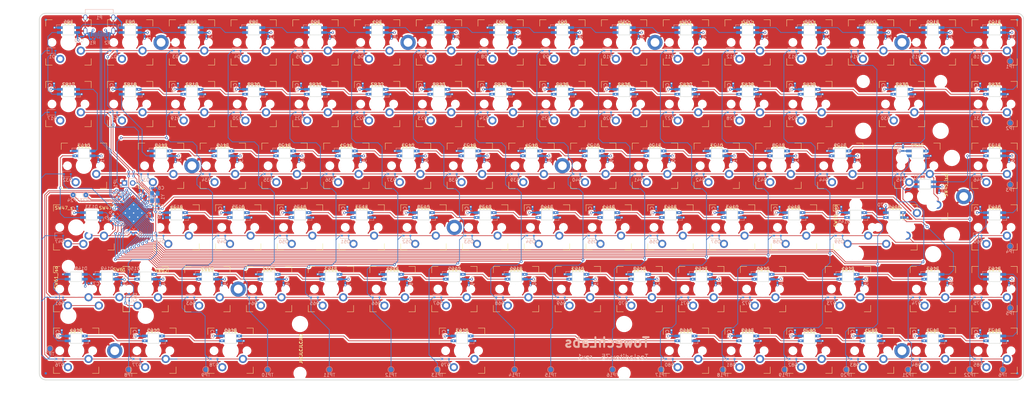
<source format=kicad_pcb>
(kicad_pcb (version 20171130) (host pcbnew "(5.1.12)-1")
  (layers (0 F.Cu signal hide) (1 In1.Cu signal hide) (2 In2.Cu signal hide) (31 B.Cu signal) (34 B.Paste user) (35 F.Paste user) (36 B.SilkS user) (37 F.SilkS user) (38 B.Mask user) (39 F.Mask user) (44 Edge.Cuts user))
  (net 0 "")
  (net 1 00)
  (net 2 01)
  (net 3 02)
  (net 4 03)
  (net 5 04)
  (net 6 05)
  (net 7 06)
  (net 8 07)
  (net 9 08)
  (net 10 09)
  (net 11 0A)
  (net 12 0B)
  (net 13 0C)
  (net 14 0D)
  (net 15 0E)
  (net 16 0F)
  (net 17 10)
  (net 18 11)
  (net 19 12)
  (net 20 13)
  (net 21 14)
  (net 22 15)
  (net 23 16)
  (net 24 17)
  (net 25 18)
  (net 26 19)
  (net 27 1A)
  (net 28 1B)
  (net 29 1C)
  (net 30 1D)
  (net 31 1E)
  (net 32 20)
  (net 33 21)
  (net 34 22)
  (net 35 23)
  (net 36 24)
  (net 37 25)
  (net 38 26)
  (net 39 27)
  (net 40 28)
  (net 41 29)
  (net 42 2A)
  (net 43 2B)
  (net 44 2C)
  (net 45 2D)
  (net 46 2E)
  (net 47 30)
  (net 48 31)
  (net 49 32)
  (net 50 33)
  (net 51 34)
  (net 52 35)
  (net 53 36)
  (net 54 37)
  (net 55 38)
  (net 56 39)
  (net 57 3A)
  (net 58 3B)
  (net 59 3C)
  (net 60 3D)
  (net 61 40)
  (net 62 41)
  (net 63 42)
  (net 64 43)
  (net 65 44)
  (net 66 45)
  (net 67 46)
  (net 68 47)
  (net 69 48)
  (net 70 49)
  (net 71 4A)
  (net 72 4B)
  (net 73 4C)
  (net 74 4D)
  (net 75 4E)
  (net 76 50)
  (net 77 51)
  (net 78 52)
  (net 79 53)
  (net 80 54)
  (net 81 55)
  (net 82 56)
  (net 83 57)
  (net 84 58)
  (net 85 59)
  (net 86 +5V)
  (net 87 GND)
  (net 88 "Net-(C7-Pad1)")
  (net 89 "Net-(C8-Pad1)")
  (net 90 "Net-(JP1-Pad2)")
  (net 91 "Net-(P1-PadB5)")
  (net 92 "Net-(P1-PadA5)")
  (net 93 "Net-(R4-Pad2)")
  (net 94 "Net-(R5-Pad2)")
  (net 95 "Net-(U1-Pad42)")
  (net 96 "Net-(D100-Pad1)")
  (net 97 "Net-(D100-Pad3)")
  (net 98 "Net-(D102-Pad1)")
  (net 99 "Net-(D102-Pad3)")
  (net 100 "Net-(D103-Pad1)")
  (net 101 "Net-(D103-Pad3)")
  (net 102 "Net-(D117-Pad3)")
  (net 103 "Net-(D118-Pad1)")
  (net 104 "Net-(D134-Pad1)")
  (net 105 "Net-(D135-Pad3)")
  (net 106 "Net-(D148-Pad1)")
  (net 107 "Net-(D148-Pad3)")
  (net 108 "Net-(C9-Pad1)")
  (net 109 /RGB)
  (net 110 /D+)
  (net 111 /D-)
  (net 112 /ROW_4)
  (net 113 /COL_2)
  (net 114 /ROW_2)
  (net 115 /ROW_3)
  (net 116 /COL_1)
  (net 117 /ROW_1)
  (net 118 /ROW_5)
  (net 119 /ROW_6)
  (net 120 /COL_3)
  (net 121 /COL_4)
  (net 122 /COL_5)
  (net 123 /COL_6)
  (net 124 /COL_7)
  (net 125 /COL_8)
  (net 126 /COL_9)
  (net 127 /COL_10)
  (net 128 /COL_11)
  (net 129 /COL_12)
  (net 130 /COL_13)
  (net 131 /COL_14)
  (net 132 /COL_15)
  (net 133 /COL_16)
  (net 134 "Net-(D86-Pad1)")
  (net 135 "Net-(D87-Pad1)")
  (net 136 "Net-(D88-Pad1)")
  (net 137 "Net-(D89-Pad1)")
  (net 138 "Net-(D90-Pad1)")
  (net 139 "Net-(D91-Pad1)")
  (net 140 "Net-(D92-Pad1)")
  (net 141 "Net-(D93-Pad1)")
  (net 142 "Net-(D94-Pad1)")
  (net 143 "Net-(D95-Pad1)")
  (net 144 "Net-(D96-Pad1)")
  (net 145 "Net-(D97-Pad1)")
  (net 146 "Net-(D98-Pad1)")
  (net 147 "Net-(D101-Pad1)")
  (net 148 "Net-(D104-Pad3)")
  (net 149 "Net-(D105-Pad3)")
  (net 150 "Net-(D106-Pad3)")
  (net 151 "Net-(D107-Pad3)")
  (net 152 "Net-(D108-Pad3)")
  (net 153 "Net-(D109-Pad3)")
  (net 154 "Net-(D110-Pad3)")
  (net 155 "Net-(D111-Pad3)")
  (net 156 "Net-(D112-Pad3)")
  (net 157 "Net-(D113-Pad3)")
  (net 158 "Net-(D114-Pad3)")
  (net 159 "Net-(D115-Pad3)")
  (net 160 "Net-(D119-Pad1)")
  (net 161 "Net-(D120-Pad1)")
  (net 162 "Net-(D121-Pad1)")
  (net 163 "Net-(D122-Pad1)")
  (net 164 "Net-(D123-Pad1)")
  (net 165 "Net-(D124-Pad1)")
  (net 166 "Net-(D125-Pad1)")
  (net 167 "Net-(D126-Pad1)")
  (net 168 "Net-(D127-Pad1)")
  (net 169 "Net-(D128-Pad1)")
  (net 170 "Net-(D129-Pad1)")
  (net 171 "Net-(D130-Pad1)")
  (net 172 "Net-(D131-Pad1)")
  (net 173 "Net-(D132-Pad1)")
  (net 174 "Net-(D134-Pad3)")
  (net 175 "Net-(D136-Pad3)")
  (net 176 "Net-(D137-Pad3)")
  (net 177 "Net-(D138-Pad3)")
  (net 178 "Net-(D139-Pad3)")
  (net 179 "Net-(D140-Pad3)")
  (net 180 "Net-(D141-Pad3)")
  (net 181 "Net-(D142-Pad3)")
  (net 182 "Net-(D143-Pad3)")
  (net 183 "Net-(D144-Pad3)")
  (net 184 "Net-(D145-Pad3)")
  (net 185 "Net-(D146-Pad3)")
  (net 186 "Net-(D147-Pad1)")
  (net 187 "Net-(D149-Pad1)")
  (net 188 "Net-(D150-Pad1)")
  (net 189 "Net-(D151-Pad1)")
  (net 190 "Net-(D152-Pad1)")
  (net 191 "Net-(D153-Pad1)")
  (net 192 "Net-(D154-Pad1)")
  (net 193 "Net-(D155-Pad1)")
  (net 194 "Net-(D156-Pad1)")
  (net 195 "Net-(D157-Pad1)")
  (net 196 "Net-(D158-Pad1)")
  (net 197 "Net-(D159-Pad1)")
  (net 198 "Net-(D160-Pad1)")
  (net 199 "Net-(D161-Pad1)")
  (net 200 "Net-(D163-Pad1)")
  (net 201 "Net-(D164-Pad3)")
  (net 202 "Net-(D165-Pad3)")
  (net 203 "Net-(D166-Pad3)")
  (net 204 "Net-(D167-Pad3)")
  (net 205 "Net-(D168-Pad3)")
  (net 206 "Net-(D169-Pad3)")
  (net 207 "Net-(D170-Pad3)")
  (net 208 "Net-(D171-Pad3)")
  (net 209 "Net-(D172-Pad3)")
  (net 210 "Net-(TP23-Pad1)")
  (net 211 "Net-(TP24-Pad1)")
  (module Fiducial:Fiducial_0.75mm_Mask2.25mm (layer B.Cu) (at 31.1 159.37)
    (fp_text reference FID4 hide)
    (fp_text value Fiducial)
    (pad "" smd circle (at 0 0) (size 0.75 0.75) (layers B.Cu B.Mask) (clearance 0.75))
  )
  (module Fiducial:Fiducial_0.75mm_Mask2.25mm (layer B.Cu) (at 330.835 159.385)
    (fp_text reference FID3 hide)
    (fp_text value Fiducial)
    (pad "" smd circle (at 0 0) (size 0.75 0.75) (layers B.Cu B.Mask) (clearance 0.75))
  )
  (module Fiducial:Fiducial_0.75mm_Mask2.25mm (layer B.Cu) (at 330.835 50.165)
    (fp_text reference FID2 hide)
    (fp_text value Fiducial)
    (pad "" smd circle (at 0 0) (size 0.75 0.75) (layers B.Cu B.Mask) (clearance 0.75))
  )
  (module Fiducial:Fiducial_0.75mm_Mask2.25mm (layer B.Cu) (at 31.115 50.165)
    (fp_text reference FID1 hide)
    (fp_text value Fiducial)
    (pad "" smd circle (at 0 0) (size 0.75 0.75) (layers B.Cu B.Mask) (clearance 0.75))
  )
  (module TestPoint:TestPoint_Pad_D1.5mm (layer B.Cu) (at 39.533284 104.267)
    (fp_text reference TP24 (at 0 1.648) (layer B.SilkS) (effects (justify mirror)))
    (fp_text value TestPoint)
    (pad 1 smd circle (at 0 0) (size 1.5 1.5) (layers B.Cu B.Mask) (net 211 "Net-(TP24-Pad1)"))
  )
  (module TestPoint:TestPoint_Pad_D1.5mm (layer B.Cu) (at 43.470284 104.267)
    (fp_text reference TP23 (at 0 1.648) (layer B.SilkS) (effects (justify mirror)))
    (fp_text value TestPoint)
    (pad 1 smd circle (at 0 0) (size 1.5 1.5) (layers B.Cu B.Mask) (net 210 "Net-(TP23-Pad1)"))
  )
  (module TestPoint:TestPoint_Pad_D1.5mm (layer B.Cu) (at 316.23 158.242)
    (fp_text reference TP22 (at 0 1.648) (layer B.SilkS) (effects (justify mirror)))
    (fp_text value TestPoint)
    (pad 1 smd circle (at 0 0) (size 1.5 1.5) (layers B.Cu B.Mask) (net 133 /COL_16))
  )
  (module TestPoint:TestPoint_Pad_D1.5mm (layer B.Cu) (at 297.18 158.242)
    (fp_text reference TP21 (at 0 1.648) (layer B.SilkS) (effects (justify mirror)))
    (fp_text value TestPoint)
    (pad 1 smd circle (at 0 0) (size 1.5 1.5) (layers B.Cu B.Mask) (net 132 /COL_15))
  )
  (module TestPoint:TestPoint_Pad_D1.5mm (layer B.Cu) (at 278.13 158.242)
    (fp_text reference TP20 (at 0 1.648) (layer B.SilkS) (effects (justify mirror)))
    (fp_text value TestPoint)
    (pad 1 smd circle (at 0 0) (size 1.5 1.5) (layers B.Cu B.Mask) (net 131 /COL_14))
  )
  (module TestPoint:TestPoint_Pad_D1.5mm (layer B.Cu) (at 259.08 158.242)
    (fp_text reference TP19 (at 0 1.648) (layer B.SilkS) (effects (justify mirror)))
    (fp_text value TestPoint)
    (pad 1 smd circle (at 0 0) (size 1.5 1.5) (layers B.Cu B.Mask) (net 130 /COL_13))
  )
  (module TestPoint:TestPoint_Pad_D1.5mm (layer B.Cu) (at 240.03 158.242)
    (fp_text reference TP18 (at 0 1.648) (layer B.SilkS) (effects (justify mirror)))
    (fp_text value TestPoint)
    (pad 1 smd circle (at 0 0) (size 1.5 1.5) (layers B.Cu B.Mask) (net 129 /COL_12))
  )
  (module TestPoint:TestPoint_Pad_D1.5mm (layer B.Cu) (at 220.98 158.242)
    (fp_text reference TP17 (at 0 1.648) (layer B.SilkS) (effects (justify mirror)))
    (fp_text value TestPoint)
    (pad 1 smd circle (at 0 0) (size 1.5 1.5) (layers B.Cu B.Mask) (net 128 /COL_11))
  )
  (module TestPoint:TestPoint_Pad_D1.5mm (layer B.Cu) (at 205.95 158.242)
    (fp_text reference TP16 (at 0 1.648) (layer B.SilkS) (effects (justify mirror)))
    (fp_text value TestPoint)
    (pad 1 smd circle (at 0 0) (size 1.5 1.5) (layers B.Cu B.Mask) (net 127 /COL_10))
  )
  (module TestPoint:TestPoint_Pad_D1.5mm (layer B.Cu) (at 186.9 158.242)
    (fp_text reference TP15 (at 0 1.648) (layer B.SilkS) (effects (justify mirror)))
    (fp_text value TestPoint)
    (pad 1 smd circle (at 0 0) (size 1.5 1.5) (layers B.Cu B.Mask) (net 126 /COL_9))
  )
  (module TestPoint:TestPoint_Pad_D1.5mm (layer B.Cu) (at 175.73 158.242)
    (fp_text reference TP14 (at 0 1.648) (layer B.SilkS) (effects (justify mirror)))
    (fp_text value TestPoint)
    (pad 1 smd circle (at 0 0) (size 1.5 1.5) (layers B.Cu B.Mask) (net 125 /COL_8))
  )
  (module TestPoint:TestPoint_Pad_D1.5mm (layer B.Cu) (at 151.92 158.242)
    (fp_text reference TP13 (at 0 1.648) (layer B.SilkS) (effects (justify mirror)))
    (fp_text value TestPoint)
    (pad 1 smd circle (at 0 0) (size 1.5 1.5) (layers B.Cu B.Mask) (net 124 /COL_7))
  )
  (module TestPoint:TestPoint_Pad_D1.5mm (layer B.Cu) (at 137.63 158.242)
    (fp_text reference TP12 (at 0 1.648) (layer B.SilkS) (effects (justify mirror)))
    (fp_text value TestPoint)
    (pad 1 smd circle (at 0 0) (size 1.5 1.5) (layers B.Cu B.Mask) (net 123 /COL_6))
  )
  (module TestPoint:TestPoint_Pad_D1.5mm (layer B.Cu) (at 118.58 158.242)
    (fp_text reference TP11 (at 0 1.648) (layer B.SilkS) (effects (justify mirror)))
    (fp_text value TestPoint)
    (pad 1 smd circle (at 0 0) (size 1.5 1.5) (layers B.Cu B.Mask) (net 122 /COL_5))
  )
  (module TestPoint:TestPoint_Pad_D1.5mm (layer B.Cu) (at 99.53 158.242)
    (fp_text reference TP10 (at 0 1.648) (layer B.SilkS) (effects (justify mirror)))
    (fp_text value TestPoint)
    (pad 1 smd circle (at 0 0) (size 1.5 1.5) (layers B.Cu B.Mask) (net 121 /COL_4))
  )
  (module TestPoint:TestPoint_Pad_D1.5mm (layer B.Cu) (at 80.48 158.242)
    (fp_text reference TP9 (at 0 1.648) (layer B.SilkS) (effects (justify mirror)))
    (fp_text value TestPoint)
    (pad 1 smd circle (at 0 0) (size 1.5 1.5) (layers B.Cu B.Mask) (net 120 /COL_3))
  )
  (module TestPoint:TestPoint_Pad_D1.5mm (layer B.Cu) (at 56.6675 158.242)
    (fp_text reference TP8 (at 0 1.648) (layer B.SilkS) (effects (justify mirror)))
    (fp_text value TestPoint)
    (pad 1 smd circle (at 0 0) (size 1.5 1.5) (layers B.Cu B.Mask) (net 113 /COL_2))
  )
  (module TestPoint:TestPoint_Pad_D1.5mm (layer B.Cu) (at 32.37 151.765)
    (fp_text reference TP7 (at 0 1.648) (layer B.SilkS) (effects (justify mirror)))
    (fp_text value TestPoint)
    (pad 1 smd circle (at 0 0) (size 1.5 1.5) (layers B.Cu B.Mask) (net 116 /COL_1))
  )
  (module TestPoint:TestPoint_Pad_D1.5mm (layer B.Cu) (at 326.39 158.242)
    (fp_text reference TP6 (at 0 1.648) (layer B.SilkS) (effects (justify mirror)))
    (fp_text value TestPoint)
    (pad 1 smd circle (at 0 0) (size 1.5 1.5) (layers B.Cu B.Mask) (net 119 /ROW_6))
  )
  (module TestPoint:TestPoint_Pad_D1.5mm (layer B.Cu) (at 328.676 139.192)
    (fp_text reference TP5 (at 0 1.648) (layer B.SilkS) (effects (justify mirror)))
    (fp_text value TestPoint)
    (pad 1 smd circle (at 0 0) (size 1.5 1.5) (layers B.Cu B.Mask) (net 118 /ROW_5))
  )
  (module TestPoint:TestPoint_Pad_D1.5mm (layer B.Cu) (at 328.676 120.142)
    (fp_text reference TP4 (at 0 1.648) (layer B.SilkS) (effects (justify mirror)))
    (fp_text value TestPoint)
    (pad 1 smd circle (at 0 0) (size 1.5 1.5) (layers B.Cu B.Mask) (net 112 /ROW_4))
  )
  (module TestPoint:TestPoint_Pad_D1.5mm (layer B.Cu) (at 328.676 101.092)
    (fp_text reference TP3 (at 0 1.648) (layer B.SilkS) (effects (justify mirror)))
    (fp_text value TestPoint)
    (pad 1 smd circle (at 0 0) (size 1.5 1.5) (layers B.Cu B.Mask) (net 115 /ROW_3))
  )
  (module TestPoint:TestPoint_Pad_D1.5mm (layer B.Cu) (at 328.676 82.042)
    (fp_text reference TP2 (at 0 1.648) (layer B.SilkS) (effects (justify mirror)))
    (fp_text value TestPoint)
    (pad 1 smd circle (at 0 0) (size 1.5 1.5) (layers B.Cu B.Mask) (net 114 /ROW_2))
  )
  (module TestPoint:TestPoint_Pad_D1.5mm (layer B.Cu) (at 328.676 62.992)
    (fp_text reference TP1 (at 0 1.648) (layer B.SilkS) (effects (justify mirror)))
    (fp_text value TestPoint)
    (pad 1 smd circle (at 0 0) (size 1.5 1.5) (layers B.Cu B.Mask) (net 117 /ROW_1))
  )
  (module Capacitor_SMD:C_0402_1005Metric (layer B.Cu) (at 256.8575 130.81 270)
    (fp_text reference C84 (at 0 -1.27 90) (layer B.SilkS) (effects (justify mirror)))
    (fp_text value 100nF)
    (pad 2 smd roundrect (at 0.48 0 270) (size 0.56 0.62) (layers B.Cu B.Paste B.Mask) (net 87 GND))
    (pad 1 smd roundrect (at -0.48 0 270) (size 0.56 0.62) (layers B.Cu B.Paste B.Mask) (net 86 +5V))
  )
  (module Custom:SK6812Mini-e_passtrough (layer B.Cu) (at 278.606 129.54)
    (fp_text reference D161 (at 0 -2.54) (layer B.SilkS) (effects (justify mirror)))
    (fp_text value SK6812MINI-compact hide)
    (fp_line (start -1.75 1.5) (end -1.75 -1.5) (layer Edge.Cuts) (width 0.12))
    (fp_line (start -1.75 -1.5) (end 1.75 -1.5) (layer Edge.Cuts) (width 0.12))
    (fp_line (start 1.75 -1.5) (end 1.75 1.5) (layer Edge.Cuts) (width 0.12))
    (fp_line (start 1.75 1.5) (end -1.75 1.5) (layer Edge.Cuts) (width 0.12))
    (pad 4 smd rect (at 2.65 0.75) (size 1.8 0.82) (layers B.Cu B.Mask) (net 86 +5V))
    (pad 1 smd rect (at 2.65 -0.75) (size 1.8 0.82) (layers B.Cu B.Mask) (net 199 "Net-(D161-Pad1)"))
    (pad 2 smd rect (at -2.65 -0.75) (size 1.8 0.82) (layers B.Cu B.Mask) (net 87 GND))
    (pad 3 smd rect (at -2.65 0.75) (size 1.8 0.82) (layers B.Cu B.Mask) (net 198 "Net-(D160-Pad1)"))
  )
  (module Capacitor_SMD:C_0402_1005Metric (layer B.Cu) (at 109.22 92.71 270)
    (fp_text reference C44 (at 0 -1.27 90) (layer B.SilkS) (effects (justify mirror)))
    (fp_text value 100nF)
    (pad 2 smd roundrect (at 0.48 0 270) (size 0.56 0.62) (layers B.Cu B.Paste B.Mask) (net 87 GND))
    (pad 1 smd roundrect (at -0.48 0 270) (size 0.56 0.62) (layers B.Cu B.Paste B.Mask) (net 86 +5V))
  )
  (module Connector_PinSocket_2.54mm:PinSocket_1x02_P2.54mm_Vertical (layer B.Cu) (at 55.372 100.584 270)
    (fp_text reference JP1 (at 0 2.77 90) (layer B.SilkS) (effects (justify mirror)))
    (fp_text value Jumper_2_Open)
    (pad 2 thru_hole oval (at 0 -2.54 270) (size 1.7 1.7) (drill 1) (layers *.Cu *.Mask) (net 90 "Net-(JP1-Pad2)"))
    (pad 1 thru_hole rect (at 0 0 270) (size 1.7 1.7) (drill 1) (layers *.Cu *.Mask) (net 87 GND))
  )
  (module MountingHole:MountingHole_2.7mm_M2.5_DIN965_Pad (layer F.Cu) (at 295.274999 152.400001)
    (fp_text reference H11 hide)
    (fp_text value MountingHole hide)
    (pad 1 thru_hole circle (at 0 0) (size 4.7 4.7) (drill 2.7) (layers *.Cu *.Mask) (net 87 GND))
  )
  (module MountingHole:MountingHole_2.7mm_M2.5_DIN965_Pad (layer F.Cu) (at 52.3875 152.400001)
    (fp_text reference H10 hide)
    (fp_text value MountingHole hide)
    (pad 1 thru_hole circle (at 0 0) (size 4.7 4.7) (drill 2.7) (layers *.Cu *.Mask) (net 87 GND))
  )
  (module MountingHole:MountingHole_2.7mm_M2.5_DIN965_Pad (layer F.Cu) (at 90.4875 133.350001)
    (fp_text reference H9 hide)
    (fp_text value MountingHole hide)
    (pad 1 thru_hole circle (at 0 0) (size 4.7 4.7) (drill 2.7) (layers *.Cu *.Mask) (net 87 GND))
  )
  (module MountingHole:MountingHole_2.7mm_M2.5_DIN965_Pad (layer F.Cu) (at 157.1625 114.300001)
    (fp_text reference H8 hide)
    (fp_text value MountingHole hide)
    (pad 1 thru_hole circle (at 0 0) (size 4.7 4.7) (drill 2.7) (layers *.Cu *.Mask) (net 87 GND))
  )
  (module MountingHole:MountingHole_2.7mm_M2.5_DIN965_Pad (layer F.Cu) (at 314.325 104.775)
    (fp_text reference H7 hide)
    (fp_text value MountingHole hide)
    (pad 1 thru_hole circle (at 0 0) (size 4.7 4.7) (drill 2.7) (layers *.Cu *.Mask) (net 87 GND))
  )
  (module MountingHole:MountingHole_2.7mm_M2.5_DIN965_Pad (layer F.Cu) (at 190.5 95.250001)
    (fp_text reference H6 hide)
    (fp_text value MountingHole hide)
    (pad 1 thru_hole circle (at 0 0) (size 4.7 4.7) (drill 2.7) (layers *.Cu *.Mask) (net 87 GND))
  )
  (module MountingHole:MountingHole_2.7mm_M2.5_DIN965_Pad (layer F.Cu) (at 76.2 95.250001)
    (fp_text reference H5 hide)
    (fp_text value MountingHole hide)
    (pad 1 thru_hole circle (at 0 0) (size 4.7 4.7) (drill 2.7) (layers *.Cu *.Mask) (net 87 GND))
  )
  (module MountingHole:MountingHole_2.7mm_M2.5_DIN965_Pad (layer F.Cu) (at 295.275 57.15)
    (fp_text reference H4 hide)
    (fp_text value MountingHole hide)
    (pad 1 thru_hole circle (at 0 0) (size 4.7 4.7) (drill 2.7) (layers *.Cu *.Mask) (net 87 GND))
  )
  (module MountingHole:MountingHole_2.7mm_M2.5_DIN965_Pad (layer F.Cu) (at 219.075 57.15)
    (fp_text reference H3 hide)
    (fp_text value MountingHole hide)
    (pad 1 thru_hole circle (at 0 0) (size 4.7 4.7) (drill 2.7) (layers *.Cu *.Mask) (net 87 GND))
  )
  (module MountingHole:MountingHole_2.7mm_M2.5_DIN965_Pad (layer F.Cu) (at 142.875 57.15)
    (fp_text reference H2 hide)
    (fp_text value MountingHole hide)
    (pad 1 thru_hole circle (at 0 0) (size 4.7 4.7) (drill 2.7) (layers *.Cu *.Mask) (net 87 GND))
  )
  (module MountingHole:MountingHole_2.7mm_M2.5_DIN965_Pad (layer F.Cu) (at 66.675 57.15)
    (fp_text reference H1 hide)
    (fp_text value MountingHole hide)
    (pad 1 thru_hole circle (at 0 0) (size 4.7 4.7) (drill 2.7) (layers *.Cu *.Mask) (net 87 GND))
  )
  (module Capacitor_SMD:C_0402_1005Metric (layer B.Cu) (at 319.405 147.32 90)
    (fp_text reference C97 (at 0 -1.27 90) (layer B.SilkS) (effects (justify mirror)))
    (fp_text value 100nF)
    (pad 2 smd roundrect (at 0.48 0 90) (size 0.56 0.62) (layers B.Cu B.Paste B.Mask) (net 87 GND))
    (pad 1 smd roundrect (at -0.48 0 90) (size 0.56 0.62) (layers B.Cu B.Paste B.Mask) (net 86 +5V))
  )
  (module Capacitor_SMD:C_0402_1005Metric (layer B.Cu) (at 300.355 147.32 90)
    (fp_text reference C96 (at 0 -1.27 90) (layer B.SilkS) (effects (justify mirror)))
    (fp_text value 100nF)
    (pad 2 smd roundrect (at 0.48 0 90) (size 0.56 0.62) (layers B.Cu B.Paste B.Mask) (net 87 GND))
    (pad 1 smd roundrect (at -0.48 0 90) (size 0.56 0.62) (layers B.Cu B.Paste B.Mask) (net 86 +5V))
  )
  (module Capacitor_SMD:C_0402_1005Metric (layer B.Cu) (at 281.305 147.32 90)
    (fp_text reference C95 (at 0 -1.27 90) (layer B.SilkS) (effects (justify mirror)))
    (fp_text value 100nF)
    (pad 2 smd roundrect (at 0.48 0 90) (size 0.56 0.62) (layers B.Cu B.Paste B.Mask) (net 87 GND))
    (pad 1 smd roundrect (at -0.48 0 90) (size 0.56 0.62) (layers B.Cu B.Paste B.Mask) (net 86 +5V))
  )
  (module Capacitor_SMD:C_0402_1005Metric (layer B.Cu) (at 262.255 147.32 90)
    (fp_text reference C94 (at 0 -1.27 90) (layer B.SilkS) (effects (justify mirror)))
    (fp_text value 100nF)
    (pad 2 smd roundrect (at 0.48 0 90) (size 0.56 0.62) (layers B.Cu B.Paste B.Mask) (net 87 GND))
    (pad 1 smd roundrect (at -0.48 0 90) (size 0.56 0.62) (layers B.Cu B.Paste B.Mask) (net 86 +5V))
  )
  (module Capacitor_SMD:C_0402_1005Metric (layer B.Cu) (at 243.205 147.32 90)
    (fp_text reference C93 (at 0 -1.27 90) (layer B.SilkS) (effects (justify mirror)))
    (fp_text value 100nF)
    (pad 2 smd roundrect (at 0.48 0 90) (size 0.56 0.62) (layers B.Cu B.Paste B.Mask) (net 87 GND))
    (pad 1 smd roundrect (at -0.48 0 90) (size 0.56 0.62) (layers B.Cu B.Paste B.Mask) (net 86 +5V))
  )
  (module Capacitor_SMD:C_0402_1005Metric (layer B.Cu) (at 224.155 147.32 90)
    (fp_text reference C92 (at 0 -1.27 90) (layer B.SilkS) (effects (justify mirror)))
    (fp_text value 100nF)
    (pad 2 smd roundrect (at 0.48 0 90) (size 0.56 0.62) (layers B.Cu B.Paste B.Mask) (net 87 GND))
    (pad 1 smd roundrect (at -0.48 0 90) (size 0.56 0.62) (layers B.Cu B.Paste B.Mask) (net 86 +5V))
  )
  (module Capacitor_SMD:C_0402_1005Metric (layer B.Cu) (at 155.226 147.32 90)
    (fp_text reference C91 (at 0 -1.27 90) (layer B.SilkS) (effects (justify mirror)))
    (fp_text value 100nF)
    (pad 2 smd roundrect (at 0.48 0 90) (size 0.56 0.62) (layers B.Cu B.Paste B.Mask) (net 87 GND))
    (pad 1 smd roundrect (at -0.48 0 90) (size 0.56 0.62) (layers B.Cu B.Paste B.Mask) (net 86 +5V))
  )
  (module Capacitor_SMD:C_0402_1005Metric (layer B.Cu) (at 83.7883 147.32 90)
    (fp_text reference C90 (at 0 -1.27 90) (layer B.SilkS) (effects (justify mirror)))
    (fp_text value 100nF)
    (pad 2 smd roundrect (at 0.48 0 90) (size 0.56 0.62) (layers B.Cu B.Paste B.Mask) (net 87 GND))
    (pad 1 smd roundrect (at -0.48 0 90) (size 0.56 0.62) (layers B.Cu B.Paste B.Mask) (net 86 +5V))
  )
  (module Capacitor_SMD:C_0402_1005Metric (layer B.Cu) (at 59.8488 147.32 90)
    (fp_text reference C89 (at 0 -1.27 90) (layer B.SilkS) (effects (justify mirror)))
    (fp_text value 100nF)
    (pad 2 smd roundrect (at 0.48 0 90) (size 0.56 0.62) (layers B.Cu B.Paste B.Mask) (net 87 GND))
    (pad 1 smd roundrect (at -0.48 0 90) (size 0.56 0.62) (layers B.Cu B.Paste B.Mask) (net 86 +5V))
  )
  (module Capacitor_SMD:C_0402_1005Metric (layer B.Cu) (at 36.0363 147.32 90)
    (fp_text reference C88 (at 0 -1.27 90) (layer B.SilkS) (effects (justify mirror)))
    (fp_text value 100nF)
    (pad 2 smd roundrect (at 0.48 0 90) (size 0.56 0.62) (layers B.Cu B.Paste B.Mask) (net 87 GND))
    (pad 1 smd roundrect (at -0.48 0 90) (size 0.56 0.62) (layers B.Cu B.Paste B.Mask) (net 86 +5V))
  )
  (module Capacitor_SMD:C_0402_1005Metric (layer B.Cu) (at 328.295 130.81 270)
    (fp_text reference C87 (at 0 -1.27 90) (layer B.SilkS) (effects (justify mirror)))
    (fp_text value 100nF)
    (pad 2 smd roundrect (at 0.48 0 270) (size 0.56 0.62) (layers B.Cu B.Paste B.Mask) (net 87 GND))
    (pad 1 smd roundrect (at -0.48 0 270) (size 0.56 0.62) (layers B.Cu B.Paste B.Mask) (net 86 +5V))
  )
  (module Capacitor_SMD:C_0402_1005Metric (layer B.Cu) (at 309.245 130.81 270)
    (fp_text reference C86 (at 0 -1.27 90) (layer B.SilkS) (effects (justify mirror)))
    (fp_text value 100nF)
    (pad 2 smd roundrect (at 0.48 0 270) (size 0.56 0.62) (layers B.Cu B.Paste B.Mask) (net 87 GND))
    (pad 1 smd roundrect (at -0.48 0 270) (size 0.56 0.62) (layers B.Cu B.Paste B.Mask) (net 86 +5V))
  )
  (module Capacitor_SMD:C_0402_1005Metric (layer B.Cu) (at 283.051 130.81 270)
    (fp_text reference C85 (at 0 -1.27 90) (layer B.SilkS) (effects (justify mirror)))
    (fp_text value 100nF)
    (pad 2 smd roundrect (at 0.48 0 270) (size 0.56 0.62) (layers B.Cu B.Paste B.Mask) (net 87 GND))
    (pad 1 smd roundrect (at -0.48 0 270) (size 0.56 0.62) (layers B.Cu B.Paste B.Mask) (net 86 +5V))
  )
  (module Capacitor_SMD:C_0402_1005Metric (layer B.Cu) (at 237.8075 130.81 270)
    (fp_text reference C83 (at 0 -1.27 90) (layer B.SilkS) (effects (justify mirror)))
    (fp_text value 100nF)
    (pad 2 smd roundrect (at 0.48 0 270) (size 0.56 0.62) (layers B.Cu B.Paste B.Mask) (net 87 GND))
    (pad 1 smd roundrect (at -0.48 0 270) (size 0.56 0.62) (layers B.Cu B.Paste B.Mask) (net 86 +5V))
  )
  (module Capacitor_SMD:C_0402_1005Metric (layer B.Cu) (at 218.7575 130.81 270)
    (fp_text reference C82 (at 0 -1.27 90) (layer B.SilkS) (effects (justify mirror)))
    (fp_text value 100nF)
    (pad 2 smd roundrect (at 0.48 0 270) (size 0.56 0.62) (layers B.Cu B.Paste B.Mask) (net 87 GND))
    (pad 1 smd roundrect (at -0.48 0 270) (size 0.56 0.62) (layers B.Cu B.Paste B.Mask) (net 86 +5V))
  )
  (module Capacitor_SMD:C_0402_1005Metric (layer B.Cu) (at 199.7075 130.81 270)
    (fp_text reference C81 (at 0 -1.27 90) (layer B.SilkS) (effects (justify mirror)))
    (fp_text value 100nF)
    (pad 2 smd roundrect (at 0.48 0 270) (size 0.56 0.62) (layers B.Cu B.Paste B.Mask) (net 87 GND))
    (pad 1 smd roundrect (at -0.48 0 270) (size 0.56 0.62) (layers B.Cu B.Paste B.Mask) (net 86 +5V))
  )
  (module Capacitor_SMD:C_0402_1005Metric (layer B.Cu) (at 180.6575 130.81 270)
    (fp_text reference C80 (at 0 -1.27 90) (layer B.SilkS) (effects (justify mirror)))
    (fp_text value 100nF)
    (pad 2 smd roundrect (at 0.48 0 270) (size 0.56 0.62) (layers B.Cu B.Paste B.Mask) (net 87 GND))
    (pad 1 smd roundrect (at -0.48 0 270) (size 0.56 0.62) (layers B.Cu B.Paste B.Mask) (net 86 +5V))
  )
  (module Capacitor_SMD:C_0402_1005Metric (layer B.Cu) (at 161.6075 130.81 270)
    (fp_text reference C79 (at 0 -1.27 90) (layer B.SilkS) (effects (justify mirror)))
    (fp_text value 100nF)
    (pad 2 smd roundrect (at 0.48 0 270) (size 0.56 0.62) (layers B.Cu B.Paste B.Mask) (net 87 GND))
    (pad 1 smd roundrect (at -0.48 0 270) (size 0.56 0.62) (layers B.Cu B.Paste B.Mask) (net 86 +5V))
  )
  (module Capacitor_SMD:C_0402_1005Metric (layer B.Cu) (at 142.5575 130.81 270)
    (fp_text reference C78 (at 0 -1.27 90) (layer B.SilkS) (effects (justify mirror)))
    (fp_text value 100nF)
    (pad 2 smd roundrect (at 0.48 0 270) (size 0.56 0.62) (layers B.Cu B.Paste B.Mask) (net 87 GND))
    (pad 1 smd roundrect (at -0.48 0 270) (size 0.56 0.62) (layers B.Cu B.Paste B.Mask) (net 86 +5V))
  )
  (module Capacitor_SMD:C_0402_1005Metric (layer B.Cu) (at 123.5075 130.81 270)
    (fp_text reference C77 (at 0 -1.27 90) (layer B.SilkS) (effects (justify mirror)))
    (fp_text value 100nF)
    (pad 2 smd roundrect (at 0.48 0 270) (size 0.56 0.62) (layers B.Cu B.Paste B.Mask) (net 87 GND))
    (pad 1 smd roundrect (at -0.48 0 270) (size 0.56 0.62) (layers B.Cu B.Paste B.Mask) (net 86 +5V))
  )
  (module Capacitor_SMD:C_0402_1005Metric (layer B.Cu) (at 104.4575 130.81 270)
    (fp_text reference C76 (at 0 -1.27 90) (layer B.SilkS) (effects (justify mirror)))
    (fp_text value 100nF)
    (pad 2 smd roundrect (at 0.48 0 270) (size 0.56 0.62) (layers B.Cu B.Paste B.Mask) (net 87 GND))
    (pad 1 smd roundrect (at -0.48 0 270) (size 0.56 0.62) (layers B.Cu B.Paste B.Mask) (net 86 +5V))
  )
  (module Capacitor_SMD:C_0402_1005Metric (layer B.Cu) (at 85.4075 130.81 270)
    (fp_text reference C75 (at 0 -1.27 90) (layer B.SilkS) (effects (justify mirror)))
    (fp_text value 100nF)
    (pad 2 smd roundrect (at 0.48 0 270) (size 0.56 0.62) (layers B.Cu B.Paste B.Mask) (net 87 GND))
    (pad 1 smd roundrect (at -0.48 0 270) (size 0.56 0.62) (layers B.Cu B.Paste B.Mask) (net 86 +5V))
  )
  (module Capacitor_SMD:C_0402_1005Metric (layer B.Cu) (at 66.3575 130.81 270)
    (fp_text reference C74 (at 0 -1.27 90) (layer B.SilkS) (effects (justify mirror)))
    (fp_text value 100nF)
    (pad 2 smd roundrect (at 0.48 0 270) (size 0.56 0.62) (layers B.Cu B.Paste B.Mask) (net 87 GND))
    (pad 1 smd roundrect (at -0.48 0 270) (size 0.56 0.62) (layers B.Cu B.Paste B.Mask) (net 86 +5V))
  )
  (module Capacitor_SMD:C_0402_1005Metric (layer B.Cu) (at 54.4613 130.81 270)
    (fp_text reference C73 (at 0 -1.27 90) (layer B.SilkS) (effects (justify mirror)))
    (fp_text value 100nF)
    (pad 2 smd roundrect (at 0.48 0 270) (size 0.56 0.62) (layers B.Cu B.Paste B.Mask) (net 87 GND))
    (pad 1 smd roundrect (at -0.48 0 270) (size 0.56 0.62) (layers B.Cu B.Paste B.Mask) (net 86 +5V))
  )
  (module Capacitor_SMD:C_0402_1005Metric (layer B.Cu) (at 43.7833 131.572)
    (fp_text reference C72 (at 2.413 0.127) (layer B.SilkS) (effects (justify mirror)))
    (fp_text value 100nF)
    (pad 2 smd roundrect (at 0.48 0) (size 0.56 0.62) (layers B.Cu B.Paste B.Mask) (net 87 GND))
    (pad 1 smd roundrect (at -0.48 0) (size 0.56 0.62) (layers B.Cu B.Paste B.Mask) (net 86 +5V))
  )
  (module Capacitor_SMD:C_0402_1005Metric (layer B.Cu) (at 319.405 109.22 90)
    (fp_text reference C71 (at 0 -1.27 90) (layer B.SilkS) (effects (justify mirror)))
    (fp_text value 100nF)
    (pad 2 smd roundrect (at 0.48 0 90) (size 0.56 0.62) (layers B.Cu B.Paste B.Mask) (net 87 GND))
    (pad 1 smd roundrect (at -0.48 0 90) (size 0.56 0.62) (layers B.Cu B.Paste B.Mask) (net 86 +5V))
  )
  (module Capacitor_SMD:C_0402_1005Metric (layer B.Cu) (at 289.78075 108.458 180)
    (fp_text reference C70 (at 0.635 1.143) (layer B.SilkS) (effects (justify mirror)))
    (fp_text value 100nF)
    (pad 2 smd roundrect (at 0.48 0 180) (size 0.56 0.62) (layers B.Cu B.Paste B.Mask) (net 87 GND))
    (pad 1 smd roundrect (at -0.48 0 180) (size 0.56 0.62) (layers B.Cu B.Paste B.Mask) (net 86 +5V))
  )
  (module Capacitor_SMD:C_0402_1005Metric (layer B.Cu) (at 276.5425 109.22 90)
    (fp_text reference C69 (at 0 -1.27 90) (layer B.SilkS) (effects (justify mirror)))
    (fp_text value 100nF)
    (pad 2 smd roundrect (at 0.48 0 90) (size 0.56 0.62) (layers B.Cu B.Paste B.Mask) (net 87 GND))
    (pad 1 smd roundrect (at -0.48 0 90) (size 0.56 0.62) (layers B.Cu B.Paste B.Mask) (net 86 +5V))
  )
  (module Capacitor_SMD:C_0402_1005Metric (layer B.Cu) (at 257.4925 109.22 90)
    (fp_text reference C68 (at 0 -1.27 90) (layer B.SilkS) (effects (justify mirror)))
    (fp_text value 100nF)
    (pad 2 smd roundrect (at 0.48 0 90) (size 0.56 0.62) (layers B.Cu B.Paste B.Mask) (net 87 GND))
    (pad 1 smd roundrect (at -0.48 0 90) (size 0.56 0.62) (layers B.Cu B.Paste B.Mask) (net 86 +5V))
  )
  (module Capacitor_SMD:C_0402_1005Metric (layer B.Cu) (at 238.4425 109.22 90)
    (fp_text reference C67 (at 0 -1.27 90) (layer B.SilkS) (effects (justify mirror)))
    (fp_text value 100nF)
    (pad 2 smd roundrect (at 0.48 0 90) (size 0.56 0.62) (layers B.Cu B.Paste B.Mask) (net 87 GND))
    (pad 1 smd roundrect (at -0.48 0 90) (size 0.56 0.62) (layers B.Cu B.Paste B.Mask) (net 86 +5V))
  )
  (module Capacitor_SMD:C_0402_1005Metric (layer B.Cu) (at 219.3925 109.22 90)
    (fp_text reference C66 (at 0 -1.27 90) (layer B.SilkS) (effects (justify mirror)))
    (fp_text value 100nF)
    (pad 2 smd roundrect (at 0.48 0 90) (size 0.56 0.62) (layers B.Cu B.Paste B.Mask) (net 87 GND))
    (pad 1 smd roundrect (at -0.48 0 90) (size 0.56 0.62) (layers B.Cu B.Paste B.Mask) (net 86 +5V))
  )
  (module Capacitor_SMD:C_0402_1005Metric (layer B.Cu) (at 200.3425 109.22 90)
    (fp_text reference C65 (at 0 -1.27 90) (layer B.SilkS) (effects (justify mirror)))
    (fp_text value 100nF)
    (pad 2 smd roundrect (at 0.48 0 90) (size 0.56 0.62) (layers B.Cu B.Paste B.Mask) (net 87 GND))
    (pad 1 smd roundrect (at -0.48 0 90) (size 0.56 0.62) (layers B.Cu B.Paste B.Mask) (net 86 +5V))
  )
  (module Capacitor_SMD:C_0402_1005Metric (layer B.Cu) (at 181.2925 109.22 90)
    (fp_text reference C64 (at 0 -1.27 90) (layer B.SilkS) (effects (justify mirror)))
    (fp_text value 100nF)
    (pad 2 smd roundrect (at 0.48 0 90) (size 0.56 0.62) (layers B.Cu B.Paste B.Mask) (net 87 GND))
    (pad 1 smd roundrect (at -0.48 0 90) (size 0.56 0.62) (layers B.Cu B.Paste B.Mask) (net 86 +5V))
  )
  (module Capacitor_SMD:C_0402_1005Metric (layer B.Cu) (at 162.2425 109.22 90)
    (fp_text reference C63 (at 0 -1.27 90) (layer B.SilkS) (effects (justify mirror)))
    (fp_text value 100nF)
    (pad 2 smd roundrect (at 0.48 0 90) (size 0.56 0.62) (layers B.Cu B.Paste B.Mask) (net 87 GND))
    (pad 1 smd roundrect (at -0.48 0 90) (size 0.56 0.62) (layers B.Cu B.Paste B.Mask) (net 86 +5V))
  )
  (module Capacitor_SMD:C_0402_1005Metric (layer B.Cu) (at 143.1925 109.22 90)
    (fp_text reference C62 (at 0 -1.27 90) (layer B.SilkS) (effects (justify mirror)))
    (fp_text value 100nF)
    (pad 2 smd roundrect (at 0.48 0 90) (size 0.56 0.62) (layers B.Cu B.Paste B.Mask) (net 87 GND))
    (pad 1 smd roundrect (at -0.48 0 90) (size 0.56 0.62) (layers B.Cu B.Paste B.Mask) (net 86 +5V))
  )
  (module Capacitor_SMD:C_0402_1005Metric (layer B.Cu) (at 124.1425 109.22 90)
    (fp_text reference C61 (at 0 -1.27 90) (layer B.SilkS) (effects (justify mirror)))
    (fp_text value 100nF)
    (pad 2 smd roundrect (at 0.48 0 90) (size 0.56 0.62) (layers B.Cu B.Paste B.Mask) (net 87 GND))
    (pad 1 smd roundrect (at -0.48 0 90) (size 0.56 0.62) (layers B.Cu B.Paste B.Mask) (net 86 +5V))
  )
  (module Capacitor_SMD:C_0402_1005Metric (layer B.Cu) (at 105.0925 109.22 90)
    (fp_text reference C60 (at 0 -1.27 90) (layer B.SilkS) (effects (justify mirror)))
    (fp_text value 100nF)
    (pad 2 smd roundrect (at 0.48 0 90) (size 0.56 0.62) (layers B.Cu B.Paste B.Mask) (net 87 GND))
    (pad 1 smd roundrect (at -0.48 0 90) (size 0.56 0.62) (layers B.Cu B.Paste B.Mask) (net 86 +5V))
  )
  (module Capacitor_SMD:C_0402_1005Metric (layer B.Cu) (at 86.2012 109.22 90)
    (fp_text reference C59 (at 0 -1.27 90) (layer B.SilkS) (effects (justify mirror)))
    (fp_text value 100nF)
    (pad 1 smd roundrect (at -0.48 0 90) (size 0.56 0.62) (layers B.Cu B.Paste B.Mask) (net 86 +5V))
    (pad 2 smd roundrect (at 0.48 0 90) (size 0.56 0.62) (layers B.Cu B.Paste B.Mask) (net 87 GND))
  )
  (module Capacitor_SMD:C_0402_1005Metric (layer B.Cu) (at 67.2148 110.236 270)
    (fp_text reference C58 (at 0 1.16 90) (layer B.SilkS) (effects (justify mirror)))
    (fp_text value 100nF)
    (pad 2 smd roundrect (at 0.48 0 270) (size 0.56 0.62) (layers B.Cu B.Paste B.Mask) (net 87 GND))
    (pad 1 smd roundrect (at -0.48 0 270) (size 0.56 0.62) (layers B.Cu B.Paste B.Mask) (net 86 +5V))
  )
  (module Capacitor_SMD:C_0402_1005Metric (layer B.Cu) (at 40.7988 109.22 90)
    (fp_text reference C57 (at 0 -1.27 90) (layer B.SilkS) (effects (justify mirror)))
    (fp_text value 100nF)
    (pad 2 smd roundrect (at 0.48 0 90) (size 0.56 0.62) (layers B.Cu B.Paste B.Mask) (net 87 GND))
    (pad 1 smd roundrect (at -0.48 0 90) (size 0.56 0.62) (layers B.Cu B.Paste B.Mask) (net 86 +5V))
  )
  (module Capacitor_SMD:C_0402_1005Metric (layer B.Cu) (at 328.295 92.71 270)
    (fp_text reference C56 (at 0 -1.27 90) (layer B.SilkS) (effects (justify mirror)))
    (fp_text value 100nF)
    (pad 2 smd roundrect (at 0.48 0 270) (size 0.56 0.62) (layers B.Cu B.Paste B.Mask) (net 87 GND))
    (pad 1 smd roundrect (at -0.48 0 270) (size 0.56 0.62) (layers B.Cu B.Paste B.Mask) (net 86 +5V))
  )
  (module Capacitor_SMD:C_0402_1005Metric (layer B.Cu) (at 306.73675 102.235 270)
    (fp_text reference C55 (at 0 -1.27 90) (layer B.SilkS) (effects (justify mirror)))
    (fp_text value 100nF)
    (pad 2 smd roundrect (at 0.48 0 270) (size 0.56 0.62) (layers B.Cu B.Paste B.Mask) (net 87 GND))
    (pad 1 smd roundrect (at -0.48 0 270) (size 0.56 0.62) (layers B.Cu B.Paste B.Mask) (net 86 +5V))
  )
  (module Capacitor_SMD:C_0402_1005Metric (layer B.Cu) (at 295.5925 90.17 90)
    (fp_text reference C54 (at 0 -1.27 90) (layer B.SilkS) (effects (justify mirror)))
    (fp_text value 100nF)
    (pad 2 smd roundrect (at 0.48 0 90) (size 0.56 0.62) (layers B.Cu B.Paste B.Mask) (net 87 GND))
    (pad 1 smd roundrect (at -0.48 0 90) (size 0.56 0.62) (layers B.Cu B.Paste B.Mask) (net 86 +5V))
  )
  (module Capacitor_SMD:C_0402_1005Metric (layer B.Cu) (at 280.67 92.71 270)
    (fp_text reference C53 (at 0 -1.27 90) (layer B.SilkS) (effects (justify mirror)))
    (fp_text value 100nF)
    (pad 2 smd roundrect (at 0.48 0 270) (size 0.56 0.62) (layers B.Cu B.Paste B.Mask) (net 87 GND))
    (pad 1 smd roundrect (at -0.48 0 270) (size 0.56 0.62) (layers B.Cu B.Paste B.Mask) (net 86 +5V))
  )
  (module Capacitor_SMD:C_0402_1005Metric (layer B.Cu) (at 261.62 92.71 270)
    (fp_text reference C52 (at 0 -1.27 90) (layer B.SilkS) (effects (justify mirror)))
    (fp_text value 100nF)
    (pad 2 smd roundrect (at 0.48 0 270) (size 0.56 0.62) (layers B.Cu B.Paste B.Mask) (net 87 GND))
    (pad 1 smd roundrect (at -0.48 0 270) (size 0.56 0.62) (layers B.Cu B.Paste B.Mask) (net 86 +5V))
  )
  (module Capacitor_SMD:C_0402_1005Metric (layer B.Cu) (at 242.57 92.71 270)
    (fp_text reference C51 (at 0 -1.27 90) (layer B.SilkS) (effects (justify mirror)))
    (fp_text value 100nF)
    (pad 2 smd roundrect (at 0.48 0 270) (size 0.56 0.62) (layers B.Cu B.Paste B.Mask) (net 87 GND))
    (pad 1 smd roundrect (at -0.48 0 270) (size 0.56 0.62) (layers B.Cu B.Paste B.Mask) (net 86 +5V))
  )
  (module Capacitor_SMD:C_0402_1005Metric (layer B.Cu) (at 223.52 92.71 270)
    (fp_text reference C50 (at 0 -1.27 90) (layer B.SilkS) (effects (justify mirror)))
    (fp_text value 100nF)
    (pad 2 smd roundrect (at 0.48 0 270) (size 0.56 0.62) (layers B.Cu B.Paste B.Mask) (net 87 GND))
    (pad 1 smd roundrect (at -0.48 0 270) (size 0.56 0.62) (layers B.Cu B.Paste B.Mask) (net 86 +5V))
  )
  (module Capacitor_SMD:C_0402_1005Metric (layer B.Cu) (at 204.47 92.71 270)
    (fp_text reference C49 (at 0 -1.27 90) (layer B.SilkS) (effects (justify mirror)))
    (fp_text value 100nF)
    (pad 2 smd roundrect (at 0.48 0 270) (size 0.56 0.62) (layers B.Cu B.Paste B.Mask) (net 87 GND))
    (pad 1 smd roundrect (at -0.48 0 270) (size 0.56 0.62) (layers B.Cu B.Paste B.Mask) (net 86 +5V))
  )
  (module Capacitor_SMD:C_0402_1005Metric (layer B.Cu) (at 185.42 92.71 270)
    (fp_text reference C48 (at 0 -1.27 90) (layer B.SilkS) (effects (justify mirror)))
    (fp_text value 100nF)
    (pad 2 smd roundrect (at 0.48 0 270) (size 0.56 0.62) (layers B.Cu B.Paste B.Mask) (net 87 GND))
    (pad 1 smd roundrect (at -0.48 0 270) (size 0.56 0.62) (layers B.Cu B.Paste B.Mask) (net 86 +5V))
  )
  (module Capacitor_SMD:C_0402_1005Metric (layer B.Cu) (at 166.37 92.71 270)
    (fp_text reference C47 (at 0 -1.27 90) (layer B.SilkS) (effects (justify mirror)))
    (fp_text value 100nF)
    (pad 2 smd roundrect (at 0.48 0 270) (size 0.56 0.62) (layers B.Cu B.Paste B.Mask) (net 87 GND))
    (pad 1 smd roundrect (at -0.48 0 270) (size 0.56 0.62) (layers B.Cu B.Paste B.Mask) (net 86 +5V))
  )
  (module Capacitor_SMD:C_0402_1005Metric (layer B.Cu) (at 147.32 92.71 270)
    (fp_text reference C46 (at 0 -1.27 90) (layer B.SilkS) (effects (justify mirror)))
    (fp_text value 100nF)
    (pad 2 smd roundrect (at 0.48 0 270) (size 0.56 0.62) (layers B.Cu B.Paste B.Mask) (net 87 GND))
    (pad 1 smd roundrect (at -0.48 0 270) (size 0.56 0.62) (layers B.Cu B.Paste B.Mask) (net 86 +5V))
  )
  (module Capacitor_SMD:C_0402_1005Metric (layer B.Cu) (at 128.27 92.71 270)
    (fp_text reference C45 (at 0 -1.27 90) (layer B.SilkS) (effects (justify mirror)))
    (fp_text value 100nF)
    (pad 2 smd roundrect (at 0.48 0 270) (size 0.56 0.62) (layers B.Cu B.Paste B.Mask) (net 87 GND))
    (pad 1 smd roundrect (at -0.48 0 270) (size 0.56 0.62) (layers B.Cu B.Paste B.Mask) (net 86 +5V))
  )
  (module Capacitor_SMD:C_0402_1005Metric (layer B.Cu) (at 90.17 92.71 270)
    (fp_text reference C43 (at 0 -1.27 90) (layer B.SilkS) (effects (justify mirror)))
    (fp_text value 100nF)
    (pad 2 smd roundrect (at 0.48 0 270) (size 0.56 0.62) (layers B.Cu B.Paste B.Mask) (net 87 GND))
    (pad 1 smd roundrect (at -0.48 0 270) (size 0.56 0.62) (layers B.Cu B.Paste B.Mask) (net 86 +5V))
  )
  (module Capacitor_SMD:C_0402_1005Metric (layer B.Cu) (at 71.12 92.71 270)
    (fp_text reference C42 (at 0 -1.27 90) (layer B.SilkS) (effects (justify mirror)))
    (fp_text value 100nF)
    (pad 2 smd roundrect (at 0.48 0 270) (size 0.56 0.62) (layers B.Cu B.Paste B.Mask) (net 87 GND))
    (pad 1 smd roundrect (at -0.48 0 270) (size 0.56 0.62) (layers B.Cu B.Paste B.Mask) (net 86 +5V))
  )
  (module Capacitor_SMD:C_0402_1005Metric (layer B.Cu) (at 47.3075 92.71 270)
    (fp_text reference C41 (at 0 -1.27 90) (layer B.SilkS) (effects (justify mirror)))
    (fp_text value 100nF)
    (pad 2 smd roundrect (at 0.48 0 270) (size 0.56 0.62) (layers B.Cu B.Paste B.Mask) (net 87 GND))
    (pad 1 smd roundrect (at -0.48 0 270) (size 0.56 0.62) (layers B.Cu B.Paste B.Mask) (net 86 +5V))
  )
  (module Capacitor_SMD:C_0402_1005Metric (layer B.Cu) (at 319.405 71.12 90)
    (fp_text reference C40 (at 0 -1.27 90) (layer B.SilkS) (effects (justify mirror)))
    (fp_text value 100nF)
    (pad 2 smd roundrect (at 0.48 0 90) (size 0.56 0.62) (layers B.Cu B.Paste B.Mask) (net 87 GND))
    (pad 1 smd roundrect (at -0.48 0 90) (size 0.56 0.62) (layers B.Cu B.Paste B.Mask) (net 86 +5V))
  )
  (module Capacitor_SMD:C_0402_1005Metric (layer B.Cu) (at 290.83 71.12 90)
    (fp_text reference C39 (at 0 -1.27 90) (layer B.SilkS) (effects (justify mirror)))
    (fp_text value 100nF)
    (pad 2 smd roundrect (at 0.48 0 90) (size 0.56 0.62) (layers B.Cu B.Paste B.Mask) (net 87 GND))
    (pad 1 smd roundrect (at -0.48 0 90) (size 0.56 0.62) (layers B.Cu B.Paste B.Mask) (net 86 +5V))
  )
  (module Capacitor_SMD:C_0402_1005Metric (layer B.Cu) (at 262.255 71.12 90)
    (fp_text reference C38 (at 0 -1.27 90) (layer B.SilkS) (effects (justify mirror)))
    (fp_text value 100nF)
    (pad 2 smd roundrect (at 0.48 0 90) (size 0.56 0.62) (layers B.Cu B.Paste B.Mask) (net 87 GND))
    (pad 1 smd roundrect (at -0.48 0 90) (size 0.56 0.62) (layers B.Cu B.Paste B.Mask) (net 86 +5V))
  )
  (module Capacitor_SMD:C_0402_1005Metric (layer B.Cu) (at 243.205 71.12 90)
    (fp_text reference C37 (at 0 -1.27 90) (layer B.SilkS) (effects (justify mirror)))
    (fp_text value 100nF)
    (pad 2 smd roundrect (at 0.48 0 90) (size 0.56 0.62) (layers B.Cu B.Paste B.Mask) (net 87 GND))
    (pad 1 smd roundrect (at -0.48 0 90) (size 0.56 0.62) (layers B.Cu B.Paste B.Mask) (net 86 +5V))
  )
  (module Capacitor_SMD:C_0402_1005Metric (layer B.Cu) (at 224.155 71.12 90)
    (fp_text reference C36 (at 0 -1.27 90) (layer B.SilkS) (effects (justify mirror)))
    (fp_text value 100nF)
    (pad 2 smd roundrect (at 0.48 0 90) (size 0.56 0.62) (layers B.Cu B.Paste B.Mask) (net 87 GND))
    (pad 1 smd roundrect (at -0.48 0 90) (size 0.56 0.62) (layers B.Cu B.Paste B.Mask) (net 86 +5V))
  )
  (module Capacitor_SMD:C_0402_1005Metric (layer B.Cu) (at 205.105 71.12 90)
    (fp_text reference C35 (at 0 -1.27 90) (layer B.SilkS) (effects (justify mirror)))
    (fp_text value 100nF)
    (pad 2 smd roundrect (at 0.48 0 90) (size 0.56 0.62) (layers B.Cu B.Paste B.Mask) (net 87 GND))
    (pad 1 smd roundrect (at -0.48 0 90) (size 0.56 0.62) (layers B.Cu B.Paste B.Mask) (net 86 +5V))
  )
  (module Capacitor_SMD:C_0402_1005Metric (layer B.Cu) (at 186.055 71.12 90)
    (fp_text reference C34 (at 0 -1.27 90) (layer B.SilkS) (effects (justify mirror)))
    (fp_text value 100nF)
    (pad 2 smd roundrect (at 0.48 0 90) (size 0.56 0.62) (layers B.Cu B.Paste B.Mask) (net 87 GND))
    (pad 1 smd roundrect (at -0.48 0 90) (size 0.56 0.62) (layers B.Cu B.Paste B.Mask) (net 86 +5V))
  )
  (module Capacitor_SMD:C_0402_1005Metric (layer B.Cu) (at 167.005 71.12 90)
    (fp_text reference C33 (at 0 -1.27 90) (layer B.SilkS) (effects (justify mirror)))
    (fp_text value 100nF)
    (pad 2 smd roundrect (at 0.48 0 90) (size 0.56 0.62) (layers B.Cu B.Paste B.Mask) (net 87 GND))
    (pad 1 smd roundrect (at -0.48 0 90) (size 0.56 0.62) (layers B.Cu B.Paste B.Mask) (net 86 +5V))
  )
  (module Capacitor_SMD:C_0402_1005Metric (layer B.Cu) (at 147.955 71.12 90)
    (fp_text reference C32 (at 0 -1.27 90) (layer B.SilkS) (effects (justify mirror)))
    (fp_text value 100nF)
    (pad 2 smd roundrect (at 0.48 0 90) (size 0.56 0.62) (layers B.Cu B.Paste B.Mask) (net 87 GND))
    (pad 1 smd roundrect (at -0.48 0 90) (size 0.56 0.62) (layers B.Cu B.Paste B.Mask) (net 86 +5V))
  )
  (module Capacitor_SMD:C_0402_1005Metric (layer B.Cu) (at 128.905 71.12 90)
    (fp_text reference C31 (at 0 -1.27 90) (layer B.SilkS) (effects (justify mirror)))
    (fp_text value 100nF)
    (pad 2 smd roundrect (at 0.48 0 90) (size 0.56 0.62) (layers B.Cu B.Paste B.Mask) (net 87 GND))
    (pad 1 smd roundrect (at -0.48 0 90) (size 0.56 0.62) (layers B.Cu B.Paste B.Mask) (net 86 +5V))
  )
  (module Capacitor_SMD:C_0402_1005Metric (layer B.Cu) (at 109.855 71.12 90)
    (fp_text reference C30 (at 0 -1.27 90) (layer B.SilkS) (effects (justify mirror)))
    (fp_text value 100nF)
    (pad 2 smd roundrect (at 0.48 0 90) (size 0.56 0.62) (layers B.Cu B.Paste B.Mask) (net 87 GND))
    (pad 1 smd roundrect (at -0.48 0 90) (size 0.56 0.62) (layers B.Cu B.Paste B.Mask) (net 86 +5V))
  )
  (module Capacitor_SMD:C_0402_1005Metric (layer B.Cu) (at 90.805 71.12 90)
    (fp_text reference C29 (at 0 -1.27 90) (layer B.SilkS) (effects (justify mirror)))
    (fp_text value 100nF)
    (pad 2 smd roundrect (at 0.48 0 90) (size 0.56 0.62) (layers B.Cu B.Paste B.Mask) (net 87 GND))
    (pad 1 smd roundrect (at -0.48 0 90) (size 0.56 0.62) (layers B.Cu B.Paste B.Mask) (net 86 +5V))
  )
  (module Capacitor_SMD:C_0402_1005Metric (layer B.Cu) (at 71.882 71.12 90)
    (fp_text reference C28 (at 0 -1.397 90) (layer B.SilkS) (effects (justify mirror)))
    (fp_text value 100nF)
    (pad 2 smd roundrect (at 0.48 0 90) (size 0.56 0.62) (layers B.Cu B.Paste B.Mask) (net 87 GND))
    (pad 1 smd roundrect (at -0.48 0 90) (size 0.56 0.62) (layers B.Cu B.Paste B.Mask) (net 86 +5V))
  )
  (module Capacitor_SMD:C_0402_1005Metric (layer B.Cu) (at 52.705 71.12 90)
    (fp_text reference C27 (at 0 -1.27 90) (layer B.SilkS) (effects (justify mirror)))
    (fp_text value 100nF)
    (pad 2 smd roundrect (at 0.48 0 90) (size 0.56 0.62) (layers B.Cu B.Paste B.Mask) (net 87 GND))
    (pad 1 smd roundrect (at -0.48 0 90) (size 0.56 0.62) (layers B.Cu B.Paste B.Mask) (net 86 +5V))
  )
  (module Capacitor_SMD:C_0402_1005Metric (layer B.Cu) (at 33.655 71.12 90)
    (fp_text reference C26 (at 0 -1.27 90) (layer B.SilkS) (effects (justify mirror)))
    (fp_text value 100nF)
    (pad 2 smd roundrect (at 0.48 0 90) (size 0.56 0.62) (layers B.Cu B.Paste B.Mask) (net 87 GND))
    (pad 1 smd roundrect (at -0.48 0 90) (size 0.56 0.62) (layers B.Cu B.Paste B.Mask) (net 86 +5V))
  )
  (module Capacitor_SMD:C_0402_1005Metric (layer B.Cu) (at 328.295 54.61 270)
    (fp_text reference C25 (at 0 -1.27 90) (layer B.SilkS) (effects (justify mirror)))
    (fp_text value 100nF)
    (pad 2 smd roundrect (at 0.48 0 270) (size 0.56 0.62) (layers B.Cu B.Paste B.Mask) (net 87 GND))
    (pad 1 smd roundrect (at -0.48 0 270) (size 0.56 0.62) (layers B.Cu B.Paste B.Mask) (net 86 +5V))
  )
  (module Capacitor_SMD:C_0402_1005Metric (layer B.Cu) (at 309.245 54.61 270)
    (fp_text reference C24 (at 0 -1.27 90) (layer B.SilkS) (effects (justify mirror)))
    (fp_text value 100nF)
    (pad 2 smd roundrect (at 0.48 0 270) (size 0.56 0.62) (layers B.Cu B.Paste B.Mask) (net 87 GND))
    (pad 1 smd roundrect (at -0.48 0 270) (size 0.56 0.62) (layers B.Cu B.Paste B.Mask) (net 86 +5V))
  )
  (module Capacitor_SMD:C_0402_1005Metric (layer B.Cu) (at 290.195 54.61 270)
    (fp_text reference C23 (at 0 -1.27 90) (layer B.SilkS) (effects (justify mirror)))
    (fp_text value 100nF)
    (pad 2 smd roundrect (at 0.48 0 270) (size 0.56 0.62) (layers B.Cu B.Paste B.Mask) (net 87 GND))
    (pad 1 smd roundrect (at -0.48 0 270) (size 0.56 0.62) (layers B.Cu B.Paste B.Mask) (net 86 +5V))
  )
  (module Capacitor_SMD:C_0402_1005Metric (layer B.Cu) (at 271.145 54.61 270)
    (fp_text reference C22 (at 0 -1.27 90) (layer B.SilkS) (effects (justify mirror)))
    (fp_text value 100nF)
    (pad 2 smd roundrect (at 0.48 0 270) (size 0.56 0.62) (layers B.Cu B.Paste B.Mask) (net 87 GND))
    (pad 1 smd roundrect (at -0.48 0 270) (size 0.56 0.62) (layers B.Cu B.Paste B.Mask) (net 86 +5V))
  )
  (module Capacitor_SMD:C_0402_1005Metric (layer B.Cu) (at 252.095 54.61 270)
    (fp_text reference C21 (at 0 -1.27 90) (layer B.SilkS) (effects (justify mirror)))
    (fp_text value 100nF)
    (pad 2 smd roundrect (at 0.48 0 270) (size 0.56 0.62) (layers B.Cu B.Paste B.Mask) (net 87 GND))
    (pad 1 smd roundrect (at -0.48 0 270) (size 0.56 0.62) (layers B.Cu B.Paste B.Mask) (net 86 +5V))
  )
  (module Capacitor_SMD:C_0402_1005Metric (layer B.Cu) (at 233.045 54.61 270)
    (fp_text reference C20 (at 0 -1.27 90) (layer B.SilkS) (effects (justify mirror)))
    (fp_text value 100nF)
    (pad 2 smd roundrect (at 0.48 0 270) (size 0.56 0.62) (layers B.Cu B.Paste B.Mask) (net 87 GND))
    (pad 1 smd roundrect (at -0.48 0 270) (size 0.56 0.62) (layers B.Cu B.Paste B.Mask) (net 86 +5V))
  )
  (module Capacitor_SMD:C_0402_1005Metric (layer B.Cu) (at 213.995 54.61 270)
    (fp_text reference C19 (at 0 -1.27 90) (layer B.SilkS) (effects (justify mirror)))
    (fp_text value 100nF)
    (pad 2 smd roundrect (at 0.48 0 270) (size 0.56 0.62) (layers B.Cu B.Paste B.Mask) (net 87 GND))
    (pad 1 smd roundrect (at -0.48 0 270) (size 0.56 0.62) (layers B.Cu B.Paste B.Mask) (net 86 +5V))
  )
  (module Capacitor_SMD:C_0402_1005Metric (layer B.Cu) (at 194.945 54.61 270)
    (fp_text reference C18 (at 0 -1.27 90) (layer B.SilkS) (effects (justify mirror)))
    (fp_text value 100nF)
    (pad 2 smd roundrect (at 0.48 0 270) (size 0.56 0.62) (layers B.Cu B.Paste B.Mask) (net 87 GND))
    (pad 1 smd roundrect (at -0.48 0 270) (size 0.56 0.62) (layers B.Cu B.Paste B.Mask) (net 86 +5V))
  )
  (module Capacitor_SMD:C_0402_1005Metric (layer B.Cu) (at 175.895 54.61 270)
    (fp_text reference C17 (at 0 -1.27 90) (layer B.SilkS) (effects (justify mirror)))
    (fp_text value 100nF)
    (pad 2 smd roundrect (at 0.48 0 270) (size 0.56 0.62) (layers B.Cu B.Paste B.Mask) (net 87 GND))
    (pad 1 smd roundrect (at -0.48 0 270) (size 0.56 0.62) (layers B.Cu B.Paste B.Mask) (net 86 +5V))
  )
  (module Capacitor_SMD:C_0402_1005Metric (layer B.Cu) (at 156.845 54.61 270)
    (fp_text reference C16 (at 0 -1.27 90) (layer B.SilkS) (effects (justify mirror)))
    (fp_text value 100nF)
    (pad 2 smd roundrect (at 0.48 0 270) (size 0.56 0.62) (layers B.Cu B.Paste B.Mask) (net 87 GND))
    (pad 1 smd roundrect (at -0.48 0 270) (size 0.56 0.62) (layers B.Cu B.Paste B.Mask) (net 86 +5V))
  )
  (module Capacitor_SMD:C_0402_1005Metric (layer B.Cu) (at 137.795 54.61 270)
    (fp_text reference C15 (at 0 -1.27 90) (layer B.SilkS) (effects (justify mirror)))
    (fp_text value 100nF)
    (pad 2 smd roundrect (at 0.48 0 270) (size 0.56 0.62) (layers B.Cu B.Paste B.Mask) (net 87 GND))
    (pad 1 smd roundrect (at -0.48 0 270) (size 0.56 0.62) (layers B.Cu B.Paste B.Mask) (net 86 +5V))
  )
  (module Capacitor_SMD:C_0402_1005Metric (layer B.Cu) (at 118.745 54.61 270)
    (fp_text reference C14 (at 0 -1.27 90) (layer B.SilkS) (effects (justify mirror)))
    (fp_text value 100nF)
    (pad 2 smd roundrect (at 0.48 0 270) (size 0.56 0.62) (layers B.Cu B.Paste B.Mask) (net 87 GND))
    (pad 1 smd roundrect (at -0.48 0 270) (size 0.56 0.62) (layers B.Cu B.Paste B.Mask) (net 86 +5V))
  )
  (module Capacitor_SMD:C_0402_1005Metric (layer B.Cu) (at 99.695 54.61 270)
    (fp_text reference C13 (at 0 -1.27 90) (layer B.SilkS) (effects (justify mirror)))
    (fp_text value 100nF)
    (pad 2 smd roundrect (at 0.48 0 270) (size 0.56 0.62) (layers B.Cu B.Paste B.Mask) (net 87 GND))
    (pad 1 smd roundrect (at -0.48 0 270) (size 0.56 0.62) (layers B.Cu B.Paste B.Mask) (net 86 +5V))
  )
  (module Capacitor_SMD:C_0402_1005Metric (layer B.Cu) (at 80.645 54.61 270)
    (fp_text reference C12 (at 0 -1.27 90) (layer B.SilkS) (effects (justify mirror)))
    (fp_text value 100nF)
    (pad 2 smd roundrect (at 0.48 0 270) (size 0.56 0.62) (layers B.Cu B.Paste B.Mask) (net 87 GND))
    (pad 1 smd roundrect (at -0.48 0 270) (size 0.56 0.62) (layers B.Cu B.Paste B.Mask) (net 86 +5V))
  )
  (module Capacitor_SMD:C_0402_1005Metric (layer B.Cu) (at 61.595 54.61 270)
    (fp_text reference C11 (at 0.127 -1.27 90) (layer B.SilkS) (effects (justify mirror)))
    (fp_text value 100nF)
    (pad 2 smd roundrect (at 0.48 0 270) (size 0.56 0.62) (layers B.Cu B.Paste B.Mask) (net 87 GND))
    (pad 1 smd roundrect (at -0.48 0 270) (size 0.56 0.62) (layers B.Cu B.Paste B.Mask) (net 86 +5V))
  )
  (module Capacitor_SMD:C_0402_1005Metric (layer B.Cu) (at 41.402 55.372)
    (fp_text reference C10 (at 0 1.16) (layer B.SilkS) (effects (justify mirror)))
    (fp_text value 100nF)
    (pad 2 smd roundrect (at 0.48 0) (size 0.56 0.62) (layers B.Cu B.Paste B.Mask) (net 87 GND))
    (pad 1 smd roundrect (at -0.48 0) (size 0.56 0.62) (layers B.Cu B.Paste B.Mask) (net 86 +5V))
  )
  (module Capacitor_SMD:C_0402_1005Metric (layer B.Cu) (at 52.832 111.252 315)
    (fp_text reference C6 (at -1.885854 0.089803 135) (layer B.SilkS) (effects (justify mirror)))
    (fp_text value 100nF)
    (pad 2 smd roundrect (at 0.48 0 315) (size 0.56 0.62) (layers B.Cu B.Paste B.Mask) (net 86 +5V))
    (pad 1 smd roundrect (at -0.48 0 315) (size 0.56 0.62) (layers B.Cu B.Paste B.Mask) (net 87 GND))
  )
  (module Diode_SMD:D_SOD-323 (layer B.Cu) (at 128.27 59.69)
    (fp_text reference D6 (at 0 1.85) (layer B.SilkS) (effects (justify mirror)))
    (fp_text value D)
    (pad 2 smd rect (at 1.05 0) (size 0.6 0.45) (layers B.Cu B.Paste B.Mask) (net 6 05))
    (pad 1 smd rect (at -1.05 0) (size 0.6 0.45) (layers B.Cu B.Paste B.Mask) (net 123 /COL_6))
  )
  (module Diode_SMD:D_SOD-323 (layer B.Cu) (at 185.42 59.69)
    (fp_text reference D9 (at 0 1.85) (layer B.SilkS) (effects (justify mirror)))
    (fp_text value D)
    (pad 2 smd rect (at 1.05 0) (size 0.6 0.45) (layers B.Cu B.Paste B.Mask) (net 9 08))
    (pad 1 smd rect (at -1.05 0) (size 0.6 0.45) (layers B.Cu B.Paste B.Mask) (net 126 /COL_9))
  )
  (module Diode_SMD:D_SOD-323 (layer B.Cu) (at 71.12 59.69)
    (fp_text reference D3 (at 0 1.85) (layer B.SilkS) (effects (justify mirror)))
    (fp_text value D)
    (pad 2 smd rect (at 1.05 0) (size 0.6 0.45) (layers B.Cu B.Paste B.Mask) (net 3 02))
    (pad 1 smd rect (at -1.05 0) (size 0.6 0.45) (layers B.Cu B.Paste B.Mask) (net 120 /COL_3))
  )
  (module Diode_SMD:D_SOD-323 (layer B.Cu) (at 109.22 59.69)
    (fp_text reference D5 (at 0 1.85) (layer B.SilkS) (effects (justify mirror)))
    (fp_text value D)
    (pad 2 smd rect (at 1.05 0) (size 0.6 0.45) (layers B.Cu B.Paste B.Mask) (net 5 04))
    (pad 1 smd rect (at -1.05 0) (size 0.6 0.45) (layers B.Cu B.Paste B.Mask) (net 122 /COL_5))
  )
  (module Diode_SMD:D_SOD-323 (layer B.Cu) (at 52.07 59.69)
    (fp_text reference D2 (at 0 1.85) (layer B.SilkS) (effects (justify mirror)))
    (fp_text value D)
    (pad 2 smd rect (at 1.05 0) (size 0.6 0.45) (layers B.Cu B.Paste B.Mask) (net 2 01))
    (pad 1 smd rect (at -1.05 0) (size 0.6 0.45) (layers B.Cu B.Paste B.Mask) (net 113 /COL_2))
  )
  (module Diode_SMD:D_SOD-323 (layer B.Cu) (at 90.17 59.69)
    (fp_text reference D4 (at 0 1.85) (layer B.SilkS) (effects (justify mirror)))
    (fp_text value D)
    (pad 2 smd rect (at 1.05 0) (size 0.6 0.45) (layers B.Cu B.Paste B.Mask) (net 4 03))
    (pad 1 smd rect (at -1.05 0) (size 0.6 0.45) (layers B.Cu B.Paste B.Mask) (net 121 /COL_4))
  )
  (module Diode_SMD:D_SOD-323 (layer B.Cu) (at 33.02 59.69)
    (fp_text reference D1 (at 0 1.85) (layer B.SilkS) (effects (justify mirror)))
    (fp_text value D)
    (pad 2 smd rect (at 1.05 0) (size 0.6 0.45) (layers B.Cu B.Paste B.Mask) (net 1 00))
    (pad 1 smd rect (at -1.05 0) (size 0.6 0.45) (layers B.Cu B.Paste B.Mask) (net 116 /COL_1))
  )
  (module Diode_SMD:D_SOD-323 (layer B.Cu) (at 147.32 59.69)
    (fp_text reference D7 (at 0 1.85) (layer B.SilkS) (effects (justify mirror)))
    (fp_text value D)
    (pad 2 smd rect (at 1.05 0) (size 0.6 0.45) (layers B.Cu B.Paste B.Mask) (net 7 06))
    (pad 1 smd rect (at -1.05 0) (size 0.6 0.45) (layers B.Cu B.Paste B.Mask) (net 124 /COL_7))
  )
  (module Diode_SMD:D_SOD-323 (layer B.Cu) (at 166.37 59.69)
    (fp_text reference D8 (at 0 1.85) (layer B.SilkS) (effects (justify mirror)))
    (fp_text value D)
    (pad 2 smd rect (at 1.05 0) (size 0.6 0.45) (layers B.Cu B.Paste B.Mask) (net 8 07))
    (pad 1 smd rect (at -1.05 0) (size 0.6 0.45) (layers B.Cu B.Paste B.Mask) (net 125 /COL_8))
  )
  (module Diode_SMD:D_SOD-323 (layer B.Cu) (at 204.47 59.69)
    (fp_text reference D10 (at 0 1.85) (layer B.SilkS) (effects (justify mirror)))
    (fp_text value D)
    (pad 2 smd rect (at 1.05 0) (size 0.6 0.45) (layers B.Cu B.Paste B.Mask) (net 10 09))
    (pad 1 smd rect (at -1.05 0) (size 0.6 0.45) (layers B.Cu B.Paste B.Mask) (net 127 /COL_10))
  )
  (module Diode_SMD:D_SOD-323 (layer B.Cu) (at 223.52 59.69)
    (fp_text reference D11 (at 0 1.85) (layer B.SilkS) (effects (justify mirror)))
    (fp_text value D)
    (pad 2 smd rect (at 1.05 0) (size 0.6 0.45) (layers B.Cu B.Paste B.Mask) (net 11 0A))
    (pad 1 smd rect (at -1.05 0) (size 0.6 0.45) (layers B.Cu B.Paste B.Mask) (net 128 /COL_11))
  )
  (module Diode_SMD:D_SOD-323 (layer B.Cu) (at 242.57 59.69)
    (fp_text reference D12 (at 0 1.85) (layer B.SilkS) (effects (justify mirror)))
    (fp_text value D)
    (pad 2 smd rect (at 1.05 0) (size 0.6 0.45) (layers B.Cu B.Paste B.Mask) (net 12 0B))
    (pad 1 smd rect (at -1.05 0) (size 0.6 0.45) (layers B.Cu B.Paste B.Mask) (net 129 /COL_12))
  )
  (module Diode_SMD:D_SOD-323 (layer B.Cu) (at 194.945 97.79)
    (fp_text reference D40 (at 0 1.85) (layer B.SilkS) (effects (justify mirror)))
    (fp_text value D)
    (pad 2 smd rect (at 1.05 0) (size 0.6 0.45) (layers B.Cu B.Paste B.Mask) (net 40 28))
    (pad 1 smd rect (at -1.05 0) (size 0.6 0.45) (layers B.Cu B.Paste B.Mask) (net 126 /COL_9))
  )
  (module Diode_SMD:D_SOD-323 (layer B.Cu) (at 294.958 97.79)
    (fp_text reference D45 (at 0 1.85) (layer B.SilkS) (effects (justify mirror)))
    (fp_text value D)
    (pad 2 smd rect (at 1.05 0) (size 0.6 0.45) (layers B.Cu B.Paste B.Mask) (net 45 2D))
    (pad 1 smd rect (at -1.05 0) (size 0.6 0.45) (layers B.Cu B.Paste B.Mask) (net 132 /COL_15))
  )
  (module Diode_SMD:D_SOD-323 (layer B.Cu) (at 118.745 97.79)
    (fp_text reference D36 (at 0 1.85) (layer B.SilkS) (effects (justify mirror)))
    (fp_text value D)
    (pad 2 smd rect (at 1.05 0) (size 0.6 0.45) (layers B.Cu B.Paste B.Mask) (net 36 24))
    (pad 1 smd rect (at -1.05 0) (size 0.6 0.45) (layers B.Cu B.Paste B.Mask) (net 122 /COL_5))
  )
  (module Diode_SMD:D_SOD-323 (layer B.Cu) (at 85.4075 116.84)
    (fp_text reference D49 (at 0 1.85) (layer B.SilkS) (effects (justify mirror)))
    (fp_text value D)
    (pad 2 smd rect (at 1.05 0) (size 0.6 0.45) (layers B.Cu B.Paste B.Mask) (net 49 32))
    (pad 1 smd rect (at -1.05 0) (size 0.6 0.45) (layers B.Cu B.Paste B.Mask) (net 120 /COL_3))
  )
  (module Diode_SMD:D_SOD-323 (layer B.Cu) (at 123.5075 116.84)
    (fp_text reference D51 (at 0 1.85) (layer B.SilkS) (effects (justify mirror)))
    (fp_text value D)
    (pad 2 smd rect (at 1.05 0) (size 0.6 0.45) (layers B.Cu B.Paste B.Mask) (net 51 34))
    (pad 1 smd rect (at -1.05 0) (size 0.6 0.45) (layers B.Cu B.Paste B.Mask) (net 122 /COL_5))
  )
  (module Diode_SMD:D_SOD-323 (layer B.Cu) (at 280.67 59.69)
    (fp_text reference D14 (at 0 1.85) (layer B.SilkS) (effects (justify mirror)))
    (fp_text value D)
    (pad 2 smd rect (at 1.05 0) (size 0.6 0.45) (layers B.Cu B.Paste B.Mask) (net 14 0D))
    (pad 1 smd rect (at -1.05 0) (size 0.6 0.45) (layers B.Cu B.Paste B.Mask) (net 131 /COL_14))
  )
  (module Diode_SMD:D_SOD-323 (layer B.Cu) (at 90.17 78.74)
    (fp_text reference D20 (at 0 1.85) (layer B.SilkS) (effects (justify mirror)))
    (fp_text value D)
    (pad 2 smd rect (at 1.05 0) (size 0.6 0.45) (layers B.Cu B.Paste B.Mask) (net 20 13))
    (pad 1 smd rect (at -1.05 0) (size 0.6 0.45) (layers B.Cu B.Paste B.Mask) (net 121 /COL_4))
  )
  (module Diode_SMD:D_SOD-323 (layer B.Cu) (at 109.22 78.74)
    (fp_text reference D21 (at 0 1.85) (layer B.SilkS) (effects (justify mirror)))
    (fp_text value D)
    (pad 2 smd rect (at 1.05 0) (size 0.6 0.45) (layers B.Cu B.Paste B.Mask) (net 21 14))
    (pad 1 smd rect (at -1.05 0) (size 0.6 0.45) (layers B.Cu B.Paste B.Mask) (net 122 /COL_5))
  )
  (module Diode_SMD:D_SOD-323 (layer B.Cu) (at 137.795 97.79)
    (fp_text reference D37 (at 0 1.85) (layer B.SilkS) (effects (justify mirror)))
    (fp_text value D)
    (pad 2 smd rect (at 1.05 0) (size 0.6 0.45) (layers B.Cu B.Paste B.Mask) (net 37 25))
    (pad 1 smd rect (at -1.05 0) (size 0.6 0.45) (layers B.Cu B.Paste B.Mask) (net 123 /COL_6))
  )
  (module Diode_SMD:D_SOD-323 (layer B.Cu) (at 52.07 78.74)
    (fp_text reference D18 (at 0 1.85) (layer B.SilkS) (effects (justify mirror)))
    (fp_text value D)
    (pad 2 smd rect (at 1.05 0) (size 0.6 0.45) (layers B.Cu B.Paste B.Mask) (net 18 11))
    (pad 1 smd rect (at -1.05 0) (size 0.6 0.45) (layers B.Cu B.Paste B.Mask) (net 113 /COL_2))
  )
  (module Diode_SMD:D_SOD-323 (layer B.Cu) (at 237.8075 116.84)
    (fp_text reference D57 (at 0 1.85) (layer B.SilkS) (effects (justify mirror)))
    (fp_text value D)
    (pad 2 smd rect (at 1.05 0) (size 0.6 0.45) (layers B.Cu B.Paste B.Mask) (net 57 3A))
    (pad 1 smd rect (at -1.05 0) (size 0.6 0.45) (layers B.Cu B.Paste B.Mask) (net 128 /COL_11))
  )
  (module Diode_SMD:D_SOD-323 (layer B.Cu) (at 233.045 97.79)
    (fp_text reference D42 (at 0 1.85) (layer B.SilkS) (effects (justify mirror)))
    (fp_text value D)
    (pad 2 smd rect (at 1.05 0) (size 0.6 0.45) (layers B.Cu B.Paste B.Mask) (net 42 2A))
    (pad 1 smd rect (at -1.05 0) (size 0.6 0.45) (layers B.Cu B.Paste B.Mask) (net 128 /COL_11))
  )
  (module Diode_SMD:D_SOD-323 (layer B.Cu) (at 252.095 97.79)
    (fp_text reference D43 (at 0 1.85) (layer B.SilkS) (effects (justify mirror)))
    (fp_text value D)
    (pad 2 smd rect (at 1.05 0) (size 0.6 0.45) (layers B.Cu B.Paste B.Mask) (net 43 2B))
    (pad 1 smd rect (at -1.05 0) (size 0.6 0.45) (layers B.Cu B.Paste B.Mask) (net 129 /COL_12))
  )
  (module Diode_SMD:D_SOD-323 (layer B.Cu) (at 128.27 78.74)
    (fp_text reference D22 (at 0 1.85) (layer B.SilkS) (effects (justify mirror)))
    (fp_text value D)
    (pad 2 smd rect (at 1.05 0) (size 0.6 0.45) (layers B.Cu B.Paste B.Mask) (net 22 15))
    (pad 1 smd rect (at -1.05 0) (size 0.6 0.45) (layers B.Cu B.Paste B.Mask) (net 123 /COL_6))
  )
  (module Diode_SMD:D_SOD-323 (layer B.Cu) (at 185.42 78.74)
    (fp_text reference D25 (at 0 1.85) (layer B.SilkS) (effects (justify mirror)))
    (fp_text value D)
    (pad 2 smd rect (at 1.05 0) (size 0.6 0.45) (layers B.Cu B.Paste B.Mask) (net 25 18))
    (pad 1 smd rect (at -1.05 0) (size 0.6 0.45) (layers B.Cu B.Paste B.Mask) (net 126 /COL_9))
  )
  (module Diode_SMD:D_SOD-323 (layer B.Cu) (at 99.695 97.79)
    (fp_text reference D35 (at 0 1.85) (layer B.SilkS) (effects (justify mirror)))
    (fp_text value D)
    (pad 2 smd rect (at 1.05 0) (size 0.6 0.45) (layers B.Cu B.Paste B.Mask) (net 35 23))
    (pad 1 smd rect (at -1.05 0) (size 0.6 0.45) (layers B.Cu B.Paste B.Mask) (net 121 /COL_4))
  )
  (module Diode_SMD:D_SOD-323 (layer B.Cu) (at 166.37 78.74)
    (fp_text reference D24 (at 0 1.85) (layer B.SilkS) (effects (justify mirror)))
    (fp_text value D)
    (pad 2 smd rect (at 1.05 0) (size 0.6 0.45) (layers B.Cu B.Paste B.Mask) (net 24 17))
    (pad 1 smd rect (at -1.05 0) (size 0.6 0.45) (layers B.Cu B.Paste B.Mask) (net 125 /COL_8))
  )
  (module Diode_SMD:D_SOD-323 (layer B.Cu) (at 299.72 59.69)
    (fp_text reference D15 (at 0 1.85) (layer B.SilkS) (effects (justify mirror)))
    (fp_text value D)
    (pad 2 smd rect (at 1.05 0) (size 0.6 0.45) (layers B.Cu B.Paste B.Mask) (net 15 0E))
    (pad 1 smd rect (at -1.05 0) (size 0.6 0.45) (layers B.Cu B.Paste B.Mask) (net 132 /COL_15))
  )
  (module Diode_SMD:D_SOD-323 (layer B.Cu) (at 290.195 78.74)
    (fp_text reference D30 (at 0 1.85) (layer B.SilkS) (effects (justify mirror)))
    (fp_text value D)
    (pad 2 smd rect (at 1.05 0) (size 0.6 0.45) (layers B.Cu B.Paste B.Mask) (net 30 1D))
    (pad 1 smd rect (at -1.05 0) (size 0.6 0.45) (layers B.Cu B.Paste B.Mask) (net 131 /COL_14))
  )
  (module Diode_SMD:D_SOD-323 (layer B.Cu) (at 37.7825 97.79)
    (fp_text reference D32 (at 0 1.85) (layer B.SilkS) (effects (justify mirror)))
    (fp_text value D)
    (pad 2 smd rect (at 1.05 0) (size 0.6 0.45) (layers B.Cu B.Paste B.Mask) (net 32 20))
    (pad 1 smd rect (at -1.05 0) (size 0.6 0.45) (layers B.Cu B.Paste B.Mask) (net 116 /COL_1))
  )
  (module Diode_SMD:D_SOD-323 (layer B.Cu) (at 175.895 97.79)
    (fp_text reference D39 (at 0 1.85) (layer B.SilkS) (effects (justify mirror)))
    (fp_text value D)
    (pad 2 smd rect (at 1.05 0) (size 0.6 0.45) (layers B.Cu B.Paste B.Mask) (net 39 27))
    (pad 1 smd rect (at -1.05 0) (size 0.6 0.45) (layers B.Cu B.Paste B.Mask) (net 125 /COL_8))
  )
  (module Diode_SMD:D_SOD-323 (layer B.Cu) (at 71.12 78.74)
    (fp_text reference D19 (at 0 1.85) (layer B.SilkS) (effects (justify mirror)))
    (fp_text value D)
    (pad 2 smd rect (at 1.05 0) (size 0.6 0.45) (layers B.Cu B.Paste B.Mask) (net 19 12))
    (pad 1 smd rect (at -1.05 0) (size 0.6 0.45) (layers B.Cu B.Paste B.Mask) (net 120 /COL_3))
  )
  (module Diode_SMD:D_SOD-323 (layer B.Cu) (at 213.995 97.79)
    (fp_text reference D41 (at 0 1.85) (layer B.SilkS) (effects (justify mirror)))
    (fp_text value D)
    (pad 2 smd rect (at 1.05 0) (size 0.6 0.45) (layers B.Cu B.Paste B.Mask) (net 41 29))
    (pad 1 smd rect (at -1.05 0) (size 0.6 0.45) (layers B.Cu B.Paste B.Mask) (net 127 /COL_10))
  )
  (module Diode_SMD:D_SOD-323 (layer B.Cu) (at 318.77 97.79)
    (fp_text reference D46 (at 0 1.85) (layer B.SilkS) (effects (justify mirror)))
    (fp_text value D)
    (pad 2 smd rect (at 1.05 0) (size 0.6 0.45) (layers B.Cu B.Paste B.Mask) (net 46 2E))
    (pad 1 smd rect (at -1.05 0) (size 0.6 0.45) (layers B.Cu B.Paste B.Mask) (net 133 /COL_16))
  )
  (module Diode_SMD:D_SOD-323 (layer B.Cu) (at 147.32 78.74)
    (fp_text reference D23 (at 0 1.85) (layer B.SilkS) (effects (justify mirror)))
    (fp_text value D)
    (pad 2 smd rect (at 1.05 0) (size 0.6 0.45) (layers B.Cu B.Paste B.Mask) (net 23 16))
    (pad 1 smd rect (at -1.05 0) (size 0.6 0.45) (layers B.Cu B.Paste B.Mask) (net 124 /COL_7))
  )
  (module Diode_SMD:D_SOD-323 (layer B.Cu) (at 204.47 78.74)
    (fp_text reference D26 (at 0 1.85) (layer B.SilkS) (effects (justify mirror)))
    (fp_text value D)
    (pad 2 smd rect (at 1.05 0) (size 0.6 0.45) (layers B.Cu B.Paste B.Mask) (net 26 19))
    (pad 1 smd rect (at -1.05 0) (size 0.6 0.45) (layers B.Cu B.Paste B.Mask) (net 127 /COL_10))
  )
  (module Diode_SMD:D_SOD-323 (layer B.Cu) (at 242.57 78.74)
    (fp_text reference D28 (at 0 1.85) (layer B.SilkS) (effects (justify mirror)))
    (fp_text value D)
    (pad 2 smd rect (at 1.05 0) (size 0.6 0.45) (layers B.Cu B.Paste B.Mask) (net 28 1B))
    (pad 1 smd rect (at -1.05 0) (size 0.6 0.45) (layers B.Cu B.Paste B.Mask) (net 129 /COL_12))
  )
  (module Diode_SMD:D_SOD-323 (layer B.Cu) (at 223.52 78.74)
    (fp_text reference D27 (at 0 1.85) (layer B.SilkS) (effects (justify mirror)))
    (fp_text value D)
    (pad 2 smd rect (at 1.05 0) (size 0.6 0.45) (layers B.Cu B.Paste B.Mask) (net 27 1A))
    (pad 1 smd rect (at -1.05 0) (size 0.6 0.45) (layers B.Cu B.Paste B.Mask) (net 128 /COL_11))
  )
  (module Diode_SMD:D_SOD-323 (layer B.Cu) (at 261.62 78.74)
    (fp_text reference D29 (at 0 1.85) (layer B.SilkS) (effects (justify mirror)))
    (fp_text value D)
    (pad 2 smd rect (at 1.05 0) (size 0.6 0.45) (layers B.Cu B.Paste B.Mask) (net 29 1C))
    (pad 1 smd rect (at -1.05 0) (size 0.6 0.45) (layers B.Cu B.Paste B.Mask) (net 130 /COL_13))
  )
  (module Diode_SMD:D_SOD-323 (layer B.Cu) (at 318.77 78.74)
    (fp_text reference D31 (at 0 1.85) (layer B.SilkS) (effects (justify mirror)))
    (fp_text value D)
    (pad 2 smd rect (at 1.05 0) (size 0.6 0.45) (layers B.Cu B.Paste B.Mask) (net 31 1E))
    (pad 1 smd rect (at -1.05 0) (size 0.6 0.45) (layers B.Cu B.Paste B.Mask) (net 133 /COL_16))
  )
  (module Diode_SMD:D_SOD-323 (layer B.Cu) (at 318.77 59.69)
    (fp_text reference D16 (at 0 1.85) (layer B.SilkS) (effects (justify mirror)))
    (fp_text value D)
    (pad 2 smd rect (at 1.05 0) (size 0.6 0.45) (layers B.Cu B.Paste B.Mask) (net 16 0F))
    (pad 1 smd rect (at -1.05 0) (size 0.6 0.45) (layers B.Cu B.Paste B.Mask) (net 133 /COL_16))
  )
  (module Diode_SMD:D_SOD-323 (layer B.Cu) (at 261.62 59.69)
    (fp_text reference D13 (at 0 1.85) (layer B.SilkS) (effects (justify mirror)))
    (fp_text value D)
    (pad 2 smd rect (at 1.05 0) (size 0.6 0.45) (layers B.Cu B.Paste B.Mask) (net 13 0C))
    (pad 1 smd rect (at -1.05 0) (size 0.6 0.45) (layers B.Cu B.Paste B.Mask) (net 130 /COL_13))
  )
  (module Diode_SMD:D_SOD-323 (layer B.Cu) (at 61.595 97.79)
    (fp_text reference D33 (at 0 1.85) (layer B.SilkS) (effects (justify mirror)))
    (fp_text value D)
    (pad 2 smd rect (at 1.05 0) (size 0.6 0.45) (layers B.Cu B.Paste B.Mask) (net 33 21))
    (pad 1 smd rect (at -1.05 0) (size 0.6 0.45) (layers B.Cu B.Paste B.Mask) (net 113 /COL_2))
  )
  (module Diode_SMD:D_SOD-323 (layer B.Cu) (at 80.645 97.79)
    (fp_text reference D34 (at 0 1.85) (layer B.SilkS) (effects (justify mirror)))
    (fp_text value D)
    (pad 2 smd rect (at 1.05 0) (size 0.6 0.45) (layers B.Cu B.Paste B.Mask) (net 34 22))
    (pad 1 smd rect (at -1.05 0) (size 0.6 0.45) (layers B.Cu B.Paste B.Mask) (net 120 /COL_3))
  )
  (module Diode_SMD:D_SOD-323 (layer B.Cu) (at 33.02 78.74)
    (fp_text reference D17 (at 0 1.85) (layer B.SilkS) (effects (justify mirror)))
    (fp_text value D)
    (pad 2 smd rect (at 1.05 0) (size 0.6 0.45) (layers B.Cu B.Paste B.Mask) (net 17 10))
    (pad 1 smd rect (at -1.05 0) (size 0.6 0.45) (layers B.Cu B.Paste B.Mask) (net 116 /COL_1))
  )
  (module Diode_SMD:D_SOD-323 (layer B.Cu) (at 156.845 97.79)
    (fp_text reference D38 (at 0 1.85) (layer B.SilkS) (effects (justify mirror)))
    (fp_text value D)
    (pad 2 smd rect (at 1.05 0) (size 0.6 0.45) (layers B.Cu B.Paste B.Mask) (net 38 26))
    (pad 1 smd rect (at -1.05 0) (size 0.6 0.45) (layers B.Cu B.Paste B.Mask) (net 124 /COL_7))
  )
  (module Diode_SMD:D_SOD-323 (layer B.Cu) (at 271.145 97.79)
    (fp_text reference D44 (at 0 1.85) (layer B.SilkS) (effects (justify mirror)))
    (fp_text value D)
    (pad 2 smd rect (at 1.05 0) (size 0.6 0.45) (layers B.Cu B.Paste B.Mask) (net 44 2C))
    (pad 1 smd rect (at -1.05 0) (size 0.6 0.45) (layers B.Cu B.Paste B.Mask) (net 130 /COL_13))
  )
  (module Diode_SMD:D_SOD-323 (layer B.Cu) (at 35.40125 116.84)
    (fp_text reference D47 (at 0 1.85) (layer B.SilkS) (effects (justify mirror)))
    (fp_text value D)
    (pad 1 smd rect (at -1.05 0) (size 0.6 0.45) (layers B.Cu B.Paste B.Mask) (net 116 /COL_1))
    (pad 2 smd rect (at 1.05 0) (size 0.6 0.45) (layers B.Cu B.Paste B.Mask) (net 47 30))
  )
  (module Diode_SMD:D_SOD-323 (layer B.Cu) (at 66.3575 116.84)
    (fp_text reference D48 (at 0 1.85) (layer B.SilkS) (effects (justify mirror)))
    (fp_text value D)
    (pad 2 smd rect (at 1.05 0) (size 0.6 0.45) (layers B.Cu B.Paste B.Mask) (net 48 31))
    (pad 1 smd rect (at -1.05 0) (size 0.6 0.45) (layers B.Cu B.Paste B.Mask) (net 113 /COL_2))
  )
  (module Diode_SMD:D_SOD-323 (layer B.Cu) (at 104.4575 116.84)
    (fp_text reference D50 (at 0 1.85) (layer B.SilkS) (effects (justify mirror)))
    (fp_text value D)
    (pad 2 smd rect (at 1.05 0) (size 0.6 0.45) (layers B.Cu B.Paste B.Mask) (net 50 33))
    (pad 1 smd rect (at -1.05 0) (size 0.6 0.45) (layers B.Cu B.Paste B.Mask) (net 121 /COL_4))
  )
  (module Diode_SMD:D_SOD-323 (layer B.Cu) (at 161.6075 116.84)
    (fp_text reference D53 (at 0 1.85) (layer B.SilkS) (effects (justify mirror)))
    (fp_text value D)
    (pad 2 smd rect (at 1.05 0) (size 0.6 0.45) (layers B.Cu B.Paste B.Mask) (net 53 36))
    (pad 1 smd rect (at -1.05 0) (size 0.6 0.45) (layers B.Cu B.Paste B.Mask) (net 124 /COL_7))
  )
  (module Diode_SMD:D_SOD-323 (layer B.Cu) (at 180.6575 116.84)
    (fp_text reference D54 (at 0 1.85) (layer B.SilkS) (effects (justify mirror)))
    (fp_text value D)
    (pad 2 smd rect (at 1.05 0) (size 0.6 0.45) (layers B.Cu B.Paste B.Mask) (net 54 37))
    (pad 1 smd rect (at -1.05 0) (size 0.6 0.45) (layers B.Cu B.Paste B.Mask) (net 125 /COL_8))
  )
  (module Diode_SMD:D_SOD-323 (layer B.Cu) (at 199.7075 116.84)
    (fp_text reference D55 (at 0 1.85) (layer B.SilkS) (effects (justify mirror)))
    (fp_text value D)
    (pad 2 smd rect (at 1.05 0) (size 0.6 0.45) (layers B.Cu B.Paste B.Mask) (net 55 38))
    (pad 1 smd rect (at -1.05 0) (size 0.6 0.45) (layers B.Cu B.Paste B.Mask) (net 126 /COL_9))
  )
  (module Diode_SMD:D_SOD-323 (layer B.Cu) (at 218.7575 116.84)
    (fp_text reference D56 (at 0 1.85) (layer B.SilkS) (effects (justify mirror)))
    (fp_text value D)
    (pad 2 smd rect (at 1.05 0) (size 0.6 0.45) (layers B.Cu B.Paste B.Mask) (net 56 39))
    (pad 1 smd rect (at -1.05 0) (size 0.6 0.45) (layers B.Cu B.Paste B.Mask) (net 127 /COL_10))
  )
  (module Diode_SMD:D_SOD-323 (layer B.Cu) (at 142.5575 116.84)
    (fp_text reference D52 (at 0 1.85) (layer B.SilkS) (effects (justify mirror)))
    (fp_text value D)
    (pad 2 smd rect (at 1.05 0) (size 0.6 0.45) (layers B.Cu B.Paste B.Mask) (net 52 35))
    (pad 1 smd rect (at -1.05 0) (size 0.6 0.45) (layers B.Cu B.Paste B.Mask) (net 123 /COL_6))
  )
  (module Diode_SMD:D_SOD-323 (layer B.Cu) (at 256.8575 116.84)
    (fp_text reference D58 (at 0 1.85) (layer B.SilkS) (effects (justify mirror)))
    (fp_text value D)
    (pad 2 smd rect (at 1.05 0) (size 0.6 0.45) (layers B.Cu B.Paste B.Mask) (net 58 3B))
    (pad 1 smd rect (at -1.05 0) (size 0.6 0.45) (layers B.Cu B.Paste B.Mask) (net 129 /COL_12))
  )
  (module Diode_SMD:D_SOD-323 (layer B.Cu) (at 35.40125 135.89)
    (fp_text reference D61 (at 0 1.85) (layer B.SilkS) (effects (justify mirror)))
    (fp_text value D)
    (pad 2 smd rect (at 1.05 0) (size 0.6 0.45) (layers B.Cu B.Paste B.Mask) (net 61 40))
    (pad 1 smd rect (at -1.05 0) (size 0.6 0.45) (layers B.Cu B.Paste B.Mask) (net 116 /COL_1))
  )
  (module Diode_SMD:D_SOD-323 (layer B.Cu) (at 75.8825 135.89)
    (fp_text reference D63 (at 0 1.85) (layer B.SilkS) (effects (justify mirror)))
    (fp_text value D)
    (pad 2 smd rect (at 1.05 0) (size 0.6 0.45) (layers B.Cu B.Paste B.Mask) (net 63 42))
    (pad 1 smd rect (at -1.05 0) (size 0.6 0.45) (layers B.Cu B.Paste B.Mask) (net 120 /COL_3))
  )
  (module Diode_SMD:D_SOD-323 (layer B.Cu) (at 94.9325 135.89)
    (fp_text reference D64 (at 0 1.85) (layer B.SilkS) (effects (justify mirror)))
    (fp_text value D)
    (pad 2 smd rect (at 1.05 0) (size 0.6 0.45) (layers B.Cu B.Paste B.Mask) (net 64 43))
    (pad 1 smd rect (at -1.05 0) (size 0.6 0.45) (layers B.Cu B.Paste B.Mask) (net 121 /COL_4))
  )
  (module Diode_SMD:D_SOD-323 (layer B.Cu) (at 56.8325 135.89 90)
    (fp_text reference D62 (at 0 1.85 90) (layer B.SilkS) (effects (justify mirror)))
    (fp_text value D)
    (pad 2 smd rect (at 1.05 0 90) (size 0.6 0.45) (layers B.Cu B.Paste B.Mask) (net 62 41))
    (pad 1 smd rect (at -1.05 0 90) (size 0.6 0.45) (layers B.Cu B.Paste B.Mask) (net 113 /COL_2))
  )
  (module Diode_SMD:D_SOD-323 (layer B.Cu) (at 113.9825 135.89)
    (fp_text reference D65 (at 0 1.85) (layer B.SilkS) (effects (justify mirror)))
    (fp_text value D)
    (pad 2 smd rect (at 1.05 0) (size 0.6 0.45) (layers B.Cu B.Paste B.Mask) (net 65 44))
    (pad 1 smd rect (at -1.05 0) (size 0.6 0.45) (layers B.Cu B.Paste B.Mask) (net 122 /COL_5))
  )
  (module Diode_SMD:D_SOD-323 (layer B.Cu) (at 133.0325 135.89)
    (fp_text reference D66 (at 0 1.85) (layer B.SilkS) (effects (justify mirror)))
    (fp_text value D)
    (pad 2 smd rect (at 1.05 0) (size 0.6 0.45) (layers B.Cu B.Paste B.Mask) (net 66 45))
    (pad 1 smd rect (at -1.05 0) (size 0.6 0.45) (layers B.Cu B.Paste B.Mask) (net 123 /COL_6))
  )
  (module Diode_SMD:D_SOD-323 (layer B.Cu) (at 275.9075 116.84)
    (fp_text reference D59 (at 0 1.85) (layer B.SilkS) (effects (justify mirror)))
    (fp_text value D)
    (pad 2 smd rect (at 1.05 0) (size 0.6 0.45) (layers B.Cu B.Paste B.Mask) (net 59 3C))
    (pad 1 smd rect (at -1.05 0) (size 0.6 0.45) (layers B.Cu B.Paste B.Mask) (net 130 /COL_13))
  )
  (module Diode_SMD:D_SOD-323 (layer B.Cu) (at 152.0825 135.89)
    (fp_text reference D67 (at 0 1.85) (layer B.SilkS) (effects (justify mirror)))
    (fp_text value D)
    (pad 2 smd rect (at 1.05 0) (size 0.6 0.45) (layers B.Cu B.Paste B.Mask) (net 67 46))
    (pad 1 smd rect (at -1.05 0) (size 0.6 0.45) (layers B.Cu B.Paste B.Mask) (net 124 /COL_7))
  )
  (module Diode_SMD:D_SOD-323 (layer B.Cu) (at 190.1825 135.89)
    (fp_text reference D69 (at 0 1.85) (layer B.SilkS) (effects (justify mirror)))
    (fp_text value D)
    (pad 2 smd rect (at 1.05 0) (size 0.6 0.45) (layers B.Cu B.Paste B.Mask) (net 69 48))
    (pad 1 smd rect (at -1.05 0) (size 0.6 0.45) (layers B.Cu B.Paste B.Mask) (net 126 /COL_9))
  )
  (module Diode_SMD:D_SOD-323 (layer B.Cu) (at 209.2325 135.89)
    (fp_text reference D70 (at 0 1.85) (layer B.SilkS) (effects (justify mirror)))
    (fp_text value D)
    (pad 2 smd rect (at 1.05 0) (size 0.6 0.45) (layers B.Cu B.Paste B.Mask) (net 70 49))
    (pad 1 smd rect (at -1.05 0) (size 0.6 0.45) (layers B.Cu B.Paste B.Mask) (net 127 /COL_10))
  )
  (module Diode_SMD:D_SOD-323 (layer B.Cu) (at 228.2825 135.89)
    (fp_text reference D71 (at 0 1.85) (layer B.SilkS) (effects (justify mirror)))
    (fp_text value D)
    (pad 2 smd rect (at 1.05 0) (size 0.6 0.45) (layers B.Cu B.Paste B.Mask) (net 71 4A))
    (pad 1 smd rect (at -1.05 0) (size 0.6 0.45) (layers B.Cu B.Paste B.Mask) (net 128 /COL_11))
  )
  (module Diode_SMD:D_SOD-323 (layer B.Cu) (at 273.526 135.89)
    (fp_text reference D73 (at 0 1.85) (layer B.SilkS) (effects (justify mirror)))
    (fp_text value D)
    (pad 2 smd rect (at 1.05 0) (size 0.6 0.45) (layers B.Cu B.Paste B.Mask) (net 73 4C))
    (pad 1 smd rect (at -1.05 0) (size 0.6 0.45) (layers B.Cu B.Paste B.Mask) (net 130 /COL_13))
  )
  (module Diode_SMD:D_SOD-323 (layer B.Cu) (at 318.77 116.84)
    (fp_text reference D60 (at 0 1.85) (layer B.SilkS) (effects (justify mirror)))
    (fp_text value D)
    (pad 2 smd rect (at 1.05 0) (size 0.6 0.45) (layers B.Cu B.Paste B.Mask) (net 60 3D))
    (pad 1 smd rect (at -1.05 0) (size 0.6 0.45) (layers B.Cu B.Paste B.Mask) (net 133 /COL_16))
  )
  (module Diode_SMD:D_SOD-323 (layer B.Cu) (at 299.72 135.89)
    (fp_text reference D74 (at 0 1.85) (layer B.SilkS) (effects (justify mirror)))
    (fp_text value D)
    (pad 2 smd rect (at 1.05 0) (size 0.6 0.45) (layers B.Cu B.Paste B.Mask) (net 74 4D))
    (pad 1 smd rect (at -1.05 0) (size 0.6 0.45) (layers B.Cu B.Paste B.Mask) (net 132 /COL_15))
  )
  (module Diode_SMD:D_SOD-323 (layer B.Cu) (at 318.77 135.89)
    (fp_text reference D75 (at 0 1.85) (layer B.SilkS) (effects (justify mirror)))
    (fp_text value D)
    (pad 2 smd rect (at 1.05 0) (size 0.6 0.45) (layers B.Cu B.Paste B.Mask) (net 75 4E))
    (pad 1 smd rect (at -1.05 0) (size 0.6 0.45) (layers B.Cu B.Paste B.Mask) (net 133 /COL_16))
  )
  (module Diode_SMD:D_SOD-323 (layer B.Cu) (at 35.40125 154.94)
    (fp_text reference D76 (at 0 1.85) (layer B.SilkS) (effects (justify mirror)))
    (fp_text value D)
    (pad 2 smd rect (at 1.05 0) (size 0.6 0.45) (layers B.Cu B.Paste B.Mask) (net 76 50))
    (pad 1 smd rect (at -1.05 0) (size 0.6 0.45) (layers B.Cu B.Paste B.Mask) (net 116 /COL_1))
  )
  (module Diode_SMD:D_SOD-323 (layer B.Cu) (at 171.1325 135.89)
    (fp_text reference D68 (at 0 1.85) (layer B.SilkS) (effects (justify mirror)))
    (fp_text value D)
    (pad 2 smd rect (at 1.05 0) (size 0.6 0.45) (layers B.Cu B.Paste B.Mask) (net 68 47))
    (pad 1 smd rect (at -1.05 0) (size 0.6 0.45) (layers B.Cu B.Paste B.Mask) (net 125 /COL_8))
  )
  (module Diode_SMD:D_SOD-323 (layer B.Cu) (at 247.3325 135.89)
    (fp_text reference D72 (at 0 1.85) (layer B.SilkS) (effects (justify mirror)))
    (fp_text value D)
    (pad 2 smd rect (at 1.05 0) (size 0.6 0.45) (layers B.Cu B.Paste B.Mask) (net 72 4B))
    (pad 1 smd rect (at -1.05 0) (size 0.6 0.45) (layers B.Cu B.Paste B.Mask) (net 129 /COL_12))
  )
  (module Diode_SMD:D_SOD-323 (layer B.Cu) (at 299.72 154.94)
    (fp_text reference D84 (at 0 1.85) (layer B.SilkS) (effects (justify mirror)))
    (fp_text value D)
    (pad 2 smd rect (at 1.05 0) (size 0.6 0.45) (layers B.Cu B.Paste B.Mask) (net 84 58))
    (pad 1 smd rect (at -1.05 0) (size 0.6 0.45) (layers B.Cu B.Paste B.Mask) (net 132 /COL_15))
  )
  (module Diode_SMD:D_SOD-323 (layer B.Cu) (at 154.46375 154.94)
    (fp_text reference D79 (at 0 1.85) (layer B.SilkS) (effects (justify mirror)))
    (fp_text value D)
    (pad 2 smd rect (at 1.05 0) (size 0.6 0.45) (layers B.Cu B.Paste B.Mask) (net 79 53))
    (pad 1 smd rect (at -1.05 0) (size 0.6 0.45) (layers B.Cu B.Paste B.Mask) (net 124 /COL_7))
  )
  (module Diode_SMD:D_SOD-323 (layer B.Cu) (at 261.62 154.94)
    (fp_text reference D82 (at 0 1.85) (layer B.SilkS) (effects (justify mirror)))
    (fp_text value D)
    (pad 2 smd rect (at 1.05 0) (size 0.6 0.45) (layers B.Cu B.Paste B.Mask) (net 82 56))
    (pad 1 smd rect (at -1.05 0) (size 0.6 0.45) (layers B.Cu B.Paste B.Mask) (net 130 /COL_13))
  )
  (module Diode_SMD:D_SOD-323 (layer B.Cu) (at 223.52 154.94)
    (fp_text reference D80 (at 0 1.85) (layer B.SilkS) (effects (justify mirror)))
    (fp_text value D)
    (pad 2 smd rect (at 1.05 0) (size 0.6 0.45) (layers B.Cu B.Paste B.Mask) (net 80 54))
    (pad 1 smd rect (at -1.05 0) (size 0.6 0.45) (layers B.Cu B.Paste B.Mask) (net 128 /COL_11))
  )
  (module Diode_SMD:D_SOD-323 (layer B.Cu) (at 59.21375 154.94)
    (fp_text reference D77 (at 0 1.85) (layer B.SilkS) (effects (justify mirror)))
    (fp_text value D)
    (pad 2 smd rect (at 1.05 0) (size 0.6 0.45) (layers B.Cu B.Paste B.Mask) (net 77 51))
    (pad 1 smd rect (at -1.05 0) (size 0.6 0.45) (layers B.Cu B.Paste B.Mask) (net 113 /COL_2))
  )
  (module Diode_SMD:D_SOD-323 (layer B.Cu) (at 318.77 154.94)
    (fp_text reference D85 (at 0 1.85) (layer B.SilkS) (effects (justify mirror)))
    (fp_text value D)
    (pad 2 smd rect (at 1.05 0) (size 0.6 0.45) (layers B.Cu B.Paste B.Mask) (net 85 59))
    (pad 1 smd rect (at -1.05 0) (size 0.6 0.45) (layers B.Cu B.Paste B.Mask) (net 133 /COL_16))
  )
  (module Diode_SMD:D_SOD-323 (layer B.Cu) (at 83.02625 154.94)
    (fp_text reference D78 (at 0 1.85) (layer B.SilkS) (effects (justify mirror)))
    (fp_text value D)
    (pad 2 smd rect (at 1.05 0) (size 0.6 0.45) (layers B.Cu B.Paste B.Mask) (net 78 52))
    (pad 1 smd rect (at -1.05 0) (size 0.6 0.45) (layers B.Cu B.Paste B.Mask) (net 120 /COL_3))
  )
  (module Diode_SMD:D_SOD-323 (layer B.Cu) (at 242.57 154.94)
    (fp_text reference D81 (at 0 1.85) (layer B.SilkS) (effects (justify mirror)))
    (fp_text value D)
    (pad 2 smd rect (at 1.05 0) (size 0.6 0.45) (layers B.Cu B.Paste B.Mask) (net 81 55))
    (pad 1 smd rect (at -1.05 0) (size 0.6 0.45) (layers B.Cu B.Paste B.Mask) (net 129 /COL_12))
  )
  (module Diode_SMD:D_SOD-323 (layer B.Cu) (at 280.67 154.94)
    (fp_text reference D83 (at 0 1.85) (layer B.SilkS) (effects (justify mirror)))
    (fp_text value D)
    (pad 2 smd rect (at 1.05 0) (size 0.6 0.45) (layers B.Cu B.Paste B.Mask) (net 83 57))
    (pad 1 smd rect (at -1.05 0) (size 0.6 0.45) (layers B.Cu B.Paste B.Mask) (net 131 /COL_14))
  )
  (module Capacitor_SMD:C_0402_1005Metric (layer B.Cu) (at 63.5 111.379 225)
    (fp_text reference C4 (at 0 1.16 45) (layer B.SilkS) (effects (justify mirror)))
    (fp_text value 100nF)
    (pad 2 smd roundrect (at 0.48 0 225) (size 0.56 0.62) (layers B.Cu B.Paste B.Mask) (net 86 +5V))
    (pad 1 smd roundrect (at -0.48 0 225) (size 0.56 0.62) (layers B.Cu B.Paste B.Mask) (net 87 GND))
  )
  (module Capacitor_SMD:C_0402_1005Metric (layer B.Cu) (at 57.023 115.443 135)
    (fp_text reference C5 (at -0.089803 -1.167433 135) (layer B.SilkS) (effects (justify mirror)))
    (fp_text value 100nF)
    (pad 2 smd roundrect (at 0.48 0 135) (size 0.56 0.62) (layers B.Cu B.Paste B.Mask) (net 86 +5V))
    (pad 1 smd roundrect (at -0.48 0 135) (size 0.56 0.62) (layers B.Cu B.Paste B.Mask) (net 87 GND))
  )
  (module Capacitor_SMD:C_0402_1005Metric (layer B.Cu) (at 60.996284 105.029 225)
    (fp_text reference C3 (at 0 1.16 45) (layer B.SilkS) (effects (justify mirror)))
    (fp_text value 100nF)
    (pad 2 smd roundrect (at 0.48 0 225) (size 0.56 0.62) (layers B.Cu B.Paste B.Mask) (net 86 +5V))
    (pad 1 smd roundrect (at -0.48 0 225) (size 0.56 0.62) (layers B.Cu B.Paste B.Mask) (net 87 GND))
  )
  (module Capacitor_SMD:C_0402_1005Metric (layer B.Cu) (at 52.959 107.696 315)
    (fp_text reference C1 (at -1.975656 0 135) (layer B.SilkS) (effects (justify mirror)))
    (fp_text value 100nF)
    (pad 2 smd roundrect (at 0.48 0 315) (size 0.56 0.62) (layers B.Cu B.Paste B.Mask) (net 86 +5V))
    (pad 1 smd roundrect (at -0.48 0 315) (size 0.56 0.62) (layers B.Cu B.Paste B.Mask) (net 87 GND))
  )
  (module Capacitor_SMD:C_0402_1005Metric (layer B.Cu) (at 64.77 107.696)
    (fp_text reference C7 (at 1.905 0.127) (layer B.SilkS) (effects (justify mirror)))
    (fp_text value 22pF)
    (pad 2 smd roundrect (at 0.48 0) (size 0.56 0.62) (layers B.Cu B.Paste B.Mask) (net 87 GND))
    (pad 1 smd roundrect (at -0.48 0) (size 0.56 0.62) (layers B.Cu B.Paste B.Mask) (net 88 "Net-(C7-Pad1)"))
  )
  (module Capacitor_SMD:C_0402_1005Metric (layer B.Cu) (at 64.77 102.108 180)
    (fp_text reference C8 (at -1.905 0) (layer B.SilkS) (effects (justify mirror)))
    (fp_text value 22pf)
    (pad 2 smd roundrect (at 0.48 0 180) (size 0.56 0.62) (layers B.Cu B.Paste B.Mask) (net 87 GND))
    (pad 1 smd roundrect (at -0.48 0 180) (size 0.56 0.62) (layers B.Cu B.Paste B.Mask) (net 89 "Net-(C8-Pad1)"))
  )
  (module Capacitor_SMD:C_0402_1005Metric (layer B.Cu) (at 54.011284 106.045 135)
    (fp_text reference C9 (at 1.885854 -0.089803 135) (layer B.SilkS) (effects (justify mirror)))
    (fp_text value 1uF)
    (pad 2 smd roundrect (at 0.48 0 135) (size 0.56 0.62) (layers B.Cu B.Paste B.Mask) (net 87 GND))
    (pad 1 smd roundrect (at -0.48 0 135) (size 0.56 0.62) (layers B.Cu B.Paste B.Mask) (net 108 "Net-(C9-Pad1)"))
  )
  (module Capacitor_SMD:C_0402_1005Metric (layer B.Cu) (at 54.773284 105.283 315)
    (fp_text reference C2 (at -1.885854 -0.089803 135) (layer B.SilkS) (effects (justify mirror)))
    (fp_text value 100nF)
    (pad 2 smd roundrect (at 0.48 0 315) (size 0.56 0.62) (layers B.Cu B.Paste B.Mask) (net 86 +5V))
    (pad 1 smd roundrect (at -0.48 0 315) (size 0.56 0.62) (layers B.Cu B.Paste B.Mask) (net 87 GND))
  )
  (module Resistor_SMD:R_0402_1005Metric (layer B.Cu) (at 59.309 115.57 45)
    (fp_text reference R4 (at 0 1.17 45) (layer B.SilkS) (effects (justify mirror)))
    (fp_text value 5.1K)
    (pad 2 smd roundrect (at 0.51 0 45) (size 0.54 0.64) (layers B.Cu B.Paste B.Mask) (net 93 "Net-(R4-Pad2)"))
    (pad 1 smd roundrect (at -0.51 0 45) (size 0.54 0.64) (layers B.Cu B.Paste B.Mask) (net 87 GND))
  )
  (module Resistor_SMD:R_0402_1005Metric (layer B.Cu) (at 45.593 56.134)
    (fp_text reference R1 (at 0 1.17) (layer B.SilkS) (effects (justify mirror)))
    (fp_text value 5.1K)
    (pad 2 smd roundrect (at 0.51 0) (size 0.54 0.64) (layers B.Cu B.Paste B.Mask) (net 92 "Net-(P1-PadA5)"))
    (pad 1 smd roundrect (at -0.51 0) (size 0.54 0.64) (layers B.Cu B.Paste B.Mask) (net 87 GND))
  )
  (module Resistor_SMD:R_0402_1005Metric (layer B.Cu) (at 60.579 102.87 180)
    (fp_text reference R3 (at 0 1.17) (layer B.SilkS) (effects (justify mirror)))
    (fp_text value 5.1K)
    (pad 2 smd roundrect (at 0.51 0 180) (size 0.54 0.64) (layers B.Cu B.Paste B.Mask) (net 90 "Net-(JP1-Pad2)"))
    (pad 1 smd roundrect (at -0.51 0 180) (size 0.54 0.64) (layers B.Cu B.Paste B.Mask) (net 86 +5V))
  )
  (module Resistor_SMD:R_0402_1005Metric (layer B.Cu) (at 50.165 56.134 180)
    (fp_text reference R2 (at 0 -1.17) (layer B.SilkS) (effects (justify mirror)))
    (fp_text value 5.1K)
    (pad 2 smd roundrect (at 0.51 0 180) (size 0.54 0.64) (layers B.Cu B.Paste B.Mask) (net 91 "Net-(P1-PadB5)"))
    (pad 1 smd roundrect (at -0.51 0 180) (size 0.54 0.64) (layers B.Cu B.Paste B.Mask) (net 87 GND))
  )
  (module LCSC:FEMALE-USB-C_C2894898 (layer B.Cu) (at 47.625 52.07)
    (fp_text reference P1 (at 0 -2.54) (layer B.SilkS) (effects (justify mirror)))
    (fp_text value USB_C_Plug_USB2.0)
    (pad A12 smd rect (at 3.35 2.624) (size 0.3 1.3) (layers B.Cu B.Paste B.Mask) (net 87 GND))
    (pad B1 smd rect (at 3.05 2.624) (size 0.3 1.3) (layers B.Cu B.Paste B.Mask) (net 87 GND))
    (pad A9 smd rect (at 2.55 2.624) (size 0.3 1.3) (layers B.Cu B.Paste B.Mask) (net 86 +5V))
    (pad B4 smd rect (at 2.25 2.624) (size 0.3 1.3) (layers B.Cu B.Paste B.Mask) (net 86 +5V))
    (pad B5 smd rect (at 1.75 2.624) (size 0.3 1.3) (layers B.Cu B.Paste B.Mask) (net 91 "Net-(P1-PadB5)"))
    (pad A8 smd rect (at 1.25 2.624) (size 0.3 1.3) (layers B.Cu B.Paste B.Mask))
    (pad A6 smd rect (at 0.75 2.624) (size 0.3 1.3) (layers B.Cu B.Paste B.Mask) (net 110 /D+))
    (pad A7 smd rect (at 0.25 2.624) (size 0.3 1.3) (layers B.Cu B.Paste B.Mask) (net 111 /D-))
    (pad A1 smd rect (at -3.35 2.624) (size 0.3 1.3) (layers B.Cu B.Paste B.Mask) (net 87 GND))
    (pad B12 smd rect (at -3.05 2.624) (size 0.3 1.3) (layers B.Cu B.Paste B.Mask) (net 87 GND))
    (pad A4 smd rect (at -2.55 2.624) (size 0.3 1.3) (layers B.Cu B.Paste B.Mask) (net 86 +5V))
    (pad B9 smd rect (at -2.25 2.624) (size 0.3 1.3) (layers B.Cu B.Paste B.Mask) (net 86 +5V))
    (pad B8 smd rect (at -1.75 2.624) (size 0.3 1.3) (layers B.Cu B.Paste B.Mask))
    (pad A5 smd rect (at -1.25 2.624) (size 0.3 1.3) (layers B.Cu B.Paste B.Mask) (net 92 "Net-(P1-PadA5)"))
    (pad A7 smd rect (at -0.75 2.624) (size 0.3 1.3) (layers B.Cu B.Paste B.Mask) (net 111 /D-))
    (pad A6 smd rect (at -0.25 2.624) (size 0.3 1.3) (layers B.Cu B.Paste B.Mask) (net 110 /D+))
    (pad "" np_thru_hole circle (at 2.89 1.026) (size 0.75 0.75) (drill 0.75) (layers *.Cu *.Mask))
    (pad "" np_thru_hole circle (at -2.89 1.026) (size 0.75 0.75) (drill 0.75) (layers *.Cu *.Mask))
    (pad S1 thru_hole oval (at 4.32 -2.624) (size 1.2 1.8) (drill oval 0.8 1.4) (layers *.Cu *.Mask) (net 87 GND))
    (pad S1 thru_hole oval (at -4.32 -2.624) (size 1.2 1.8) (drill oval 0.8 1.4) (layers *.Cu *.Mask) (net 87 GND))
    (pad S1 thru_hole oval (at 4.32 1.556) (size 1.2 2) (drill oval 0.8 1.6) (layers *.Cu *.Mask) (net 87 GND))
    (pad S1 thru_hole oval (at -4.32 1.556) (size 1.2 2) (drill oval 0.8 1.6) (layers *.Cu *.Mask) (net 87 GND))
  )
  (module Crystal:Crystal_SMD_3225-4Pin_3.2x2.5mm (layer B.Cu) (at 64.77 104.902 90)
    (fp_text reference Y1 (at 0 2.45 90) (layer B.SilkS) (effects (justify mirror)))
    (fp_text value 16MHz)
    (pad 4 smd rect (at -1.1 0.85 90) (size 1.4 1.2) (layers B.Cu B.Paste B.Mask) (net 87 GND))
    (pad 3 smd rect (at 1.1 0.85 90) (size 1.4 1.2) (layers B.Cu B.Paste B.Mask) (net 89 "Net-(C8-Pad1)"))
    (pad 2 smd rect (at 1.1 -0.85 90) (size 1.4 1.2) (layers B.Cu B.Paste B.Mask) (net 87 GND))
    (pad 1 smd rect (at -1.1 -0.85 90) (size 1.4 1.2) (layers B.Cu B.Paste B.Mask) (net 88 "Net-(C7-Pad1)"))
  )
  (module Custom:SK6812Mini-e_passtrough (layer B.Cu) (at 323.85 148.59 180)
    (fp_text reference D173 (at 0 2.54) (layer B.SilkS) (effects (justify mirror)))
    (fp_text value SK6812MINI-compact hide)
    (fp_line (start -1.75 1.5) (end -1.75 -1.5) (layer Edge.Cuts) (width 0.12))
    (fp_line (start -1.75 -1.5) (end 1.75 -1.5) (layer Edge.Cuts) (width 0.12))
    (fp_line (start 1.75 -1.5) (end 1.75 1.5) (layer Edge.Cuts) (width 0.12))
    (fp_line (start 1.75 1.5) (end -1.75 1.5) (layer Edge.Cuts) (width 0.12))
    (pad 4 smd rect (at 2.65 0.75 180) (size 1.8 0.82) (layers B.Cu B.Mask) (net 86 +5V))
    (pad 1 smd rect (at 2.65 -0.75 180) (size 1.8 0.82) (layers B.Cu B.Mask) (net 209 "Net-(D172-Pad3)"))
    (pad 2 smd rect (at -2.65 -0.75 180) (size 1.8 0.82) (layers B.Cu B.Mask) (net 87 GND))
    (pad 3 smd rect (at -2.65 0.75 180) (size 1.8 0.82) (layers B.Cu B.Mask) (net 200 "Net-(D163-Pad1)"))
  )
  (module Custom:SK6812Mini-e_passtrough (layer B.Cu) (at 304.8 148.59 180)
    (fp_text reference D172 (at 0 2.54) (layer B.SilkS) (effects (justify mirror)))
    (fp_text value SK6812MINI-compact hide)
    (fp_line (start -1.75 1.5) (end -1.75 -1.5) (layer Edge.Cuts) (width 0.12))
    (fp_line (start -1.75 -1.5) (end 1.75 -1.5) (layer Edge.Cuts) (width 0.12))
    (fp_line (start 1.75 -1.5) (end 1.75 1.5) (layer Edge.Cuts) (width 0.12))
    (fp_line (start 1.75 1.5) (end -1.75 1.5) (layer Edge.Cuts) (width 0.12))
    (pad 4 smd rect (at 2.65 0.75 180) (size 1.8 0.82) (layers B.Cu B.Mask) (net 86 +5V))
    (pad 1 smd rect (at 2.65 -0.75 180) (size 1.8 0.82) (layers B.Cu B.Mask) (net 208 "Net-(D171-Pad3)"))
    (pad 2 smd rect (at -2.65 -0.75 180) (size 1.8 0.82) (layers B.Cu B.Mask) (net 87 GND))
    (pad 3 smd rect (at -2.65 0.75 180) (size 1.8 0.82) (layers B.Cu B.Mask) (net 209 "Net-(D172-Pad3)"))
  )
  (module Custom:SK6812Mini-e_passtrough (layer B.Cu) (at 285.75 148.59 180)
    (fp_text reference D171 (at 0 2.54) (layer B.SilkS) (effects (justify mirror)))
    (fp_text value SK6812MINI-compact hide)
    (fp_line (start -1.75 1.5) (end -1.75 -1.5) (layer Edge.Cuts) (width 0.12))
    (fp_line (start -1.75 -1.5) (end 1.75 -1.5) (layer Edge.Cuts) (width 0.12))
    (fp_line (start 1.75 -1.5) (end 1.75 1.5) (layer Edge.Cuts) (width 0.12))
    (fp_line (start 1.75 1.5) (end -1.75 1.5) (layer Edge.Cuts) (width 0.12))
    (pad 4 smd rect (at 2.65 0.75 180) (size 1.8 0.82) (layers B.Cu B.Mask) (net 86 +5V))
    (pad 1 smd rect (at 2.65 -0.75 180) (size 1.8 0.82) (layers B.Cu B.Mask) (net 207 "Net-(D170-Pad3)"))
    (pad 2 smd rect (at -2.65 -0.75 180) (size 1.8 0.82) (layers B.Cu B.Mask) (net 87 GND))
    (pad 3 smd rect (at -2.65 0.75 180) (size 1.8 0.82) (layers B.Cu B.Mask) (net 208 "Net-(D171-Pad3)"))
  )
  (module Custom:SK6812Mini-e_passtrough (layer B.Cu) (at 266.7 148.59 180)
    (fp_text reference D170 (at 0 2.54) (layer B.SilkS) (effects (justify mirror)))
    (fp_text value SK6812MINI-compact hide)
    (fp_line (start -1.75 1.5) (end -1.75 -1.5) (layer Edge.Cuts) (width 0.12))
    (fp_line (start -1.75 -1.5) (end 1.75 -1.5) (layer Edge.Cuts) (width 0.12))
    (fp_line (start 1.75 -1.5) (end 1.75 1.5) (layer Edge.Cuts) (width 0.12))
    (fp_line (start 1.75 1.5) (end -1.75 1.5) (layer Edge.Cuts) (width 0.12))
    (pad 4 smd rect (at 2.65 0.75 180) (size 1.8 0.82) (layers B.Cu B.Mask) (net 86 +5V))
    (pad 1 smd rect (at 2.65 -0.75 180) (size 1.8 0.82) (layers B.Cu B.Mask) (net 206 "Net-(D169-Pad3)"))
    (pad 2 smd rect (at -2.65 -0.75 180) (size 1.8 0.82) (layers B.Cu B.Mask) (net 87 GND))
    (pad 3 smd rect (at -2.65 0.75 180) (size 1.8 0.82) (layers B.Cu B.Mask) (net 207 "Net-(D170-Pad3)"))
  )
  (module Custom:SK6812Mini-e_passtrough (layer B.Cu) (at 247.65 148.59 180)
    (fp_text reference D169 (at 0 2.54) (layer B.SilkS) (effects (justify mirror)))
    (fp_text value SK6812MINI-compact hide)
    (fp_line (start -1.75 1.5) (end -1.75 -1.5) (layer Edge.Cuts) (width 0.12))
    (fp_line (start -1.75 -1.5) (end 1.75 -1.5) (layer Edge.Cuts) (width 0.12))
    (fp_line (start 1.75 -1.5) (end 1.75 1.5) (layer Edge.Cuts) (width 0.12))
    (fp_line (start 1.75 1.5) (end -1.75 1.5) (layer Edge.Cuts) (width 0.12))
    (pad 4 smd rect (at 2.65 0.75 180) (size 1.8 0.82) (layers B.Cu B.Mask) (net 86 +5V))
    (pad 1 smd rect (at 2.65 -0.75 180) (size 1.8 0.82) (layers B.Cu B.Mask) (net 205 "Net-(D168-Pad3)"))
    (pad 2 smd rect (at -2.65 -0.75 180) (size 1.8 0.82) (layers B.Cu B.Mask) (net 87 GND))
    (pad 3 smd rect (at -2.65 0.75 180) (size 1.8 0.82) (layers B.Cu B.Mask) (net 206 "Net-(D169-Pad3)"))
  )
  (module Custom:SK6812Mini-e_passtrough (layer B.Cu) (at 228.6 148.59 180)
    (fp_text reference D168 (at 0 2.54) (layer B.SilkS) (effects (justify mirror)))
    (fp_text value SK6812MINI-compact hide)
    (fp_line (start -1.75 1.5) (end -1.75 -1.5) (layer Edge.Cuts) (width 0.12))
    (fp_line (start -1.75 -1.5) (end 1.75 -1.5) (layer Edge.Cuts) (width 0.12))
    (fp_line (start 1.75 -1.5) (end 1.75 1.5) (layer Edge.Cuts) (width 0.12))
    (fp_line (start 1.75 1.5) (end -1.75 1.5) (layer Edge.Cuts) (width 0.12))
    (pad 4 smd rect (at 2.65 0.75 180) (size 1.8 0.82) (layers B.Cu B.Mask) (net 86 +5V))
    (pad 1 smd rect (at 2.65 -0.75 180) (size 1.8 0.82) (layers B.Cu B.Mask) (net 204 "Net-(D167-Pad3)"))
    (pad 2 smd rect (at -2.65 -0.75 180) (size 1.8 0.82) (layers B.Cu B.Mask) (net 87 GND))
    (pad 3 smd rect (at -2.65 0.75 180) (size 1.8 0.82) (layers B.Cu B.Mask) (net 205 "Net-(D168-Pad3)"))
  )
  (module Custom:SK6812Mini-e_passtrough (layer B.Cu) (at 159.544 148.59 180)
    (fp_text reference D167 (at 0 2.54) (layer B.SilkS) (effects (justify mirror)))
    (fp_text value SK6812MINI-compact hide)
    (fp_line (start -1.75 1.5) (end -1.75 -1.5) (layer Edge.Cuts) (width 0.12))
    (fp_line (start -1.75 -1.5) (end 1.75 -1.5) (layer Edge.Cuts) (width 0.12))
    (fp_line (start 1.75 -1.5) (end 1.75 1.5) (layer Edge.Cuts) (width 0.12))
    (fp_line (start 1.75 1.5) (end -1.75 1.5) (layer Edge.Cuts) (width 0.12))
    (pad 4 smd rect (at 2.65 0.75 180) (size 1.8 0.82) (layers B.Cu B.Mask) (net 86 +5V))
    (pad 1 smd rect (at 2.65 -0.75 180) (size 1.8 0.82) (layers B.Cu B.Mask) (net 203 "Net-(D166-Pad3)"))
    (pad 2 smd rect (at -2.65 -0.75 180) (size 1.8 0.82) (layers B.Cu B.Mask) (net 87 GND))
    (pad 3 smd rect (at -2.65 0.75 180) (size 1.8 0.82) (layers B.Cu B.Mask) (net 204 "Net-(D167-Pad3)"))
  )
  (module Custom:SK6812Mini-e_passtrough (layer B.Cu) (at 88.1063 148.59 180)
    (fp_text reference D166 (at 0 2.54) (layer B.SilkS) (effects (justify mirror)))
    (fp_text value SK6812MINI-compact hide)
    (fp_line (start -1.75 1.5) (end -1.75 -1.5) (layer Edge.Cuts) (width 0.12))
    (fp_line (start -1.75 -1.5) (end 1.75 -1.5) (layer Edge.Cuts) (width 0.12))
    (fp_line (start 1.75 -1.5) (end 1.75 1.5) (layer Edge.Cuts) (width 0.12))
    (fp_line (start 1.75 1.5) (end -1.75 1.5) (layer Edge.Cuts) (width 0.12))
    (pad 4 smd rect (at 2.65 0.75 180) (size 1.8 0.82) (layers B.Cu B.Mask) (net 86 +5V))
    (pad 1 smd rect (at 2.65 -0.75 180) (size 1.8 0.82) (layers B.Cu B.Mask) (net 202 "Net-(D165-Pad3)"))
    (pad 2 smd rect (at -2.65 -0.75 180) (size 1.8 0.82) (layers B.Cu B.Mask) (net 87 GND))
    (pad 3 smd rect (at -2.65 0.75 180) (size 1.8 0.82) (layers B.Cu B.Mask) (net 203 "Net-(D166-Pad3)"))
  )
  (module Custom:SK6812Mini-e_passtrough (layer B.Cu) (at 64.2938 148.59 180)
    (fp_text reference D165 (at 0 2.54) (layer B.SilkS) (effects (justify mirror)))
    (fp_text value SK6812MINI-compact hide)
    (fp_line (start -1.75 1.5) (end -1.75 -1.5) (layer Edge.Cuts) (width 0.12))
    (fp_line (start -1.75 -1.5) (end 1.75 -1.5) (layer Edge.Cuts) (width 0.12))
    (fp_line (start 1.75 -1.5) (end 1.75 1.5) (layer Edge.Cuts) (width 0.12))
    (fp_line (start 1.75 1.5) (end -1.75 1.5) (layer Edge.Cuts) (width 0.12))
    (pad 4 smd rect (at 2.65 0.75 180) (size 1.8 0.82) (layers B.Cu B.Mask) (net 86 +5V))
    (pad 1 smd rect (at 2.65 -0.75 180) (size 1.8 0.82) (layers B.Cu B.Mask) (net 201 "Net-(D164-Pad3)"))
    (pad 2 smd rect (at -2.65 -0.75 180) (size 1.8 0.82) (layers B.Cu B.Mask) (net 87 GND))
    (pad 3 smd rect (at -2.65 0.75 180) (size 1.8 0.82) (layers B.Cu B.Mask) (net 202 "Net-(D165-Pad3)"))
  )
  (module Custom:SK6812Mini-e_passtrough (layer B.Cu) (at 40.4813 148.59 180)
    (fp_text reference D164 (at 0 2.54) (layer B.SilkS) (effects (justify mirror)))
    (fp_text value SK6812MINI-compact hide)
    (fp_line (start -1.75 1.5) (end -1.75 -1.5) (layer Edge.Cuts) (width 0.12))
    (fp_line (start -1.75 -1.5) (end 1.75 -1.5) (layer Edge.Cuts) (width 0.12))
    (fp_line (start 1.75 -1.5) (end 1.75 1.5) (layer Edge.Cuts) (width 0.12))
    (fp_line (start 1.75 1.5) (end -1.75 1.5) (layer Edge.Cuts) (width 0.12))
    (pad 4 smd rect (at 2.65 0.75 180) (size 1.8 0.82) (layers B.Cu B.Mask) (net 86 +5V))
    (pad 1 smd rect (at 2.65 -0.75 180) (size 1.8 0.82) (layers B.Cu B.Mask) (net 107 "Net-(D148-Pad3)"))
    (pad 2 smd rect (at -2.65 -0.75 180) (size 1.8 0.82) (layers B.Cu B.Mask) (net 87 GND))
    (pad 3 smd rect (at -2.65 0.75 180) (size 1.8 0.82) (layers B.Cu B.Mask) (net 201 "Net-(D164-Pad3)"))
  )
  (module Custom:SK6812Mini-e_passtrough (layer B.Cu) (at 323.85 129.54)
    (fp_text reference D163 (at 0 -2.54) (layer B.SilkS) (effects (justify mirror)))
    (fp_text value SK6812MINI-compact hide)
    (fp_line (start -1.75 1.5) (end -1.75 -1.5) (layer Edge.Cuts) (width 0.12))
    (fp_line (start -1.75 -1.5) (end 1.75 -1.5) (layer Edge.Cuts) (width 0.12))
    (fp_line (start 1.75 -1.5) (end 1.75 1.5) (layer Edge.Cuts) (width 0.12))
    (fp_line (start 1.75 1.5) (end -1.75 1.5) (layer Edge.Cuts) (width 0.12))
    (pad 4 smd rect (at 2.65 0.75) (size 1.8 0.82) (layers B.Cu B.Mask) (net 86 +5V))
    (pad 1 smd rect (at 2.65 -0.75) (size 1.8 0.82) (layers B.Cu B.Mask) (net 200 "Net-(D163-Pad1)"))
    (pad 2 smd rect (at -2.65 -0.75) (size 1.8 0.82) (layers B.Cu B.Mask) (net 87 GND))
    (pad 3 smd rect (at -2.65 0.75) (size 1.8 0.82) (layers B.Cu B.Mask) (net 186 "Net-(D147-Pad1)"))
  )
  (module Custom:SK6812Mini-e_passtrough (layer B.Cu) (at 304.8 129.54)
    (fp_text reference D162 (at 0 -2.54) (layer B.SilkS) (effects (justify mirror)))
    (fp_text value SK6812MINI-compact hide)
    (fp_line (start -1.75 1.5) (end -1.75 -1.5) (layer Edge.Cuts) (width 0.12))
    (fp_line (start -1.75 -1.5) (end 1.75 -1.5) (layer Edge.Cuts) (width 0.12))
    (fp_line (start 1.75 -1.5) (end 1.75 1.5) (layer Edge.Cuts) (width 0.12))
    (fp_line (start 1.75 1.5) (end -1.75 1.5) (layer Edge.Cuts) (width 0.12))
    (pad 4 smd rect (at 2.65 0.75) (size 1.8 0.82) (layers B.Cu B.Mask) (net 86 +5V))
    (pad 1 smd rect (at 2.65 -0.75) (size 1.8 0.82) (layers B.Cu B.Mask) (net 185 "Net-(D146-Pad3)"))
    (pad 2 smd rect (at -2.65 -0.75) (size 1.8 0.82) (layers B.Cu B.Mask) (net 87 GND))
    (pad 3 smd rect (at -2.65 0.75) (size 1.8 0.82) (layers B.Cu B.Mask) (net 199 "Net-(D161-Pad1)"))
  )
  (module Custom:SK6812Mini-e_passtrough (layer B.Cu) (at 252.4125 129.54)
    (fp_text reference D160 (at 0 -2.54) (layer B.SilkS) (effects (justify mirror)))
    (fp_text value SK6812MINI-compact hide)
    (fp_line (start -1.75 1.5) (end -1.75 -1.5) (layer Edge.Cuts) (width 0.12))
    (fp_line (start -1.75 -1.5) (end 1.75 -1.5) (layer Edge.Cuts) (width 0.12))
    (fp_line (start 1.75 -1.5) (end 1.75 1.5) (layer Edge.Cuts) (width 0.12))
    (fp_line (start 1.75 1.5) (end -1.75 1.5) (layer Edge.Cuts) (width 0.12))
    (pad 4 smd rect (at 2.65 0.75) (size 1.8 0.82) (layers B.Cu B.Mask) (net 86 +5V))
    (pad 1 smd rect (at 2.65 -0.75) (size 1.8 0.82) (layers B.Cu B.Mask) (net 198 "Net-(D160-Pad1)"))
    (pad 2 smd rect (at -2.65 -0.75) (size 1.8 0.82) (layers B.Cu B.Mask) (net 87 GND))
    (pad 3 smd rect (at -2.65 0.75) (size 1.8 0.82) (layers B.Cu B.Mask) (net 197 "Net-(D159-Pad1)"))
  )
  (module Custom:SK6812Mini-e_passtrough (layer B.Cu) (at 233.3625 129.54)
    (fp_text reference D159 (at 0 -2.54) (layer B.SilkS) (effects (justify mirror)))
    (fp_text value SK6812MINI-compact hide)
    (fp_line (start -1.75 1.5) (end -1.75 -1.5) (layer Edge.Cuts) (width 0.12))
    (fp_line (start -1.75 -1.5) (end 1.75 -1.5) (layer Edge.Cuts) (width 0.12))
    (fp_line (start 1.75 -1.5) (end 1.75 1.5) (layer Edge.Cuts) (width 0.12))
    (fp_line (start 1.75 1.5) (end -1.75 1.5) (layer Edge.Cuts) (width 0.12))
    (pad 4 smd rect (at 2.65 0.75) (size 1.8 0.82) (layers B.Cu B.Mask) (net 86 +5V))
    (pad 1 smd rect (at 2.65 -0.75) (size 1.8 0.82) (layers B.Cu B.Mask) (net 197 "Net-(D159-Pad1)"))
    (pad 2 smd rect (at -2.65 -0.75) (size 1.8 0.82) (layers B.Cu B.Mask) (net 87 GND))
    (pad 3 smd rect (at -2.65 0.75) (size 1.8 0.82) (layers B.Cu B.Mask) (net 196 "Net-(D158-Pad1)"))
  )
  (module Custom:SK6812Mini-e_passtrough (layer B.Cu) (at 214.3125 129.54)
    (fp_text reference D158 (at 0 -2.54) (layer B.SilkS) (effects (justify mirror)))
    (fp_text value SK6812MINI-compact hide)
    (fp_line (start -1.75 1.5) (end -1.75 -1.5) (layer Edge.Cuts) (width 0.12))
    (fp_line (start -1.75 -1.5) (end 1.75 -1.5) (layer Edge.Cuts) (width 0.12))
    (fp_line (start 1.75 -1.5) (end 1.75 1.5) (layer Edge.Cuts) (width 0.12))
    (fp_line (start 1.75 1.5) (end -1.75 1.5) (layer Edge.Cuts) (width 0.12))
    (pad 4 smd rect (at 2.65 0.75) (size 1.8 0.82) (layers B.Cu B.Mask) (net 86 +5V))
    (pad 1 smd rect (at 2.65 -0.75) (size 1.8 0.82) (layers B.Cu B.Mask) (net 196 "Net-(D158-Pad1)"))
    (pad 2 smd rect (at -2.65 -0.75) (size 1.8 0.82) (layers B.Cu B.Mask) (net 87 GND))
    (pad 3 smd rect (at -2.65 0.75) (size 1.8 0.82) (layers B.Cu B.Mask) (net 195 "Net-(D157-Pad1)"))
  )
  (module Custom:SK6812Mini-e_passtrough (layer B.Cu) (at 195.2625 129.54)
    (fp_text reference D157 (at 0 -2.54) (layer B.SilkS) (effects (justify mirror)))
    (fp_text value SK6812MINI-compact hide)
    (fp_line (start -1.75 1.5) (end -1.75 -1.5) (layer Edge.Cuts) (width 0.12))
    (fp_line (start -1.75 -1.5) (end 1.75 -1.5) (layer Edge.Cuts) (width 0.12))
    (fp_line (start 1.75 -1.5) (end 1.75 1.5) (layer Edge.Cuts) (width 0.12))
    (fp_line (start 1.75 1.5) (end -1.75 1.5) (layer Edge.Cuts) (width 0.12))
    (pad 4 smd rect (at 2.65 0.75) (size 1.8 0.82) (layers B.Cu B.Mask) (net 86 +5V))
    (pad 1 smd rect (at 2.65 -0.75) (size 1.8 0.82) (layers B.Cu B.Mask) (net 195 "Net-(D157-Pad1)"))
    (pad 2 smd rect (at -2.65 -0.75) (size 1.8 0.82) (layers B.Cu B.Mask) (net 87 GND))
    (pad 3 smd rect (at -2.65 0.75) (size 1.8 0.82) (layers B.Cu B.Mask) (net 194 "Net-(D156-Pad1)"))
  )
  (module Custom:SK6812Mini-e_passtrough (layer B.Cu) (at 176.2125 129.54)
    (fp_text reference D156 (at 0 -2.54) (layer B.SilkS) (effects (justify mirror)))
    (fp_text value SK6812MINI-compact hide)
    (fp_line (start -1.75 1.5) (end -1.75 -1.5) (layer Edge.Cuts) (width 0.12))
    (fp_line (start -1.75 -1.5) (end 1.75 -1.5) (layer Edge.Cuts) (width 0.12))
    (fp_line (start 1.75 -1.5) (end 1.75 1.5) (layer Edge.Cuts) (width 0.12))
    (fp_line (start 1.75 1.5) (end -1.75 1.5) (layer Edge.Cuts) (width 0.12))
    (pad 4 smd rect (at 2.65 0.75) (size 1.8 0.82) (layers B.Cu B.Mask) (net 86 +5V))
    (pad 1 smd rect (at 2.65 -0.75) (size 1.8 0.82) (layers B.Cu B.Mask) (net 194 "Net-(D156-Pad1)"))
    (pad 2 smd rect (at -2.65 -0.75) (size 1.8 0.82) (layers B.Cu B.Mask) (net 87 GND))
    (pad 3 smd rect (at -2.65 0.75) (size 1.8 0.82) (layers B.Cu B.Mask) (net 193 "Net-(D155-Pad1)"))
  )
  (module Custom:SK6812Mini-e_passtrough (layer B.Cu) (at 157.1625 129.54)
    (fp_text reference D155 (at 0 -2.54) (layer B.SilkS) (effects (justify mirror)))
    (fp_text value SK6812MINI-compact hide)
    (fp_line (start -1.75 1.5) (end -1.75 -1.5) (layer Edge.Cuts) (width 0.12))
    (fp_line (start -1.75 -1.5) (end 1.75 -1.5) (layer Edge.Cuts) (width 0.12))
    (fp_line (start 1.75 -1.5) (end 1.75 1.5) (layer Edge.Cuts) (width 0.12))
    (fp_line (start 1.75 1.5) (end -1.75 1.5) (layer Edge.Cuts) (width 0.12))
    (pad 4 smd rect (at 2.65 0.75) (size 1.8 0.82) (layers B.Cu B.Mask) (net 86 +5V))
    (pad 1 smd rect (at 2.65 -0.75) (size 1.8 0.82) (layers B.Cu B.Mask) (net 193 "Net-(D155-Pad1)"))
    (pad 2 smd rect (at -2.65 -0.75) (size 1.8 0.82) (layers B.Cu B.Mask) (net 87 GND))
    (pad 3 smd rect (at -2.65 0.75) (size 1.8 0.82) (layers B.Cu B.Mask) (net 192 "Net-(D154-Pad1)"))
  )
  (module Custom:SK6812Mini-e_passtrough (layer B.Cu) (at 138.1125 129.54)
    (fp_text reference D154 (at 0 -2.54) (layer B.SilkS) (effects (justify mirror)))
    (fp_text value SK6812MINI-compact hide)
    (fp_line (start -1.75 1.5) (end -1.75 -1.5) (layer Edge.Cuts) (width 0.12))
    (fp_line (start -1.75 -1.5) (end 1.75 -1.5) (layer Edge.Cuts) (width 0.12))
    (fp_line (start 1.75 -1.5) (end 1.75 1.5) (layer Edge.Cuts) (width 0.12))
    (fp_line (start 1.75 1.5) (end -1.75 1.5) (layer Edge.Cuts) (width 0.12))
    (pad 4 smd rect (at 2.65 0.75) (size 1.8 0.82) (layers B.Cu B.Mask) (net 86 +5V))
    (pad 1 smd rect (at 2.65 -0.75) (size 1.8 0.82) (layers B.Cu B.Mask) (net 192 "Net-(D154-Pad1)"))
    (pad 2 smd rect (at -2.65 -0.75) (size 1.8 0.82) (layers B.Cu B.Mask) (net 87 GND))
    (pad 3 smd rect (at -2.65 0.75) (size 1.8 0.82) (layers B.Cu B.Mask) (net 191 "Net-(D153-Pad1)"))
  )
  (module Custom:SK6812Mini-e_passtrough (layer B.Cu) (at 119.0625 129.54)
    (fp_text reference D153 (at 0 -2.54) (layer B.SilkS) (effects (justify mirror)))
    (fp_text value SK6812MINI-compact hide)
    (fp_line (start -1.75 1.5) (end -1.75 -1.5) (layer Edge.Cuts) (width 0.12))
    (fp_line (start -1.75 -1.5) (end 1.75 -1.5) (layer Edge.Cuts) (width 0.12))
    (fp_line (start 1.75 -1.5) (end 1.75 1.5) (layer Edge.Cuts) (width 0.12))
    (fp_line (start 1.75 1.5) (end -1.75 1.5) (layer Edge.Cuts) (width 0.12))
    (pad 4 smd rect (at 2.65 0.75) (size 1.8 0.82) (layers B.Cu B.Mask) (net 86 +5V))
    (pad 1 smd rect (at 2.65 -0.75) (size 1.8 0.82) (layers B.Cu B.Mask) (net 191 "Net-(D153-Pad1)"))
    (pad 2 smd rect (at -2.65 -0.75) (size 1.8 0.82) (layers B.Cu B.Mask) (net 87 GND))
    (pad 3 smd rect (at -2.65 0.75) (size 1.8 0.82) (layers B.Cu B.Mask) (net 190 "Net-(D152-Pad1)"))
  )
  (module Custom:SK6812Mini-e_passtrough (layer B.Cu) (at 100.0125 129.54)
    (fp_text reference D152 (at 0 -2.54) (layer B.SilkS) (effects (justify mirror)))
    (fp_text value SK6812MINI-compact hide)
    (fp_line (start -1.75 1.5) (end -1.75 -1.5) (layer Edge.Cuts) (width 0.12))
    (fp_line (start -1.75 -1.5) (end 1.75 -1.5) (layer Edge.Cuts) (width 0.12))
    (fp_line (start 1.75 -1.5) (end 1.75 1.5) (layer Edge.Cuts) (width 0.12))
    (fp_line (start 1.75 1.5) (end -1.75 1.5) (layer Edge.Cuts) (width 0.12))
    (pad 4 smd rect (at 2.65 0.75) (size 1.8 0.82) (layers B.Cu B.Mask) (net 86 +5V))
    (pad 1 smd rect (at 2.65 -0.75) (size 1.8 0.82) (layers B.Cu B.Mask) (net 190 "Net-(D152-Pad1)"))
    (pad 2 smd rect (at -2.65 -0.75) (size 1.8 0.82) (layers B.Cu B.Mask) (net 87 GND))
    (pad 3 smd rect (at -2.65 0.75) (size 1.8 0.82) (layers B.Cu B.Mask) (net 189 "Net-(D151-Pad1)"))
  )
  (module Custom:SK6812Mini-e_passtrough (layer B.Cu) (at 80.9625 129.54)
    (fp_text reference D151 (at 0 -2.54) (layer B.SilkS) (effects (justify mirror)))
    (fp_text value SK6812MINI-compact hide)
    (fp_line (start -1.75 1.5) (end -1.75 -1.5) (layer Edge.Cuts) (width 0.12))
    (fp_line (start -1.75 -1.5) (end 1.75 -1.5) (layer Edge.Cuts) (width 0.12))
    (fp_line (start 1.75 -1.5) (end 1.75 1.5) (layer Edge.Cuts) (width 0.12))
    (fp_line (start 1.75 1.5) (end -1.75 1.5) (layer Edge.Cuts) (width 0.12))
    (pad 4 smd rect (at 2.65 0.75) (size 1.8 0.82) (layers B.Cu B.Mask) (net 86 +5V))
    (pad 1 smd rect (at 2.65 -0.75) (size 1.8 0.82) (layers B.Cu B.Mask) (net 189 "Net-(D151-Pad1)"))
    (pad 2 smd rect (at -2.65 -0.75) (size 1.8 0.82) (layers B.Cu B.Mask) (net 87 GND))
    (pad 3 smd rect (at -2.65 0.75) (size 1.8 0.82) (layers B.Cu B.Mask) (net 188 "Net-(D150-Pad1)"))
  )
  (module Custom:SK6812Mini-e_passtrough (layer B.Cu) (at 61.9125 129.54)
    (fp_text reference D150 (at -3.6512 -2.54) (layer B.SilkS) (effects (justify mirror)))
    (fp_text value SK6812MINI-compact hide)
    (fp_line (start -1.75 1.5) (end -1.75 -1.5) (layer Edge.Cuts) (width 0.12))
    (fp_line (start -1.75 -1.5) (end 1.75 -1.5) (layer Edge.Cuts) (width 0.12))
    (fp_line (start 1.75 -1.5) (end 1.75 1.5) (layer Edge.Cuts) (width 0.12))
    (fp_line (start 1.75 1.5) (end -1.75 1.5) (layer Edge.Cuts) (width 0.12))
    (pad 4 smd rect (at 2.65 0.75) (size 1.8 0.82) (layers B.Cu B.Mask) (net 86 +5V))
    (pad 1 smd rect (at 2.65 -0.75) (size 1.8 0.82) (layers B.Cu B.Mask) (net 188 "Net-(D150-Pad1)"))
    (pad 2 smd rect (at -2.65 -0.75) (size 1.8 0.82) (layers B.Cu B.Mask) (net 87 GND))
    (pad 3 smd rect (at -2.65 0.75) (size 1.8 0.82) (layers B.Cu B.Mask) (net 187 "Net-(D149-Pad1)"))
  )
  (module Custom:SK6812Mini-e_passtrough (layer B.Cu) (at 50.0113 129.54)
    (fp_text reference D149 (at 0 -2.54) (layer B.SilkS) (effects (justify mirror)))
    (fp_text value SK6812MINI-compact hide)
    (fp_line (start -1.75 1.5) (end -1.75 -1.5) (layer Edge.Cuts) (width 0.12))
    (fp_line (start -1.75 -1.5) (end 1.75 -1.5) (layer Edge.Cuts) (width 0.12))
    (fp_line (start 1.75 -1.5) (end 1.75 1.5) (layer Edge.Cuts) (width 0.12))
    (fp_line (start 1.75 1.5) (end -1.75 1.5) (layer Edge.Cuts) (width 0.12))
    (pad 4 smd rect (at 2.65 0.75) (size 1.8 0.82) (layers B.Cu B.Mask) (net 86 +5V))
    (pad 1 smd rect (at 2.65 -0.75) (size 1.8 0.82) (layers B.Cu B.Mask) (net 187 "Net-(D149-Pad1)"))
    (pad 2 smd rect (at -2.65 -0.75) (size 1.8 0.82) (layers B.Cu B.Mask) (net 87 GND))
    (pad 3 smd rect (at -2.65 0.75) (size 1.8 0.82) (layers B.Cu B.Mask) (net 106 "Net-(D148-Pad1)"))
  )
  (module Custom:SK6812Mini-e_passtrough (layer B.Cu) (at 40.4813 129.54)
    (fp_text reference D148 (at 1.524 -2.54) (layer B.SilkS) (effects (justify mirror)))
    (fp_text value SK6812MINI-compact hide)
    (fp_line (start -1.75 1.5) (end -1.75 -1.5) (layer Edge.Cuts) (width 0.12))
    (fp_line (start -1.75 -1.5) (end 1.75 -1.5) (layer Edge.Cuts) (width 0.12))
    (fp_line (start 1.75 -1.5) (end 1.75 1.5) (layer Edge.Cuts) (width 0.12))
    (fp_line (start 1.75 1.5) (end -1.75 1.5) (layer Edge.Cuts) (width 0.12))
    (pad 4 smd rect (at 2.65 0.75) (size 1.8 0.82) (layers B.Cu B.Mask) (net 86 +5V))
    (pad 1 smd rect (at 2.65 -0.75) (size 1.8 0.82) (layers B.Cu B.Mask) (net 106 "Net-(D148-Pad1)"))
    (pad 2 smd rect (at -2.65 -0.75) (size 1.8 0.82) (layers B.Cu B.Mask) (net 87 GND))
    (pad 3 smd rect (at -2.65 0.75) (size 1.8 0.82) (layers B.Cu B.Mask) (net 107 "Net-(D148-Pad3)"))
  )
  (module Custom:SK6812Mini-e_passtrough (layer B.Cu) (at 323.85 110.49 180)
    (fp_text reference D147 (at 0 2.54) (layer B.SilkS) (effects (justify mirror)))
    (fp_text value SK6812MINI-compact hide)
    (fp_line (start -1.75 1.5) (end -1.75 -1.5) (layer Edge.Cuts) (width 0.12))
    (fp_line (start -1.75 -1.5) (end 1.75 -1.5) (layer Edge.Cuts) (width 0.12))
    (fp_line (start 1.75 -1.5) (end 1.75 1.5) (layer Edge.Cuts) (width 0.12))
    (fp_line (start 1.75 1.5) (end -1.75 1.5) (layer Edge.Cuts) (width 0.12))
    (pad 4 smd rect (at 2.65 0.75 180) (size 1.8 0.82) (layers B.Cu B.Mask) (net 86 +5V))
    (pad 1 smd rect (at 2.65 -0.75 180) (size 1.8 0.82) (layers B.Cu B.Mask) (net 186 "Net-(D147-Pad1)"))
    (pad 2 smd rect (at -2.65 -0.75 180) (size 1.8 0.82) (layers B.Cu B.Mask) (net 87 GND))
    (pad 3 smd rect (at -2.65 0.75 180) (size 1.8 0.82) (layers B.Cu B.Mask) (net 173 "Net-(D132-Pad1)"))
  )
  (module Custom:SK6812Mini-e_passtrough (layer B.Cu) (at 292.95575 110.49 180)
    (fp_text reference D146 (at 0 2.54) (layer B.SilkS) (effects (justify mirror)))
    (fp_text value SK6812MINI-compact hide)
    (fp_line (start -1.75 1.5) (end -1.75 -1.5) (layer Edge.Cuts) (width 0.12))
    (fp_line (start -1.75 -1.5) (end 1.75 -1.5) (layer Edge.Cuts) (width 0.12))
    (fp_line (start 1.75 -1.5) (end 1.75 1.5) (layer Edge.Cuts) (width 0.12))
    (fp_line (start 1.75 1.5) (end -1.75 1.5) (layer Edge.Cuts) (width 0.12))
    (pad 4 smd rect (at 2.65 0.75 180) (size 1.8 0.82) (layers B.Cu B.Mask) (net 86 +5V))
    (pad 1 smd rect (at 2.65 -0.75 180) (size 1.8 0.82) (layers B.Cu B.Mask) (net 184 "Net-(D145-Pad3)"))
    (pad 2 smd rect (at -2.65 -0.75 180) (size 1.8 0.82) (layers B.Cu B.Mask) (net 87 GND))
    (pad 3 smd rect (at -2.65 0.75 180) (size 1.8 0.82) (layers B.Cu B.Mask) (net 185 "Net-(D146-Pad3)"))
  )
  (module Custom:SK6812Mini-e_passtrough (layer B.Cu) (at 280.9875 110.49 180)
    (fp_text reference D145 (at 3.556 -2.032) (layer B.SilkS) (effects (justify mirror)))
    (fp_text value SK6812MINI-compact hide)
    (fp_line (start -1.75 1.5) (end -1.75 -1.5) (layer Edge.Cuts) (width 0.12))
    (fp_line (start -1.75 -1.5) (end 1.75 -1.5) (layer Edge.Cuts) (width 0.12))
    (fp_line (start 1.75 -1.5) (end 1.75 1.5) (layer Edge.Cuts) (width 0.12))
    (fp_line (start 1.75 1.5) (end -1.75 1.5) (layer Edge.Cuts) (width 0.12))
    (pad 4 smd rect (at 2.65 0.75 180) (size 1.8 0.82) (layers B.Cu B.Mask) (net 86 +5V))
    (pad 1 smd rect (at 2.65 -0.75 180) (size 1.8 0.82) (layers B.Cu B.Mask) (net 183 "Net-(D144-Pad3)"))
    (pad 2 smd rect (at -2.65 -0.75 180) (size 1.8 0.82) (layers B.Cu B.Mask) (net 87 GND))
    (pad 3 smd rect (at -2.65 0.75 180) (size 1.8 0.82) (layers B.Cu B.Mask) (net 184 "Net-(D145-Pad3)"))
  )
  (module Custom:SK6812Mini-e_passtrough (layer B.Cu) (at 261.9375 110.49 180)
    (fp_text reference D144 (at 0 2.54) (layer B.SilkS) (effects (justify mirror)))
    (fp_text value SK6812MINI-compact hide)
    (fp_line (start -1.75 1.5) (end -1.75 -1.5) (layer Edge.Cuts) (width 0.12))
    (fp_line (start -1.75 -1.5) (end 1.75 -1.5) (layer Edge.Cuts) (width 0.12))
    (fp_line (start 1.75 -1.5) (end 1.75 1.5) (layer Edge.Cuts) (width 0.12))
    (fp_line (start 1.75 1.5) (end -1.75 1.5) (layer Edge.Cuts) (width 0.12))
    (pad 4 smd rect (at 2.65 0.75 180) (size 1.8 0.82) (layers B.Cu B.Mask) (net 86 +5V))
    (pad 1 smd rect (at 2.65 -0.75 180) (size 1.8 0.82) (layers B.Cu B.Mask) (net 182 "Net-(D143-Pad3)"))
    (pad 2 smd rect (at -2.65 -0.75 180) (size 1.8 0.82) (layers B.Cu B.Mask) (net 87 GND))
    (pad 3 smd rect (at -2.65 0.75 180) (size 1.8 0.82) (layers B.Cu B.Mask) (net 183 "Net-(D144-Pad3)"))
  )
  (module Custom:SK6812Mini-e_passtrough (layer B.Cu) (at 242.8875 110.49 180)
    (fp_text reference D143 (at 0 2.54) (layer B.SilkS) (effects (justify mirror)))
    (fp_text value SK6812MINI-compact hide)
    (fp_line (start -1.75 1.5) (end -1.75 -1.5) (layer Edge.Cuts) (width 0.12))
    (fp_line (start -1.75 -1.5) (end 1.75 -1.5) (layer Edge.Cuts) (width 0.12))
    (fp_line (start 1.75 -1.5) (end 1.75 1.5) (layer Edge.Cuts) (width 0.12))
    (fp_line (start 1.75 1.5) (end -1.75 1.5) (layer Edge.Cuts) (width 0.12))
    (pad 4 smd rect (at 2.65 0.75 180) (size 1.8 0.82) (layers B.Cu B.Mask) (net 86 +5V))
    (pad 1 smd rect (at 2.65 -0.75 180) (size 1.8 0.82) (layers B.Cu B.Mask) (net 181 "Net-(D142-Pad3)"))
    (pad 2 smd rect (at -2.65 -0.75 180) (size 1.8 0.82) (layers B.Cu B.Mask) (net 87 GND))
    (pad 3 smd rect (at -2.65 0.75 180) (size 1.8 0.82) (layers B.Cu B.Mask) (net 182 "Net-(D143-Pad3)"))
  )
  (module Custom:SK6812Mini-e_passtrough (layer B.Cu) (at 223.8375 110.49 180)
    (fp_text reference D142 (at 0 2.54) (layer B.SilkS) (effects (justify mirror)))
    (fp_text value SK6812MINI-compact hide)
    (fp_line (start -1.75 1.5) (end -1.75 -1.5) (layer Edge.Cuts) (width 0.12))
    (fp_line (start -1.75 -1.5) (end 1.75 -1.5) (layer Edge.Cuts) (width 0.12))
    (fp_line (start 1.75 -1.5) (end 1.75 1.5) (layer Edge.Cuts) (width 0.12))
    (fp_line (start 1.75 1.5) (end -1.75 1.5) (layer Edge.Cuts) (width 0.12))
    (pad 4 smd rect (at 2.65 0.75 180) (size 1.8 0.82) (layers B.Cu B.Mask) (net 86 +5V))
    (pad 1 smd rect (at 2.65 -0.75 180) (size 1.8 0.82) (layers B.Cu B.Mask) (net 180 "Net-(D141-Pad3)"))
    (pad 2 smd rect (at -2.65 -0.75 180) (size 1.8 0.82) (layers B.Cu B.Mask) (net 87 GND))
    (pad 3 smd rect (at -2.65 0.75 180) (size 1.8 0.82) (layers B.Cu B.Mask) (net 181 "Net-(D142-Pad3)"))
  )
  (module Custom:SK6812Mini-e_passtrough (layer B.Cu) (at 204.7875 110.49 180)
    (fp_text reference D141 (at 0 2.54) (layer B.SilkS) (effects (justify mirror)))
    (fp_text value SK6812MINI-compact hide)
    (fp_line (start -1.75 1.5) (end -1.75 -1.5) (layer Edge.Cuts) (width 0.12))
    (fp_line (start -1.75 -1.5) (end 1.75 -1.5) (layer Edge.Cuts) (width 0.12))
    (fp_line (start 1.75 -1.5) (end 1.75 1.5) (layer Edge.Cuts) (width 0.12))
    (fp_line (start 1.75 1.5) (end -1.75 1.5) (layer Edge.Cuts) (width 0.12))
    (pad 4 smd rect (at 2.65 0.75 180) (size 1.8 0.82) (layers B.Cu B.Mask) (net 86 +5V))
    (pad 1 smd rect (at 2.65 -0.75 180) (size 1.8 0.82) (layers B.Cu B.Mask) (net 179 "Net-(D140-Pad3)"))
    (pad 2 smd rect (at -2.65 -0.75 180) (size 1.8 0.82) (layers B.Cu B.Mask) (net 87 GND))
    (pad 3 smd rect (at -2.65 0.75 180) (size 1.8 0.82) (layers B.Cu B.Mask) (net 180 "Net-(D141-Pad3)"))
  )
  (module Custom:SK6812Mini-e_passtrough (layer B.Cu) (at 185.7375 110.49 180)
    (fp_text reference D140 (at 0 2.54) (layer B.SilkS) (effects (justify mirror)))
    (fp_text value SK6812MINI-compact hide)
    (fp_line (start -1.75 1.5) (end -1.75 -1.5) (layer Edge.Cuts) (width 0.12))
    (fp_line (start -1.75 -1.5) (end 1.75 -1.5) (layer Edge.Cuts) (width 0.12))
    (fp_line (start 1.75 -1.5) (end 1.75 1.5) (layer Edge.Cuts) (width 0.12))
    (fp_line (start 1.75 1.5) (end -1.75 1.5) (layer Edge.Cuts) (width 0.12))
    (pad 4 smd rect (at 2.65 0.75 180) (size 1.8 0.82) (layers B.Cu B.Mask) (net 86 +5V))
    (pad 1 smd rect (at 2.65 -0.75 180) (size 1.8 0.82) (layers B.Cu B.Mask) (net 178 "Net-(D139-Pad3)"))
    (pad 2 smd rect (at -2.65 -0.75 180) (size 1.8 0.82) (layers B.Cu B.Mask) (net 87 GND))
    (pad 3 smd rect (at -2.65 0.75 180) (size 1.8 0.82) (layers B.Cu B.Mask) (net 179 "Net-(D140-Pad3)"))
  )
  (module Custom:SK6812Mini-e_passtrough (layer B.Cu) (at 166.6875 110.49 180)
    (fp_text reference D139 (at 0 2.54) (layer B.SilkS) (effects (justify mirror)))
    (fp_text value SK6812MINI-compact hide)
    (fp_line (start -1.75 1.5) (end -1.75 -1.5) (layer Edge.Cuts) (width 0.12))
    (fp_line (start -1.75 -1.5) (end 1.75 -1.5) (layer Edge.Cuts) (width 0.12))
    (fp_line (start 1.75 -1.5) (end 1.75 1.5) (layer Edge.Cuts) (width 0.12))
    (fp_line (start 1.75 1.5) (end -1.75 1.5) (layer Edge.Cuts) (width 0.12))
    (pad 4 smd rect (at 2.65 0.75 180) (size 1.8 0.82) (layers B.Cu B.Mask) (net 86 +5V))
    (pad 1 smd rect (at 2.65 -0.75 180) (size 1.8 0.82) (layers B.Cu B.Mask) (net 177 "Net-(D138-Pad3)"))
    (pad 2 smd rect (at -2.65 -0.75 180) (size 1.8 0.82) (layers B.Cu B.Mask) (net 87 GND))
    (pad 3 smd rect (at -2.65 0.75 180) (size 1.8 0.82) (layers B.Cu B.Mask) (net 178 "Net-(D139-Pad3)"))
  )
  (module Custom:SK6812Mini-e_passtrough (layer B.Cu) (at 147.6375 110.49 180)
    (fp_text reference D138 (at 0 2.54) (layer B.SilkS) (effects (justify mirror)))
    (fp_text value SK6812MINI-compact hide)
    (fp_line (start -1.75 1.5) (end -1.75 -1.5) (layer Edge.Cuts) (width 0.12))
    (fp_line (start -1.75 -1.5) (end 1.75 -1.5) (layer Edge.Cuts) (width 0.12))
    (fp_line (start 1.75 -1.5) (end 1.75 1.5) (layer Edge.Cuts) (width 0.12))
    (fp_line (start 1.75 1.5) (end -1.75 1.5) (layer Edge.Cuts) (width 0.12))
    (pad 4 smd rect (at 2.65 0.75 180) (size 1.8 0.82) (layers B.Cu B.Mask) (net 86 +5V))
    (pad 1 smd rect (at 2.65 -0.75 180) (size 1.8 0.82) (layers B.Cu B.Mask) (net 176 "Net-(D137-Pad3)"))
    (pad 2 smd rect (at -2.65 -0.75 180) (size 1.8 0.82) (layers B.Cu B.Mask) (net 87 GND))
    (pad 3 smd rect (at -2.65 0.75 180) (size 1.8 0.82) (layers B.Cu B.Mask) (net 177 "Net-(D138-Pad3)"))
  )
  (module Custom:SK6812Mini-e_passtrough (layer B.Cu) (at 128.5875 110.49 180)
    (fp_text reference D137 (at 0 2.54) (layer B.SilkS) (effects (justify mirror)))
    (fp_text value SK6812MINI-compact hide)
    (fp_line (start -1.75 1.5) (end -1.75 -1.5) (layer Edge.Cuts) (width 0.12))
    (fp_line (start -1.75 -1.5) (end 1.75 -1.5) (layer Edge.Cuts) (width 0.12))
    (fp_line (start 1.75 -1.5) (end 1.75 1.5) (layer Edge.Cuts) (width 0.12))
    (fp_line (start 1.75 1.5) (end -1.75 1.5) (layer Edge.Cuts) (width 0.12))
    (pad 4 smd rect (at 2.65 0.75 180) (size 1.8 0.82) (layers B.Cu B.Mask) (net 86 +5V))
    (pad 1 smd rect (at 2.65 -0.75 180) (size 1.8 0.82) (layers B.Cu B.Mask) (net 175 "Net-(D136-Pad3)"))
    (pad 2 smd rect (at -2.65 -0.75 180) (size 1.8 0.82) (layers B.Cu B.Mask) (net 87 GND))
    (pad 3 smd rect (at -2.65 0.75 180) (size 1.8 0.82) (layers B.Cu B.Mask) (net 176 "Net-(D137-Pad3)"))
  )
  (module Custom:SK6812Mini-e_passtrough (layer B.Cu) (at 109.5375 110.49 180)
    (fp_text reference D136 (at 0 2.54) (layer B.SilkS) (effects (justify mirror)))
    (fp_text value SK6812MINI-compact hide)
    (fp_line (start -1.75 1.5) (end -1.75 -1.5) (layer Edge.Cuts) (width 0.12))
    (fp_line (start -1.75 -1.5) (end 1.75 -1.5) (layer Edge.Cuts) (width 0.12))
    (fp_line (start 1.75 -1.5) (end 1.75 1.5) (layer Edge.Cuts) (width 0.12))
    (fp_line (start 1.75 1.5) (end -1.75 1.5) (layer Edge.Cuts) (width 0.12))
    (pad 4 smd rect (at 2.65 0.75 180) (size 1.8 0.82) (layers B.Cu B.Mask) (net 86 +5V))
    (pad 1 smd rect (at 2.65 -0.75 180) (size 1.8 0.82) (layers B.Cu B.Mask) (net 105 "Net-(D135-Pad3)"))
    (pad 2 smd rect (at -2.65 -0.75 180) (size 1.8 0.82) (layers B.Cu B.Mask) (net 87 GND))
    (pad 3 smd rect (at -2.65 0.75 180) (size 1.8 0.82) (layers B.Cu B.Mask) (net 175 "Net-(D136-Pad3)"))
  )
  (module Custom:SK6812Mini-e_passtrough (layer B.Cu) (at 90.4875 110.49 180)
    (fp_text reference D135 (at 0 2.54) (layer B.SilkS) (effects (justify mirror)))
    (fp_text value SK6812MINI-compact hide)
    (fp_line (start -1.75 1.5) (end -1.75 -1.5) (layer Edge.Cuts) (width 0.12))
    (fp_line (start -1.75 -1.5) (end 1.75 -1.5) (layer Edge.Cuts) (width 0.12))
    (fp_line (start 1.75 -1.5) (end 1.75 1.5) (layer Edge.Cuts) (width 0.12))
    (fp_line (start 1.75 1.5) (end -1.75 1.5) (layer Edge.Cuts) (width 0.12))
    (pad 4 smd rect (at 2.65 0.75 180) (size 1.8 0.82) (layers B.Cu B.Mask) (net 86 +5V))
    (pad 1 smd rect (at 2.65 -0.75 180) (size 1.8 0.82) (layers B.Cu B.Mask) (net 174 "Net-(D134-Pad3)"))
    (pad 2 smd rect (at -2.65 -0.75 180) (size 1.8 0.82) (layers B.Cu B.Mask) (net 87 GND))
    (pad 3 smd rect (at -2.65 0.75 180) (size 1.8 0.82) (layers B.Cu B.Mask) (net 105 "Net-(D135-Pad3)"))
  )
  (module Custom:SK6812Mini-e_passtrough (layer B.Cu) (at 71.4375 110.49 180)
    (fp_text reference D134 (at 0 2.54) (layer B.SilkS) (effects (justify mirror)))
    (fp_text value SK6812MINI-compact hide)
    (fp_line (start -1.75 1.5) (end -1.75 -1.5) (layer Edge.Cuts) (width 0.12))
    (fp_line (start -1.75 -1.5) (end 1.75 -1.5) (layer Edge.Cuts) (width 0.12))
    (fp_line (start 1.75 -1.5) (end 1.75 1.5) (layer Edge.Cuts) (width 0.12))
    (fp_line (start 1.75 1.5) (end -1.75 1.5) (layer Edge.Cuts) (width 0.12))
    (pad 4 smd rect (at 2.65 0.75 180) (size 1.8 0.82) (layers B.Cu B.Mask) (net 86 +5V))
    (pad 1 smd rect (at 2.65 -0.75 180) (size 1.8 0.82) (layers B.Cu B.Mask) (net 104 "Net-(D134-Pad1)"))
    (pad 2 smd rect (at -2.65 -0.75 180) (size 1.8 0.82) (layers B.Cu B.Mask) (net 87 GND))
    (pad 3 smd rect (at -2.65 0.75 180) (size 1.8 0.82) (layers B.Cu B.Mask) (net 174 "Net-(D134-Pad3)"))
  )
  (module Custom:SK6812Mini-e_passtrough (layer B.Cu) (at 45.2438 110.49 180)
    (fp_text reference D133 (at 0 2.54) (layer B.SilkS) (effects (justify mirror)))
    (fp_text value SK6812MINI-compact hide)
    (fp_line (start -1.75 1.5) (end -1.75 -1.5) (layer Edge.Cuts) (width 0.12))
    (fp_line (start -1.75 -1.5) (end 1.75 -1.5) (layer Edge.Cuts) (width 0.12))
    (fp_line (start 1.75 -1.5) (end 1.75 1.5) (layer Edge.Cuts) (width 0.12))
    (fp_line (start 1.75 1.5) (end -1.75 1.5) (layer Edge.Cuts) (width 0.12))
    (pad 4 smd rect (at 2.65 0.75 180) (size 1.8 0.82) (layers B.Cu B.Mask) (net 86 +5V))
    (pad 1 smd rect (at 2.65 -0.75 180) (size 1.8 0.82) (layers B.Cu B.Mask) (net 102 "Net-(D117-Pad3)"))
    (pad 2 smd rect (at -2.65 -0.75 180) (size 1.8 0.82) (layers B.Cu B.Mask) (net 87 GND))
    (pad 3 smd rect (at -2.65 0.75 180) (size 1.8 0.82) (layers B.Cu B.Mask) (net 109 /RGB))
  )
  (module Custom:SK6812Mini-e_passtrough (layer B.Cu) (at 323.85 91.44)
    (fp_text reference D132 (at 0 -2.54) (layer B.SilkS) (effects (justify mirror)))
    (fp_text value SK6812MINI-compact hide)
    (fp_line (start -1.75 1.5) (end -1.75 -1.5) (layer Edge.Cuts) (width 0.12))
    (fp_line (start -1.75 -1.5) (end 1.75 -1.5) (layer Edge.Cuts) (width 0.12))
    (fp_line (start 1.75 -1.5) (end 1.75 1.5) (layer Edge.Cuts) (width 0.12))
    (fp_line (start 1.75 1.5) (end -1.75 1.5) (layer Edge.Cuts) (width 0.12))
    (pad 4 smd rect (at 2.65 0.75) (size 1.8 0.82) (layers B.Cu B.Mask) (net 86 +5V))
    (pad 1 smd rect (at 2.65 -0.75) (size 1.8 0.82) (layers B.Cu B.Mask) (net 173 "Net-(D132-Pad1)"))
    (pad 2 smd rect (at -2.65 -0.75) (size 1.8 0.82) (layers B.Cu B.Mask) (net 87 GND))
    (pad 3 smd rect (at -2.65 0.75) (size 1.8 0.82) (layers B.Cu B.Mask) (net 172 "Net-(D131-Pad1)"))
  )
  (module Custom:SK6812Mini-e_passtrough (layer B.Cu) (at 302.41875 100.965)
    (fp_text reference D131 (at -1.778 -2.286 180) (layer B.SilkS) (effects (justify mirror)))
    (fp_text value SK6812MINI-compact hide)
    (fp_line (start -1.75 1.5) (end -1.75 -1.5) (layer Edge.Cuts) (width 0.12))
    (fp_line (start -1.75 -1.5) (end 1.75 -1.5) (layer Edge.Cuts) (width 0.12))
    (fp_line (start 1.75 -1.5) (end 1.75 1.5) (layer Edge.Cuts) (width 0.12))
    (fp_line (start 1.75 1.5) (end -1.75 1.5) (layer Edge.Cuts) (width 0.12))
    (pad 4 smd rect (at 2.65 0.75) (size 1.8 0.82) (layers B.Cu B.Mask) (net 86 +5V))
    (pad 1 smd rect (at 2.65 -0.75) (size 1.8 0.82) (layers B.Cu B.Mask) (net 172 "Net-(D131-Pad1)"))
    (pad 2 smd rect (at -2.65 -0.75) (size 1.8 0.82) (layers B.Cu B.Mask) (net 87 GND))
    (pad 3 smd rect (at -2.65 0.75) (size 1.8 0.82) (layers B.Cu B.Mask) (net 171 "Net-(D130-Pad1)"))
  )
  (module Custom:SK6812Mini-e_passtrough (layer B.Cu) (at 300.0375 91.44 180)
    (fp_text reference D130 (at 0 2.54) (layer B.SilkS) (effects (justify mirror)))
    (fp_text value SK6812MINI-compact hide)
    (fp_line (start -1.75 1.5) (end -1.75 -1.5) (layer Edge.Cuts) (width 0.12))
    (fp_line (start -1.75 -1.5) (end 1.75 -1.5) (layer Edge.Cuts) (width 0.12))
    (fp_line (start 1.75 -1.5) (end 1.75 1.5) (layer Edge.Cuts) (width 0.12))
    (fp_line (start 1.75 1.5) (end -1.75 1.5) (layer Edge.Cuts) (width 0.12))
    (pad 4 smd rect (at 2.65 0.75 180) (size 1.8 0.82) (layers B.Cu B.Mask) (net 86 +5V))
    (pad 1 smd rect (at 2.65 -0.75 180) (size 1.8 0.82) (layers B.Cu B.Mask) (net 171 "Net-(D130-Pad1)"))
    (pad 2 smd rect (at -2.65 -0.75 180) (size 1.8 0.82) (layers B.Cu B.Mask) (net 87 GND))
    (pad 3 smd rect (at -2.65 0.75 180) (size 1.8 0.82) (layers B.Cu B.Mask) (net 170 "Net-(D129-Pad1)"))
  )
  (module Custom:SK6812Mini-e_passtrough (layer B.Cu) (at 276.225 91.44)
    (fp_text reference D129 (at 0 -2.54) (layer B.SilkS) (effects (justify mirror)))
    (fp_text value SK6812MINI-compact hide)
    (fp_line (start -1.75 1.5) (end -1.75 -1.5) (layer Edge.Cuts) (width 0.12))
    (fp_line (start -1.75 -1.5) (end 1.75 -1.5) (layer Edge.Cuts) (width 0.12))
    (fp_line (start 1.75 -1.5) (end 1.75 1.5) (layer Edge.Cuts) (width 0.12))
    (fp_line (start 1.75 1.5) (end -1.75 1.5) (layer Edge.Cuts) (width 0.12))
    (pad 4 smd rect (at 2.65 0.75) (size 1.8 0.82) (layers B.Cu B.Mask) (net 86 +5V))
    (pad 1 smd rect (at 2.65 -0.75) (size 1.8 0.82) (layers B.Cu B.Mask) (net 170 "Net-(D129-Pad1)"))
    (pad 2 smd rect (at -2.65 -0.75) (size 1.8 0.82) (layers B.Cu B.Mask) (net 87 GND))
    (pad 3 smd rect (at -2.65 0.75) (size 1.8 0.82) (layers B.Cu B.Mask) (net 169 "Net-(D128-Pad1)"))
  )
  (module Custom:SK6812Mini-e_passtrough (layer B.Cu) (at 257.175 91.44)
    (fp_text reference D128 (at 0 -2.54) (layer B.SilkS) (effects (justify mirror)))
    (fp_text value SK6812MINI-compact hide)
    (fp_line (start -1.75 1.5) (end -1.75 -1.5) (layer Edge.Cuts) (width 0.12))
    (fp_line (start -1.75 -1.5) (end 1.75 -1.5) (layer Edge.Cuts) (width 0.12))
    (fp_line (start 1.75 -1.5) (end 1.75 1.5) (layer Edge.Cuts) (width 0.12))
    (fp_line (start 1.75 1.5) (end -1.75 1.5) (layer Edge.Cuts) (width 0.12))
    (pad 4 smd rect (at 2.65 0.75) (size 1.8 0.82) (layers B.Cu B.Mask) (net 86 +5V))
    (pad 1 smd rect (at 2.65 -0.75) (size 1.8 0.82) (layers B.Cu B.Mask) (net 169 "Net-(D128-Pad1)"))
    (pad 2 smd rect (at -2.65 -0.75) (size 1.8 0.82) (layers B.Cu B.Mask) (net 87 GND))
    (pad 3 smd rect (at -2.65 0.75) (size 1.8 0.82) (layers B.Cu B.Mask) (net 168 "Net-(D127-Pad1)"))
  )
  (module Custom:SK6812Mini-e_passtrough (layer B.Cu) (at 238.125 91.44)
    (fp_text reference D127 (at 0 -2.54) (layer B.SilkS) (effects (justify mirror)))
    (fp_text value SK6812MINI-compact hide)
    (fp_line (start -1.75 1.5) (end -1.75 -1.5) (layer Edge.Cuts) (width 0.12))
    (fp_line (start -1.75 -1.5) (end 1.75 -1.5) (layer Edge.Cuts) (width 0.12))
    (fp_line (start 1.75 -1.5) (end 1.75 1.5) (layer Edge.Cuts) (width 0.12))
    (fp_line (start 1.75 1.5) (end -1.75 1.5) (layer Edge.Cuts) (width 0.12))
    (pad 4 smd rect (at 2.65 0.75) (size 1.8 0.82) (layers B.Cu B.Mask) (net 86 +5V))
    (pad 1 smd rect (at 2.65 -0.75) (size 1.8 0.82) (layers B.Cu B.Mask) (net 168 "Net-(D127-Pad1)"))
    (pad 2 smd rect (at -2.65 -0.75) (size 1.8 0.82) (layers B.Cu B.Mask) (net 87 GND))
    (pad 3 smd rect (at -2.65 0.75) (size 1.8 0.82) (layers B.Cu B.Mask) (net 167 "Net-(D126-Pad1)"))
  )
  (module Custom:SK6812Mini-e_passtrough (layer B.Cu) (at 219.075 91.44)
    (fp_text reference D126 (at 0 -2.54) (layer B.SilkS) (effects (justify mirror)))
    (fp_text value SK6812MINI-compact hide)
    (fp_line (start -1.75 1.5) (end -1.75 -1.5) (layer Edge.Cuts) (width 0.12))
    (fp_line (start -1.75 -1.5) (end 1.75 -1.5) (layer Edge.Cuts) (width 0.12))
    (fp_line (start 1.75 -1.5) (end 1.75 1.5) (layer Edge.Cuts) (width 0.12))
    (fp_line (start 1.75 1.5) (end -1.75 1.5) (layer Edge.Cuts) (width 0.12))
    (pad 4 smd rect (at 2.65 0.75) (size 1.8 0.82) (layers B.Cu B.Mask) (net 86 +5V))
    (pad 1 smd rect (at 2.65 -0.75) (size 1.8 0.82) (layers B.Cu B.Mask) (net 167 "Net-(D126-Pad1)"))
    (pad 2 smd rect (at -2.65 -0.75) (size 1.8 0.82) (layers B.Cu B.Mask) (net 87 GND))
    (pad 3 smd rect (at -2.65 0.75) (size 1.8 0.82) (layers B.Cu B.Mask) (net 166 "Net-(D125-Pad1)"))
  )
  (module Custom:SK6812Mini-e_passtrough (layer B.Cu) (at 200.025 91.44)
    (fp_text reference D125 (at 0 -2.54) (layer B.SilkS) (effects (justify mirror)))
    (fp_text value SK6812MINI-compact hide)
    (fp_line (start -1.75 1.5) (end -1.75 -1.5) (layer Edge.Cuts) (width 0.12))
    (fp_line (start -1.75 -1.5) (end 1.75 -1.5) (layer Edge.Cuts) (width 0.12))
    (fp_line (start 1.75 -1.5) (end 1.75 1.5) (layer Edge.Cuts) (width 0.12))
    (fp_line (start 1.75 1.5) (end -1.75 1.5) (layer Edge.Cuts) (width 0.12))
    (pad 4 smd rect (at 2.65 0.75) (size 1.8 0.82) (layers B.Cu B.Mask) (net 86 +5V))
    (pad 1 smd rect (at 2.65 -0.75) (size 1.8 0.82) (layers B.Cu B.Mask) (net 166 "Net-(D125-Pad1)"))
    (pad 2 smd rect (at -2.65 -0.75) (size 1.8 0.82) (layers B.Cu B.Mask) (net 87 GND))
    (pad 3 smd rect (at -2.65 0.75) (size 1.8 0.82) (layers B.Cu B.Mask) (net 165 "Net-(D124-Pad1)"))
  )
  (module Custom:SK6812Mini-e_passtrough (layer B.Cu) (at 180.975 91.44)
    (fp_text reference D124 (at 0 -2.54) (layer B.SilkS) (effects (justify mirror)))
    (fp_text value SK6812MINI-compact hide)
    (fp_line (start -1.75 1.5) (end -1.75 -1.5) (layer Edge.Cuts) (width 0.12))
    (fp_line (start -1.75 -1.5) (end 1.75 -1.5) (layer Edge.Cuts) (width 0.12))
    (fp_line (start 1.75 -1.5) (end 1.75 1.5) (layer Edge.Cuts) (width 0.12))
    (fp_line (start 1.75 1.5) (end -1.75 1.5) (layer Edge.Cuts) (width 0.12))
    (pad 4 smd rect (at 2.65 0.75) (size 1.8 0.82) (layers B.Cu B.Mask) (net 86 +5V))
    (pad 1 smd rect (at 2.65 -0.75) (size 1.8 0.82) (layers B.Cu B.Mask) (net 165 "Net-(D124-Pad1)"))
    (pad 2 smd rect (at -2.65 -0.75) (size 1.8 0.82) (layers B.Cu B.Mask) (net 87 GND))
    (pad 3 smd rect (at -2.65 0.75) (size 1.8 0.82) (layers B.Cu B.Mask) (net 164 "Net-(D123-Pad1)"))
  )
  (module Custom:SK6812Mini-e_passtrough (layer B.Cu) (at 161.925 91.44)
    (fp_text reference D123 (at 0 -2.54) (layer B.SilkS) (effects (justify mirror)))
    (fp_text value SK6812MINI-compact hide)
    (fp_line (start -1.75 1.5) (end -1.75 -1.5) (layer Edge.Cuts) (width 0.12))
    (fp_line (start -1.75 -1.5) (end 1.75 -1.5) (layer Edge.Cuts) (width 0.12))
    (fp_line (start 1.75 -1.5) (end 1.75 1.5) (layer Edge.Cuts) (width 0.12))
    (fp_line (start 1.75 1.5) (end -1.75 1.5) (layer Edge.Cuts) (width 0.12))
    (pad 4 smd rect (at 2.65 0.75) (size 1.8 0.82) (layers B.Cu B.Mask) (net 86 +5V))
    (pad 1 smd rect (at 2.65 -0.75) (size 1.8 0.82) (layers B.Cu B.Mask) (net 164 "Net-(D123-Pad1)"))
    (pad 2 smd rect (at -2.65 -0.75) (size 1.8 0.82) (layers B.Cu B.Mask) (net 87 GND))
    (pad 3 smd rect (at -2.65 0.75) (size 1.8 0.82) (layers B.Cu B.Mask) (net 163 "Net-(D122-Pad1)"))
  )
  (module Custom:SK6812Mini-e_passtrough (layer B.Cu) (at 142.875 91.44)
    (fp_text reference D122 (at 0 -2.54) (layer B.SilkS) (effects (justify mirror)))
    (fp_text value SK6812MINI-compact hide)
    (fp_line (start -1.75 1.5) (end -1.75 -1.5) (layer Edge.Cuts) (width 0.12))
    (fp_line (start -1.75 -1.5) (end 1.75 -1.5) (layer Edge.Cuts) (width 0.12))
    (fp_line (start 1.75 -1.5) (end 1.75 1.5) (layer Edge.Cuts) (width 0.12))
    (fp_line (start 1.75 1.5) (end -1.75 1.5) (layer Edge.Cuts) (width 0.12))
    (pad 4 smd rect (at 2.65 0.75) (size 1.8 0.82) (layers B.Cu B.Mask) (net 86 +5V))
    (pad 1 smd rect (at 2.65 -0.75) (size 1.8 0.82) (layers B.Cu B.Mask) (net 163 "Net-(D122-Pad1)"))
    (pad 2 smd rect (at -2.65 -0.75) (size 1.8 0.82) (layers B.Cu B.Mask) (net 87 GND))
    (pad 3 smd rect (at -2.65 0.75) (size 1.8 0.82) (layers B.Cu B.Mask) (net 162 "Net-(D121-Pad1)"))
  )
  (module Custom:SK6812Mini-e_passtrough (layer B.Cu) (at 123.825 91.44)
    (fp_text reference D121 (at 0 -2.54) (layer B.SilkS) (effects (justify mirror)))
    (fp_text value SK6812MINI-compact hide)
    (fp_line (start -1.75 1.5) (end -1.75 -1.5) (layer Edge.Cuts) (width 0.12))
    (fp_line (start -1.75 -1.5) (end 1.75 -1.5) (layer Edge.Cuts) (width 0.12))
    (fp_line (start 1.75 -1.5) (end 1.75 1.5) (layer Edge.Cuts) (width 0.12))
    (fp_line (start 1.75 1.5) (end -1.75 1.5) (layer Edge.Cuts) (width 0.12))
    (pad 4 smd rect (at 2.65 0.75) (size 1.8 0.82) (layers B.Cu B.Mask) (net 86 +5V))
    (pad 1 smd rect (at 2.65 -0.75) (size 1.8 0.82) (layers B.Cu B.Mask) (net 162 "Net-(D121-Pad1)"))
    (pad 2 smd rect (at -2.65 -0.75) (size 1.8 0.82) (layers B.Cu B.Mask) (net 87 GND))
    (pad 3 smd rect (at -2.65 0.75) (size 1.8 0.82) (layers B.Cu B.Mask) (net 161 "Net-(D120-Pad1)"))
  )
  (module Custom:SK6812Mini-e_passtrough (layer B.Cu) (at 104.775 91.44)
    (fp_text reference D120 (at 0 -2.54) (layer B.SilkS) (effects (justify mirror)))
    (fp_text value SK6812MINI-compact hide)
    (fp_line (start -1.75 1.5) (end -1.75 -1.5) (layer Edge.Cuts) (width 0.12))
    (fp_line (start -1.75 -1.5) (end 1.75 -1.5) (layer Edge.Cuts) (width 0.12))
    (fp_line (start 1.75 -1.5) (end 1.75 1.5) (layer Edge.Cuts) (width 0.12))
    (fp_line (start 1.75 1.5) (end -1.75 1.5) (layer Edge.Cuts) (width 0.12))
    (pad 4 smd rect (at 2.65 0.75) (size 1.8 0.82) (layers B.Cu B.Mask) (net 86 +5V))
    (pad 1 smd rect (at 2.65 -0.75) (size 1.8 0.82) (layers B.Cu B.Mask) (net 161 "Net-(D120-Pad1)"))
    (pad 2 smd rect (at -2.65 -0.75) (size 1.8 0.82) (layers B.Cu B.Mask) (net 87 GND))
    (pad 3 smd rect (at -2.65 0.75) (size 1.8 0.82) (layers B.Cu B.Mask) (net 160 "Net-(D119-Pad1)"))
  )
  (module Custom:SK6812Mini-e_passtrough (layer B.Cu) (at 85.725 91.44)
    (fp_text reference D119 (at 0 -2.54) (layer B.SilkS) (effects (justify mirror)))
    (fp_text value SK6812MINI-compact hide)
    (fp_line (start -1.75 1.5) (end -1.75 -1.5) (layer Edge.Cuts) (width 0.12))
    (fp_line (start -1.75 -1.5) (end 1.75 -1.5) (layer Edge.Cuts) (width 0.12))
    (fp_line (start 1.75 -1.5) (end 1.75 1.5) (layer Edge.Cuts) (width 0.12))
    (fp_line (start 1.75 1.5) (end -1.75 1.5) (layer Edge.Cuts) (width 0.12))
    (pad 4 smd rect (at 2.65 0.75) (size 1.8 0.82) (layers B.Cu B.Mask) (net 86 +5V))
    (pad 1 smd rect (at 2.65 -0.75) (size 1.8 0.82) (layers B.Cu B.Mask) (net 160 "Net-(D119-Pad1)"))
    (pad 2 smd rect (at -2.65 -0.75) (size 1.8 0.82) (layers B.Cu B.Mask) (net 87 GND))
    (pad 3 smd rect (at -2.65 0.75) (size 1.8 0.82) (layers B.Cu B.Mask) (net 103 "Net-(D118-Pad1)"))
  )
  (module Custom:SK6812Mini-e_passtrough (layer B.Cu) (at 66.675 91.44)
    (fp_text reference D118 (at 0 -2.54) (layer B.SilkS) (effects (justify mirror)))
    (fp_text value SK6812MINI-compact hide)
    (fp_line (start -1.75 1.5) (end -1.75 -1.5) (layer Edge.Cuts) (width 0.12))
    (fp_line (start -1.75 -1.5) (end 1.75 -1.5) (layer Edge.Cuts) (width 0.12))
    (fp_line (start 1.75 -1.5) (end 1.75 1.5) (layer Edge.Cuts) (width 0.12))
    (fp_line (start 1.75 1.5) (end -1.75 1.5) (layer Edge.Cuts) (width 0.12))
    (pad 4 smd rect (at 2.65 0.75) (size 1.8 0.82) (layers B.Cu B.Mask) (net 86 +5V))
    (pad 1 smd rect (at 2.65 -0.75) (size 1.8 0.82) (layers B.Cu B.Mask) (net 103 "Net-(D118-Pad1)"))
    (pad 2 smd rect (at -2.65 -0.75) (size 1.8 0.82) (layers B.Cu B.Mask) (net 87 GND))
    (pad 3 smd rect (at -2.65 0.75) (size 1.8 0.82) (layers B.Cu B.Mask) (net 100 "Net-(D103-Pad1)"))
  )
  (module Custom:SK6812Mini-e_passtrough (layer B.Cu) (at 42.8625 91.44)
    (fp_text reference D117 (at 0 -2.539999) (layer B.SilkS) (effects (justify mirror)))
    (fp_text value SK6812MINI-compact hide)
    (fp_line (start -1.75 1.5) (end -1.75 -1.5) (layer Edge.Cuts) (width 0.12))
    (fp_line (start -1.75 -1.5) (end 1.75 -1.5) (layer Edge.Cuts) (width 0.12))
    (fp_line (start 1.75 -1.5) (end 1.75 1.5) (layer Edge.Cuts) (width 0.12))
    (fp_line (start 1.75 1.5) (end -1.75 1.5) (layer Edge.Cuts) (width 0.12))
    (pad 4 smd rect (at 2.65 0.75) (size 1.8 0.82) (layers B.Cu B.Mask) (net 86 +5V))
    (pad 1 smd rect (at 2.65 -0.75) (size 1.8 0.82) (layers B.Cu B.Mask) (net 99 "Net-(D102-Pad3)"))
    (pad 2 smd rect (at -2.65 -0.75) (size 1.8 0.82) (layers B.Cu B.Mask) (net 87 GND))
    (pad 3 smd rect (at -2.65 0.75) (size 1.8 0.82) (layers B.Cu B.Mask) (net 102 "Net-(D117-Pad3)"))
  )
  (module Custom:SK6812Mini-e_passtrough (layer B.Cu) (at 323.85 72.39 180)
    (fp_text reference D116 (at 0 2.286) (layer B.SilkS) (effects (justify mirror)))
    (fp_text value SK6812MINI-compact hide)
    (fp_line (start -1.75 1.5) (end -1.75 -1.5) (layer Edge.Cuts) (width 0.12))
    (fp_line (start -1.75 -1.5) (end 1.75 -1.5) (layer Edge.Cuts) (width 0.12))
    (fp_line (start 1.75 -1.5) (end 1.75 1.5) (layer Edge.Cuts) (width 0.12))
    (fp_line (start 1.75 1.5) (end -1.75 1.5) (layer Edge.Cuts) (width 0.12))
    (pad 4 smd rect (at 2.65 0.75 180) (size 1.8 0.82) (layers B.Cu B.Mask) (net 86 +5V))
    (pad 1 smd rect (at 2.65 -0.75 180) (size 1.8 0.82) (layers B.Cu B.Mask) (net 159 "Net-(D115-Pad3)"))
    (pad 2 smd rect (at -2.65 -0.75 180) (size 1.8 0.82) (layers B.Cu B.Mask) (net 87 GND))
    (pad 3 smd rect (at -2.65 0.75 180) (size 1.8 0.82) (layers B.Cu B.Mask) (net 147 "Net-(D101-Pad1)"))
  )
  (module Custom:SK6812Mini-e_passtrough (layer B.Cu) (at 295.275 72.39 180)
    (fp_text reference D115 (at 0 2.286) (layer B.SilkS) (effects (justify mirror)))
    (fp_text value SK6812MINI-compact hide)
    (fp_line (start -1.75 1.5) (end -1.75 -1.5) (layer Edge.Cuts) (width 0.12))
    (fp_line (start -1.75 -1.5) (end 1.75 -1.5) (layer Edge.Cuts) (width 0.12))
    (fp_line (start 1.75 -1.5) (end 1.75 1.5) (layer Edge.Cuts) (width 0.12))
    (fp_line (start 1.75 1.5) (end -1.75 1.5) (layer Edge.Cuts) (width 0.12))
    (pad 4 smd rect (at 2.65 0.75 180) (size 1.8 0.82) (layers B.Cu B.Mask) (net 86 +5V))
    (pad 1 smd rect (at 2.65 -0.75 180) (size 1.8 0.82) (layers B.Cu B.Mask) (net 158 "Net-(D114-Pad3)"))
    (pad 2 smd rect (at -2.65 -0.75 180) (size 1.8 0.82) (layers B.Cu B.Mask) (net 87 GND))
    (pad 3 smd rect (at -2.65 0.75 180) (size 1.8 0.82) (layers B.Cu B.Mask) (net 159 "Net-(D115-Pad3)"))
  )
  (module Custom:SK6812Mini-e_passtrough (layer B.Cu) (at 266.7 72.39 180)
    (fp_text reference D114 (at 0 2.286) (layer B.SilkS) (effects (justify mirror)))
    (fp_text value SK6812MINI-compact hide)
    (fp_line (start -1.75 1.5) (end -1.75 -1.5) (layer Edge.Cuts) (width 0.12))
    (fp_line (start -1.75 -1.5) (end 1.75 -1.5) (layer Edge.Cuts) (width 0.12))
    (fp_line (start 1.75 -1.5) (end 1.75 1.5) (layer Edge.Cuts) (width 0.12))
    (fp_line (start 1.75 1.5) (end -1.75 1.5) (layer Edge.Cuts) (width 0.12))
    (pad 4 smd rect (at 2.65 0.75 180) (size 1.8 0.82) (layers B.Cu B.Mask) (net 86 +5V))
    (pad 1 smd rect (at 2.65 -0.75 180) (size 1.8 0.82) (layers B.Cu B.Mask) (net 157 "Net-(D113-Pad3)"))
    (pad 2 smd rect (at -2.65 -0.75 180) (size 1.8 0.82) (layers B.Cu B.Mask) (net 87 GND))
    (pad 3 smd rect (at -2.65 0.75 180) (size 1.8 0.82) (layers B.Cu B.Mask) (net 158 "Net-(D114-Pad3)"))
  )
  (module Custom:SK6812Mini-e_passtrough (layer B.Cu) (at 247.65 72.39 180)
    (fp_text reference D113 (at 0 2.286) (layer B.SilkS) (effects (justify mirror)))
    (fp_text value SK6812MINI-compact hide)
    (fp_line (start -1.75 1.5) (end -1.75 -1.5) (layer Edge.Cuts) (width 0.12))
    (fp_line (start -1.75 -1.5) (end 1.75 -1.5) (layer Edge.Cuts) (width 0.12))
    (fp_line (start 1.75 -1.5) (end 1.75 1.5) (layer Edge.Cuts) (width 0.12))
    (fp_line (start 1.75 1.5) (end -1.75 1.5) (layer Edge.Cuts) (width 0.12))
    (pad 4 smd rect (at 2.65 0.75 180) (size 1.8 0.82) (layers B.Cu B.Mask) (net 86 +5V))
    (pad 1 smd rect (at 2.65 -0.75 180) (size 1.8 0.82) (layers B.Cu B.Mask) (net 156 "Net-(D112-Pad3)"))
    (pad 2 smd rect (at -2.65 -0.75 180) (size 1.8 0.82) (layers B.Cu B.Mask) (net 87 GND))
    (pad 3 smd rect (at -2.65 0.75 180) (size 1.8 0.82) (layers B.Cu B.Mask) (net 157 "Net-(D113-Pad3)"))
  )
  (module Custom:SK6812Mini-e_passtrough (layer B.Cu) (at 228.6 72.39 180)
    (fp_text reference D112 (at 0 2.286) (layer B.SilkS) (effects (justify mirror)))
    (fp_text value SK6812MINI-compact hide)
    (fp_line (start -1.75 1.5) (end -1.75 -1.5) (layer Edge.Cuts) (width 0.12))
    (fp_line (start -1.75 -1.5) (end 1.75 -1.5) (layer Edge.Cuts) (width 0.12))
    (fp_line (start 1.75 -1.5) (end 1.75 1.5) (layer Edge.Cuts) (width 0.12))
    (fp_line (start 1.75 1.5) (end -1.75 1.5) (layer Edge.Cuts) (width 0.12))
    (pad 4 smd rect (at 2.65 0.75 180) (size 1.8 0.82) (layers B.Cu B.Mask) (net 86 +5V))
    (pad 1 smd rect (at 2.65 -0.75 180) (size 1.8 0.82) (layers B.Cu B.Mask) (net 155 "Net-(D111-Pad3)"))
    (pad 2 smd rect (at -2.65 -0.75 180) (size 1.8 0.82) (layers B.Cu B.Mask) (net 87 GND))
    (pad 3 smd rect (at -2.65 0.75 180) (size 1.8 0.82) (layers B.Cu B.Mask) (net 156 "Net-(D112-Pad3)"))
  )
  (module Custom:SK6812Mini-e_passtrough (layer B.Cu) (at 209.55 72.39 180)
    (fp_text reference D111 (at 0 2.286) (layer B.SilkS) (effects (justify mirror)))
    (fp_text value SK6812MINI-compact hide)
    (fp_line (start -1.75 1.5) (end -1.75 -1.5) (layer Edge.Cuts) (width 0.12))
    (fp_line (start -1.75 -1.5) (end 1.75 -1.5) (layer Edge.Cuts) (width 0.12))
    (fp_line (start 1.75 -1.5) (end 1.75 1.5) (layer Edge.Cuts) (width 0.12))
    (fp_line (start 1.75 1.5) (end -1.75 1.5) (layer Edge.Cuts) (width 0.12))
    (pad 4 smd rect (at 2.65 0.75 180) (size 1.8 0.82) (layers B.Cu B.Mask) (net 86 +5V))
    (pad 1 smd rect (at 2.65 -0.75 180) (size 1.8 0.82) (layers B.Cu B.Mask) (net 154 "Net-(D110-Pad3)"))
    (pad 2 smd rect (at -2.65 -0.75 180) (size 1.8 0.82) (layers B.Cu B.Mask) (net 87 GND))
    (pad 3 smd rect (at -2.65 0.75 180) (size 1.8 0.82) (layers B.Cu B.Mask) (net 155 "Net-(D111-Pad3)"))
  )
  (module Custom:SK6812Mini-e_passtrough (layer B.Cu) (at 190.5 72.39 180)
    (fp_text reference D110 (at 0 2.286) (layer B.SilkS) (effects (justify mirror)))
    (fp_text value SK6812MINI-compact hide)
    (fp_line (start -1.75 1.5) (end -1.75 -1.5) (layer Edge.Cuts) (width 0.12))
    (fp_line (start -1.75 -1.5) (end 1.75 -1.5) (layer Edge.Cuts) (width 0.12))
    (fp_line (start 1.75 -1.5) (end 1.75 1.5) (layer Edge.Cuts) (width 0.12))
    (fp_line (start 1.75 1.5) (end -1.75 1.5) (layer Edge.Cuts) (width 0.12))
    (pad 4 smd rect (at 2.65 0.75 180) (size 1.8 0.82) (layers B.Cu B.Mask) (net 86 +5V))
    (pad 1 smd rect (at 2.65 -0.75 180) (size 1.8 0.82) (layers B.Cu B.Mask) (net 153 "Net-(D109-Pad3)"))
    (pad 2 smd rect (at -2.65 -0.75 180) (size 1.8 0.82) (layers B.Cu B.Mask) (net 87 GND))
    (pad 3 smd rect (at -2.65 0.75 180) (size 1.8 0.82) (layers B.Cu B.Mask) (net 154 "Net-(D110-Pad3)"))
  )
  (module Custom:SK6812Mini-e_passtrough (layer B.Cu) (at 171.45 72.39 180)
    (fp_text reference D109 (at 0 2.286) (layer B.SilkS) (effects (justify mirror)))
    (fp_text value SK6812MINI-compact hide)
    (fp_line (start -1.75 1.5) (end -1.75 -1.5) (layer Edge.Cuts) (width 0.12))
    (fp_line (start -1.75 -1.5) (end 1.75 -1.5) (layer Edge.Cuts) (width 0.12))
    (fp_line (start 1.75 -1.5) (end 1.75 1.5) (layer Edge.Cuts) (width 0.12))
    (fp_line (start 1.75 1.5) (end -1.75 1.5) (layer Edge.Cuts) (width 0.12))
    (pad 4 smd rect (at 2.65 0.75 180) (size 1.8 0.82) (layers B.Cu B.Mask) (net 86 +5V))
    (pad 1 smd rect (at 2.65 -0.75 180) (size 1.8 0.82) (layers B.Cu B.Mask) (net 152 "Net-(D108-Pad3)"))
    (pad 2 smd rect (at -2.65 -0.75 180) (size 1.8 0.82) (layers B.Cu B.Mask) (net 87 GND))
    (pad 3 smd rect (at -2.65 0.75 180) (size 1.8 0.82) (layers B.Cu B.Mask) (net 153 "Net-(D109-Pad3)"))
  )
  (module Custom:SK6812Mini-e_passtrough (layer B.Cu) (at 152.4 72.39 180)
    (fp_text reference D108 (at 0 2.286) (layer B.SilkS) (effects (justify mirror)))
    (fp_text value SK6812MINI-compact hide)
    (fp_line (start -1.75 1.5) (end -1.75 -1.5) (layer Edge.Cuts) (width 0.12))
    (fp_line (start -1.75 -1.5) (end 1.75 -1.5) (layer Edge.Cuts) (width 0.12))
    (fp_line (start 1.75 -1.5) (end 1.75 1.5) (layer Edge.Cuts) (width 0.12))
    (fp_line (start 1.75 1.5) (end -1.75 1.5) (layer Edge.Cuts) (width 0.12))
    (pad 4 smd rect (at 2.65 0.75 180) (size 1.8 0.82) (layers B.Cu B.Mask) (net 86 +5V))
    (pad 1 smd rect (at 2.65 -0.75 180) (size 1.8 0.82) (layers B.Cu B.Mask) (net 151 "Net-(D107-Pad3)"))
    (pad 2 smd rect (at -2.65 -0.75 180) (size 1.8 0.82) (layers B.Cu B.Mask) (net 87 GND))
    (pad 3 smd rect (at -2.65 0.75 180) (size 1.8 0.82) (layers B.Cu B.Mask) (net 152 "Net-(D108-Pad3)"))
  )
  (module Custom:SK6812Mini-e_passtrough (layer B.Cu) (at 133.35 72.39 180)
    (fp_text reference D107 (at 0 2.286) (layer B.SilkS) (effects (justify mirror)))
    (fp_text value SK6812MINI-compact hide)
    (fp_line (start -1.75 1.5) (end -1.75 -1.5) (layer Edge.Cuts) (width 0.12))
    (fp_line (start -1.75 -1.5) (end 1.75 -1.5) (layer Edge.Cuts) (width 0.12))
    (fp_line (start 1.75 -1.5) (end 1.75 1.5) (layer Edge.Cuts) (width 0.12))
    (fp_line (start 1.75 1.5) (end -1.75 1.5) (layer Edge.Cuts) (width 0.12))
    (pad 4 smd rect (at 2.65 0.75 180) (size 1.8 0.82) (layers B.Cu B.Mask) (net 86 +5V))
    (pad 1 smd rect (at 2.65 -0.75 180) (size 1.8 0.82) (layers B.Cu B.Mask) (net 150 "Net-(D106-Pad3)"))
    (pad 2 smd rect (at -2.65 -0.75 180) (size 1.8 0.82) (layers B.Cu B.Mask) (net 87 GND))
    (pad 3 smd rect (at -2.65 0.75 180) (size 1.8 0.82) (layers B.Cu B.Mask) (net 151 "Net-(D107-Pad3)"))
  )
  (module Custom:SK6812Mini-e_passtrough (layer B.Cu) (at 114.3 72.39 180)
    (fp_text reference D106 (at 0 2.286) (layer B.SilkS) (effects (justify mirror)))
    (fp_text value SK6812MINI-compact hide)
    (fp_line (start -1.75 1.5) (end -1.75 -1.5) (layer Edge.Cuts) (width 0.12))
    (fp_line (start -1.75 -1.5) (end 1.75 -1.5) (layer Edge.Cuts) (width 0.12))
    (fp_line (start 1.75 -1.5) (end 1.75 1.5) (layer Edge.Cuts) (width 0.12))
    (fp_line (start 1.75 1.5) (end -1.75 1.5) (layer Edge.Cuts) (width 0.12))
    (pad 4 smd rect (at 2.65 0.75 180) (size 1.8 0.82) (layers B.Cu B.Mask) (net 86 +5V))
    (pad 1 smd rect (at 2.65 -0.75 180) (size 1.8 0.82) (layers B.Cu B.Mask) (net 149 "Net-(D105-Pad3)"))
    (pad 2 smd rect (at -2.65 -0.75 180) (size 1.8 0.82) (layers B.Cu B.Mask) (net 87 GND))
    (pad 3 smd rect (at -2.65 0.75 180) (size 1.8 0.82) (layers B.Cu B.Mask) (net 150 "Net-(D106-Pad3)"))
  )
  (module Custom:SK6812Mini-e_passtrough (layer B.Cu) (at 95.25 72.39 180)
    (fp_text reference D105 (at 0 2.286) (layer B.SilkS) (effects (justify mirror)))
    (fp_text value SK6812MINI-compact hide)
    (fp_line (start -1.75 1.5) (end -1.75 -1.5) (layer Edge.Cuts) (width 0.12))
    (fp_line (start -1.75 -1.5) (end 1.75 -1.5) (layer Edge.Cuts) (width 0.12))
    (fp_line (start 1.75 -1.5) (end 1.75 1.5) (layer Edge.Cuts) (width 0.12))
    (fp_line (start 1.75 1.5) (end -1.75 1.5) (layer Edge.Cuts) (width 0.12))
    (pad 4 smd rect (at 2.65 0.75 180) (size 1.8 0.82) (layers B.Cu B.Mask) (net 86 +5V))
    (pad 1 smd rect (at 2.65 -0.75 180) (size 1.8 0.82) (layers B.Cu B.Mask) (net 148 "Net-(D104-Pad3)"))
    (pad 2 smd rect (at -2.65 -0.75 180) (size 1.8 0.82) (layers B.Cu B.Mask) (net 87 GND))
    (pad 3 smd rect (at -2.65 0.75 180) (size 1.8 0.82) (layers B.Cu B.Mask) (net 149 "Net-(D105-Pad3)"))
  )
  (module Custom:SK6812Mini-e_passtrough (layer B.Cu) (at 76.2 72.39 180)
    (fp_text reference D104 (at 0 2.286) (layer B.SilkS) (effects (justify mirror)))
    (fp_text value SK6812MINI-compact hide)
    (fp_line (start -1.75 1.5) (end -1.75 -1.5) (layer Edge.Cuts) (width 0.12))
    (fp_line (start -1.75 -1.5) (end 1.75 -1.5) (layer Edge.Cuts) (width 0.12))
    (fp_line (start 1.75 -1.5) (end 1.75 1.5) (layer Edge.Cuts) (width 0.12))
    (fp_line (start 1.75 1.5) (end -1.75 1.5) (layer Edge.Cuts) (width 0.12))
    (pad 4 smd rect (at 2.65 0.75 180) (size 1.8 0.82) (layers B.Cu B.Mask) (net 86 +5V))
    (pad 1 smd rect (at 2.65 -0.75 180) (size 1.8 0.82) (layers B.Cu B.Mask) (net 101 "Net-(D103-Pad3)"))
    (pad 2 smd rect (at -2.65 -0.75 180) (size 1.8 0.82) (layers B.Cu B.Mask) (net 87 GND))
    (pad 3 smd rect (at -2.65 0.75 180) (size 1.8 0.82) (layers B.Cu B.Mask) (net 148 "Net-(D104-Pad3)"))
  )
  (module Custom:SK6812Mini-e_passtrough (layer B.Cu) (at 57.15 72.39 180)
    (fp_text reference D103 (at 0 2.286) (layer B.SilkS) (effects (justify mirror)))
    (fp_text value SK6812MINI-compact hide)
    (fp_line (start -1.75 1.5) (end -1.75 -1.5) (layer Edge.Cuts) (width 0.12))
    (fp_line (start -1.75 -1.5) (end 1.75 -1.5) (layer Edge.Cuts) (width 0.12))
    (fp_line (start 1.75 -1.5) (end 1.75 1.5) (layer Edge.Cuts) (width 0.12))
    (fp_line (start 1.75 1.5) (end -1.75 1.5) (layer Edge.Cuts) (width 0.12))
    (pad 4 smd rect (at 2.65 0.75 180) (size 1.8 0.82) (layers B.Cu B.Mask) (net 86 +5V))
    (pad 1 smd rect (at 2.65 -0.75 180) (size 1.8 0.82) (layers B.Cu B.Mask) (net 100 "Net-(D103-Pad1)"))
    (pad 2 smd rect (at -2.65 -0.75 180) (size 1.8 0.82) (layers B.Cu B.Mask) (net 87 GND))
    (pad 3 smd rect (at -2.65 0.75 180) (size 1.8 0.82) (layers B.Cu B.Mask) (net 101 "Net-(D103-Pad3)"))
  )
  (module Custom:SK6812Mini-e_passtrough (layer B.Cu) (at 38.1 72.39 180)
    (fp_text reference D102 (at 0 2.286) (layer B.SilkS) (effects (justify mirror)))
    (fp_text value SK6812MINI-compact hide)
    (fp_line (start -1.75 1.5) (end -1.75 -1.5) (layer Edge.Cuts) (width 0.12))
    (fp_line (start -1.75 -1.5) (end 1.75 -1.5) (layer Edge.Cuts) (width 0.12))
    (fp_line (start 1.75 -1.5) (end 1.75 1.5) (layer Edge.Cuts) (width 0.12))
    (fp_line (start 1.75 1.5) (end -1.75 1.5) (layer Edge.Cuts) (width 0.12))
    (pad 4 smd rect (at 2.65 0.75 180) (size 1.8 0.82) (layers B.Cu B.Mask) (net 86 +5V))
    (pad 1 smd rect (at 2.65 -0.75 180) (size 1.8 0.82) (layers B.Cu B.Mask) (net 98 "Net-(D102-Pad1)"))
    (pad 2 smd rect (at -2.65 -0.75 180) (size 1.8 0.82) (layers B.Cu B.Mask) (net 87 GND))
    (pad 3 smd rect (at -2.65 0.75 180) (size 1.8 0.82) (layers B.Cu B.Mask) (net 99 "Net-(D102-Pad3)"))
  )
  (module Custom:SK6812Mini-e_passtrough (layer B.Cu) (at 323.85 53.34)
    (fp_text reference D101 (at 0 -2.54) (layer B.SilkS) (effects (justify mirror)))
    (fp_text value SK6812MINI-compact hide)
    (fp_line (start -1.75 1.5) (end -1.75 -1.5) (layer Edge.Cuts) (width 0.12))
    (fp_line (start -1.75 -1.5) (end 1.75 -1.5) (layer Edge.Cuts) (width 0.12))
    (fp_line (start 1.75 -1.5) (end 1.75 1.5) (layer Edge.Cuts) (width 0.12))
    (fp_line (start 1.75 1.5) (end -1.75 1.5) (layer Edge.Cuts) (width 0.12))
    (pad 4 smd rect (at 2.65 0.75) (size 1.8 0.82) (layers B.Cu B.Mask) (net 86 +5V))
    (pad 1 smd rect (at 2.65 -0.75) (size 1.8 0.82) (layers B.Cu B.Mask) (net 147 "Net-(D101-Pad1)"))
    (pad 2 smd rect (at -2.65 -0.75) (size 1.8 0.82) (layers B.Cu B.Mask) (net 87 GND))
    (pad 3 smd rect (at -2.65 0.75) (size 1.8 0.82) (layers B.Cu B.Mask) (net 96 "Net-(D100-Pad1)"))
  )
  (module Custom:SK6812Mini-e_passtrough (layer B.Cu) (at 304.8 53.34)
    (fp_text reference D100 (at 0 -2.54) (layer B.SilkS) (effects (justify mirror)))
    (fp_text value SK6812MINI-compact hide)
    (fp_line (start -1.75 1.5) (end -1.75 -1.5) (layer Edge.Cuts) (width 0.12))
    (fp_line (start -1.75 -1.5) (end 1.75 -1.5) (layer Edge.Cuts) (width 0.12))
    (fp_line (start 1.75 -1.5) (end 1.75 1.5) (layer Edge.Cuts) (width 0.12))
    (fp_line (start 1.75 1.5) (end -1.75 1.5) (layer Edge.Cuts) (width 0.12))
    (pad 4 smd rect (at 2.65 0.75) (size 1.8 0.82) (layers B.Cu B.Mask) (net 86 +5V))
    (pad 1 smd rect (at 2.65 -0.75) (size 1.8 0.82) (layers B.Cu B.Mask) (net 96 "Net-(D100-Pad1)"))
    (pad 2 smd rect (at -2.65 -0.75) (size 1.8 0.82) (layers B.Cu B.Mask) (net 87 GND))
    (pad 3 smd rect (at -2.65 0.75) (size 1.8 0.82) (layers B.Cu B.Mask) (net 97 "Net-(D100-Pad3)"))
  )
  (module Custom:SK6812Mini-e_passtrough (layer B.Cu) (at 285.75 53.34)
    (fp_text reference D99 (at 0 -2.54) (layer B.SilkS) (effects (justify mirror)))
    (fp_text value SK6812MINI-compact hide)
    (fp_line (start -1.75 1.5) (end -1.75 -1.5) (layer Edge.Cuts) (width 0.12))
    (fp_line (start -1.75 -1.5) (end 1.75 -1.5) (layer Edge.Cuts) (width 0.12))
    (fp_line (start 1.75 -1.5) (end 1.75 1.5) (layer Edge.Cuts) (width 0.12))
    (fp_line (start 1.75 1.5) (end -1.75 1.5) (layer Edge.Cuts) (width 0.12))
    (pad 4 smd rect (at 2.65 0.75) (size 1.8 0.82) (layers B.Cu B.Mask) (net 86 +5V))
    (pad 1 smd rect (at 2.65 -0.75) (size 1.8 0.82) (layers B.Cu B.Mask) (net 97 "Net-(D100-Pad3)"))
    (pad 2 smd rect (at -2.65 -0.75) (size 1.8 0.82) (layers B.Cu B.Mask) (net 87 GND))
    (pad 3 smd rect (at -2.65 0.75) (size 1.8 0.82) (layers B.Cu B.Mask) (net 146 "Net-(D98-Pad1)"))
  )
  (module Custom:SK6812Mini-e_passtrough (layer B.Cu) (at 266.7 53.34)
    (fp_text reference D98 (at 0 -2.54) (layer B.SilkS) (effects (justify mirror)))
    (fp_text value SK6812MINI-compact hide)
    (fp_line (start -1.75 1.5) (end -1.75 -1.5) (layer Edge.Cuts) (width 0.12))
    (fp_line (start -1.75 -1.5) (end 1.75 -1.5) (layer Edge.Cuts) (width 0.12))
    (fp_line (start 1.75 -1.5) (end 1.75 1.5) (layer Edge.Cuts) (width 0.12))
    (fp_line (start 1.75 1.5) (end -1.75 1.5) (layer Edge.Cuts) (width 0.12))
    (pad 4 smd rect (at 2.65 0.75) (size 1.8 0.82) (layers B.Cu B.Mask) (net 86 +5V))
    (pad 1 smd rect (at 2.65 -0.75) (size 1.8 0.82) (layers B.Cu B.Mask) (net 146 "Net-(D98-Pad1)"))
    (pad 2 smd rect (at -2.65 -0.75) (size 1.8 0.82) (layers B.Cu B.Mask) (net 87 GND))
    (pad 3 smd rect (at -2.65 0.75) (size 1.8 0.82) (layers B.Cu B.Mask) (net 145 "Net-(D97-Pad1)"))
  )
  (module Custom:SK6812Mini-e_passtrough (layer B.Cu) (at 247.65 53.34)
    (fp_text reference D97 (at 0 -2.54) (layer B.SilkS) (effects (justify mirror)))
    (fp_text value SK6812MINI-compact hide)
    (fp_line (start -1.75 1.5) (end -1.75 -1.5) (layer Edge.Cuts) (width 0.12))
    (fp_line (start -1.75 -1.5) (end 1.75 -1.5) (layer Edge.Cuts) (width 0.12))
    (fp_line (start 1.75 -1.5) (end 1.75 1.5) (layer Edge.Cuts) (width 0.12))
    (fp_line (start 1.75 1.5) (end -1.75 1.5) (layer Edge.Cuts) (width 0.12))
    (pad 4 smd rect (at 2.65 0.75) (size 1.8 0.82) (layers B.Cu B.Mask) (net 86 +5V))
    (pad 1 smd rect (at 2.65 -0.75) (size 1.8 0.82) (layers B.Cu B.Mask) (net 145 "Net-(D97-Pad1)"))
    (pad 2 smd rect (at -2.65 -0.75) (size 1.8 0.82) (layers B.Cu B.Mask) (net 87 GND))
    (pad 3 smd rect (at -2.65 0.75) (size 1.8 0.82) (layers B.Cu B.Mask) (net 144 "Net-(D96-Pad1)"))
  )
  (module Custom:SK6812Mini-e_passtrough (layer B.Cu) (at 228.6 53.34)
    (fp_text reference D96 (at 0 -2.54) (layer B.SilkS) (effects (justify mirror)))
    (fp_text value SK6812MINI-compact hide)
    (fp_line (start -1.75 1.5) (end -1.75 -1.5) (layer Edge.Cuts) (width 0.12))
    (fp_line (start -1.75 -1.5) (end 1.75 -1.5) (layer Edge.Cuts) (width 0.12))
    (fp_line (start 1.75 -1.5) (end 1.75 1.5) (layer Edge.Cuts) (width 0.12))
    (fp_line (start 1.75 1.5) (end -1.75 1.5) (layer Edge.Cuts) (width 0.12))
    (pad 4 smd rect (at 2.65 0.75) (size 1.8 0.82) (layers B.Cu B.Mask) (net 86 +5V))
    (pad 1 smd rect (at 2.65 -0.75) (size 1.8 0.82) (layers B.Cu B.Mask) (net 144 "Net-(D96-Pad1)"))
    (pad 2 smd rect (at -2.65 -0.75) (size 1.8 0.82) (layers B.Cu B.Mask) (net 87 GND))
    (pad 3 smd rect (at -2.65 0.75) (size 1.8 0.82) (layers B.Cu B.Mask) (net 143 "Net-(D95-Pad1)"))
  )
  (module Custom:SK6812Mini-e_passtrough (layer B.Cu) (at 209.55 53.34)
    (fp_text reference D95 (at 0 -2.54) (layer B.SilkS) (effects (justify mirror)))
    (fp_text value SK6812MINI-compact hide)
    (fp_line (start -1.75 1.5) (end -1.75 -1.5) (layer Edge.Cuts) (width 0.12))
    (fp_line (start -1.75 -1.5) (end 1.75 -1.5) (layer Edge.Cuts) (width 0.12))
    (fp_line (start 1.75 -1.5) (end 1.75 1.5) (layer Edge.Cuts) (width 0.12))
    (fp_line (start 1.75 1.5) (end -1.75 1.5) (layer Edge.Cuts) (width 0.12))
    (pad 4 smd rect (at 2.65 0.75) (size 1.8 0.82) (layers B.Cu B.Mask) (net 86 +5V))
    (pad 1 smd rect (at 2.65 -0.75) (size 1.8 0.82) (layers B.Cu B.Mask) (net 143 "Net-(D95-Pad1)"))
    (pad 2 smd rect (at -2.65 -0.75) (size 1.8 0.82) (layers B.Cu B.Mask) (net 87 GND))
    (pad 3 smd rect (at -2.65 0.75) (size 1.8 0.82) (layers B.Cu B.Mask) (net 142 "Net-(D94-Pad1)"))
  )
  (module Custom:SK6812Mini-e_passtrough (layer B.Cu) (at 190.5 53.34)
    (fp_text reference D94 (at 0 -2.54) (layer B.SilkS) (effects (justify mirror)))
    (fp_text value SK6812MINI-compact hide)
    (fp_line (start -1.75 1.5) (end -1.75 -1.5) (layer Edge.Cuts) (width 0.12))
    (fp_line (start -1.75 -1.5) (end 1.75 -1.5) (layer Edge.Cuts) (width 0.12))
    (fp_line (start 1.75 -1.5) (end 1.75 1.5) (layer Edge.Cuts) (width 0.12))
    (fp_line (start 1.75 1.5) (end -1.75 1.5) (layer Edge.Cuts) (width 0.12))
    (pad 4 smd rect (at 2.65 0.75) (size 1.8 0.82) (layers B.Cu B.Mask) (net 86 +5V))
    (pad 1 smd rect (at 2.65 -0.75) (size 1.8 0.82) (layers B.Cu B.Mask) (net 142 "Net-(D94-Pad1)"))
    (pad 2 smd rect (at -2.65 -0.75) (size 1.8 0.82) (layers B.Cu B.Mask) (net 87 GND))
    (pad 3 smd rect (at -2.65 0.75) (size 1.8 0.82) (layers B.Cu B.Mask) (net 141 "Net-(D93-Pad1)"))
  )
  (module Custom:SK6812Mini-e_passtrough (layer B.Cu) (at 171.45 53.34)
    (fp_text reference D93 (at 0 -2.54) (layer B.SilkS) (effects (justify mirror)))
    (fp_text value SK6812MINI-compact hide)
    (fp_line (start -1.75 1.5) (end -1.75 -1.5) (layer Edge.Cuts) (width 0.12))
    (fp_line (start -1.75 -1.5) (end 1.75 -1.5) (layer Edge.Cuts) (width 0.12))
    (fp_line (start 1.75 -1.5) (end 1.75 1.5) (layer Edge.Cuts) (width 0.12))
    (fp_line (start 1.75 1.5) (end -1.75 1.5) (layer Edge.Cuts) (width 0.12))
    (pad 4 smd rect (at 2.65 0.75) (size 1.8 0.82) (layers B.Cu B.Mask) (net 86 +5V))
    (pad 1 smd rect (at 2.65 -0.75) (size 1.8 0.82) (layers B.Cu B.Mask) (net 141 "Net-(D93-Pad1)"))
    (pad 2 smd rect (at -2.65 -0.75) (size 1.8 0.82) (layers B.Cu B.Mask) (net 87 GND))
    (pad 3 smd rect (at -2.65 0.75) (size 1.8 0.82) (layers B.Cu B.Mask) (net 140 "Net-(D92-Pad1)"))
  )
  (module Custom:SK6812Mini-e_passtrough (layer B.Cu) (at 152.4 53.34)
    (fp_text reference D92 (at 0 -2.54) (layer B.SilkS) (effects (justify mirror)))
    (fp_text value SK6812MINI-compact hide)
    (fp_line (start -1.75 1.5) (end -1.75 -1.5) (layer Edge.Cuts) (width 0.12))
    (fp_line (start -1.75 -1.5) (end 1.75 -1.5) (layer Edge.Cuts) (width 0.12))
    (fp_line (start 1.75 -1.5) (end 1.75 1.5) (layer Edge.Cuts) (width 0.12))
    (fp_line (start 1.75 1.5) (end -1.75 1.5) (layer Edge.Cuts) (width 0.12))
    (pad 4 smd rect (at 2.65 0.75) (size 1.8 0.82) (layers B.Cu B.Mask) (net 86 +5V))
    (pad 1 smd rect (at 2.65 -0.75) (size 1.8 0.82) (layers B.Cu B.Mask) (net 140 "Net-(D92-Pad1)"))
    (pad 2 smd rect (at -2.65 -0.75) (size 1.8 0.82) (layers B.Cu B.Mask) (net 87 GND))
    (pad 3 smd rect (at -2.65 0.75) (size 1.8 0.82) (layers B.Cu B.Mask) (net 139 "Net-(D91-Pad1)"))
  )
  (module Custom:SK6812Mini-e_passtrough (layer B.Cu) (at 133.35 53.34)
    (fp_text reference D91 (at 0 -2.54) (layer B.SilkS) (effects (justify mirror)))
    (fp_text value SK6812MINI-compact hide)
    (fp_line (start -1.75 1.5) (end -1.75 -1.5) (layer Edge.Cuts) (width 0.12))
    (fp_line (start -1.75 -1.5) (end 1.75 -1.5) (layer Edge.Cuts) (width 0.12))
    (fp_line (start 1.75 -1.5) (end 1.75 1.5) (layer Edge.Cuts) (width 0.12))
    (fp_line (start 1.75 1.5) (end -1.75 1.5) (layer Edge.Cuts) (width 0.12))
    (pad 4 smd rect (at 2.65 0.75) (size 1.8 0.82) (layers B.Cu B.Mask) (net 86 +5V))
    (pad 1 smd rect (at 2.65 -0.75) (size 1.8 0.82) (layers B.Cu B.Mask) (net 139 "Net-(D91-Pad1)"))
    (pad 2 smd rect (at -2.65 -0.75) (size 1.8 0.82) (layers B.Cu B.Mask) (net 87 GND))
    (pad 3 smd rect (at -2.65 0.75) (size 1.8 0.82) (layers B.Cu B.Mask) (net 138 "Net-(D90-Pad1)"))
  )
  (module Custom:SK6812Mini-e_passtrough (layer B.Cu) (at 114.3 53.34)
    (fp_text reference D90 (at 0 -2.54) (layer B.SilkS) (effects (justify mirror)))
    (fp_text value SK6812MINI-compact hide)
    (fp_line (start -1.75 1.5) (end -1.75 -1.5) (layer Edge.Cuts) (width 0.12))
    (fp_line (start -1.75 -1.5) (end 1.75 -1.5) (layer Edge.Cuts) (width 0.12))
    (fp_line (start 1.75 -1.5) (end 1.75 1.5) (layer Edge.Cuts) (width 0.12))
    (fp_line (start 1.75 1.5) (end -1.75 1.5) (layer Edge.Cuts) (width 0.12))
    (pad 4 smd rect (at 2.65 0.75) (size 1.8 0.82) (layers B.Cu B.Mask) (net 86 +5V))
    (pad 1 smd rect (at 2.65 -0.75) (size 1.8 0.82) (layers B.Cu B.Mask) (net 138 "Net-(D90-Pad1)"))
    (pad 2 smd rect (at -2.65 -0.75) (size 1.8 0.82) (layers B.Cu B.Mask) (net 87 GND))
    (pad 3 smd rect (at -2.65 0.75) (size 1.8 0.82) (layers B.Cu B.Mask) (net 137 "Net-(D89-Pad1)"))
  )
  (module Custom:SK6812Mini-e_passtrough (layer B.Cu) (at 95.25 53.34)
    (fp_text reference D89 (at 0 -2.54) (layer B.SilkS) (effects (justify mirror)))
    (fp_text value SK6812MINI-compact hide)
    (fp_line (start -1.75 1.5) (end -1.75 -1.5) (layer Edge.Cuts) (width 0.12))
    (fp_line (start -1.75 -1.5) (end 1.75 -1.5) (layer Edge.Cuts) (width 0.12))
    (fp_line (start 1.75 -1.5) (end 1.75 1.5) (layer Edge.Cuts) (width 0.12))
    (fp_line (start 1.75 1.5) (end -1.75 1.5) (layer Edge.Cuts) (width 0.12))
    (pad 4 smd rect (at 2.65 0.75) (size 1.8 0.82) (layers B.Cu B.Mask) (net 86 +5V))
    (pad 1 smd rect (at 2.65 -0.75) (size 1.8 0.82) (layers B.Cu B.Mask) (net 137 "Net-(D89-Pad1)"))
    (pad 2 smd rect (at -2.65 -0.75) (size 1.8 0.82) (layers B.Cu B.Mask) (net 87 GND))
    (pad 3 smd rect (at -2.65 0.75) (size 1.8 0.82) (layers B.Cu B.Mask) (net 136 "Net-(D88-Pad1)"))
  )
  (module Custom:SK6812Mini-e_passtrough (layer B.Cu) (at 76.2 53.34)
    (fp_text reference D88 (at 0 -2.54) (layer B.SilkS) (effects (justify mirror)))
    (fp_text value SK6812MINI-compact hide)
    (fp_line (start -1.75 1.5) (end -1.75 -1.5) (layer Edge.Cuts) (width 0.12))
    (fp_line (start -1.75 -1.5) (end 1.75 -1.5) (layer Edge.Cuts) (width 0.12))
    (fp_line (start 1.75 -1.5) (end 1.75 1.5) (layer Edge.Cuts) (width 0.12))
    (fp_line (start 1.75 1.5) (end -1.75 1.5) (layer Edge.Cuts) (width 0.12))
    (pad 4 smd rect (at 2.65 0.75) (size 1.8 0.82) (layers B.Cu B.Mask) (net 86 +5V))
    (pad 1 smd rect (at 2.65 -0.75) (size 1.8 0.82) (layers B.Cu B.Mask) (net 136 "Net-(D88-Pad1)"))
    (pad 2 smd rect (at -2.65 -0.75) (size 1.8 0.82) (layers B.Cu B.Mask) (net 87 GND))
    (pad 3 smd rect (at -2.65 0.75) (size 1.8 0.82) (layers B.Cu B.Mask) (net 135 "Net-(D87-Pad1)"))
  )
  (module Custom:SK6812Mini-e_passtrough (layer B.Cu) (at 57.15 53.34)
    (fp_text reference D87 (at 0 -2.54) (layer B.SilkS) (effects (justify mirror)))
    (fp_text value SK6812MINI-compact hide)
    (fp_line (start -1.75 1.5) (end -1.75 -1.5) (layer Edge.Cuts) (width 0.12))
    (fp_line (start -1.75 -1.5) (end 1.75 -1.5) (layer Edge.Cuts) (width 0.12))
    (fp_line (start 1.75 -1.5) (end 1.75 1.5) (layer Edge.Cuts) (width 0.12))
    (fp_line (start 1.75 1.5) (end -1.75 1.5) (layer Edge.Cuts) (width 0.12))
    (pad 4 smd rect (at 2.65 0.75) (size 1.8 0.82) (layers B.Cu B.Mask) (net 86 +5V))
    (pad 1 smd rect (at 2.65 -0.75) (size 1.8 0.82) (layers B.Cu B.Mask) (net 135 "Net-(D87-Pad1)"))
    (pad 2 smd rect (at -2.65 -0.75) (size 1.8 0.82) (layers B.Cu B.Mask) (net 87 GND))
    (pad 3 smd rect (at -2.65 0.75) (size 1.8 0.82) (layers B.Cu B.Mask) (net 134 "Net-(D86-Pad1)"))
  )
  (module Custom:SK6812Mini-e_passtrough (layer B.Cu) (at 38.1 53.34)
    (fp_text reference D86 (at 0 -2.54) (layer B.SilkS) (effects (justify mirror)))
    (fp_text value SK6812MINI-compact hide)
    (fp_line (start -1.75 1.5) (end -1.75 -1.5) (layer Edge.Cuts) (width 0.12))
    (fp_line (start -1.75 -1.5) (end 1.75 -1.5) (layer Edge.Cuts) (width 0.12))
    (fp_line (start 1.75 -1.5) (end 1.75 1.5) (layer Edge.Cuts) (width 0.12))
    (fp_line (start 1.75 1.5) (end -1.75 1.5) (layer Edge.Cuts) (width 0.12))
    (pad 4 smd rect (at 2.65 0.75) (size 1.8 0.82) (layers B.Cu B.Mask) (net 86 +5V))
    (pad 1 smd rect (at 2.65 -0.75) (size 1.8 0.82) (layers B.Cu B.Mask) (net 134 "Net-(D86-Pad1)"))
    (pad 2 smd rect (at -2.65 -0.75) (size 1.8 0.82) (layers B.Cu B.Mask) (net 87 GND))
    (pad 3 smd rect (at -2.65 0.75) (size 1.8 0.82) (layers B.Cu B.Mask) (net 98 "Net-(D102-Pad1)"))
  )
  (module CherryMx:SW_Enter_ANSI-ISO (layer F.Cu) (at 300.0375 95.250001)
    (fp_text reference SW45 (at 0 -6.35) (layer F.SilkS))
    (fp_text value SW_ENTER_ANSIISO hide)
    (pad "" np_thru_hole circle (at -4.60375 21.463) (size 3.048 3.048) (drill 3.048) (layers *.Cu *.Mask))
    (pad "" np_thru_hole circle (at -4.60375 -2.413) (size 3.048 3.048) (drill 3.048) (layers *.Cu *.Mask))
    (pad "" np_thru_hole circle (at 10.63625 -2.413) (size 4 4) (drill 4) (layers *.Cu *.Mask))
    (pad "" np_thru_hole circle (at 10.63625 21.463) (size 4 4) (drill 4) (layers *.Cu *.Mask))
    (pad "" np_thru_hole circle (at 0 0) (size 4 4) (drill 4) (layers *.Cu *.Mask))
    (pad "" np_thru_hole circle (at 7.46125 9.525) (size 1.72 1.72) (drill 1.72) (layers *.Cu *.Mask))
    (pad "" np_thru_hole circle (at -2.69875 9.525) (size 1.72 1.72) (drill 1.72) (layers *.Cu *.Mask))
    (pad "" np_thru_hole circle (at 5.08 0) (size 1.72 1.72) (drill 1.72) (layers *.Cu *.Mask))
    (pad "" np_thru_hole circle (at -5.08 0) (size 1.72 1.72) (drill 1.72) (layers *.Cu *.Mask))
    (pad "" np_thru_hole circle (at 2.38125 9.525) (size 4 4) (drill 4) (layers *.Cu *.Mask))
    (pad 1 thru_hole circle (at 3.81 2.54) (size 2.5 2.5) (drill 1.5) (layers *.Cu *.Mask) (net 115 /ROW_3))
    (pad 2 thru_hole circle (at -2.54 5.08) (size 2.5 2.5) (drill 1.5) (layers *.Cu *.Mask) (net 45 2D))
    (pad 1 thru_hole circle (at 6.19125 12.065 90) (size 2.5 2.5) (drill 1.5) (layers *.Cu *.Mask) (net 115 /ROW_3))
    (pad 2 thru_hole circle (at -0.15875 14.605 90) (size 2.5 2.5) (drill 1.5) (layers *.Cu *.Mask) (net 45 2D))
  )
  (module Package_DFN_QFN:QFN-44-1EP_7x7mm_P0.5mm_EP5.2x5.2mm (layer B.Cu) (at 58.202284 109.855 315)
    (fp_text reference U1 (at 0 4.82 135) (layer B.SilkS) (effects (justify mirror)))
    (fp_text value ATmega32U4-MU)
    (pad 45 smd rect (at 0 0 315) (size 5.2 5.2) (layers B.Cu B.Mask) (net 87 GND))
    (pad 44 smd roundrect (at -2.5 3.3375 315) (size 0.25 1.075) (layers B.Cu B.Paste B.Mask) (net 86 +5V))
    (pad 43 smd roundrect (at -2 3.3375 315) (size 0.25 1.075) (layers B.Cu B.Paste B.Mask) (net 87 GND))
    (pad 42 smd roundrect (at -1.5 3.3375 315) (size 0.25 1.075) (layers B.Cu B.Paste B.Mask) (net 95 "Net-(U1-Pad42)"))
    (pad 41 smd roundrect (at -1 3.3375 315) (size 0.25 1.075) (layers B.Cu B.Paste B.Mask) (net 112 /ROW_4))
    (pad 40 smd roundrect (at -0.5 3.3375 315) (size 0.25 1.075) (layers B.Cu B.Paste B.Mask) (net 121 /COL_4))
    (pad 39 smd roundrect (at 0 3.3375 315) (size 0.25 1.075) (layers B.Cu B.Paste B.Mask) (net 122 /COL_5))
    (pad 38 smd roundrect (at 0.5 3.3375 315) (size 0.25 1.075) (layers B.Cu B.Paste B.Mask) (net 94 "Net-(R5-Pad2)"))
    (pad 37 smd roundrect (at 1 3.3375 315) (size 0.25 1.075) (layers B.Cu B.Paste B.Mask) (net 123 /COL_6))
    (pad 36 smd roundrect (at 1.5 3.3375 315) (size 0.25 1.075) (layers B.Cu B.Paste B.Mask) (net 124 /COL_7))
    (pad 35 smd roundrect (at 2 3.3375 315) (size 0.25 1.075) (layers B.Cu B.Paste B.Mask) (net 87 GND))
    (pad 34 smd roundrect (at 2.5 3.3375 315) (size 0.25 1.075) (layers B.Cu B.Paste B.Mask) (net 86 +5V))
    (pad 33 smd roundrect (at 3.3375 2.5 315) (size 1.075 0.25) (layers B.Cu B.Paste B.Mask) (net 93 "Net-(R4-Pad2)"))
    (pad 32 smd roundrect (at 3.3375 2 315) (size 1.075 0.25) (layers B.Cu B.Paste B.Mask) (net 125 /COL_8))
    (pad 31 smd roundrect (at 3.3375 1.5 315) (size 1.075 0.25) (layers B.Cu B.Paste B.Mask) (net 126 /COL_9))
    (pad 30 smd roundrect (at 3.3375 1 315) (size 1.075 0.25) (layers B.Cu B.Paste B.Mask) (net 127 /COL_10))
    (pad 29 smd roundrect (at 3.3375 0.5 315) (size 1.075 0.25) (layers B.Cu B.Paste B.Mask) (net 128 /COL_11))
    (pad 28 smd roundrect (at 3.3375 0 315) (size 1.075 0.25) (layers B.Cu B.Paste B.Mask) (net 129 /COL_12))
    (pad 27 smd roundrect (at 3.3375 -0.5 315) (size 1.075 0.25) (layers B.Cu B.Paste B.Mask) (net 130 /COL_13))
    (pad 26 smd roundrect (at 3.3375 -1 315) (size 1.075 0.25) (layers B.Cu B.Paste B.Mask) (net 131 /COL_14))
    (pad 25 smd roundrect (at 3.3375 -1.5 315) (size 1.075 0.25) (layers B.Cu B.Paste B.Mask) (net 132 /COL_15))
    (pad 24 smd roundrect (at 3.3375 -2 315) (size 1.075 0.25) (layers B.Cu B.Paste B.Mask) (net 86 +5V))
    (pad 23 smd roundrect (at 3.3375 -2.5 315) (size 1.075 0.25) (layers B.Cu B.Paste B.Mask) (net 87 GND))
    (pad 22 smd roundrect (at 2.5 -3.3375 315) (size 0.25 1.075) (layers B.Cu B.Paste B.Mask) (net 113 /COL_2))
    (pad 21 smd roundrect (at 2 -3.3375 315) (size 0.25 1.075) (layers B.Cu B.Paste B.Mask) (net 133 /COL_16))
    (pad 20 smd roundrect (at 1.5 -3.3375 315) (size 0.25 1.075) (layers B.Cu B.Paste B.Mask) (net 115 /ROW_3))
    (pad 19 smd roundrect (at 1 -3.3375 315) (size 0.25 1.075) (layers B.Cu B.Paste B.Mask) (net 114 /ROW_2))
    (pad 18 smd roundrect (at 0.5 -3.3375 315) (size 0.25 1.075) (layers B.Cu B.Paste B.Mask) (net 117 /ROW_1))
    (pad 17 smd roundrect (at 0 -3.3375 315) (size 0.25 1.075) (layers B.Cu B.Paste B.Mask) (net 88 "Net-(C7-Pad1)"))
    (pad 16 smd roundrect (at -0.5 -3.3375 315) (size 0.25 1.075) (layers B.Cu B.Paste B.Mask) (net 89 "Net-(C8-Pad1)"))
    (pad 15 smd roundrect (at -1 -3.3375 315) (size 0.25 1.075) (layers B.Cu B.Paste B.Mask) (net 87 GND))
    (pad 14 smd roundrect (at -1.5 -3.3375 315) (size 0.25 1.075) (layers B.Cu B.Paste B.Mask) (net 86 +5V))
    (pad 13 smd roundrect (at -2 -3.3375 315) (size 0.25 1.075) (layers B.Cu B.Paste B.Mask) (net 90 "Net-(JP1-Pad2)"))
    (pad 12 smd roundrect (at -2.5 -3.3375 315) (size 0.25 1.075) (layers B.Cu B.Paste B.Mask) (net 120 /COL_3))
    (pad 11 smd roundrect (at -3.3375 -2.5 315) (size 1.075 0.25) (layers B.Cu B.Paste B.Mask) (net 211 "Net-(TP24-Pad1)"))
    (pad 10 smd roundrect (at -3.3375 -2 315) (size 1.075 0.25) (layers B.Cu B.Paste B.Mask) (net 210 "Net-(TP23-Pad1)"))
    (pad 9 smd roundrect (at -3.3375 -1.5 315) (size 1.075 0.25) (layers B.Cu B.Paste B.Mask) (net 119 /ROW_6))
    (pad 8 smd roundrect (at -3.3375 -1 315) (size 1.075 0.25) (layers B.Cu B.Paste B.Mask) (net 118 /ROW_5))
    (pad 7 smd roundrect (at -3.3375 -0.5 315) (size 1.075 0.25) (layers B.Cu B.Paste B.Mask) (net 86 +5V))
    (pad 6 smd roundrect (at -3.3375 0 315) (size 1.075 0.25) (layers B.Cu B.Paste B.Mask) (net 108 "Net-(C9-Pad1)"))
    (pad 5 smd roundrect (at -3.3375 0.5 315) (size 1.075 0.25) (layers B.Cu B.Paste B.Mask) (net 87 GND))
    (pad 4 smd roundrect (at -3.3375 1 315) (size 1.075 0.25) (layers B.Cu B.Paste B.Mask) (net 110 /D+))
    (pad 3 smd roundrect (at -3.3375 1.5 315) (size 1.075 0.25) (layers B.Cu B.Paste B.Mask) (net 111 /D-))
    (pad 2 smd roundrect (at -3.3375 2 315) (size 1.075 0.25) (layers B.Cu B.Paste B.Mask) (net 86 +5V))
    (pad 1 smd roundrect (at -3.3375 2.5 315) (size 1.075 0.25) (layers B.Cu B.Paste B.Mask) (net 116 /COL_1))
  )
  (module Resistor_SMD:R_0402_1005Metric (layer B.Cu) (at 51.562 112.776 315)
    (fp_text reference R5 (at -1.885854 0.089803 135) (layer B.SilkS) (effects (justify mirror)))
    (fp_text value 300)
    (pad 2 smd roundrect (at 0.51 0 315) (size 0.54 0.64) (layers B.Cu B.Paste B.Mask) (net 94 "Net-(R5-Pad2)"))
    (pad 1 smd roundrect (at -0.51 0 315) (size 0.54 0.64) (layers B.Cu B.Paste B.Mask) (net 109 /RGB))
  )
  (module CherryMx:SW_LSHIFT_ANSI-ISO (layer F.Cu) (at 50.00625 133.350001)
    (fp_text reference SW61 (at 3.81 -6) (layer F.SilkS))
    (fp_text value SW_LSHIFT_ANSIISO hide)
    (pad "" np_thru_hole circle (at -9.53 0) (size 4 4) (drill 4) (layers *.Cu *.Mask))
    (pad 2 thru_hole circle (at -12.07 5.08) (size 2.5 2.5) (drill 1.4986) (layers *.Cu *.Mask) (net 61 40))
    (pad 1 thru_hole circle (at -5.72 2.54) (size 2.5 2.5) (drill 1.4986) (layers *.Cu *.Mask) (net 118 /ROW_5))
    (pad "" np_thru_hole circle (at -4.45 0) (size 1.702 1.702) (drill 1.702) (layers *.Cu *.Mask))
    (pad "" np_thru_hole circle (at -14.61 0) (size 1.702 1.702) (drill 1.702) (layers *.Cu *.Mask))
    (pad "" np_thru_hole circle (at 11.938 8.255) (size 4 4) (drill 4) (layers *.Cu *.Mask))
    (pad "" np_thru_hole circle (at -11.938 8.255) (size 4 4) (drill 4) (layers *.Cu *.Mask))
    (pad "" np_thru_hole circle (at -11.938 -6.985) (size 3.048 3.048) (drill 3.048) (layers *.Cu *.Mask))
    (pad "" np_thru_hole circle (at 11.938 -6.985) (size 3.048 3.048) (drill 3.048) (layers *.Cu *.Mask))
    (pad "" np_thru_hole circle (at 5.08 0) (size 1.702 1.702) (drill 1.702) (layers *.Cu *.Mask))
    (pad "" np_thru_hole circle (at -5.08 0) (size 1.702 1.702) (drill 1.702) (layers *.Cu *.Mask))
    (pad "" np_thru_hole circle (at 0 0) (size 4 4) (drill 4) (layers *.Cu *.Mask))
    (pad 1 thru_hole circle (at 3.81 2.54) (size 2.5 2.5) (drill 1.4986) (layers *.Cu *.Mask) (net 118 /ROW_5))
    (pad 2 thru_hole circle (at -2.54 5.08) (size 2.5 2.5) (drill 1.4986) (layers *.Cu *.Mask) (net 61 40))
  )
  (module CherryMx:SW_6.25U (layer F.Cu) (at 159.54375 152.400001)
    (fp_text reference SW79 (at 0 -6) (layer F.SilkS))
    (fp_text value SW_6.25U hide)
    (pad "" np_thru_hole circle (at -50 -8.255 180) (size 4 4) (drill 4) (layers *.Cu *.Mask))
    (pad "" np_thru_hole circle (at 50 -8.255 180) (size 4 4) (drill 4) (layers *.Cu *.Mask))
    (pad "" np_thru_hole circle (at 50 6.985 180) (size 3.048 3.048) (drill 3.048) (layers *.Cu *.Mask))
    (pad "" np_thru_hole circle (at -50 6.985 180) (size 3.048 3.048) (drill 3.048) (layers *.Cu *.Mask))
    (pad "" np_thru_hole circle (at 5.08 0) (size 1.702 1.702) (drill 1.702) (layers *.Cu *.Mask))
    (pad "" np_thru_hole circle (at -5.08 0) (size 1.702 1.702) (drill 1.702) (layers *.Cu *.Mask))
    (pad "" np_thru_hole circle (at 0 0) (size 4 4) (drill 4) (layers *.Cu *.Mask))
    (pad 1 thru_hole circle (at 3.81 2.54) (size 2.5 2.5) (drill 1.4986) (layers *.Cu *.Mask) (net 119 /ROW_6))
    (pad 2 thru_hole circle (at -2.54 5.08) (size 2.5 2.5) (drill 1.4986) (layers *.Cu *.Mask) (net 79 53))
  )
  (module CherryMx:SW_Pipe_ANSI-ISO (layer F.Cu) (at 292.95575 114.300001)
    (fp_text reference SW59 (at 0 -6) (layer F.SilkS))
    (fp_text value SW_PIPE_ANSIISO hide)
    (pad "" np_thru_hole circle (at -6.83 0) (size 1.72 1.72) (drill 1.72) (layers *.Cu *.Mask))
    (pad "" np_thru_hole circle (at -16.99 0) (size 1.72 1.72) (drill 1.72) (layers *.Cu *.Mask))
    (pad "" np_thru_hole circle (at -5.08 0) (size 1.72 1.72) (drill 1.72) (layers *.Cu *.Mask))
    (pad "" np_thru_hole circle (at 5.08 0) (size 1.72 1.72) (drill 1.72) (layers *.Cu *.Mask))
    (pad "" np_thru_hole circle (at -11.91 0) (size 4 4) (drill 4) (layers *.Cu *.Mask))
    (pad "" np_thru_hole circle (at 11.938 8.255) (size 4 4) (drill 4) (layers *.Cu *.Mask))
    (pad "" np_thru_hole circle (at -11.938 8.255) (size 4 4) (drill 4) (layers *.Cu *.Mask))
    (pad "" np_thru_hole circle (at -0.062 0.015) (size 4 4) (drill 4) (layers *.Cu *.Mask))
    (pad "" np_thru_hole circle (at -11.938 -6.985) (size 3.048 3.048) (drill 3.048) (layers *.Cu *.Mask))
    (pad "" np_thru_hole circle (at 11.938 -6.985) (size 3.048 3.048) (drill 3.048) (layers *.Cu *.Mask))
    (pad 1 thru_hole circle (at -8.1 2.54) (size 2.5 2.5) (drill 1.4986) (layers *.Cu *.Mask) (net 112 /ROW_4))
    (pad 2 thru_hole circle (at -14.45 5.08) (size 2.5 2.5) (drill 1.4986) (layers *.Cu *.Mask) (net 59 3C))
    (pad 1 thru_hole circle (at 3.81 2.54) (size 2.5 2.5) (drill 1.4986) (layers *.Cu *.Mask) (net 112 /ROW_4))
    (pad 2 thru_hole circle (at -2.54 5.08) (size 2.5 2.5) (drill 1.4986) (layers *.Cu *.Mask) (net 59 3C))
  )
  (module CherryMx:SW_2U (layer F.Cu) (at 295.275 76.200001)
    (fp_text reference SW30 (at 0 -6) (layer F.SilkS))
    (fp_text value SW_2U hide)
    (pad "" np_thru_hole circle (at 11.938 8.255) (size 4 4) (drill 4) (layers *.Cu *.Mask))
    (pad "" np_thru_hole circle (at -11.938 8.255) (size 4 4) (drill 4) (layers *.Cu *.Mask))
    (pad "" np_thru_hole circle (at -11.938 -6.985) (size 3.048 3.048) (drill 3.048) (layers *.Cu *.Mask))
    (pad "" np_thru_hole circle (at 11.938 -6.985) (size 3.048 3.048) (drill 3.048) (layers *.Cu *.Mask))
    (pad "" np_thru_hole circle (at 5.08 0) (size 1.702 1.702) (drill 1.702) (layers *.Cu *.Mask))
    (pad "" np_thru_hole circle (at -5.08 0) (size 1.702 1.702) (drill 1.702) (layers *.Cu *.Mask))
    (pad "" np_thru_hole circle (at 0 0) (size 4 4) (drill 4) (layers *.Cu *.Mask))
    (pad 1 thru_hole circle (at 3.81 2.54) (size 2.5 2.5) (drill 1.4986) (layers *.Cu *.Mask) (net 114 /ROW_2))
    (pad 2 thru_hole circle (at -2.54 5.08) (size 2.5 2.5) (drill 1.4986) (layers *.Cu *.Mask) (net 30 1D))
  )
  (module CherryMx:SW_1U (layer F.Cu) (at 88.10625 152.400001)
    (fp_text reference SW78 (at 0 -6) (layer F.SilkS))
    (fp_text value SW_1.25 hide)
    (pad "" np_thru_hole circle (at 5.08 0) (size 1.702 1.702) (drill 1.702) (layers *.Cu *.Mask))
    (pad "" np_thru_hole circle (at -5.08 0) (size 1.702 1.702) (drill 1.702) (layers *.Cu *.Mask))
    (pad "" np_thru_hole circle (at 0 0) (size 4 4) (drill 4) (layers *.Cu *.Mask))
    (pad 2 thru_hole circle (at -2.54 5.08) (size 2.5 2.5) (drill 1.4986) (layers *.Cu *.Mask) (net 78 52))
    (pad 1 thru_hole circle (at 3.81 2.54) (size 2.5 2.5) (drill 1.4986) (layers *.Cu *.Mask) (net 119 /ROW_6))
  )
  (module CherryMx:SW_1U (layer F.Cu) (at 64.29375 152.400001)
    (fp_text reference SW77 (at 0 -6) (layer F.SilkS))
    (fp_text value SW_1.25 hide)
    (pad "" np_thru_hole circle (at 5.08 0) (size 1.702 1.702) (drill 1.702) (layers *.Cu *.Mask))
    (pad "" np_thru_hole circle (at -5.08 0) (size 1.702 1.702) (drill 1.702) (layers *.Cu *.Mask))
    (pad "" np_thru_hole circle (at 0 0) (size 4 4) (drill 4) (layers *.Cu *.Mask))
    (pad 2 thru_hole circle (at -2.54 5.08) (size 2.5 2.5) (drill 1.4986) (layers *.Cu *.Mask) (net 77 51))
    (pad 1 thru_hole circle (at 3.81 2.54) (size 2.5 2.5) (drill 1.4986) (layers *.Cu *.Mask) (net 119 /ROW_6))
  )
  (module CherryMx:SW_1U (layer F.Cu) (at 40.48125 152.400001)
    (fp_text reference SW76 (at 0 -6) (layer F.SilkS))
    (fp_text value SW_1.25 hide)
    (pad "" np_thru_hole circle (at 5.08 0) (size 1.702 1.702) (drill 1.702) (layers *.Cu *.Mask))
    (pad "" np_thru_hole circle (at -5.08 0) (size 1.702 1.702) (drill 1.702) (layers *.Cu *.Mask))
    (pad "" np_thru_hole circle (at 0 0) (size 4 4) (drill 4) (layers *.Cu *.Mask))
    (pad 2 thru_hole circle (at -2.54 5.08) (size 2.5 2.5) (drill 1.4986) (layers *.Cu *.Mask) (net 76 50))
    (pad 1 thru_hole circle (at 3.81 2.54) (size 2.5 2.5) (drill 1.4986) (layers *.Cu *.Mask) (net 119 /ROW_6))
  )
  (module CherryMx:SW_1U (layer F.Cu) (at 323.849999 152.400001)
    (fp_text reference SW85 (at 0 -6) (layer F.SilkS))
    (fp_text value SW_1U hide)
    (pad "" np_thru_hole circle (at 5.08 0) (size 1.702 1.702) (drill 1.702) (layers *.Cu *.Mask))
    (pad "" np_thru_hole circle (at -5.08 0) (size 1.702 1.702) (drill 1.702) (layers *.Cu *.Mask))
    (pad "" np_thru_hole circle (at 0 0) (size 4 4) (drill 4) (layers *.Cu *.Mask))
    (pad 2 thru_hole circle (at -2.54 5.08) (size 2.5 2.5) (drill 1.4986) (layers *.Cu *.Mask) (net 85 59))
    (pad 1 thru_hole circle (at 3.81 2.54) (size 2.5 2.5) (drill 1.4986) (layers *.Cu *.Mask) (net 119 /ROW_6))
  )
  (module CherryMx:SW_1U (layer F.Cu) (at 304.799999 152.400001)
    (fp_text reference SW84 (at 0 -6) (layer F.SilkS))
    (fp_text value SW_1U hide)
    (pad "" np_thru_hole circle (at 5.08 0) (size 1.702 1.702) (drill 1.702) (layers *.Cu *.Mask))
    (pad "" np_thru_hole circle (at -5.08 0) (size 1.702 1.702) (drill 1.702) (layers *.Cu *.Mask))
    (pad "" np_thru_hole circle (at 0 0) (size 4 4) (drill 4) (layers *.Cu *.Mask))
    (pad 2 thru_hole circle (at -2.54 5.08) (size 2.5 2.5) (drill 1.4986) (layers *.Cu *.Mask) (net 84 58))
    (pad 1 thru_hole circle (at 3.81 2.54) (size 2.5 2.5) (drill 1.4986) (layers *.Cu *.Mask) (net 119 /ROW_6))
  )
  (module CherryMx:SW_1U (layer F.Cu) (at 285.749999 152.400001)
    (fp_text reference SW83 (at 0 -6) (layer F.SilkS))
    (fp_text value SW_1U hide)
    (pad "" np_thru_hole circle (at 5.08 0) (size 1.702 1.702) (drill 1.702) (layers *.Cu *.Mask))
    (pad "" np_thru_hole circle (at -5.08 0) (size 1.702 1.702) (drill 1.702) (layers *.Cu *.Mask))
    (pad "" np_thru_hole circle (at 0 0) (size 4 4) (drill 4) (layers *.Cu *.Mask))
    (pad 2 thru_hole circle (at -2.54 5.08) (size 2.5 2.5) (drill 1.4986) (layers *.Cu *.Mask) (net 83 57))
    (pad 1 thru_hole circle (at 3.81 2.54) (size 2.5 2.5) (drill 1.4986) (layers *.Cu *.Mask) (net 119 /ROW_6))
  )
  (module CherryMx:SW_1U (layer F.Cu) (at 266.699999 152.400001)
    (fp_text reference SW82 (at 0 -6) (layer F.SilkS))
    (fp_text value SW_1U hide)
    (pad "" np_thru_hole circle (at 5.08 0) (size 1.702 1.702) (drill 1.702) (layers *.Cu *.Mask))
    (pad "" np_thru_hole circle (at -5.08 0) (size 1.702 1.702) (drill 1.702) (layers *.Cu *.Mask))
    (pad "" np_thru_hole circle (at 0 0) (size 4 4) (drill 4) (layers *.Cu *.Mask))
    (pad 2 thru_hole circle (at -2.54 5.08) (size 2.5 2.5) (drill 1.4986) (layers *.Cu *.Mask) (net 82 56))
    (pad 1 thru_hole circle (at 3.81 2.54) (size 2.5 2.5) (drill 1.4986) (layers *.Cu *.Mask) (net 119 /ROW_6))
  )
  (module CherryMx:SW_1U (layer F.Cu) (at 247.649999 152.400001)
    (fp_text reference SW81 (at 0 -6) (layer F.SilkS))
    (fp_text value SW_1U hide)
    (pad "" np_thru_hole circle (at 5.08 0) (size 1.702 1.702) (drill 1.702) (layers *.Cu *.Mask))
    (pad "" np_thru_hole circle (at -5.08 0) (size 1.702 1.702) (drill 1.702) (layers *.Cu *.Mask))
    (pad "" np_thru_hole circle (at 0 0) (size 4 4) (drill 4) (layers *.Cu *.Mask))
    (pad 2 thru_hole circle (at -2.54 5.08) (size 2.5 2.5) (drill 1.4986) (layers *.Cu *.Mask) (net 81 55))
    (pad 1 thru_hole circle (at 3.81 2.54) (size 2.5 2.5) (drill 1.4986) (layers *.Cu *.Mask) (net 119 /ROW_6))
  )
  (module CherryMx:SW_1U (layer F.Cu) (at 228.599999 152.400001)
    (fp_text reference SW80 (at 0 -6) (layer F.SilkS))
    (fp_text value SW_1U hide)
    (pad "" np_thru_hole circle (at 5.08 0) (size 1.702 1.702) (drill 1.702) (layers *.Cu *.Mask))
    (pad "" np_thru_hole circle (at -5.08 0) (size 1.702 1.702) (drill 1.702) (layers *.Cu *.Mask))
    (pad "" np_thru_hole circle (at 0 0) (size 4 4) (drill 4) (layers *.Cu *.Mask))
    (pad 2 thru_hole circle (at -2.54 5.08) (size 2.5 2.5) (drill 1.4986) (layers *.Cu *.Mask) (net 80 54))
    (pad 1 thru_hole circle (at 3.81 2.54) (size 2.5 2.5) (drill 1.4986) (layers *.Cu *.Mask) (net 119 /ROW_6))
  )
  (module CherryMx:SW_1U (layer F.Cu) (at 323.849999 133.350001)
    (fp_text reference SW75 (at 0 -6) (layer F.SilkS))
    (fp_text value SW_1U hide)
    (pad "" np_thru_hole circle (at 5.08 0) (size 1.702 1.702) (drill 1.702) (layers *.Cu *.Mask))
    (pad "" np_thru_hole circle (at -5.08 0) (size 1.702 1.702) (drill 1.702) (layers *.Cu *.Mask))
    (pad "" np_thru_hole circle (at 0 0) (size 4 4) (drill 4) (layers *.Cu *.Mask))
    (pad 2 thru_hole circle (at -2.54 5.08) (size 2.5 2.5) (drill 1.4986) (layers *.Cu *.Mask) (net 75 4E))
    (pad 1 thru_hole circle (at 3.81 2.54) (size 2.5 2.5) (drill 1.4986) (layers *.Cu *.Mask) (net 118 /ROW_5))
  )
  (module CherryMx:SW_1U (layer F.Cu) (at 304.799999 133.350001)
    (fp_text reference SW74 (at 0 -6) (layer F.SilkS))
    (fp_text value SW_1U hide)
    (pad "" np_thru_hole circle (at 5.08 0) (size 1.702 1.702) (drill 1.702) (layers *.Cu *.Mask))
    (pad "" np_thru_hole circle (at -5.08 0) (size 1.702 1.702) (drill 1.702) (layers *.Cu *.Mask))
    (pad "" np_thru_hole circle (at 0 0) (size 4 4) (drill 4) (layers *.Cu *.Mask))
    (pad 2 thru_hole circle (at -2.54 5.08) (size 2.5 2.5) (drill 1.4986) (layers *.Cu *.Mask) (net 74 4D))
    (pad 1 thru_hole circle (at 3.81 2.54) (size 2.5 2.5) (drill 1.4986) (layers *.Cu *.Mask) (net 118 /ROW_5))
  )
  (module CherryMx:SW_1U (layer F.Cu) (at 278.606249 133.350001)
    (fp_text reference SW73 (at 0 -6) (layer F.SilkS))
    (fp_text value SW_1.75U hide)
    (pad "" np_thru_hole circle (at 5.08 0) (size 1.702 1.702) (drill 1.702) (layers *.Cu *.Mask))
    (pad "" np_thru_hole circle (at -5.08 0) (size 1.702 1.702) (drill 1.702) (layers *.Cu *.Mask))
    (pad "" np_thru_hole circle (at 0 0) (size 4 4) (drill 4) (layers *.Cu *.Mask))
    (pad 2 thru_hole circle (at -2.54 5.08) (size 2.5 2.5) (drill 1.4986) (layers *.Cu *.Mask) (net 73 4C))
    (pad 1 thru_hole circle (at 3.81 2.54) (size 2.5 2.5) (drill 1.4986) (layers *.Cu *.Mask) (net 118 /ROW_5))
  )
  (module CherryMx:SW_1U (layer F.Cu) (at 252.4125 133.350001)
    (fp_text reference SW72 (at 0 -6) (layer F.SilkS))
    (fp_text value SW_1U hide)
    (pad "" np_thru_hole circle (at 5.08 0) (size 1.702 1.702) (drill 1.702) (layers *.Cu *.Mask))
    (pad "" np_thru_hole circle (at -5.08 0) (size 1.702 1.702) (drill 1.702) (layers *.Cu *.Mask))
    (pad "" np_thru_hole circle (at 0 0) (size 4 4) (drill 4) (layers *.Cu *.Mask))
    (pad 2 thru_hole circle (at -2.54 5.08) (size 2.5 2.5) (drill 1.4986) (layers *.Cu *.Mask) (net 72 4B))
    (pad 1 thru_hole circle (at 3.81 2.54) (size 2.5 2.5) (drill 1.4986) (layers *.Cu *.Mask) (net 118 /ROW_5))
  )
  (module CherryMx:SW_1U (layer F.Cu) (at 233.3625 133.350001)
    (fp_text reference SW71 (at 0 -6) (layer F.SilkS))
    (fp_text value SW_1U hide)
    (pad "" np_thru_hole circle (at 5.08 0) (size 1.702 1.702) (drill 1.702) (layers *.Cu *.Mask))
    (pad "" np_thru_hole circle (at -5.08 0) (size 1.702 1.702) (drill 1.702) (layers *.Cu *.Mask))
    (pad "" np_thru_hole circle (at 0 0) (size 4 4) (drill 4) (layers *.Cu *.Mask))
    (pad 2 thru_hole circle (at -2.54 5.08) (size 2.5 2.5) (drill 1.4986) (layers *.Cu *.Mask) (net 71 4A))
    (pad 1 thru_hole circle (at 3.81 2.54) (size 2.5 2.5) (drill 1.4986) (layers *.Cu *.Mask) (net 118 /ROW_5))
  )
  (module CherryMx:SW_1U (layer F.Cu) (at 214.3125 133.350001)
    (fp_text reference SW70 (at 0 -6) (layer F.SilkS))
    (fp_text value SW_1U hide)
    (pad "" np_thru_hole circle (at 5.08 0) (size 1.702 1.702) (drill 1.702) (layers *.Cu *.Mask))
    (pad "" np_thru_hole circle (at -5.08 0) (size 1.702 1.702) (drill 1.702) (layers *.Cu *.Mask))
    (pad "" np_thru_hole circle (at 0 0) (size 4 4) (drill 4) (layers *.Cu *.Mask))
    (pad 2 thru_hole circle (at -2.54 5.08) (size 2.5 2.5) (drill 1.4986) (layers *.Cu *.Mask) (net 70 49))
    (pad 1 thru_hole circle (at 3.81 2.54) (size 2.5 2.5) (drill 1.4986) (layers *.Cu *.Mask) (net 118 /ROW_5))
  )
  (module CherryMx:SW_1U (layer F.Cu) (at 195.2625 133.350001)
    (fp_text reference SW69 (at 0 -6) (layer F.SilkS))
    (fp_text value SW_1U hide)
    (pad "" np_thru_hole circle (at 5.08 0) (size 1.702 1.702) (drill 1.702) (layers *.Cu *.Mask))
    (pad "" np_thru_hole circle (at -5.08 0) (size 1.702 1.702) (drill 1.702) (layers *.Cu *.Mask))
    (pad "" np_thru_hole circle (at 0 0) (size 4 4) (drill 4) (layers *.Cu *.Mask))
    (pad 2 thru_hole circle (at -2.54 5.08) (size 2.5 2.5) (drill 1.4986) (layers *.Cu *.Mask) (net 69 48))
    (pad 1 thru_hole circle (at 3.81 2.54) (size 2.5 2.5) (drill 1.4986) (layers *.Cu *.Mask) (net 118 /ROW_5))
  )
  (module CherryMx:SW_1U (layer F.Cu) (at 176.2125 133.350001)
    (fp_text reference SW68 (at 0 -6) (layer F.SilkS))
    (fp_text value SW_1U hide)
    (pad "" np_thru_hole circle (at 5.08 0) (size 1.702 1.702) (drill 1.702) (layers *.Cu *.Mask))
    (pad "" np_thru_hole circle (at -5.08 0) (size 1.702 1.702) (drill 1.702) (layers *.Cu *.Mask))
    (pad "" np_thru_hole circle (at 0 0) (size 4 4) (drill 4) (layers *.Cu *.Mask))
    (pad 2 thru_hole circle (at -2.54 5.08) (size 2.5 2.5) (drill 1.4986) (layers *.Cu *.Mask) (net 68 47))
    (pad 1 thru_hole circle (at 3.81 2.54) (size 2.5 2.5) (drill 1.4986) (layers *.Cu *.Mask) (net 118 /ROW_5))
  )
  (module CherryMx:SW_1U (layer F.Cu) (at 157.1625 133.350001)
    (fp_text reference SW67 (at 0 -6) (layer F.SilkS))
    (fp_text value SW_1U hide)
    (pad "" np_thru_hole circle (at 5.08 0) (size 1.702 1.702) (drill 1.702) (layers *.Cu *.Mask))
    (pad "" np_thru_hole circle (at -5.08 0) (size 1.702 1.702) (drill 1.702) (layers *.Cu *.Mask))
    (pad "" np_thru_hole circle (at 0 0) (size 4 4) (drill 4) (layers *.Cu *.Mask))
    (pad 2 thru_hole circle (at -2.54 5.08) (size 2.5 2.5) (drill 1.4986) (layers *.Cu *.Mask) (net 67 46))
    (pad 1 thru_hole circle (at 3.81 2.54) (size 2.5 2.5) (drill 1.4986) (layers *.Cu *.Mask) (net 118 /ROW_5))
  )
  (module CherryMx:SW_1U (layer F.Cu) (at 138.1125 133.350001)
    (fp_text reference SW66 (at 0 -6) (layer F.SilkS))
    (fp_text value SW_1U hide)
    (pad "" np_thru_hole circle (at 5.08 0) (size 1.702 1.702) (drill 1.702) (layers *.Cu *.Mask))
    (pad "" np_thru_hole circle (at -5.08 0) (size 1.702 1.702) (drill 1.702) (layers *.Cu *.Mask))
    (pad "" np_thru_hole circle (at 0 0) (size 4 4) (drill 4) (layers *.Cu *.Mask))
    (pad 2 thru_hole circle (at -2.54 5.08) (size 2.5 2.5) (drill 1.4986) (layers *.Cu *.Mask) (net 66 45))
    (pad 1 thru_hole circle (at 3.81 2.54) (size 2.5 2.5) (drill 1.4986) (layers *.Cu *.Mask) (net 118 /ROW_5))
  )
  (module CherryMx:SW_1U (layer F.Cu) (at 119.0625 133.350001)
    (fp_text reference SW65 (at 0 -6) (layer F.SilkS))
    (fp_text value SW_1U hide)
    (pad "" np_thru_hole circle (at 5.08 0) (size 1.702 1.702) (drill 1.702) (layers *.Cu *.Mask))
    (pad "" np_thru_hole circle (at -5.08 0) (size 1.702 1.702) (drill 1.702) (layers *.Cu *.Mask))
    (pad "" np_thru_hole circle (at 0 0) (size 4 4) (drill 4) (layers *.Cu *.Mask))
    (pad 2 thru_hole circle (at -2.54 5.08) (size 2.5 2.5) (drill 1.4986) (layers *.Cu *.Mask) (net 65 44))
    (pad 1 thru_hole circle (at 3.81 2.54) (size 2.5 2.5) (drill 1.4986) (layers *.Cu *.Mask) (net 118 /ROW_5))
  )
  (module CherryMx:SW_1U (layer F.Cu) (at 100.0125 133.350001)
    (fp_text reference SW64 (at 0 -6) (layer F.SilkS))
    (fp_text value SW_1U hide)
    (pad "" np_thru_hole circle (at 5.08 0) (size 1.702 1.702) (drill 1.702) (layers *.Cu *.Mask))
    (pad "" np_thru_hole circle (at -5.08 0) (size 1.702 1.702) (drill 1.702) (layers *.Cu *.Mask))
    (pad "" np_thru_hole circle (at 0 0) (size 4 4) (drill 4) (layers *.Cu *.Mask))
    (pad 2 thru_hole circle (at -2.54 5.08) (size 2.5 2.5) (drill 1.4986) (layers *.Cu *.Mask) (net 64 43))
    (pad 1 thru_hole circle (at 3.81 2.54) (size 2.5 2.5) (drill 1.4986) (layers *.Cu *.Mask) (net 118 /ROW_5))
  )
  (module CherryMx:SW_1U (layer F.Cu) (at 80.9625 133.350001)
    (fp_text reference SW63 (at 0 -6) (layer F.SilkS))
    (fp_text value SW_1U hide)
    (pad "" np_thru_hole circle (at 5.08 0) (size 1.702 1.702) (drill 1.702) (layers *.Cu *.Mask))
    (pad "" np_thru_hole circle (at -5.08 0) (size 1.702 1.702) (drill 1.702) (layers *.Cu *.Mask))
    (pad "" np_thru_hole circle (at 0 0) (size 4 4) (drill 4) (layers *.Cu *.Mask))
    (pad 2 thru_hole circle (at -2.54 5.08) (size 2.5 2.5) (drill 1.4986) (layers *.Cu *.Mask) (net 63 42))
    (pad 1 thru_hole circle (at 3.81 2.54) (size 2.5 2.5) (drill 1.4986) (layers *.Cu *.Mask) (net 118 /ROW_5))
  )
  (module CherryMx:SW_1U (layer F.Cu) (at 61.9125 133.350001)
    (fp_text reference SW62 (at 4.7625 -5.715001) (layer F.SilkS))
    (fp_text value SW_1U hide)
    (pad "" np_thru_hole circle (at 5.08 0) (size 1.702 1.702) (drill 1.702) (layers *.Cu *.Mask))
    (pad "" np_thru_hole circle (at -5.08 0) (size 1.702 1.702) (drill 1.702) (layers *.Cu *.Mask))
    (pad "" np_thru_hole circle (at 0 0) (size 4 4) (drill 4) (layers *.Cu *.Mask))
    (pad 2 thru_hole circle (at -2.54 5.08) (size 2.5 2.5) (drill 1.4986) (layers *.Cu *.Mask) (net 62 41))
    (pad 1 thru_hole circle (at 3.81 2.54) (size 2.5 2.5) (drill 1.4986) (layers *.Cu *.Mask) (net 118 /ROW_5))
  )
  (module CherryMx:SW_1U (layer F.Cu) (at 323.849999 114.300001)
    (fp_text reference SW60 (at 0.000001 -6.000001) (layer F.SilkS))
    (fp_text value SW_1U hide)
    (pad "" np_thru_hole circle (at 5.08 0) (size 1.702 1.702) (drill 1.702) (layers *.Cu *.Mask))
    (pad "" np_thru_hole circle (at -5.08 0) (size 1.702 1.702) (drill 1.702) (layers *.Cu *.Mask))
    (pad "" np_thru_hole circle (at 0 0) (size 4 4) (drill 4) (layers *.Cu *.Mask))
    (pad 2 thru_hole circle (at -2.54 5.08) (size 2.5 2.5) (drill 1.4986) (layers *.Cu *.Mask) (net 60 3D))
    (pad 1 thru_hole circle (at 3.81 2.54) (size 2.5 2.5) (drill 1.4986) (layers *.Cu *.Mask) (net 112 /ROW_4))
  )
  (module CherryMx:SW_1U (layer F.Cu) (at 261.9375 114.300001)
    (fp_text reference SW58 (at 0 -6) (layer F.SilkS))
    (fp_text value SW_1U hide)
    (pad "" np_thru_hole circle (at 5.08 0) (size 1.702 1.702) (drill 1.702) (layers *.Cu *.Mask))
    (pad "" np_thru_hole circle (at -5.08 0) (size 1.702 1.702) (drill 1.702) (layers *.Cu *.Mask))
    (pad "" np_thru_hole circle (at 0 0) (size 4 4) (drill 4) (layers *.Cu *.Mask))
    (pad 2 thru_hole circle (at -2.54 5.08) (size 2.5 2.5) (drill 1.4986) (layers *.Cu *.Mask) (net 58 3B))
    (pad 1 thru_hole circle (at 3.81 2.54) (size 2.5 2.5) (drill 1.4986) (layers *.Cu *.Mask) (net 112 /ROW_4))
  )
  (module CherryMx:SW_1U (layer F.Cu) (at 242.8875 114.300001)
    (fp_text reference SW57 (at 0 -6) (layer F.SilkS))
    (fp_text value SW_1U hide)
    (pad "" np_thru_hole circle (at 5.08 0) (size 1.702 1.702) (drill 1.702) (layers *.Cu *.Mask))
    (pad "" np_thru_hole circle (at -5.08 0) (size 1.702 1.702) (drill 1.702) (layers *.Cu *.Mask))
    (pad "" np_thru_hole circle (at 0 0) (size 4 4) (drill 4) (layers *.Cu *.Mask))
    (pad 2 thru_hole circle (at -2.54 5.08) (size 2.5 2.5) (drill 1.4986) (layers *.Cu *.Mask) (net 57 3A))
    (pad 1 thru_hole circle (at 3.81 2.54) (size 2.5 2.5) (drill 1.4986) (layers *.Cu *.Mask) (net 112 /ROW_4))
  )
  (module CherryMx:SW_1U (layer F.Cu) (at 223.8375 114.300001)
    (fp_text reference SW56 (at 0 -6) (layer F.SilkS))
    (fp_text value SW_1U hide)
    (pad "" np_thru_hole circle (at 5.08 0) (size 1.702 1.702) (drill 1.702) (layers *.Cu *.Mask))
    (pad "" np_thru_hole circle (at -5.08 0) (size 1.702 1.702) (drill 1.702) (layers *.Cu *.Mask))
    (pad "" np_thru_hole circle (at 0 0) (size 4 4) (drill 4) (layers *.Cu *.Mask))
    (pad 2 thru_hole circle (at -2.54 5.08) (size 2.5 2.5) (drill 1.4986) (layers *.Cu *.Mask) (net 56 39))
    (pad 1 thru_hole circle (at 3.81 2.54) (size 2.5 2.5) (drill 1.4986) (layers *.Cu *.Mask) (net 112 /ROW_4))
  )
  (module CherryMx:SW_1U (layer F.Cu) (at 204.7875 114.300001)
    (fp_text reference SW55 (at 0 -6) (layer F.SilkS))
    (fp_text value SW_1U hide)
    (pad "" np_thru_hole circle (at 5.08 0) (size 1.702 1.702) (drill 1.702) (layers *.Cu *.Mask))
    (pad "" np_thru_hole circle (at -5.08 0) (size 1.702 1.702) (drill 1.702) (layers *.Cu *.Mask))
    (pad "" np_thru_hole circle (at 0 0) (size 4 4) (drill 4) (layers *.Cu *.Mask))
    (pad 2 thru_hole circle (at -2.54 5.08) (size 2.5 2.5) (drill 1.4986) (layers *.Cu *.Mask) (net 55 38))
    (pad 1 thru_hole circle (at 3.81 2.54) (size 2.5 2.5) (drill 1.4986) (layers *.Cu *.Mask) (net 112 /ROW_4))
  )
  (module CherryMx:SW_1U (layer F.Cu) (at 185.7375 114.300001)
    (fp_text reference SW54 (at 0 -6) (layer F.SilkS))
    (fp_text value SW_1U hide)
    (pad "" np_thru_hole circle (at 5.08 0) (size 1.702 1.702) (drill 1.702) (layers *.Cu *.Mask))
    (pad "" np_thru_hole circle (at -5.08 0) (size 1.702 1.702) (drill 1.702) (layers *.Cu *.Mask))
    (pad "" np_thru_hole circle (at 0 0) (size 4 4) (drill 4) (layers *.Cu *.Mask))
    (pad 2 thru_hole circle (at -2.54 5.08) (size 2.5 2.5) (drill 1.4986) (layers *.Cu *.Mask) (net 54 37))
    (pad 1 thru_hole circle (at 3.81 2.54) (size 2.5 2.5) (drill 1.4986) (layers *.Cu *.Mask) (net 112 /ROW_4))
  )
  (module CherryMx:SW_1U (layer F.Cu) (at 166.6875 114.300001)
    (fp_text reference SW53 (at 0 -6) (layer F.SilkS))
    (fp_text value SW_1U hide)
    (pad "" np_thru_hole circle (at 5.08 0) (size 1.702 1.702) (drill 1.702) (layers *.Cu *.Mask))
    (pad "" np_thru_hole circle (at -5.08 0) (size 1.702 1.702) (drill 1.702) (layers *.Cu *.Mask))
    (pad "" np_thru_hole circle (at 0 0) (size 4 4) (drill 4) (layers *.Cu *.Mask))
    (pad 2 thru_hole circle (at -2.54 5.08) (size 2.5 2.5) (drill 1.4986) (layers *.Cu *.Mask) (net 53 36))
    (pad 1 thru_hole circle (at 3.81 2.54) (size 2.5 2.5) (drill 1.4986) (layers *.Cu *.Mask) (net 112 /ROW_4))
  )
  (module CherryMx:SW_1U (layer F.Cu) (at 147.6375 114.300001)
    (fp_text reference SW52 (at 0 -6) (layer F.SilkS))
    (fp_text value SW_1U hide)
    (pad "" np_thru_hole circle (at 5.08 0) (size 1.702 1.702) (drill 1.702) (layers *.Cu *.Mask))
    (pad "" np_thru_hole circle (at -5.08 0) (size 1.702 1.702) (drill 1.702) (layers *.Cu *.Mask))
    (pad "" np_thru_hole circle (at 0 0) (size 4 4) (drill 4) (layers *.Cu *.Mask))
    (pad 2 thru_hole circle (at -2.54 5.08) (size 2.5 2.5) (drill 1.4986) (layers *.Cu *.Mask) (net 52 35))
    (pad 1 thru_hole circle (at 3.81 2.54) (size 2.5 2.5) (drill 1.4986) (layers *.Cu *.Mask) (net 112 /ROW_4))
  )
  (module CherryMx:SW_1U (layer F.Cu) (at 128.5875 114.300001)
    (fp_text reference SW51 (at 0 -6) (layer F.SilkS))
    (fp_text value SW_1U hide)
    (pad "" np_thru_hole circle (at 5.08 0) (size 1.702 1.702) (drill 1.702) (layers *.Cu *.Mask))
    (pad "" np_thru_hole circle (at -5.08 0) (size 1.702 1.702) (drill 1.702) (layers *.Cu *.Mask))
    (pad "" np_thru_hole circle (at 0 0) (size 4 4) (drill 4) (layers *.Cu *.Mask))
    (pad 2 thru_hole circle (at -2.54 5.08) (size 2.5 2.5) (drill 1.4986) (layers *.Cu *.Mask) (net 51 34))
    (pad 1 thru_hole circle (at 3.81 2.54) (size 2.5 2.5) (drill 1.4986) (layers *.Cu *.Mask) (net 112 /ROW_4))
  )
  (module CherryMx:SW_1U (layer F.Cu) (at 109.5375 114.300001)
    (fp_text reference SW50 (at 0 -6) (layer F.SilkS))
    (fp_text value SW_1U hide)
    (pad "" np_thru_hole circle (at 5.08 0) (size 1.702 1.702) (drill 1.702) (layers *.Cu *.Mask))
    (pad "" np_thru_hole circle (at -5.08 0) (size 1.702 1.702) (drill 1.702) (layers *.Cu *.Mask))
    (pad "" np_thru_hole circle (at 0 0) (size 4 4) (drill 4) (layers *.Cu *.Mask))
    (pad 2 thru_hole circle (at -2.54 5.08) (size 2.5 2.5) (drill 1.4986) (layers *.Cu *.Mask) (net 50 33))
    (pad 1 thru_hole circle (at 3.81 2.54) (size 2.5 2.5) (drill 1.4986) (layers *.Cu *.Mask) (net 112 /ROW_4))
  )
  (module CherryMx:SW_1U (layer F.Cu) (at 90.4875 114.300001)
    (fp_text reference SW49 (at 0 -6) (layer F.SilkS))
    (fp_text value SW_1U hide)
    (pad "" np_thru_hole circle (at 5.08 0) (size 1.702 1.702) (drill 1.702) (layers *.Cu *.Mask))
    (pad "" np_thru_hole circle (at -5.08 0) (size 1.702 1.702) (drill 1.702) (layers *.Cu *.Mask))
    (pad "" np_thru_hole circle (at 0 0) (size 4 4) (drill 4) (layers *.Cu *.Mask))
    (pad 2 thru_hole circle (at -2.54 5.08) (size 2.5 2.5) (drill 1.4986) (layers *.Cu *.Mask) (net 49 32))
    (pad 1 thru_hole circle (at 3.81 2.54) (size 2.5 2.5) (drill 1.4986) (layers *.Cu *.Mask) (net 112 /ROW_4))
  )
  (module CherryMx:SW_1U (layer F.Cu) (at 71.4375 114.300001)
    (fp_text reference SW48 (at 0 -6) (layer F.SilkS))
    (fp_text value SW_1U hide)
    (pad "" np_thru_hole circle (at 5.08 0) (size 1.702 1.702) (drill 1.702) (layers *.Cu *.Mask))
    (pad "" np_thru_hole circle (at -5.08 0) (size 1.702 1.702) (drill 1.702) (layers *.Cu *.Mask))
    (pad "" np_thru_hole circle (at 0 0) (size 4 4) (drill 4) (layers *.Cu *.Mask))
    (pad 2 thru_hole circle (at -2.54 5.08) (size 2.5 2.5) (drill 1.4986) (layers *.Cu *.Mask) (net 48 31))
    (pad 1 thru_hole circle (at 3.81 2.54) (size 2.5 2.5) (drill 1.4986) (layers *.Cu *.Mask) (net 112 /ROW_4))
  )
  (module CherryMx:SW_1U (layer F.Cu) (at 323.849999 95.250001)
    (fp_text reference SW46 (at 0 -6) (layer F.SilkS))
    (fp_text value SW_1U hide)
    (pad "" np_thru_hole circle (at 5.08 0) (size 1.702 1.702) (drill 1.702) (layers *.Cu *.Mask))
    (pad "" np_thru_hole circle (at -5.08 0) (size 1.702 1.702) (drill 1.702) (layers *.Cu *.Mask))
    (pad "" np_thru_hole circle (at 0 0) (size 4 4) (drill 4) (layers *.Cu *.Mask))
    (pad 2 thru_hole circle (at -2.54 5.08) (size 2.5 2.5) (drill 1.4986) (layers *.Cu *.Mask) (net 46 2E))
    (pad 1 thru_hole circle (at 3.81 2.54) (size 2.5 2.5) (drill 1.4986) (layers *.Cu *.Mask) (net 115 /ROW_3))
  )
  (module CherryMx:SW_1U (layer F.Cu) (at 38.1 57.15)
    (fp_text reference SW1 (at 0 -6) (layer F.SilkS))
    (fp_text value SW_1U hide)
    (pad "" np_thru_hole circle (at 5.08 0) (size 1.702 1.702) (drill 1.702) (layers *.Cu *.Mask))
    (pad "" np_thru_hole circle (at -5.08 0) (size 1.702 1.702) (drill 1.702) (layers *.Cu *.Mask))
    (pad "" np_thru_hole circle (at 0 0) (size 4 4) (drill 4) (layers *.Cu *.Mask))
    (pad 2 thru_hole circle (at -2.54 5.08) (size 2.5 2.5) (drill 1.4986) (layers *.Cu *.Mask) (net 1 00))
    (pad 1 thru_hole circle (at 3.81 2.54) (size 2.5 2.5) (drill 1.4986) (layers *.Cu *.Mask) (net 117 /ROW_1))
  )
  (module CherryMx:SW_1U (layer F.Cu) (at 42.8625 95.250001)
    (fp_text reference SW32 (at 0 -6) (layer F.SilkS))
    (fp_text value SW_1.5U hide)
    (pad "" np_thru_hole circle (at 5.08 0) (size 1.702 1.702) (drill 1.702) (layers *.Cu *.Mask))
    (pad "" np_thru_hole circle (at -5.08 0) (size 1.702 1.702) (drill 1.702) (layers *.Cu *.Mask))
    (pad "" np_thru_hole circle (at 0 0) (size 4 4) (drill 4) (layers *.Cu *.Mask))
    (pad 2 thru_hole circle (at -2.54 5.08) (size 2.5 2.5) (drill 1.4986) (layers *.Cu *.Mask) (net 32 20))
    (pad 1 thru_hole circle (at 3.81 2.54) (size 2.5 2.5) (drill 1.4986) (layers *.Cu *.Mask) (net 115 /ROW_3))
  )
  (module CherryMx:SW_1U (layer F.Cu) (at 276.225 95.250001)
    (fp_text reference SW44 (at 0 -6) (layer F.SilkS))
    (fp_text value SW_1U hide)
    (pad "" np_thru_hole circle (at 5.08 0) (size 1.702 1.702) (drill 1.702) (layers *.Cu *.Mask))
    (pad "" np_thru_hole circle (at -5.08 0) (size 1.702 1.702) (drill 1.702) (layers *.Cu *.Mask))
    (pad "" np_thru_hole circle (at 0 0) (size 4 4) (drill 4) (layers *.Cu *.Mask))
    (pad 2 thru_hole circle (at -2.54 5.08) (size 2.5 2.5) (drill 1.4986) (layers *.Cu *.Mask) (net 44 2C))
    (pad 1 thru_hole circle (at 3.81 2.54) (size 2.5 2.5) (drill 1.4986) (layers *.Cu *.Mask) (net 115 /ROW_3))
  )
  (module CherryMx:SW_1U (layer F.Cu) (at 257.175 95.250001)
    (fp_text reference SW43 (at 0 -6) (layer F.SilkS))
    (fp_text value SW_1U hide)
    (pad "" np_thru_hole circle (at 5.08 0) (size 1.702 1.702) (drill 1.702) (layers *.Cu *.Mask))
    (pad "" np_thru_hole circle (at -5.08 0) (size 1.702 1.702) (drill 1.702) (layers *.Cu *.Mask))
    (pad "" np_thru_hole circle (at 0 0) (size 4 4) (drill 4) (layers *.Cu *.Mask))
    (pad 2 thru_hole circle (at -2.54 5.08) (size 2.5 2.5) (drill 1.4986) (layers *.Cu *.Mask) (net 43 2B))
    (pad 1 thru_hole circle (at 3.81 2.54) (size 2.5 2.5) (drill 1.4986) (layers *.Cu *.Mask) (net 115 /ROW_3))
  )
  (module CherryMx:SW_1U (layer F.Cu) (at 238.125 95.250001)
    (fp_text reference SW42 (at 0 -6) (layer F.SilkS))
    (fp_text value SW_1U hide)
    (pad "" np_thru_hole circle (at 5.08 0) (size 1.702 1.702) (drill 1.702) (layers *.Cu *.Mask))
    (pad "" np_thru_hole circle (at -5.08 0) (size 1.702 1.702) (drill 1.702) (layers *.Cu *.Mask))
    (pad "" np_thru_hole circle (at 0 0) (size 4 4) (drill 4) (layers *.Cu *.Mask))
    (pad 2 thru_hole circle (at -2.54 5.08) (size 2.5 2.5) (drill 1.4986) (layers *.Cu *.Mask) (net 42 2A))
    (pad 1 thru_hole circle (at 3.81 2.54) (size 2.5 2.5) (drill 1.4986) (layers *.Cu *.Mask) (net 115 /ROW_3))
  )
  (module CherryMx:SW_1U (layer F.Cu) (at 219.075 95.250001)
    (fp_text reference SW41 (at 0 -6) (layer F.SilkS))
    (fp_text value SW_1U hide)
    (pad "" np_thru_hole circle (at 5.08 0) (size 1.702 1.702) (drill 1.702) (layers *.Cu *.Mask))
    (pad "" np_thru_hole circle (at -5.08 0) (size 1.702 1.702) (drill 1.702) (layers *.Cu *.Mask))
    (pad "" np_thru_hole circle (at 0 0) (size 4 4) (drill 4) (layers *.Cu *.Mask))
    (pad 2 thru_hole circle (at -2.54 5.08) (size 2.5 2.5) (drill 1.4986) (layers *.Cu *.Mask) (net 41 29))
    (pad 1 thru_hole circle (at 3.81 2.54) (size 2.5 2.5) (drill 1.4986) (layers *.Cu *.Mask) (net 115 /ROW_3))
  )
  (module CherryMx:SW_1U (layer F.Cu) (at 200.025 95.250001)
    (fp_text reference SW40 (at 0 -6) (layer F.SilkS))
    (fp_text value SW_1U hide)
    (pad "" np_thru_hole circle (at 5.08 0) (size 1.702 1.702) (drill 1.702) (layers *.Cu *.Mask))
    (pad "" np_thru_hole circle (at -5.08 0) (size 1.702 1.702) (drill 1.702) (layers *.Cu *.Mask))
    (pad "" np_thru_hole circle (at 0 0) (size 4 4) (drill 4) (layers *.Cu *.Mask))
    (pad 2 thru_hole circle (at -2.54 5.08) (size 2.5 2.5) (drill 1.4986) (layers *.Cu *.Mask) (net 40 28))
    (pad 1 thru_hole circle (at 3.81 2.54) (size 2.5 2.5) (drill 1.4986) (layers *.Cu *.Mask) (net 115 /ROW_3))
  )
  (module CherryMx:SW_1U (layer F.Cu) (at 180.975 95.250001)
    (fp_text reference SW39 (at 0 -6) (layer F.SilkS))
    (fp_text value SW_1U hide)
    (pad "" np_thru_hole circle (at 5.08 0) (size 1.702 1.702) (drill 1.702) (layers *.Cu *.Mask))
    (pad "" np_thru_hole circle (at -5.08 0) (size 1.702 1.702) (drill 1.702) (layers *.Cu *.Mask))
    (pad "" np_thru_hole circle (at 0 0) (size 4 4) (drill 4) (layers *.Cu *.Mask))
    (pad 2 thru_hole circle (at -2.54 5.08) (size 2.5 2.5) (drill 1.4986) (layers *.Cu *.Mask) (net 39 27))
    (pad 1 thru_hole circle (at 3.81 2.54) (size 2.5 2.5) (drill 1.4986) (layers *.Cu *.Mask) (net 115 /ROW_3))
  )
  (module CherryMx:SW_1U (layer F.Cu) (at 161.925 95.250001)
    (fp_text reference SW38 (at 0 -6) (layer F.SilkS))
    (fp_text value SW_1U hide)
    (pad "" np_thru_hole circle (at 5.08 0) (size 1.702 1.702) (drill 1.702) (layers *.Cu *.Mask))
    (pad "" np_thru_hole circle (at -5.08 0) (size 1.702 1.702) (drill 1.702) (layers *.Cu *.Mask))
    (pad "" np_thru_hole circle (at 0 0) (size 4 4) (drill 4) (layers *.Cu *.Mask))
    (pad 2 thru_hole circle (at -2.54 5.08) (size 2.5 2.5) (drill 1.4986) (layers *.Cu *.Mask) (net 38 26))
    (pad 1 thru_hole circle (at 3.81 2.54) (size 2.5 2.5) (drill 1.4986) (layers *.Cu *.Mask) (net 115 /ROW_3))
  )
  (module CherryMx:SW_1U (layer F.Cu) (at 142.875 95.250001)
    (fp_text reference SW37 (at 0 -6) (layer F.SilkS))
    (fp_text value SW_1U hide)
    (pad "" np_thru_hole circle (at 5.08 0) (size 1.702 1.702) (drill 1.702) (layers *.Cu *.Mask))
    (pad "" np_thru_hole circle (at -5.08 0) (size 1.702 1.702) (drill 1.702) (layers *.Cu *.Mask))
    (pad "" np_thru_hole circle (at 0 0) (size 4 4) (drill 4) (layers *.Cu *.Mask))
    (pad 2 thru_hole circle (at -2.54 5.08) (size 2.5 2.5) (drill 1.4986) (layers *.Cu *.Mask) (net 37 25))
    (pad 1 thru_hole circle (at 3.81 2.54) (size 2.5 2.5) (drill 1.4986) (layers *.Cu *.Mask) (net 115 /ROW_3))
  )
  (module CherryMx:SW_1U (layer F.Cu) (at 123.825 95.250001)
    (fp_text reference SW36 (at 0 -6) (layer F.SilkS))
    (fp_text value SW_1U hide)
    (pad "" np_thru_hole circle (at 5.08 0) (size 1.702 1.702) (drill 1.702) (layers *.Cu *.Mask))
    (pad "" np_thru_hole circle (at -5.08 0) (size 1.702 1.702) (drill 1.702) (layers *.Cu *.Mask))
    (pad "" np_thru_hole circle (at 0 0) (size 4 4) (drill 4) (layers *.Cu *.Mask))
    (pad 2 thru_hole circle (at -2.54 5.08) (size 2.5 2.5) (drill 1.4986) (layers *.Cu *.Mask) (net 36 24))
    (pad 1 thru_hole circle (at 3.81 2.54) (size 2.5 2.5) (drill 1.4986) (layers *.Cu *.Mask) (net 115 /ROW_3))
  )
  (module CherryMx:SW_1U (layer F.Cu) (at 104.775 95.250001)
    (fp_text reference SW35 (at 0 -6) (layer F.SilkS))
    (fp_text value SW_1U hide)
    (pad "" np_thru_hole circle (at 5.08 0) (size 1.702 1.702) (drill 1.702) (layers *.Cu *.Mask))
    (pad "" np_thru_hole circle (at -5.08 0) (size 1.702 1.702) (drill 1.702) (layers *.Cu *.Mask))
    (pad "" np_thru_hole circle (at 0 0) (size 4 4) (drill 4) (layers *.Cu *.Mask))
    (pad 2 thru_hole circle (at -2.54 5.08) (size 2.5 2.5) (drill 1.4986) (layers *.Cu *.Mask) (net 35 23))
    (pad 1 thru_hole circle (at 3.81 2.54) (size 2.5 2.5) (drill 1.4986) (layers *.Cu *.Mask) (net 115 /ROW_3))
  )
  (module CherryMx:SW_1U (layer F.Cu) (at 85.725 95.250001)
    (fp_text reference SW34 (at 0 -6) (layer F.SilkS))
    (fp_text value SW_1U hide)
    (pad "" np_thru_hole circle (at 5.08 0) (size 1.702 1.702) (drill 1.702) (layers *.Cu *.Mask))
    (pad "" np_thru_hole circle (at -5.08 0) (size 1.702 1.702) (drill 1.702) (layers *.Cu *.Mask))
    (pad "" np_thru_hole circle (at 0 0) (size 4 4) (drill 4) (layers *.Cu *.Mask))
    (pad 2 thru_hole circle (at -2.54 5.08) (size 2.5 2.5) (drill 1.4986) (layers *.Cu *.Mask) (net 34 22))
    (pad 1 thru_hole circle (at 3.81 2.54) (size 2.5 2.5) (drill 1.4986) (layers *.Cu *.Mask) (net 115 /ROW_3))
  )
  (module CherryMx:SW_1U (layer F.Cu) (at 66.675 95.250001)
    (fp_text reference SW33 (at 0 -6) (layer F.SilkS))
    (fp_text value SW_1U hide)
    (pad "" np_thru_hole circle (at 5.08 0) (size 1.702 1.702) (drill 1.702) (layers *.Cu *.Mask))
    (pad "" np_thru_hole circle (at -5.08 0) (size 1.702 1.702) (drill 1.702) (layers *.Cu *.Mask))
    (pad "" np_thru_hole circle (at 0 0) (size 4 4) (drill 4) (layers *.Cu *.Mask))
    (pad 2 thru_hole circle (at -2.54 5.08) (size 2.5 2.5) (drill 1.4986) (layers *.Cu *.Mask) (net 33 21))
    (pad 1 thru_hole circle (at 3.81 2.54) (size 2.5 2.5) (drill 1.4986) (layers *.Cu *.Mask) (net 115 /ROW_3))
  )
  (module CherryMx:SW_1U (layer F.Cu) (at 323.85 76.2)
    (fp_text reference SW31 (at 0 -6) (layer F.SilkS))
    (fp_text value SW_1U hide)
    (pad "" np_thru_hole circle (at 5.08 0) (size 1.702 1.702) (drill 1.702) (layers *.Cu *.Mask))
    (pad "" np_thru_hole circle (at -5.08 0) (size 1.702 1.702) (drill 1.702) (layers *.Cu *.Mask))
    (pad "" np_thru_hole circle (at 0 0) (size 4 4) (drill 4) (layers *.Cu *.Mask))
    (pad 2 thru_hole circle (at -2.54 5.08) (size 2.5 2.5) (drill 1.4986) (layers *.Cu *.Mask) (net 31 1E))
    (pad 1 thru_hole circle (at 3.81 2.54) (size 2.5 2.5) (drill 1.4986) (layers *.Cu *.Mask) (net 114 /ROW_2))
  )
  (module CherryMx:SW_1U (layer F.Cu) (at 323.85 57.15)
    (fp_text reference SW16 (at 0 -6) (layer F.SilkS))
    (fp_text value SW_1U hide)
    (pad "" np_thru_hole circle (at 5.08 0) (size 1.702 1.702) (drill 1.702) (layers *.Cu *.Mask))
    (pad "" np_thru_hole circle (at -5.08 0) (size 1.702 1.702) (drill 1.702) (layers *.Cu *.Mask))
    (pad "" np_thru_hole circle (at 0 0) (size 4 4) (drill 4) (layers *.Cu *.Mask))
    (pad 2 thru_hole circle (at -2.54 5.08) (size 2.5 2.5) (drill 1.4986) (layers *.Cu *.Mask) (net 16 0F))
    (pad 1 thru_hole circle (at 3.81 2.54) (size 2.5 2.5) (drill 1.4986) (layers *.Cu *.Mask) (net 117 /ROW_1))
  )
  (module CherryMx:SW_1U (layer F.Cu) (at 38.1 76.2)
    (fp_text reference SW17 (at 0 -6) (layer F.SilkS))
    (fp_text value SW_1U hide)
    (pad "" np_thru_hole circle (at 5.08 0) (size 1.702 1.702) (drill 1.702) (layers *.Cu *.Mask))
    (pad "" np_thru_hole circle (at -5.08 0) (size 1.702 1.702) (drill 1.702) (layers *.Cu *.Mask))
    (pad "" np_thru_hole circle (at 0 0) (size 4 4) (drill 4) (layers *.Cu *.Mask))
    (pad 2 thru_hole circle (at -2.54 5.08) (size 2.5 2.5) (drill 1.4986) (layers *.Cu *.Mask) (net 17 10))
    (pad 1 thru_hole circle (at 3.81 2.54) (size 2.5 2.5) (drill 1.4986) (layers *.Cu *.Mask) (net 114 /ROW_2))
  )
  (module CherryMx:SW_1U (layer F.Cu) (at 247.65 57.15)
    (fp_text reference SW12 (at 0 -6) (layer F.SilkS))
    (fp_text value SW_1U hide)
    (pad "" np_thru_hole circle (at 5.08 0) (size 1.702 1.702) (drill 1.702) (layers *.Cu *.Mask))
    (pad "" np_thru_hole circle (at -5.08 0) (size 1.702 1.702) (drill 1.702) (layers *.Cu *.Mask))
    (pad "" np_thru_hole circle (at 0 0) (size 4 4) (drill 4) (layers *.Cu *.Mask))
    (pad 2 thru_hole circle (at -2.54 5.08) (size 2.5 2.5) (drill 1.4986) (layers *.Cu *.Mask) (net 12 0B))
    (pad 1 thru_hole circle (at 3.81 2.54) (size 2.5 2.5) (drill 1.4986) (layers *.Cu *.Mask) (net 117 /ROW_1))
  )
  (module CherryMx:SW_1U (layer F.Cu) (at 133.35 57.15)
    (fp_text reference SW6 (at 0 -6) (layer F.SilkS))
    (fp_text value SW_1U hide)
    (pad "" np_thru_hole circle (at 5.08 0) (size 1.702 1.702) (drill 1.702) (layers *.Cu *.Mask))
    (pad "" np_thru_hole circle (at -5.08 0) (size 1.702 1.702) (drill 1.702) (layers *.Cu *.Mask))
    (pad "" np_thru_hole circle (at 0 0) (size 4 4) (drill 4) (layers *.Cu *.Mask))
    (pad 2 thru_hole circle (at -2.54 5.08) (size 2.5 2.5) (drill 1.4986) (layers *.Cu *.Mask) (net 6 05))
    (pad 1 thru_hole circle (at 3.81 2.54) (size 2.5 2.5) (drill 1.4986) (layers *.Cu *.Mask) (net 117 /ROW_1))
  )
  (module CherryMx:SW_1U (layer F.Cu) (at 95.25 57.15)
    (fp_text reference SW4 (at 0 -6) (layer F.SilkS))
    (fp_text value SW_1U hide)
    (pad "" np_thru_hole circle (at 5.08 0) (size 1.702 1.702) (drill 1.702) (layers *.Cu *.Mask))
    (pad "" np_thru_hole circle (at -5.08 0) (size 1.702 1.702) (drill 1.702) (layers *.Cu *.Mask))
    (pad "" np_thru_hole circle (at 0 0) (size 4 4) (drill 4) (layers *.Cu *.Mask))
    (pad 2 thru_hole circle (at -2.54 5.08) (size 2.5 2.5) (drill 1.4986) (layers *.Cu *.Mask) (net 4 03))
    (pad 1 thru_hole circle (at 3.81 2.54) (size 2.5 2.5) (drill 1.4986) (layers *.Cu *.Mask) (net 117 /ROW_1))
  )
  (module CherryMx:SW_1U (layer F.Cu) (at 266.7 76.2)
    (fp_text reference SW29 (at 0 -6) (layer F.SilkS))
    (fp_text value SW_1U hide)
    (pad "" np_thru_hole circle (at 5.08 0) (size 1.702 1.702) (drill 1.702) (layers *.Cu *.Mask))
    (pad "" np_thru_hole circle (at -5.08 0) (size 1.702 1.702) (drill 1.702) (layers *.Cu *.Mask))
    (pad "" np_thru_hole circle (at 0 0) (size 4 4) (drill 4) (layers *.Cu *.Mask))
    (pad 2 thru_hole circle (at -2.54 5.08) (size 2.5 2.5) (drill 1.4986) (layers *.Cu *.Mask) (net 29 1C))
    (pad 1 thru_hole circle (at 3.81 2.54) (size 2.5 2.5) (drill 1.4986) (layers *.Cu *.Mask) (net 114 /ROW_2))
  )
  (module CherryMx:SW_1U (layer F.Cu) (at 247.65 76.2)
    (fp_text reference SW28 (at 0 -6) (layer F.SilkS))
    (fp_text value SW_1U hide)
    (pad "" np_thru_hole circle (at 5.08 0) (size 1.702 1.702) (drill 1.702) (layers *.Cu *.Mask))
    (pad "" np_thru_hole circle (at -5.08 0) (size 1.702 1.702) (drill 1.702) (layers *.Cu *.Mask))
    (pad "" np_thru_hole circle (at 0 0) (size 4 4) (drill 4) (layers *.Cu *.Mask))
    (pad 2 thru_hole circle (at -2.54 5.08) (size 2.5 2.5) (drill 1.4986) (layers *.Cu *.Mask) (net 28 1B))
    (pad 1 thru_hole circle (at 3.81 2.54) (size 2.5 2.5) (drill 1.4986) (layers *.Cu *.Mask) (net 114 /ROW_2))
  )
  (module CherryMx:SW_1U (layer F.Cu) (at 228.6 76.2)
    (fp_text reference SW27 (at 0 -6) (layer F.SilkS))
    (fp_text value SW_1U hide)
    (pad "" np_thru_hole circle (at 5.08 0) (size 1.702 1.702) (drill 1.702) (layers *.Cu *.Mask))
    (pad "" np_thru_hole circle (at -5.08 0) (size 1.702 1.702) (drill 1.702) (layers *.Cu *.Mask))
    (pad "" np_thru_hole circle (at 0 0) (size 4 4) (drill 4) (layers *.Cu *.Mask))
    (pad 2 thru_hole circle (at -2.54 5.08) (size 2.5 2.5) (drill 1.4986) (layers *.Cu *.Mask) (net 27 1A))
    (pad 1 thru_hole circle (at 3.81 2.54) (size 2.5 2.5) (drill 1.4986) (layers *.Cu *.Mask) (net 114 /ROW_2))
  )
  (module CherryMx:SW_1U (layer F.Cu) (at 209.55 76.2)
    (fp_text reference SW26 (at 0 -6) (layer F.SilkS))
    (fp_text value SW_1U hide)
    (pad "" np_thru_hole circle (at 5.08 0) (size 1.702 1.702) (drill 1.702) (layers *.Cu *.Mask))
    (pad "" np_thru_hole circle (at -5.08 0) (size 1.702 1.702) (drill 1.702) (layers *.Cu *.Mask))
    (pad "" np_thru_hole circle (at 0 0) (size 4 4) (drill 4) (layers *.Cu *.Mask))
    (pad 2 thru_hole circle (at -2.54 5.08) (size 2.5 2.5) (drill 1.4986) (layers *.Cu *.Mask) (net 26 19))
    (pad 1 thru_hole circle (at 3.81 2.54) (size 2.5 2.5) (drill 1.4986) (layers *.Cu *.Mask) (net 114 /ROW_2))
  )
  (module CherryMx:SW_1U (layer F.Cu) (at 190.5 76.2)
    (fp_text reference SW25 (at 0 -6) (layer F.SilkS))
    (fp_text value SW_1U hide)
    (pad "" np_thru_hole circle (at 5.08 0) (size 1.702 1.702) (drill 1.702) (layers *.Cu *.Mask))
    (pad "" np_thru_hole circle (at -5.08 0) (size 1.702 1.702) (drill 1.702) (layers *.Cu *.Mask))
    (pad "" np_thru_hole circle (at 0 0) (size 4 4) (drill 4) (layers *.Cu *.Mask))
    (pad 2 thru_hole circle (at -2.54 5.08) (size 2.5 2.5) (drill 1.4986) (layers *.Cu *.Mask) (net 25 18))
    (pad 1 thru_hole circle (at 3.81 2.54) (size 2.5 2.5) (drill 1.4986) (layers *.Cu *.Mask) (net 114 /ROW_2))
  )
  (module CherryMx:SW_1U (layer F.Cu) (at 171.45 76.2)
    (fp_text reference SW24 (at 0 -6) (layer F.SilkS))
    (fp_text value SW_1U hide)
    (pad "" np_thru_hole circle (at 5.08 0) (size 1.702 1.702) (drill 1.702) (layers *.Cu *.Mask))
    (pad "" np_thru_hole circle (at -5.08 0) (size 1.702 1.702) (drill 1.702) (layers *.Cu *.Mask))
    (pad "" np_thru_hole circle (at 0 0) (size 4 4) (drill 4) (layers *.Cu *.Mask))
    (pad 2 thru_hole circle (at -2.54 5.08) (size 2.5 2.5) (drill 1.4986) (layers *.Cu *.Mask) (net 24 17))
    (pad 1 thru_hole circle (at 3.81 2.54) (size 2.5 2.5) (drill 1.4986) (layers *.Cu *.Mask) (net 114 /ROW_2))
  )
  (module CherryMx:SW_1U (layer F.Cu) (at 152.4 76.2)
    (fp_text reference SW23 (at 0 -6) (layer F.SilkS))
    (fp_text value SW_1U hide)
    (pad "" np_thru_hole circle (at 5.08 0) (size 1.702 1.702) (drill 1.702) (layers *.Cu *.Mask))
    (pad "" np_thru_hole circle (at -5.08 0) (size 1.702 1.702) (drill 1.702) (layers *.Cu *.Mask))
    (pad "" np_thru_hole circle (at 0 0) (size 4 4) (drill 4) (layers *.Cu *.Mask))
    (pad 2 thru_hole circle (at -2.54 5.08) (size 2.5 2.5) (drill 1.4986) (layers *.Cu *.Mask) (net 23 16))
    (pad 1 thru_hole circle (at 3.81 2.54) (size 2.5 2.5) (drill 1.4986) (layers *.Cu *.Mask) (net 114 /ROW_2))
  )
  (module CherryMx:SW_1U (layer F.Cu) (at 133.35 76.2)
    (fp_text reference SW22 (at 0 -6) (layer F.SilkS))
    (fp_text value SW_1U hide)
    (pad "" np_thru_hole circle (at 5.08 0) (size 1.702 1.702) (drill 1.702) (layers *.Cu *.Mask))
    (pad "" np_thru_hole circle (at -5.08 0) (size 1.702 1.702) (drill 1.702) (layers *.Cu *.Mask))
    (pad "" np_thru_hole circle (at 0 0) (size 4 4) (drill 4) (layers *.Cu *.Mask))
    (pad 2 thru_hole circle (at -2.54 5.08) (size 2.5 2.5) (drill 1.4986) (layers *.Cu *.Mask) (net 22 15))
    (pad 1 thru_hole circle (at 3.81 2.54) (size 2.5 2.5) (drill 1.4986) (layers *.Cu *.Mask) (net 114 /ROW_2))
  )
  (module CherryMx:SW_1U (layer F.Cu) (at 114.3 76.2)
    (fp_text reference SW21 (at 0 -6) (layer F.SilkS))
    (fp_text value SW_1U hide)
    (pad "" np_thru_hole circle (at 5.08 0) (size 1.702 1.702) (drill 1.702) (layers *.Cu *.Mask))
    (pad "" np_thru_hole circle (at -5.08 0) (size 1.702 1.702) (drill 1.702) (layers *.Cu *.Mask))
    (pad "" np_thru_hole circle (at 0 0) (size 4 4) (drill 4) (layers *.Cu *.Mask))
    (pad 2 thru_hole circle (at -2.54 5.08) (size 2.5 2.5) (drill 1.4986) (layers *.Cu *.Mask) (net 21 14))
    (pad 1 thru_hole circle (at 3.81 2.54) (size 2.5 2.5) (drill 1.4986) (layers *.Cu *.Mask) (net 114 /ROW_2))
  )
  (module CherryMx:SW_1U (layer F.Cu) (at 95.25 76.2)
    (fp_text reference SW20 (at 0 -6) (layer F.SilkS))
    (fp_text value SW_1U hide)
    (pad "" np_thru_hole circle (at 5.08 0) (size 1.702 1.702) (drill 1.702) (layers *.Cu *.Mask))
    (pad "" np_thru_hole circle (at -5.08 0) (size 1.702 1.702) (drill 1.702) (layers *.Cu *.Mask))
    (pad "" np_thru_hole circle (at 0 0) (size 4 4) (drill 4) (layers *.Cu *.Mask))
    (pad 2 thru_hole circle (at -2.54 5.08) (size 2.5 2.5) (drill 1.4986) (layers *.Cu *.Mask) (net 20 13))
    (pad 1 thru_hole circle (at 3.81 2.54) (size 2.5 2.5) (drill 1.4986) (layers *.Cu *.Mask) (net 114 /ROW_2))
  )
  (module CherryMx:SW_1U (layer F.Cu) (at 76.2 76.2)
    (fp_text reference SW19 (at 0 -6) (layer F.SilkS))
    (fp_text value SW_1U hide)
    (pad "" np_thru_hole circle (at 5.08 0) (size 1.702 1.702) (drill 1.702) (layers *.Cu *.Mask))
    (pad "" np_thru_hole circle (at -5.08 0) (size 1.702 1.702) (drill 1.702) (layers *.Cu *.Mask))
    (pad "" np_thru_hole circle (at 0 0) (size 4 4) (drill 4) (layers *.Cu *.Mask))
    (pad 2 thru_hole circle (at -2.54 5.08) (size 2.5 2.5) (drill 1.4986) (layers *.Cu *.Mask) (net 19 12))
    (pad 1 thru_hole circle (at 3.81 2.54) (size 2.5 2.5) (drill 1.4986) (layers *.Cu *.Mask) (net 114 /ROW_2))
  )
  (module CherryMx:SW_1U (layer F.Cu) (at 57.15 76.2)
    (fp_text reference SW18 (at 0 -6) (layer F.SilkS))
    (fp_text value SW_1U hide)
    (pad "" np_thru_hole circle (at 5.08 0) (size 1.702 1.702) (drill 1.702) (layers *.Cu *.Mask))
    (pad "" np_thru_hole circle (at -5.08 0) (size 1.702 1.702) (drill 1.702) (layers *.Cu *.Mask))
    (pad "" np_thru_hole circle (at 0 0) (size 4 4) (drill 4) (layers *.Cu *.Mask))
    (pad 2 thru_hole circle (at -2.54 5.08) (size 2.5 2.5) (drill 1.4986) (layers *.Cu *.Mask) (net 18 11))
    (pad 1 thru_hole circle (at 3.81 2.54) (size 2.5 2.5) (drill 1.4986) (layers *.Cu *.Mask) (net 114 /ROW_2))
  )
  (module CherryMx:SW_1U (layer F.Cu) (at 304.8 57.15)
    (fp_text reference SW15 (at 0 -6) (layer F.SilkS))
    (fp_text value SW_1U hide)
    (pad "" np_thru_hole circle (at 5.08 0) (size 1.702 1.702) (drill 1.702) (layers *.Cu *.Mask))
    (pad "" np_thru_hole circle (at -5.08 0) (size 1.702 1.702) (drill 1.702) (layers *.Cu *.Mask))
    (pad "" np_thru_hole circle (at 0 0) (size 4 4) (drill 4) (layers *.Cu *.Mask))
    (pad 2 thru_hole circle (at -2.54 5.08) (size 2.5 2.5) (drill 1.4986) (layers *.Cu *.Mask) (net 15 0E))
    (pad 1 thru_hole circle (at 3.81 2.54) (size 2.5 2.5) (drill 1.4986) (layers *.Cu *.Mask) (net 117 /ROW_1))
  )
  (module CherryMx:SW_1U (layer F.Cu) (at 285.75 57.15)
    (fp_text reference SW14 (at 0 -6) (layer F.SilkS))
    (fp_text value SW_1U hide)
    (pad "" np_thru_hole circle (at 5.08 0) (size 1.702 1.702) (drill 1.702) (layers *.Cu *.Mask))
    (pad "" np_thru_hole circle (at -5.08 0) (size 1.702 1.702) (drill 1.702) (layers *.Cu *.Mask))
    (pad "" np_thru_hole circle (at 0 0) (size 4 4) (drill 4) (layers *.Cu *.Mask))
    (pad 2 thru_hole circle (at -2.54 5.08) (size 2.5 2.5) (drill 1.4986) (layers *.Cu *.Mask) (net 14 0D))
    (pad 1 thru_hole circle (at 3.81 2.54) (size 2.5 2.5) (drill 1.4986) (layers *.Cu *.Mask) (net 117 /ROW_1))
  )
  (module CherryMx:SW_1U (layer F.Cu) (at 266.7 57.15)
    (fp_text reference SW13 (at 0 -6) (layer F.SilkS))
    (fp_text value SW_1U hide)
    (pad "" np_thru_hole circle (at 5.08 0) (size 1.702 1.702) (drill 1.702) (layers *.Cu *.Mask))
    (pad "" np_thru_hole circle (at -5.08 0) (size 1.702 1.702) (drill 1.702) (layers *.Cu *.Mask))
    (pad "" np_thru_hole circle (at 0 0) (size 4 4) (drill 4) (layers *.Cu *.Mask))
    (pad 2 thru_hole circle (at -2.54 5.08) (size 2.5 2.5) (drill 1.4986) (layers *.Cu *.Mask) (net 13 0C))
    (pad 1 thru_hole circle (at 3.81 2.54) (size 2.5 2.5) (drill 1.4986) (layers *.Cu *.Mask) (net 117 /ROW_1))
  )
  (module CherryMx:SW_1U (layer F.Cu) (at 228.6 57.15)
    (fp_text reference SW11 (at 0 -6) (layer F.SilkS))
    (fp_text value SW_1U hide)
    (pad "" np_thru_hole circle (at 5.08 0) (size 1.702 1.702) (drill 1.702) (layers *.Cu *.Mask))
    (pad "" np_thru_hole circle (at -5.08 0) (size 1.702 1.702) (drill 1.702) (layers *.Cu *.Mask))
    (pad "" np_thru_hole circle (at 0 0) (size 4 4) (drill 4) (layers *.Cu *.Mask))
    (pad 2 thru_hole circle (at -2.54 5.08) (size 2.5 2.5) (drill 1.4986) (layers *.Cu *.Mask) (net 11 0A))
    (pad 1 thru_hole circle (at 3.81 2.54) (size 2.5 2.5) (drill 1.4986) (layers *.Cu *.Mask) (net 117 /ROW_1))
  )
  (module CherryMx:SW_1U (layer F.Cu) (at 209.55 57.15)
    (fp_text reference SW10 (at 0 -6) (layer F.SilkS))
    (fp_text value SW_1U hide)
    (pad "" np_thru_hole circle (at 5.08 0) (size 1.702 1.702) (drill 1.702) (layers *.Cu *.Mask))
    (pad "" np_thru_hole circle (at -5.08 0) (size 1.702 1.702) (drill 1.702) (layers *.Cu *.Mask))
    (pad "" np_thru_hole circle (at 0 0) (size 4 4) (drill 4) (layers *.Cu *.Mask))
    (pad 2 thru_hole circle (at -2.54 5.08) (size 2.5 2.5) (drill 1.4986) (layers *.Cu *.Mask) (net 10 09))
    (pad 1 thru_hole circle (at 3.81 2.54) (size 2.5 2.5) (drill 1.4986) (layers *.Cu *.Mask) (net 117 /ROW_1))
  )
  (module CherryMx:SW_1U (layer F.Cu) (at 190.5 57.15)
    (fp_text reference SW9 (at 0 -6) (layer F.SilkS))
    (fp_text value SW_1U hide)
    (pad "" np_thru_hole circle (at 5.08 0) (size 1.702 1.702) (drill 1.702) (layers *.Cu *.Mask))
    (pad "" np_thru_hole circle (at -5.08 0) (size 1.702 1.702) (drill 1.702) (layers *.Cu *.Mask))
    (pad "" np_thru_hole circle (at 0 0) (size 4 4) (drill 4) (layers *.Cu *.Mask))
    (pad 2 thru_hole circle (at -2.54 5.08) (size 2.5 2.5) (drill 1.4986) (layers *.Cu *.Mask) (net 9 08))
    (pad 1 thru_hole circle (at 3.81 2.54) (size 2.5 2.5) (drill 1.4986) (layers *.Cu *.Mask) (net 117 /ROW_1))
  )
  (module CherryMx:SW_1U (layer F.Cu) (at 171.45 57.15)
    (fp_text reference SW8 (at 0 -6) (layer F.SilkS))
    (fp_text value SW_1U hide)
    (pad "" np_thru_hole circle (at 5.08 0) (size 1.702 1.702) (drill 1.702) (layers *.Cu *.Mask))
    (pad "" np_thru_hole circle (at -5.08 0) (size 1.702 1.702) (drill 1.702) (layers *.Cu *.Mask))
    (pad "" np_thru_hole circle (at 0 0) (size 4 4) (drill 4) (layers *.Cu *.Mask))
    (pad 2 thru_hole circle (at -2.54 5.08) (size 2.5 2.5) (drill 1.4986) (layers *.Cu *.Mask) (net 8 07))
    (pad 1 thru_hole circle (at 3.81 2.54) (size 2.5 2.5) (drill 1.4986) (layers *.Cu *.Mask) (net 117 /ROW_1))
  )
  (module CherryMx:SW_1U (layer F.Cu) (at 152.4 57.15)
    (fp_text reference SW7 (at 0 -6) (layer F.SilkS))
    (fp_text value SW_1U hide)
    (pad "" np_thru_hole circle (at 5.08 0) (size 1.702 1.702) (drill 1.702) (layers *.Cu *.Mask))
    (pad "" np_thru_hole circle (at -5.08 0) (size 1.702 1.702) (drill 1.702) (layers *.Cu *.Mask))
    (pad "" np_thru_hole circle (at 0 0) (size 4 4) (drill 4) (layers *.Cu *.Mask))
    (pad 2 thru_hole circle (at -2.54 5.08) (size 2.5 2.5) (drill 1.4986) (layers *.Cu *.Mask) (net 7 06))
    (pad 1 thru_hole circle (at 3.81 2.54) (size 2.5 2.5) (drill 1.4986) (layers *.Cu *.Mask) (net 117 /ROW_1))
  )
  (module CherryMx:SW_1U (layer F.Cu) (at 114.3 57.15)
    (fp_text reference SW5 (at 0 -6) (layer F.SilkS))
    (fp_text value SW_1U hide)
    (pad "" np_thru_hole circle (at 5.08 0) (size 1.702 1.702) (drill 1.702) (layers *.Cu *.Mask))
    (pad "" np_thru_hole circle (at -5.08 0) (size 1.702 1.702) (drill 1.702) (layers *.Cu *.Mask))
    (pad "" np_thru_hole circle (at 0 0) (size 4 4) (drill 4) (layers *.Cu *.Mask))
    (pad 2 thru_hole circle (at -2.54 5.08) (size 2.5 2.5) (drill 1.4986) (layers *.Cu *.Mask) (net 5 04))
    (pad 1 thru_hole circle (at 3.81 2.54) (size 2.5 2.5) (drill 1.4986) (layers *.Cu *.Mask) (net 117 /ROW_1))
  )
  (module CherryMx:SW_1U (layer F.Cu) (at 76.2 57.15)
    (fp_text reference SW3 (at 0 -6) (layer F.SilkS))
    (fp_text value SW_1U hide)
    (pad "" np_thru_hole circle (at 5.08 0) (size 1.702 1.702) (drill 1.702) (layers *.Cu *.Mask))
    (pad "" np_thru_hole circle (at -5.08 0) (size 1.702 1.702) (drill 1.702) (layers *.Cu *.Mask))
    (pad "" np_thru_hole circle (at 0 0) (size 4 4) (drill 4) (layers *.Cu *.Mask))
    (pad 2 thru_hole circle (at -2.54 5.08) (size 2.5 2.5) (drill 1.4986) (layers *.Cu *.Mask) (net 3 02))
    (pad 1 thru_hole circle (at 3.81 2.54) (size 2.5 2.5) (drill 1.4986) (layers *.Cu *.Mask) (net 117 /ROW_1))
  )
  (module CherryMx:SW_1U (layer F.Cu) (at 57.15 57.15)
    (fp_text reference SW2 (at 0 -6) (layer F.SilkS))
    (fp_text value SW_1U hide)
    (pad "" np_thru_hole circle (at 5.08 0) (size 1.702 1.702) (drill 1.702) (layers *.Cu *.Mask))
    (pad "" np_thru_hole circle (at -5.08 0) (size 1.702 1.702) (drill 1.702) (layers *.Cu *.Mask))
    (pad "" np_thru_hole circle (at 0 0) (size 4 4) (drill 4) (layers *.Cu *.Mask))
    (pad 2 thru_hole circle (at -2.54 5.08) (size 2.5 2.5) (drill 1.4986) (layers *.Cu *.Mask) (net 2 01))
    (pad 1 thru_hole circle (at 3.81 2.54) (size 2.5 2.5) (drill 1.4986) (layers *.Cu *.Mask) (net 117 /ROW_1))
  )
  (module CherryMx:SW_CAPS+STAG (layer F.Cu) (at 45.24375 114.300001)
    (fp_text reference SW47 (at 4.24 -6 180) (layer F.SilkS))
    (fp_text value SW_1.75U hide)
    (pad "" np_thru_hole circle (at -9.84 0) (size 1.702 1.702) (drill 1.702) (layers *.Cu *.Mask))
    (pad "" np_thru_hole circle (at 5.08 0) (size 1.702 1.702) (drill 1.702) (layers *.Cu *.Mask))
    (pad "" np_thru_hole circle (at -4.76 0) (size 4 4) (drill 4) (layers *.Cu *.Mask))
    (pad "" np_thru_hole circle (at 0 0) (size 4 4) (drill 4) (layers *.Cu *.Mask))
    (pad 2 thru_hole circle (at -7.3 5.08) (size 2.5 2.5) (drill 1.4986) (layers *.Cu *.Mask) (net 47 30))
    (pad 1 thru_hole circle (at -0.95 2.54) (size 2.5 2.5) (drill 1.4986) (layers *.Cu *.Mask) (net 112 /ROW_4))
    (pad 2 thru_hole circle (at -2.54 5.08) (size 2.5 2.5) (drill 1.4986) (layers *.Cu *.Mask) (net 47 30))
    (pad 1 thru_hole circle (at 3.81 2.54) (size 2.5 2.5) (drill 1.4986) (layers *.Cu *.Mask) (net 112 /ROW_4))
  )
  (gr_text JLCJLCJLCJLC (at 109.84 151.75 90) (layer F.SilkS) (effects (font (size 0.9 0.9) (thickness 0.2))))
  (gr_text rev1 (at 200.01 154.29) (layer B.SilkS) (effects (font (size 1.5 1.5) (thickness 0.2)) (justify left mirror)))
  (gr_text Tecladitow75 (at 217.155 154.29) (layer B.SilkS) (effects (font (size 1.5 1.5) (thickness 0.2)) (justify left mirror)))
  (gr_text TowechLabs (at 217.79 149.845) (layer B.SilkS) (effects (font (size 3 3) (thickness 0.6)) (justify left mirror)))
  (gr_line (start 330.849999 161.400001) (end 31.1 161.400001) (layer Edge.Cuts) (width 0.2))
  (gr_arc (start 330.849999 50.15) (end 332.849999 50.15) (angle -90) (layer Edge.Cuts) (width 0.2))
  (gr_line (start 332.849999 50.15) (end 332.849999 159.400001) (layer Edge.Cuts) (width 0.2))
  (gr_line (start 31.1 48.15) (end 330.849999 48.15) (layer Edge.Cuts) (width 0.2))
  (gr_arc (start 330.849999 159.400001) (end 330.849999 161.400001) (angle -90) (layer Edge.Cuts) (width 0.2))
  (gr_arc (start 31.1 159.400001) (end 29.1 159.400001) (angle -90) (layer Edge.Cuts) (width 0.2))
  (gr_line (start 29.1 159.400001) (end 29.1 50.15) (layer Edge.Cuts) (width 0.2))
  (gr_arc (start 31.1 50.15) (end 31.1 48.15) (angle -90) (layer Edge.Cuts) (width 0.2))
  (gr_text SW61_iso (at 34.29 129.794 90) (layer F.SilkS) (effects (font (size 1 1))))
  (gr_text SW59_iso (at 274.828 110.744 90) (layer F.SilkS) (effects (font (size 1 1))))
  (gr_text SW47_s (at 36.66625 108.300001) (layer F.SilkS) (effects (font (size 1 1))))
  (gr_text SW45_iso (at 308.864 101.346 90) (layer F.SilkS) (effects (font (size 1 1))))
  (segment (start 34.07 60.74) (end 35.56 62.23) (width 0.2032) (layer B.Cu) (net 1))
  (segment (start 34.07 59.69) (end 34.07 60.74) (width 0.2032) (layer B.Cu) (net 1))
  (segment (start 53.12 60.74) (end 54.61 62.23) (width 0.2032) (layer B.Cu) (net 2))
  (segment (start 53.12 59.69) (end 53.12 60.74) (width 0.2032) (layer B.Cu) (net 2))
  (segment (start 72.17 60.74) (end 73.66 62.23) (width 0.2032) (layer B.Cu) (net 3))
  (segment (start 72.17 59.69) (end 72.17 60.74) (width 0.2032) (layer B.Cu) (net 3))
  (segment (start 91.22 60.74) (end 92.71 62.23) (width 0.2032) (layer B.Cu) (net 4))
  (segment (start 91.22 59.69) (end 91.22 60.74) (width 0.2032) (layer B.Cu) (net 4))
  (segment (start 110.27 60.74) (end 111.76 62.23) (width 0.2032) (layer B.Cu) (net 5))
  (segment (start 110.27 59.69) (end 110.27 60.74) (width 0.2032) (layer B.Cu) (net 5))
  (segment (start 129.32 60.74) (end 130.81 62.23) (width 0.2032) (layer B.Cu) (net 6))
  (segment (start 129.32 59.69) (end 129.32 60.74) (width 0.2032) (layer B.Cu) (net 6))
  (segment (start 148.37 60.74) (end 149.86 62.23) (width 0.2032) (layer B.Cu) (net 7))
  (segment (start 148.37 59.69) (end 148.37 60.74) (width 0.2032) (layer B.Cu) (net 7))
  (segment (start 167.42 60.74) (end 168.91 62.23) (width 0.2032) (layer B.Cu) (net 8))
  (segment (start 167.42 59.69) (end 167.42 60.74) (width 0.2032) (layer B.Cu) (net 8))
  (segment (start 186.47 60.74) (end 187.96 62.23) (width 0.2032) (layer B.Cu) (net 9))
  (segment (start 186.47 59.69) (end 186.47 60.74) (width 0.2032) (layer B.Cu) (net 9))
  (segment (start 205.52 60.74) (end 207.01 62.23) (width 0.2032) (layer B.Cu) (net 10))
  (segment (start 205.52 59.69) (end 205.52 60.74) (width 0.2032) (layer B.Cu) (net 10))
  (segment (start 224.57 60.74) (end 226.06 62.23) (width 0.2032) (layer B.Cu) (net 11))
  (segment (start 224.57 59.69) (end 224.57 60.74) (width 0.2032) (layer B.Cu) (net 11))
  (segment (start 243.62 60.74) (end 243.62 59.69) (width 0.2032) (layer B.Cu) (net 12))
  (segment (start 245.11 62.23) (end 243.62 60.74) (width 0.2032) (layer B.Cu) (net 12))
  (segment (start 262.67 60.74) (end 262.67 59.69) (width 0.2032) (layer B.Cu) (net 13))
  (segment (start 264.16 62.23) (end 262.67 60.74) (width 0.2032) (layer B.Cu) (net 13))
  (segment (start 281.72 60.74) (end 281.72 59.69) (width 0.2032) (layer B.Cu) (net 14))
  (segment (start 283.21 62.23) (end 281.72 60.74) (width 0.2032) (layer B.Cu) (net 14))
  (segment (start 300.77 60.74) (end 300.77 59.69) (width 0.2032) (layer B.Cu) (net 15))
  (segment (start 302.26 62.23) (end 300.77 60.74) (width 0.2032) (layer B.Cu) (net 15))
  (segment (start 319.82 60.74) (end 319.82 59.69) (width 0.2032) (layer B.Cu) (net 16))
  (segment (start 321.31 62.23) (end 319.82 60.74) (width 0.2032) (layer B.Cu) (net 16))
  (segment (start 34.07 79.79) (end 34.07 78.74) (width 0.2032) (layer B.Cu) (net 17))
  (segment (start 35.56 81.28) (end 34.07 79.79) (width 0.2032) (layer B.Cu) (net 17))
  (segment (start 53.12 79.79) (end 53.12 78.74) (width 0.2032) (layer B.Cu) (net 18))
  (segment (start 54.61 81.28) (end 53.12 79.79) (width 0.2032) (layer B.Cu) (net 18))
  (segment (start 72.17 79.79) (end 72.17 78.74) (width 0.2032) (layer B.Cu) (net 19))
  (segment (start 73.66 81.28) (end 72.17 79.79) (width 0.2032) (layer B.Cu) (net 19))
  (segment (start 91.22 79.79) (end 91.22 78.74) (width 0.2032) (layer B.Cu) (net 20))
  (segment (start 92.71 81.28) (end 91.22 79.79) (width 0.2032) (layer B.Cu) (net 20))
  (segment (start 110.27 79.79) (end 110.27 78.74) (width 0.2032) (layer B.Cu) (net 21))
  (segment (start 111.76 81.28) (end 110.27 79.79) (width 0.2032) (layer B.Cu) (net 21))
  (segment (start 129.32 79.79) (end 129.32 78.74) (width 0.2032) (layer B.Cu) (net 22))
  (segment (start 130.81 81.28) (end 129.32 79.79) (width 0.2032) (layer B.Cu) (net 22))
  (segment (start 148.37 79.79) (end 148.37 78.74) (width 0.2032) (layer B.Cu) (net 23))
  (segment (start 149.86 81.28) (end 148.37 79.79) (width 0.2032) (layer B.Cu) (net 23))
  (segment (start 167.42 79.79) (end 167.42 78.74) (width 0.2032) (layer B.Cu) (net 24))
  (segment (start 168.91 81.28) (end 167.42 79.79) (width 0.2032) (layer B.Cu) (net 24))
  (segment (start 186.47 79.79) (end 186.47 78.74) (width 0.2032) (layer B.Cu) (net 25))
  (segment (start 187.96 81.28) (end 186.47 79.79) (width 0.2032) (layer B.Cu) (net 25))
  (segment (start 205.52 79.79) (end 205.52 78.74) (width 0.2032) (layer B.Cu) (net 26))
  (segment (start 207.01 81.28) (end 205.52 79.79) (width 0.2032) (layer B.Cu) (net 26))
  (segment (start 224.57 79.79) (end 224.57 78.74) (width 0.2032) (layer B.Cu) (net 27))
  (segment (start 226.06 81.28) (end 224.57 79.79) (width 0.2032) (layer B.Cu) (net 27))
  (segment (start 243.62 79.79) (end 243.62 78.74) (width 0.2032) (layer B.Cu) (net 28))
  (segment (start 245.11 81.28) (end 243.62 79.79) (width 0.2032) (layer B.Cu) (net 28))
  (segment (start 262.67 79.79) (end 262.67 78.74) (width 0.2032) (layer B.Cu) (net 29))
  (segment (start 264.16 81.28) (end 262.67 79.79) (width 0.2032) (layer B.Cu) (net 29))
  (segment (start 291.245 79.790001) (end 291.245 78.74) (width 0.2032) (layer B.Cu) (net 30))
  (segment (start 292.735 81.280001) (end 291.245 79.790001) (width 0.2032) (layer B.Cu) (net 30))
  (segment (start 319.82 79.79) (end 319.82 78.74) (width 0.2032) (layer B.Cu) (net 31))
  (segment (start 321.31 81.28) (end 319.82 79.79) (width 0.2032) (layer B.Cu) (net 31))
  (segment (start 38.8325 98.840001) (end 38.8325 97.79) (width 0.2032) (layer B.Cu) (net 32))
  (segment (start 40.3225 100.330001) (end 38.8325 98.840001) (width 0.2032) (layer B.Cu) (net 32))
  (segment (start 62.645 98.840001) (end 62.645 97.79) (width 0.2032) (layer B.Cu) (net 33))
  (segment (start 64.135 100.330001) (end 62.645 98.840001) (width 0.2032) (layer B.Cu) (net 33))
  (segment (start 81.695 98.840001) (end 81.695 97.79) (width 0.2032) (layer B.Cu) (net 34))
  (segment (start 83.185 100.330001) (end 81.695 98.840001) (width 0.2032) (layer B.Cu) (net 34))
  (segment (start 100.745 98.840001) (end 100.745 97.79) (width 0.2032) (layer B.Cu) (net 35))
  (segment (start 102.235 100.330001) (end 100.745 98.840001) (width 0.2032) (layer B.Cu) (net 35))
  (segment (start 119.795 98.840001) (end 119.795 97.79) (width 0.2032) (layer B.Cu) (net 36))
  (segment (start 121.285 100.330001) (end 119.795 98.840001) (width 0.2032) (layer B.Cu) (net 36))
  (segment (start 138.845 98.840001) (end 138.845 97.79) (width 0.2032) (layer B.Cu) (net 37))
  (segment (start 140.335 100.330001) (end 138.845 98.840001) (width 0.2032) (layer B.Cu) (net 37))
  (segment (start 157.895 98.840001) (end 157.895 97.79) (width 0.2032) (layer B.Cu) (net 38))
  (segment (start 159.385 100.330001) (end 157.895 98.840001) (width 0.2032) (layer B.Cu) (net 38))
  (segment (start 176.945 98.840001) (end 176.945 97.79) (width 0.2032) (layer B.Cu) (net 39))
  (segment (start 178.435 100.330001) (end 176.945 98.840001) (width 0.2032) (layer B.Cu) (net 39))
  (segment (start 195.995 98.840001) (end 195.995 97.79) (width 0.2032) (layer B.Cu) (net 40))
  (segment (start 197.485 100.330001) (end 195.995 98.840001) (width 0.2032) (layer B.Cu) (net 40))
  (segment (start 215.045 98.840001) (end 215.045 97.79) (width 0.2032) (layer B.Cu) (net 41))
  (segment (start 216.535 100.330001) (end 215.045 98.840001) (width 0.2032) (layer B.Cu) (net 41))
  (segment (start 234.095 98.840001) (end 234.095 97.79) (width 0.2032) (layer B.Cu) (net 42))
  (segment (start 235.585 100.330001) (end 234.095 98.840001) (width 0.2032) (layer B.Cu) (net 42))
  (segment (start 253.145 98.840001) (end 253.145 97.79) (width 0.2032) (layer B.Cu) (net 43))
  (segment (start 254.635 100.330001) (end 253.145 98.840001) (width 0.2032) (layer B.Cu) (net 43))
  (segment (start 272.195 98.840001) (end 272.195 97.79) (width 0.2032) (layer B.Cu) (net 44))
  (segment (start 273.685 100.330001) (end 272.195 98.840001) (width 0.2032) (layer B.Cu) (net 44))
  (segment (start 296.008 98.840501) (end 296.008 97.79) (width 0.2032) (layer B.Cu) (net 45))
  (segment (start 297.4975 100.330001) (end 296.008 98.840501) (width 0.2032) (layer B.Cu) (net 45))
  (segment (start 299.87875 109.855001) (end 299.085 109.061251) (width 0.2032) (layer B.Cu) (net 45))
  (segment (start 298.2809 100.215) (end 298.1659 100.33) (width 0.381) (layer B.Cu) (net 45))
  (segment (start 297.4975 100.330001) (end 295.56075 102.266751) (width 0.2032) (layer F.Cu) (net 45))
  (segment (start 295.56075 105.537001) (end 299.87875 109.855001) (width 0.2032) (layer F.Cu) (net 45))
  (segment (start 295.56075 102.266751) (end 295.56075 105.537001) (width 0.2032) (layer F.Cu) (net 45))
  (segment (start 319.82 98.840002) (end 319.82 97.79) (width 0.2032) (layer B.Cu) (net 46))
  (segment (start 321.309999 100.330001) (end 319.82 98.840002) (width 0.2032) (layer B.Cu) (net 46))
  (segment (start 36.45125 117.887501) (end 36.45125 116.84) (width 0.2032) (layer B.Cu) (net 47))
  (segment (start 37.94375 119.380001) (end 36.45125 117.887501) (width 0.2032) (layer B.Cu) (net 47))
  (segment (start 37.94375 119.380001) (end 42.70375 119.380001) (width 0.2032) (layer F.Cu) (net 47))
  (segment (start 67.4075 117.890001) (end 67.4075 116.84) (width 0.2032) (layer B.Cu) (net 48))
  (segment (start 68.8975 119.380001) (end 67.4075 117.890001) (width 0.2032) (layer B.Cu) (net 48))
  (segment (start 86.4575 117.890001) (end 86.4575 116.84) (width 0.2032) (layer B.Cu) (net 49))
  (segment (start 87.9475 119.380001) (end 86.4575 117.890001) (width 0.2032) (layer B.Cu) (net 49))
  (segment (start 105.5075 117.890001) (end 105.5075 116.84) (width 0.2032) (layer B.Cu) (net 50))
  (segment (start 106.9975 119.380001) (end 105.5075 117.890001) (width 0.2032) (layer B.Cu) (net 50))
  (segment (start 124.5575 117.890001) (end 124.5575 116.84) (width 0.2032) (layer B.Cu) (net 51))
  (segment (start 126.0475 119.380001) (end 124.5575 117.890001) (width 0.2032) (layer B.Cu) (net 51))
  (segment (start 143.6075 117.890001) (end 143.6075 116.84) (width 0.2032) (layer B.Cu) (net 52))
  (segment (start 145.0975 119.380001) (end 143.6075 117.890001) (width 0.2032) (layer B.Cu) (net 52))
  (segment (start 162.6575 117.890001) (end 162.6575 116.84) (width 0.2032) (layer B.Cu) (net 53))
  (segment (start 164.1475 119.380001) (end 162.6575 117.890001) (width 0.2032) (layer B.Cu) (net 53))
  (segment (start 181.7075 117.890001) (end 181.7075 116.84) (width 0.2032) (layer B.Cu) (net 54))
  (segment (start 183.1975 119.380001) (end 181.7075 117.890001) (width 0.2032) (layer B.Cu) (net 54))
  (segment (start 200.7575 117.890001) (end 200.7575 116.84) (width 0.2032) (layer B.Cu) (net 55))
  (segment (start 202.2475 119.380001) (end 200.7575 117.890001) (width 0.2032) (layer B.Cu) (net 55))
  (segment (start 219.8075 117.890001) (end 219.8075 116.84) (width 0.2032) (layer B.Cu) (net 56))
  (segment (start 221.2975 119.380001) (end 219.8075 117.890001) (width 0.2032) (layer B.Cu) (net 56))
  (segment (start 238.8575 117.890001) (end 238.8575 116.84) (width 0.2032) (layer B.Cu) (net 57))
  (segment (start 240.3475 119.380001) (end 238.8575 117.890001) (width 0.2032) (layer B.Cu) (net 57))
  (segment (start 257.9075 117.890001) (end 257.9075 116.84) (width 0.2032) (layer B.Cu) (net 58))
  (segment (start 259.3975 119.380001) (end 257.9075 117.890001) (width 0.2032) (layer B.Cu) (net 58))
  (segment (start 276.9575 117.831751) (end 276.9575 116.84) (width 0.2032) (layer B.Cu) (net 59))
  (segment (start 278.50575 119.380001) (end 276.9575 117.831751) (width 0.2032) (layer B.Cu) (net 59))
  (segment (start 278.50575 119.380001) (end 290.41575 119.380001) (width 0.2032) (layer F.Cu) (net 59))
  (segment (start 319.82 117.890002) (end 319.82 116.84) (width 0.2032) (layer B.Cu) (net 60))
  (segment (start 321.309999 119.380001) (end 319.82 117.890002) (width 0.2032) (layer B.Cu) (net 60))
  (segment (start 36.45125 136.945001) (end 36.45125 135.89) (width 0.2032) (layer B.Cu) (net 61))
  (segment (start 37.93625 138.430001) (end 36.45125 136.945001) (width 0.2032) (layer B.Cu) (net 61))
  (segment (start 37.93625 138.430001) (end 47.46625 138.430001) (width 0.2032) (layer F.Cu) (net 61))
  (segment (start 56.8325 134.84) (end 56.422 134.84) (width 0.2032) (layer B.Cu) (net 62))
  (via (at 55.626 137.668) (size 0.8) (drill 0.4) (layers F.Cu B.Cu) (net 62))
  (segment (start 55.626 135.636) (end 55.626 137.668) (width 0.2032) (layer B.Cu) (net 62))
  (segment (start 56.422 134.84) (end 55.626 135.636) (width 0.2032) (layer B.Cu) (net 62))
  (segment (start 56.388001 138.430001) (end 59.3725 138.430001) (width 0.2032) (layer F.Cu) (net 62))
  (segment (start 55.626 137.668) (end 56.388001 138.430001) (width 0.2032) (layer F.Cu) (net 62))
  (segment (start 76.9325 136.940001) (end 76.9325 135.89) (width 0.2032) (layer B.Cu) (net 63))
  (segment (start 78.4225 138.430001) (end 76.9325 136.940001) (width 0.2032) (layer B.Cu) (net 63))
  (segment (start 95.9825 136.940001) (end 95.9825 135.89) (width 0.2032) (layer B.Cu) (net 64))
  (segment (start 97.4725 138.430001) (end 95.9825 136.940001) (width 0.2032) (layer B.Cu) (net 64))
  (segment (start 115.0325 136.940001) (end 115.0325 135.89) (width 0.2032) (layer B.Cu) (net 65))
  (segment (start 116.5225 138.430001) (end 115.0325 136.940001) (width 0.2032) (layer B.Cu) (net 65))
  (segment (start 134.0825 136.940001) (end 134.0825 135.89) (width 0.2032) (layer B.Cu) (net 66))
  (segment (start 135.5725 138.430001) (end 134.0825 136.940001) (width 0.2032) (layer B.Cu) (net 66))
  (segment (start 153.1325 136.940001) (end 153.1325 135.89) (width 0.2032) (layer B.Cu) (net 67))
  (segment (start 154.6225 138.430001) (end 153.1325 136.940001) (width 0.2032) (layer B.Cu) (net 67))
  (segment (start 172.1825 136.940001) (end 172.1825 135.89) (width 0.2032) (layer B.Cu) (net 68))
  (segment (start 173.6725 138.430001) (end 172.1825 136.940001) (width 0.2032) (layer B.Cu) (net 68))
  (segment (start 191.2325 136.940001) (end 191.2325 135.89) (width 0.2032) (layer B.Cu) (net 69))
  (segment (start 192.7225 138.430001) (end 191.2325 136.940001) (width 0.2032) (layer B.Cu) (net 69))
  (segment (start 210.2825 136.940001) (end 210.2825 135.89) (width 0.2032) (layer B.Cu) (net 70))
  (segment (start 211.7725 138.430001) (end 210.2825 136.940001) (width 0.2032) (layer B.Cu) (net 70))
  (segment (start 229.3325 136.940001) (end 229.3325 135.89) (width 0.2032) (layer B.Cu) (net 71))
  (segment (start 230.8225 138.430001) (end 229.3325 136.940001) (width 0.2032) (layer B.Cu) (net 71))
  (segment (start 248.3825 136.940001) (end 248.3825 135.89) (width 0.2032) (layer B.Cu) (net 72))
  (segment (start 249.8725 138.430001) (end 248.3825 136.940001) (width 0.2032) (layer B.Cu) (net 72))
  (segment (start 274.576 136.939752) (end 274.576 135.89) (width 0.2032) (layer B.Cu) (net 73))
  (segment (start 276.066249 138.430001) (end 274.576 136.939752) (width 0.2032) (layer B.Cu) (net 73))
  (segment (start 300.77 136.940002) (end 300.77 135.89) (width 0.2032) (layer B.Cu) (net 74))
  (segment (start 302.259999 138.430001) (end 300.77 136.940002) (width 0.2032) (layer B.Cu) (net 74))
  (segment (start 319.82 136.940002) (end 319.82 135.89) (width 0.2032) (layer B.Cu) (net 75))
  (segment (start 321.309999 138.430001) (end 319.82 136.940002) (width 0.2032) (layer B.Cu) (net 75))
  (segment (start 36.45125 155.990001) (end 37.94125 157.480001) (width 0.2032) (layer B.Cu) (net 76))
  (segment (start 36.45125 154.94) (end 36.45125 155.990001) (width 0.2032) (layer B.Cu) (net 76))
  (segment (start 60.26375 155.990001) (end 61.75375 157.480001) (width 0.2032) (layer B.Cu) (net 77))
  (segment (start 60.26375 154.94) (end 60.26375 155.990001) (width 0.2032) (layer B.Cu) (net 77))
  (segment (start 84.07625 155.990001) (end 85.56625 157.480001) (width 0.2032) (layer B.Cu) (net 78))
  (segment (start 84.07625 154.94) (end 84.07625 155.990001) (width 0.2032) (layer B.Cu) (net 78))
  (segment (start 155.51375 155.990001) (end 157.00375 157.480001) (width 0.2032) (layer B.Cu) (net 79))
  (segment (start 155.51375 154.94) (end 155.51375 155.990001) (width 0.2032) (layer B.Cu) (net 79))
  (segment (start 224.57 155.990002) (end 226.059999 157.480001) (width 0.2032) (layer B.Cu) (net 80))
  (segment (start 224.57 154.94) (end 224.57 155.990002) (width 0.2032) (layer B.Cu) (net 80))
  (segment (start 243.62 155.990002) (end 245.109999 157.480001) (width 0.2032) (layer B.Cu) (net 81))
  (segment (start 243.62 154.94) (end 243.62 155.990002) (width 0.2032) (layer B.Cu) (net 81))
  (segment (start 262.67 155.990002) (end 264.159999 157.480001) (width 0.2032) (layer B.Cu) (net 82))
  (segment (start 262.67 154.94) (end 262.67 155.990002) (width 0.2032) (layer B.Cu) (net 82))
  (segment (start 281.72 155.990002) (end 281.72 154.94) (width 0.2032) (layer B.Cu) (net 83))
  (segment (start 283.209999 157.480001) (end 281.72 155.990002) (width 0.2032) (layer B.Cu) (net 83))
  (segment (start 300.77 155.990002) (end 300.77 154.94) (width 0.2032) (layer B.Cu) (net 84))
  (segment (start 302.259999 157.480001) (end 300.77 155.990002) (width 0.2032) (layer B.Cu) (net 84))
  (segment (start 319.82 155.990002) (end 319.82 154.94) (width 0.2032) (layer B.Cu) (net 85))
  (segment (start 321.309999 157.480001) (end 319.82 155.990002) (width 0.2032) (layer B.Cu) (net 85))
  (via (at 45.72 53.34) (size 0.8) (drill 0.4) (layers F.Cu B.Cu) (net 86))
  (segment (start 45.375 53.685) (end 45.72 53.34) (width 0.381) (layer B.Cu) (net 86))
  (segment (start 45.375 54.694) (end 45.375 53.685) (width 0.381) (layer B.Cu) (net 86))
  (via (at 49.53 53.34) (size 0.8) (drill 0.4) (layers F.Cu B.Cu) (net 86))
  (segment (start 49.875 53.685) (end 49.53 53.34) (width 0.381) (layer B.Cu) (net 86))
  (segment (start 49.875 54.694) (end 49.875 53.685) (width 0.381) (layer B.Cu) (net 86))
  (via (at 81.534 54.102) (size 0.8) (drill 0.4) (layers F.Cu B.Cu) (net 86))
  (segment (start 81.522 54.09) (end 81.534 54.102) (width 0.381) (layer B.Cu) (net 86))
  (via (at 318.516 71.628) (size 0.8) (drill 0.4) (layers F.Cu B.Cu) (net 86))
  (segment (start 318.528 71.64) (end 318.516 71.628) (width 0.381) (layer B.Cu) (net 86))
  (segment (start 321.2 71.64) (end 318.528 71.64) (width 0.381) (layer B.Cu) (net 86))
  (via (at 289.941 71.628) (size 0.8) (drill 0.4) (layers F.Cu B.Cu) (net 86))
  (segment (start 289.953 71.64) (end 289.941 71.628) (width 0.381) (layer B.Cu) (net 86))
  (segment (start 292.625 71.64) (end 289.953 71.64) (width 0.381) (layer B.Cu) (net 86))
  (via (at 261.366 71.628) (size 0.8) (drill 0.4) (layers F.Cu B.Cu) (net 86))
  (segment (start 261.378 71.64) (end 261.366 71.628) (width 0.381) (layer B.Cu) (net 86))
  (segment (start 264.05 71.64) (end 261.378 71.64) (width 0.381) (layer B.Cu) (net 86))
  (via (at 242.316 71.628) (size 0.8) (drill 0.4) (layers F.Cu B.Cu) (net 86))
  (segment (start 242.328 71.64) (end 242.316 71.628) (width 0.381) (layer B.Cu) (net 86))
  (segment (start 245 71.64) (end 242.328 71.64) (width 0.381) (layer B.Cu) (net 86))
  (via (at 223.266 71.628) (size 0.8) (drill 0.4) (layers F.Cu B.Cu) (net 86))
  (segment (start 223.278 71.64) (end 223.266 71.628) (width 0.381) (layer B.Cu) (net 86))
  (segment (start 225.95 71.64) (end 223.278 71.64) (width 0.381) (layer B.Cu) (net 86))
  (via (at 204.216 71.628) (size 0.8) (drill 0.4) (layers F.Cu B.Cu) (net 86))
  (segment (start 204.228 71.64) (end 204.216 71.628) (width 0.381) (layer B.Cu) (net 86))
  (segment (start 206.9 71.64) (end 204.228 71.64) (width 0.381) (layer B.Cu) (net 86))
  (segment (start 185.178 71.64) (end 185.166 71.628) (width 0.381) (layer B.Cu) (net 86))
  (via (at 185.166 71.628) (size 0.8) (drill 0.4) (layers F.Cu B.Cu) (net 86))
  (segment (start 187.85 71.64) (end 185.178 71.64) (width 0.381) (layer B.Cu) (net 86))
  (via (at 166.116 71.628) (size 0.8) (drill 0.4) (layers F.Cu B.Cu) (net 86))
  (segment (start 166.128 71.64) (end 166.116 71.628) (width 0.381) (layer B.Cu) (net 86))
  (segment (start 168.8 71.64) (end 166.128 71.64) (width 0.381) (layer B.Cu) (net 86))
  (via (at 147.066 71.628) (size 0.8) (drill 0.4) (layers F.Cu B.Cu) (net 86))
  (segment (start 147.078 71.64) (end 147.066 71.628) (width 0.381) (layer B.Cu) (net 86))
  (segment (start 149.75 71.64) (end 147.078 71.64) (width 0.381) (layer B.Cu) (net 86))
  (via (at 128.016 71.628) (size 0.8) (drill 0.4) (layers F.Cu B.Cu) (net 86))
  (segment (start 128.028 71.64) (end 128.016 71.628) (width 0.381) (layer B.Cu) (net 86))
  (segment (start 130.7 71.64) (end 128.028 71.64) (width 0.381) (layer B.Cu) (net 86))
  (via (at 108.966 71.628) (size 0.8) (drill 0.4) (layers F.Cu B.Cu) (net 86))
  (segment (start 108.978 71.64) (end 108.966 71.628) (width 0.381) (layer B.Cu) (net 86))
  (segment (start 111.65 71.64) (end 108.978 71.64) (width 0.381) (layer B.Cu) (net 86))
  (via (at 89.916 71.628) (size 0.8) (drill 0.4) (layers F.Cu B.Cu) (net 86))
  (segment (start 89.928 71.64) (end 89.916 71.628) (width 0.381) (layer B.Cu) (net 86))
  (segment (start 92.6 71.64) (end 89.928 71.64) (width 0.381) (layer B.Cu) (net 86))
  (via (at 70.993 71.628) (size 0.8) (drill 0.4) (layers F.Cu B.Cu) (net 86))
  (segment (start 71.005 71.64) (end 70.993 71.628) (width 0.381) (layer B.Cu) (net 86))
  (segment (start 73.55 71.64) (end 71.005 71.64) (width 0.381) (layer B.Cu) (net 86))
  (segment (start 51.828 71.64) (end 51.816 71.628) (width 0.381) (layer B.Cu) (net 86))
  (via (at 51.816 71.628) (size 0.8) (drill 0.4) (layers F.Cu B.Cu) (net 86))
  (segment (start 54.5 71.64) (end 51.828 71.64) (width 0.381) (layer B.Cu) (net 86))
  (via (at 32.766 71.628) (size 0.8) (drill 0.4) (layers F.Cu B.Cu) (net 86))
  (segment (start 32.778 71.64) (end 32.766 71.628) (width 0.381) (layer B.Cu) (net 86))
  (segment (start 35.45 71.64) (end 32.778 71.64) (width 0.381) (layer B.Cu) (net 86))
  (via (at 48.1965 92.202) (size 0.8) (drill 0.4) (layers F.Cu B.Cu) (net 86))
  (segment (start 48.1845 92.19) (end 48.1965 92.202) (width 0.381) (layer B.Cu) (net 86))
  (segment (start 45.5125 92.19) (end 48.1845 92.19) (width 0.381) (layer B.Cu) (net 86))
  (via (at 294.7035 90.678) (size 0.8) (drill 0.4) (layers F.Cu B.Cu) (net 86))
  (segment (start 294.7155 90.69) (end 294.7035 90.678) (width 0.381) (layer B.Cu) (net 86))
  (segment (start 297.3875 90.69) (end 294.7155 90.69) (width 0.381) (layer B.Cu) (net 86))
  (via (at 318.516 109.728) (size 0.8) (drill 0.4) (layers F.Cu B.Cu) (net 86))
  (segment (start 318.528 109.74) (end 318.516 109.728) (width 0.381) (layer B.Cu) (net 86))
  (segment (start 321.2 109.74) (end 318.528 109.74) (width 0.381) (layer B.Cu) (net 86))
  (segment (start 53.554268 108.035411) (end 53.298411 108.035411) (width 0.254) (layer B.Cu) (net 86))
  (segment (start 54.428102 108.909245) (end 53.554268 108.035411) (width 0.254) (layer B.Cu) (net 86))
  (segment (start 53.171411 111.350339) (end 53.171411 111.591411) (width 0.254) (layer B.Cu) (net 86))
  (segment (start 54.074548 110.447202) (end 53.171411 111.350339) (width 0.254) (layer B.Cu) (net 86))
  (segment (start 56.683589 115.103589) (end 56.683589 114.909229) (width 0.254) (layer B.Cu) (net 86))
  (via (at 51.852284 111.76) (size 0.8) (drill 0.4) (layers F.Cu B.Cu) (net 86))
  (via (at 39.9098 109.728) (size 0.8) (drill 0.4) (layers F.Cu B.Cu) (net 86))
  (segment (start 39.9218 109.74) (end 39.9098 109.728) (width 0.381) (layer B.Cu) (net 86))
  (segment (start 42.5938 109.74) (end 39.9218 109.74) (width 0.381) (layer B.Cu) (net 86))
  (segment (start 318.528 147.84) (end 318.516 147.828) (width 0.381) (layer B.Cu) (net 86))
  (via (at 318.516 147.828) (size 0.8) (drill 0.4) (layers F.Cu B.Cu) (net 86))
  (segment (start 321.2 147.84) (end 318.528 147.84) (width 0.381) (layer B.Cu) (net 86))
  (via (at 299.466 147.828) (size 0.8) (drill 0.4) (layers F.Cu B.Cu) (net 86))
  (segment (start 299.478 147.84) (end 299.466 147.828) (width 0.381) (layer B.Cu) (net 86))
  (segment (start 302.15 147.84) (end 299.478 147.84) (width 0.381) (layer B.Cu) (net 86))
  (via (at 280.416 147.828) (size 0.8) (drill 0.4) (layers F.Cu B.Cu) (net 86))
  (segment (start 280.428 147.84) (end 280.416 147.828) (width 0.381) (layer B.Cu) (net 86))
  (segment (start 283.1 147.84) (end 280.428 147.84) (width 0.381) (layer B.Cu) (net 86))
  (via (at 261.366 147.828) (size 0.8) (drill 0.4) (layers F.Cu B.Cu) (net 86))
  (segment (start 261.378 147.84) (end 261.366 147.828) (width 0.381) (layer B.Cu) (net 86))
  (segment (start 264.05 147.84) (end 261.378 147.84) (width 0.381) (layer B.Cu) (net 86))
  (via (at 242.316 147.828) (size 0.8) (drill 0.4) (layers F.Cu B.Cu) (net 86))
  (segment (start 242.328 147.84) (end 242.316 147.828) (width 0.381) (layer B.Cu) (net 86))
  (segment (start 245 147.84) (end 242.328 147.84) (width 0.381) (layer B.Cu) (net 86))
  (via (at 223.266 147.828) (size 0.8) (drill 0.4) (layers F.Cu B.Cu) (net 86))
  (segment (start 223.278 147.84) (end 223.266 147.828) (width 0.381) (layer B.Cu) (net 86))
  (segment (start 225.95 147.84) (end 223.278 147.84) (width 0.381) (layer B.Cu) (net 86))
  (via (at 154.337 147.828) (size 0.8) (drill 0.4) (layers F.Cu B.Cu) (net 86))
  (segment (start 154.349 147.84) (end 154.337 147.828) (width 0.381) (layer B.Cu) (net 86))
  (segment (start 156.894 147.84) (end 154.349 147.84) (width 0.381) (layer B.Cu) (net 86))
  (via (at 82.8993 147.828) (size 0.8) (drill 0.4) (layers F.Cu B.Cu) (net 86))
  (segment (start 82.9113 147.84) (end 82.8993 147.828) (width 0.381) (layer B.Cu) (net 86))
  (segment (start 85.4563 147.84) (end 82.9113 147.84) (width 0.381) (layer B.Cu) (net 86))
  (via (at 58.9598 147.828) (size 0.8) (drill 0.4) (layers F.Cu B.Cu) (net 86))
  (segment (start 58.9718 147.84) (end 58.9598 147.828) (width 0.381) (layer B.Cu) (net 86))
  (segment (start 61.6438 147.84) (end 58.9718 147.84) (width 0.381) (layer B.Cu) (net 86))
  (via (at 35.1473 147.828) (size 0.8) (drill 0.4) (layers F.Cu B.Cu) (net 86))
  (segment (start 35.1593 147.84) (end 35.1473 147.828) (width 0.381) (layer B.Cu) (net 86))
  (segment (start 37.8313 147.84) (end 35.1593 147.84) (width 0.381) (layer B.Cu) (net 86))
  (segment (start 61.976466 110.800755) (end 62.427711 111.252) (width 0.254) (layer B.Cu) (net 86))
  (segment (start 62.694178 111.252) (end 63.160589 111.718411) (width 0.254) (layer B.Cu) (net 86))
  (segment (start 62.427711 111.252) (end 62.694178 111.252) (width 0.254) (layer B.Cu) (net 86))
  (via (at 64.008 112.014) (size 0.8) (drill 0.4) (layers F.Cu B.Cu) (net 86))
  (segment (start 63.456178 112.014) (end 63.160589 111.718411) (width 0.254) (layer B.Cu) (net 86))
  (segment (start 64.008 112.014) (end 63.456178 112.014) (width 0.254) (layer B.Cu) (net 86))
  (via (at 56.170284 115.697) (size 0.8) (drill 0.4) (layers F.Cu B.Cu) (net 86))
  (segment (start 56.683589 115.103589) (end 56.683589 115.183695) (width 0.254) (layer B.Cu) (net 86))
  (segment (start 56.170284 115.616894) (end 56.683589 115.103589) (width 0.254) (layer B.Cu) (net 86))
  (segment (start 56.170284 115.697) (end 56.170284 115.616894) (width 0.254) (layer B.Cu) (net 86))
  (segment (start 57.610082 113.982736) (end 57.059284 114.533534) (width 0.254) (layer B.Cu) (net 86))
  (segment (start 57.059284 114.727894) (end 56.683589 115.103589) (width 0.254) (layer B.Cu) (net 86))
  (segment (start 57.059284 114.533534) (end 57.059284 114.727894) (width 0.254) (layer B.Cu) (net 86))
  (segment (start 59.501593 106.434371) (end 60.144964 105.791) (width 0.254) (layer B.Cu) (net 86))
  (segment (start 60.234284 105.791) (end 60.656873 105.368411) (width 0.254) (layer B.Cu) (net 86))
  (segment (start 60.144964 105.791) (end 60.234284 105.791) (width 0.254) (layer B.Cu) (net 86))
  (via (at 60.361284 104.394) (size 0.8) (drill 0.4) (layers F.Cu B.Cu) (net 86))
  (segment (start 60.656873 105.368411) (end 60.361284 105.072822) (width 0.381) (layer B.Cu) (net 86))
  (segment (start 60.361284 105.072822) (end 60.361284 104.394) (width 0.381) (layer B.Cu) (net 86))
  (segment (start 61.089 103.666284) (end 61.089 102.87) (width 0.381) (layer B.Cu) (net 86))
  (segment (start 60.361284 104.394) (end 61.089 103.666284) (width 0.381) (layer B.Cu) (net 86))
  (segment (start 55.408284 105.918) (end 55.112695 105.622411) (width 0.254) (layer B.Cu) (net 86))
  (segment (start 55.408284 106.353893) (end 55.408284 105.918) (width 0.254) (layer B.Cu) (net 86))
  (segment (start 56.195869 107.141478) (end 55.408284 106.353893) (width 0.254) (layer B.Cu) (net 86))
  (via (at 54.61 103.993707) (size 0.8) (drill 0.4) (layers F.Cu B.Cu) (net 86))
  (segment (start 52.655873 108.035411) (end 52.360284 108.331) (width 0.254) (layer B.Cu) (net 86))
  (via (at 52.360284 108.331) (size 0.8) (drill 0.4) (layers F.Cu B.Cu) (net 86))
  (segment (start 53.298411 108.035411) (end 52.655873 108.035411) (width 0.254) (layer B.Cu) (net 86))
  (segment (start 51.852284 111.76) (end 51.979284 111.76) (width 0.381) (layer B.Cu) (net 86))
  (segment (start 52.147873 111.591411) (end 53.171411 111.591411) (width 0.381) (layer B.Cu) (net 86))
  (segment (start 51.979284 111.76) (end 52.147873 111.591411) (width 0.381) (layer B.Cu) (net 86))
  (segment (start 55.112695 104.496402) (end 55.112695 105.622411) (width 0.381) (layer B.Cu) (net 86))
  (segment (start 54.61 103.993707) (end 55.112695 104.496402) (width 0.381) (layer B.Cu) (net 86))
  (segment (start 40.75 54.09) (end 40.75 54.72) (width 0.381) (layer B.Cu) (net 86))
  (segment (start 40.922 54.892) (end 40.922 55.372) (width 0.381) (layer B.Cu) (net 86))
  (segment (start 40.75 54.72) (end 40.922 54.892) (width 0.381) (layer B.Cu) (net 86))
  (via (at 41.148 56.388) (size 0.8) (drill 0.4) (layers F.Cu B.Cu) (net 86))
  (segment (start 40.922 56.162) (end 41.148 56.388) (width 0.381) (layer B.Cu) (net 86))
  (segment (start 40.922 55.372) (end 40.922 56.162) (width 0.381) (layer B.Cu) (net 86))
  (segment (start 78.85 54.09) (end 79.744 54.09) (width 0.381) (layer B.Cu) (net 86))
  (segment (start 80.645 54.13) (end 80.038 54.13) (width 0.381) (layer B.Cu) (net 86))
  (segment (start 79.998 54.09) (end 79.744 54.09) (width 0.381) (layer B.Cu) (net 86))
  (segment (start 80.038 54.13) (end 79.998 54.09) (width 0.381) (layer B.Cu) (net 86))
  (segment (start 81.28 54.102) (end 81.534 54.102) (width 0.381) (layer B.Cu) (net 86))
  (segment (start 80.645 54.13) (end 80.998 54.13) (width 0.381) (layer B.Cu) (net 86))
  (segment (start 81.026 54.102) (end 81.534 54.102) (width 0.381) (layer B.Cu) (net 86))
  (segment (start 80.998 54.13) (end 81.026 54.102) (width 0.381) (layer B.Cu) (net 86))
  (segment (start 59.8 54.09) (end 60.821 54.09) (width 0.381) (layer B.Cu) (net 86))
  (segment (start 61.595 54.13) (end 61.115 54.13) (width 0.381) (layer B.Cu) (net 86))
  (segment (start 61.075 54.09) (end 60.821 54.09) (width 0.381) (layer B.Cu) (net 86))
  (segment (start 61.115 54.13) (end 61.075 54.09) (width 0.381) (layer B.Cu) (net 86))
  (via (at 62.484 54.102) (size 0.8) (drill 0.4) (layers F.Cu B.Cu) (net 86))
  (segment (start 62.456 54.13) (end 62.484 54.102) (width 0.381) (layer B.Cu) (net 86))
  (segment (start 61.595 54.13) (end 62.456 54.13) (width 0.381) (layer B.Cu) (net 86))
  (via (at 100.584 54.102) (size 0.8) (drill 0.4) (layers F.Cu B.Cu) (net 86))
  (segment (start 100.556 54.13) (end 100.584 54.102) (width 0.381) (layer B.Cu) (net 86))
  (segment (start 99.695 54.13) (end 100.556 54.13) (width 0.381) (layer B.Cu) (net 86))
  (via (at 119.634 54.102) (size 0.8) (drill 0.4) (layers F.Cu B.Cu) (net 86))
  (segment (start 119.606 54.13) (end 119.634 54.102) (width 0.381) (layer B.Cu) (net 86))
  (segment (start 118.745 54.13) (end 119.606 54.13) (width 0.381) (layer B.Cu) (net 86))
  (via (at 138.684 54.102) (size 0.8) (drill 0.4) (layers F.Cu B.Cu) (net 86))
  (segment (start 138.656 54.13) (end 138.684 54.102) (width 0.381) (layer B.Cu) (net 86))
  (segment (start 137.795 54.13) (end 138.656 54.13) (width 0.381) (layer B.Cu) (net 86))
  (via (at 157.734 54.102) (size 0.8) (drill 0.4) (layers F.Cu B.Cu) (net 86))
  (segment (start 157.706 54.13) (end 157.734 54.102) (width 0.381) (layer B.Cu) (net 86))
  (segment (start 156.845 54.13) (end 157.706 54.13) (width 0.381) (layer B.Cu) (net 86))
  (via (at 176.784 54.102) (size 0.8) (drill 0.4) (layers F.Cu B.Cu) (net 86))
  (segment (start 176.756 54.13) (end 176.784 54.102) (width 0.381) (layer B.Cu) (net 86))
  (segment (start 175.895 54.13) (end 176.756 54.13) (width 0.381) (layer B.Cu) (net 86))
  (via (at 195.834 54.102) (size 0.8) (drill 0.4) (layers F.Cu B.Cu) (net 86))
  (segment (start 195.806 54.13) (end 195.834 54.102) (width 0.381) (layer B.Cu) (net 86))
  (segment (start 194.945 54.13) (end 195.806 54.13) (width 0.381) (layer B.Cu) (net 86))
  (via (at 214.884 54.102) (size 0.8) (drill 0.4) (layers F.Cu B.Cu) (net 86))
  (segment (start 214.856 54.13) (end 214.884 54.102) (width 0.381) (layer B.Cu) (net 86))
  (segment (start 213.995 54.13) (end 214.856 54.13) (width 0.381) (layer B.Cu) (net 86))
  (via (at 233.934 54.102) (size 0.8) (drill 0.4) (layers F.Cu B.Cu) (net 86))
  (segment (start 233.906 54.13) (end 233.934 54.102) (width 0.381) (layer B.Cu) (net 86))
  (segment (start 233.045 54.13) (end 233.906 54.13) (width 0.381) (layer B.Cu) (net 86))
  (via (at 252.984 54.102) (size 0.8) (drill 0.4) (layers F.Cu B.Cu) (net 86))
  (segment (start 252.956 54.13) (end 252.984 54.102) (width 0.381) (layer B.Cu) (net 86))
  (segment (start 252.095 54.13) (end 252.956 54.13) (width 0.381) (layer B.Cu) (net 86))
  (via (at 272.034 54.102) (size 0.8) (drill 0.4) (layers F.Cu B.Cu) (net 86))
  (segment (start 272.006 54.13) (end 272.034 54.102) (width 0.381) (layer B.Cu) (net 86))
  (segment (start 271.145 54.13) (end 272.006 54.13) (width 0.381) (layer B.Cu) (net 86))
  (via (at 291.084 54.102) (size 0.8) (drill 0.4) (layers F.Cu B.Cu) (net 86))
  (segment (start 291.056 54.13) (end 291.084 54.102) (width 0.381) (layer B.Cu) (net 86))
  (segment (start 290.195 54.13) (end 291.056 54.13) (width 0.381) (layer B.Cu) (net 86))
  (via (at 310.134 54.102) (size 0.8) (drill 0.4) (layers F.Cu B.Cu) (net 86))
  (segment (start 310.106 54.13) (end 310.134 54.102) (width 0.381) (layer B.Cu) (net 86))
  (segment (start 309.245 54.13) (end 310.106 54.13) (width 0.381) (layer B.Cu) (net 86))
  (via (at 329.184 54.102) (size 0.8) (drill 0.4) (layers F.Cu B.Cu) (net 86))
  (segment (start 329.156 54.13) (end 329.184 54.102) (width 0.381) (layer B.Cu) (net 86))
  (segment (start 328.295 54.13) (end 329.156 54.13) (width 0.381) (layer B.Cu) (net 86))
  (segment (start 326.5 54.09) (end 327.521 54.09) (width 0.381) (layer B.Cu) (net 86))
  (segment (start 328.295 54.13) (end 327.815 54.13) (width 0.381) (layer B.Cu) (net 86))
  (segment (start 327.775 54.09) (end 327.521 54.09) (width 0.381) (layer B.Cu) (net 86))
  (segment (start 327.815 54.13) (end 327.775 54.09) (width 0.381) (layer B.Cu) (net 86))
  (segment (start 308.765 54.13) (end 309.245 54.13) (width 0.381) (layer B.Cu) (net 86))
  (segment (start 308.725 54.09) (end 308.765 54.13) (width 0.381) (layer B.Cu) (net 86))
  (segment (start 307.45 54.09) (end 308.725 54.09) (width 0.381) (layer B.Cu) (net 86))
  (segment (start 288.4 54.09) (end 289.548 54.09) (width 0.381) (layer B.Cu) (net 86))
  (segment (start 289.588 54.13) (end 290.195 54.13) (width 0.381) (layer B.Cu) (net 86))
  (segment (start 289.548 54.09) (end 289.588 54.13) (width 0.381) (layer B.Cu) (net 86))
  (segment (start 269.35 54.09) (end 270.498 54.09) (width 0.381) (layer B.Cu) (net 86))
  (segment (start 270.538 54.13) (end 271.145 54.13) (width 0.381) (layer B.Cu) (net 86))
  (segment (start 270.498 54.09) (end 270.538 54.13) (width 0.381) (layer B.Cu) (net 86))
  (segment (start 250.3 54.09) (end 251.448 54.09) (width 0.381) (layer B.Cu) (net 86))
  (segment (start 251.488 54.13) (end 252.095 54.13) (width 0.381) (layer B.Cu) (net 86))
  (segment (start 251.448 54.09) (end 251.488 54.13) (width 0.381) (layer B.Cu) (net 86))
  (segment (start 231.25 54.09) (end 232.398 54.09) (width 0.381) (layer B.Cu) (net 86))
  (segment (start 232.438 54.13) (end 233.045 54.13) (width 0.381) (layer B.Cu) (net 86))
  (segment (start 232.398 54.09) (end 232.438 54.13) (width 0.381) (layer B.Cu) (net 86))
  (segment (start 212.2 54.09) (end 213.348 54.09) (width 0.381) (layer B.Cu) (net 86))
  (segment (start 213.388 54.13) (end 213.995 54.13) (width 0.381) (layer B.Cu) (net 86))
  (segment (start 213.348 54.09) (end 213.388 54.13) (width 0.381) (layer B.Cu) (net 86))
  (segment (start 193.15 54.09) (end 194.298 54.09) (width 0.381) (layer B.Cu) (net 86))
  (segment (start 194.338 54.13) (end 194.945 54.13) (width 0.381) (layer B.Cu) (net 86))
  (segment (start 194.298 54.09) (end 194.338 54.13) (width 0.381) (layer B.Cu) (net 86))
  (segment (start 174.1 54.09) (end 175.248 54.09) (width 0.381) (layer B.Cu) (net 86))
  (segment (start 175.288 54.13) (end 175.895 54.13) (width 0.381) (layer B.Cu) (net 86))
  (segment (start 175.248 54.09) (end 175.288 54.13) (width 0.381) (layer B.Cu) (net 86))
  (segment (start 155.05 54.09) (end 156.198 54.09) (width 0.381) (layer B.Cu) (net 86))
  (segment (start 156.238 54.13) (end 156.845 54.13) (width 0.381) (layer B.Cu) (net 86))
  (segment (start 156.198 54.09) (end 156.238 54.13) (width 0.381) (layer B.Cu) (net 86))
  (segment (start 136 54.09) (end 137.148 54.09) (width 0.381) (layer B.Cu) (net 86))
  (segment (start 137.188 54.13) (end 137.795 54.13) (width 0.381) (layer B.Cu) (net 86))
  (segment (start 137.148 54.09) (end 137.188 54.13) (width 0.381) (layer B.Cu) (net 86))
  (segment (start 116.95 54.09) (end 118.098 54.09) (width 0.381) (layer B.Cu) (net 86))
  (segment (start 118.138 54.13) (end 118.745 54.13) (width 0.381) (layer B.Cu) (net 86))
  (segment (start 118.098 54.09) (end 118.138 54.13) (width 0.381) (layer B.Cu) (net 86))
  (segment (start 97.9 54.09) (end 99.048 54.09) (width 0.381) (layer B.Cu) (net 86))
  (segment (start 99.088 54.13) (end 99.695 54.13) (width 0.381) (layer B.Cu) (net 86))
  (segment (start 99.048 54.09) (end 99.088 54.13) (width 0.381) (layer B.Cu) (net 86))
  (via (at 72.009 92.202) (size 0.8) (drill 0.4) (layers F.Cu B.Cu) (net 86))
  (segment (start 71.981 92.23) (end 72.009 92.202) (width 0.381) (layer B.Cu) (net 86))
  (segment (start 71.12 92.23) (end 71.981 92.23) (width 0.381) (layer B.Cu) (net 86))
  (segment (start 69.325 92.19) (end 70.473 92.19) (width 0.381) (layer B.Cu) (net 86))
  (segment (start 70.513 92.23) (end 71.12 92.23) (width 0.381) (layer B.Cu) (net 86))
  (segment (start 70.473 92.19) (end 70.513 92.23) (width 0.381) (layer B.Cu) (net 86))
  (via (at 91.059 92.202) (size 0.8) (drill 0.4) (layers F.Cu B.Cu) (net 86))
  (segment (start 91.031 92.23) (end 91.059 92.202) (width 0.381) (layer B.Cu) (net 86))
  (segment (start 90.17 92.23) (end 91.031 92.23) (width 0.381) (layer B.Cu) (net 86))
  (segment (start 88.375 92.19) (end 89.523 92.19) (width 0.381) (layer B.Cu) (net 86))
  (segment (start 89.563 92.23) (end 90.17 92.23) (width 0.381) (layer B.Cu) (net 86))
  (segment (start 89.523 92.19) (end 89.563 92.23) (width 0.381) (layer B.Cu) (net 86))
  (segment (start 107.425 92.19) (end 108.573 92.19) (width 0.381) (layer B.Cu) (net 86))
  (segment (start 108.613 92.23) (end 109.22 92.23) (width 0.381) (layer B.Cu) (net 86))
  (segment (start 108.573 92.19) (end 108.613 92.23) (width 0.381) (layer B.Cu) (net 86))
  (via (at 110.109 92.202) (size 0.8) (drill 0.4) (layers F.Cu B.Cu) (net 86))
  (segment (start 110.081 92.23) (end 110.109 92.202) (width 0.381) (layer B.Cu) (net 86))
  (segment (start 109.22 92.23) (end 110.081 92.23) (width 0.381) (layer B.Cu) (net 86))
  (segment (start 126.475 92.19) (end 127.623 92.19) (width 0.381) (layer B.Cu) (net 86))
  (segment (start 127.663 92.23) (end 128.27 92.23) (width 0.381) (layer B.Cu) (net 86))
  (segment (start 127.623 92.19) (end 127.663 92.23) (width 0.381) (layer B.Cu) (net 86))
  (via (at 129.159 92.202) (size 0.8) (drill 0.4) (layers F.Cu B.Cu) (net 86))
  (segment (start 129.131 92.23) (end 129.159 92.202) (width 0.381) (layer B.Cu) (net 86))
  (segment (start 128.27 92.23) (end 129.131 92.23) (width 0.381) (layer B.Cu) (net 86))
  (segment (start 145.525 92.19) (end 146.673 92.19) (width 0.381) (layer B.Cu) (net 86))
  (segment (start 146.713 92.23) (end 147.32 92.23) (width 0.381) (layer B.Cu) (net 86))
  (segment (start 146.673 92.19) (end 146.713 92.23) (width 0.381) (layer B.Cu) (net 86))
  (via (at 148.209 92.202) (size 0.8) (drill 0.4) (layers F.Cu B.Cu) (net 86))
  (segment (start 148.181 92.23) (end 148.209 92.202) (width 0.381) (layer B.Cu) (net 86))
  (segment (start 147.32 92.23) (end 148.181 92.23) (width 0.381) (layer B.Cu) (net 86))
  (segment (start 164.575 92.19) (end 165.723 92.19) (width 0.381) (layer B.Cu) (net 86))
  (segment (start 165.763 92.23) (end 166.37 92.23) (width 0.381) (layer B.Cu) (net 86))
  (segment (start 165.723 92.19) (end 165.763 92.23) (width 0.381) (layer B.Cu) (net 86))
  (via (at 167.259 92.202) (size 0.8) (drill 0.4) (layers F.Cu B.Cu) (net 86))
  (segment (start 167.231 92.23) (end 167.259 92.202) (width 0.381) (layer B.Cu) (net 86))
  (segment (start 166.37 92.23) (end 167.231 92.23) (width 0.381) (layer B.Cu) (net 86))
  (segment (start 183.625 92.19) (end 184.773 92.19) (width 0.381) (layer B.Cu) (net 86))
  (segment (start 184.813 92.23) (end 185.42 92.23) (width 0.381) (layer B.Cu) (net 86))
  (segment (start 184.773 92.19) (end 184.813 92.23) (width 0.381) (layer B.Cu) (net 86))
  (via (at 186.309 92.202) (size 0.8) (drill 0.4) (layers F.Cu B.Cu) (net 86))
  (segment (start 186.281 92.23) (end 186.309 92.202) (width 0.381) (layer B.Cu) (net 86))
  (segment (start 185.42 92.23) (end 186.281 92.23) (width 0.381) (layer B.Cu) (net 86))
  (segment (start 202.675 92.19) (end 203.823 92.19) (width 0.381) (layer B.Cu) (net 86))
  (segment (start 203.863 92.23) (end 204.47 92.23) (width 0.381) (layer B.Cu) (net 86))
  (segment (start 203.823 92.19) (end 203.863 92.23) (width 0.381) (layer B.Cu) (net 86))
  (via (at 205.359 92.202) (size 0.8) (drill 0.4) (layers F.Cu B.Cu) (net 86))
  (segment (start 205.331 92.23) (end 205.359 92.202) (width 0.381) (layer B.Cu) (net 86))
  (segment (start 204.47 92.23) (end 205.331 92.23) (width 0.381) (layer B.Cu) (net 86))
  (segment (start 221.725 92.19) (end 222.873 92.19) (width 0.381) (layer B.Cu) (net 86))
  (segment (start 222.913 92.23) (end 223.52 92.23) (width 0.381) (layer B.Cu) (net 86))
  (segment (start 222.873 92.19) (end 222.913 92.23) (width 0.381) (layer B.Cu) (net 86))
  (via (at 224.409 92.202) (size 0.8) (drill 0.4) (layers F.Cu B.Cu) (net 86))
  (segment (start 224.381 92.23) (end 224.409 92.202) (width 0.381) (layer B.Cu) (net 86))
  (segment (start 223.52 92.23) (end 224.381 92.23) (width 0.381) (layer B.Cu) (net 86))
  (segment (start 240.775 92.19) (end 241.923 92.19) (width 0.381) (layer B.Cu) (net 86))
  (segment (start 241.963 92.23) (end 242.57 92.23) (width 0.381) (layer B.Cu) (net 86))
  (segment (start 241.923 92.19) (end 241.963 92.23) (width 0.381) (layer B.Cu) (net 86))
  (via (at 243.459 92.202) (size 0.8) (drill 0.4) (layers F.Cu B.Cu) (net 86))
  (segment (start 243.431 92.23) (end 243.459 92.202) (width 0.381) (layer B.Cu) (net 86))
  (segment (start 242.57 92.23) (end 243.431 92.23) (width 0.381) (layer B.Cu) (net 86))
  (segment (start 259.825 92.19) (end 260.973 92.19) (width 0.381) (layer B.Cu) (net 86))
  (segment (start 261.013 92.23) (end 261.62 92.23) (width 0.381) (layer B.Cu) (net 86))
  (segment (start 260.973 92.19) (end 261.013 92.23) (width 0.381) (layer B.Cu) (net 86))
  (via (at 262.509 92.202) (size 0.8) (drill 0.4) (layers F.Cu B.Cu) (net 86))
  (segment (start 262.481 92.23) (end 262.509 92.202) (width 0.381) (layer B.Cu) (net 86))
  (segment (start 261.62 92.23) (end 262.481 92.23) (width 0.381) (layer B.Cu) (net 86))
  (segment (start 278.875 92.19) (end 280.023 92.19) (width 0.381) (layer B.Cu) (net 86))
  (segment (start 280.063 92.23) (end 280.67 92.23) (width 0.381) (layer B.Cu) (net 86))
  (segment (start 280.023 92.19) (end 280.063 92.23) (width 0.381) (layer B.Cu) (net 86))
  (via (at 281.559 92.202) (size 0.8) (drill 0.4) (layers F.Cu B.Cu) (net 86))
  (segment (start 281.531 92.23) (end 281.559 92.202) (width 0.381) (layer B.Cu) (net 86))
  (segment (start 280.67 92.23) (end 281.531 92.23) (width 0.381) (layer B.Cu) (net 86))
  (segment (start 326.5 92.19) (end 327.648 92.19) (width 0.381) (layer B.Cu) (net 86))
  (segment (start 327.688 92.23) (end 328.295 92.23) (width 0.381) (layer B.Cu) (net 86))
  (segment (start 327.648 92.19) (end 327.688 92.23) (width 0.381) (layer B.Cu) (net 86))
  (via (at 329.184 92.202) (size 0.8) (drill 0.4) (layers F.Cu B.Cu) (net 86))
  (segment (start 329.156 92.23) (end 329.184 92.202) (width 0.381) (layer B.Cu) (net 86))
  (segment (start 328.295 92.23) (end 329.156 92.23) (width 0.381) (layer B.Cu) (net 86))
  (segment (start 306.73675 101.755) (end 306.25675 101.755) (width 0.381) (layer B.Cu) (net 86))
  (segment (start 306.21675 101.715) (end 305.06875 101.715) (width 0.381) (layer B.Cu) (net 86))
  (segment (start 306.25675 101.755) (end 306.21675 101.715) (width 0.381) (layer B.Cu) (net 86))
  (via (at 307.62575 101.727) (size 0.8) (drill 0.4) (layers F.Cu B.Cu) (net 86))
  (segment (start 307.59775 101.755) (end 307.62575 101.727) (width 0.381) (layer B.Cu) (net 86))
  (segment (start 306.73675 101.755) (end 307.59775 101.755) (width 0.381) (layer B.Cu) (net 86))
  (segment (start 329.156 130.33) (end 329.184 130.302) (width 0.381) (layer B.Cu) (net 86))
  (via (at 329.184 130.302) (size 0.8) (drill 0.4) (layers F.Cu B.Cu) (net 86))
  (segment (start 328.295 130.33) (end 329.156 130.33) (width 0.381) (layer B.Cu) (net 86))
  (segment (start 326.5 130.29) (end 327.648 130.29) (width 0.381) (layer B.Cu) (net 86))
  (segment (start 327.688 130.33) (end 328.295 130.33) (width 0.381) (layer B.Cu) (net 86))
  (segment (start 327.648 130.29) (end 327.688 130.33) (width 0.381) (layer B.Cu) (net 86))
  (segment (start 43.1313 130.29) (end 43.1313 130.793) (width 0.381) (layer B.Cu) (net 86))
  (segment (start 43.3033 130.965) (end 43.3033 131.572) (width 0.381) (layer B.Cu) (net 86))
  (segment (start 43.1313 130.793) (end 43.3033 130.965) (width 0.381) (layer B.Cu) (net 86))
  (via (at 43.2753 132.461) (size 0.8) (drill 0.4) (layers F.Cu B.Cu) (net 86))
  (segment (start 43.3033 132.433) (end 43.2753 132.461) (width 0.381) (layer B.Cu) (net 86))
  (segment (start 43.3033 131.572) (end 43.3033 132.433) (width 0.381) (layer B.Cu) (net 86))
  (segment (start 52.6613 130.29) (end 53.8043 130.29) (width 0.381) (layer B.Cu) (net 86))
  (segment (start 53.8443 130.33) (end 54.4613 130.33) (width 0.381) (layer B.Cu) (net 86))
  (segment (start 53.8043 130.29) (end 53.8443 130.33) (width 0.381) (layer B.Cu) (net 86))
  (via (at 55.3403 130.429) (size 0.8) (drill 0.4) (layers F.Cu B.Cu) (net 86))
  (segment (start 55.2413 130.33) (end 55.3403 130.429) (width 0.381) (layer B.Cu) (net 86))
  (segment (start 54.4613 130.33) (end 55.2413 130.33) (width 0.381) (layer B.Cu) (net 86))
  (segment (start 64.5625 130.29) (end 65.7105 130.29) (width 0.381) (layer B.Cu) (net 86))
  (segment (start 65.7505 130.33) (end 66.3575 130.33) (width 0.381) (layer B.Cu) (net 86))
  (segment (start 65.7105 130.29) (end 65.7505 130.33) (width 0.381) (layer B.Cu) (net 86))
  (via (at 67.2465 130.302) (size 0.8) (drill 0.4) (layers F.Cu B.Cu) (net 86))
  (segment (start 67.2185 130.33) (end 67.2465 130.302) (width 0.381) (layer B.Cu) (net 86))
  (segment (start 66.3575 130.33) (end 67.2185 130.33) (width 0.381) (layer B.Cu) (net 86))
  (segment (start 83.6125 130.29) (end 84.7605 130.29) (width 0.381) (layer B.Cu) (net 86))
  (segment (start 84.8005 130.33) (end 85.4075 130.33) (width 0.381) (layer B.Cu) (net 86))
  (segment (start 84.7605 130.29) (end 84.8005 130.33) (width 0.381) (layer B.Cu) (net 86))
  (via (at 86.2965 130.302) (size 0.8) (drill 0.4) (layers F.Cu B.Cu) (net 86))
  (segment (start 86.2685 130.33) (end 86.2965 130.302) (width 0.381) (layer B.Cu) (net 86))
  (segment (start 85.4075 130.33) (end 86.2685 130.33) (width 0.381) (layer B.Cu) (net 86))
  (segment (start 102.6625 130.29) (end 103.8105 130.29) (width 0.381) (layer B.Cu) (net 86))
  (segment (start 103.8505 130.33) (end 104.4575 130.33) (width 0.381) (layer B.Cu) (net 86))
  (segment (start 103.8105 130.29) (end 103.8505 130.33) (width 0.381) (layer B.Cu) (net 86))
  (via (at 105.3465 130.302) (size 0.8) (drill 0.4) (layers F.Cu B.Cu) (net 86))
  (segment (start 105.3185 130.33) (end 105.3465 130.302) (width 0.381) (layer B.Cu) (net 86))
  (segment (start 104.4575 130.33) (end 105.3185 130.33) (width 0.381) (layer B.Cu) (net 86))
  (segment (start 121.7125 130.29) (end 122.8605 130.29) (width 0.381) (layer B.Cu) (net 86))
  (segment (start 122.9005 130.33) (end 123.5075 130.33) (width 0.381) (layer B.Cu) (net 86))
  (segment (start 122.8605 130.29) (end 122.9005 130.33) (width 0.381) (layer B.Cu) (net 86))
  (via (at 124.3965 130.302) (size 0.8) (drill 0.4) (layers F.Cu B.Cu) (net 86))
  (segment (start 124.3685 130.33) (end 124.3965 130.302) (width 0.381) (layer B.Cu) (net 86))
  (segment (start 123.5075 130.33) (end 124.3685 130.33) (width 0.381) (layer B.Cu) (net 86))
  (segment (start 140.7625 130.29) (end 141.9105 130.29) (width 0.381) (layer B.Cu) (net 86))
  (segment (start 141.9505 130.33) (end 142.5575 130.33) (width 0.381) (layer B.Cu) (net 86))
  (segment (start 141.9105 130.29) (end 141.9505 130.33) (width 0.381) (layer B.Cu) (net 86))
  (via (at 143.4465 130.302) (size 0.8) (drill 0.4) (layers F.Cu B.Cu) (net 86))
  (segment (start 143.4185 130.33) (end 143.4465 130.302) (width 0.381) (layer B.Cu) (net 86))
  (segment (start 142.5575 130.33) (end 143.4185 130.33) (width 0.381) (layer B.Cu) (net 86))
  (segment (start 159.8125 130.29) (end 160.9605 130.29) (width 0.381) (layer B.Cu) (net 86))
  (segment (start 161.0005 130.33) (end 161.6075 130.33) (width 0.381) (layer B.Cu) (net 86))
  (segment (start 160.9605 130.29) (end 161.0005 130.33) (width 0.381) (layer B.Cu) (net 86))
  (via (at 162.4965 130.302) (size 0.8) (drill 0.4) (layers F.Cu B.Cu) (net 86))
  (segment (start 162.4685 130.33) (end 162.4965 130.302) (width 0.381) (layer B.Cu) (net 86))
  (segment (start 161.6075 130.33) (end 162.4685 130.33) (width 0.381) (layer B.Cu) (net 86))
  (segment (start 178.8625 130.29) (end 180.0105 130.29) (width 0.381) (layer B.Cu) (net 86))
  (segment (start 180.0505 130.33) (end 180.6575 130.33) (width 0.381) (layer B.Cu) (net 86))
  (segment (start 180.0105 130.29) (end 180.0505 130.33) (width 0.381) (layer B.Cu) (net 86))
  (via (at 181.5465 130.302) (size 0.8) (drill 0.4) (layers F.Cu B.Cu) (net 86))
  (segment (start 181.5185 130.33) (end 181.5465 130.302) (width 0.381) (layer B.Cu) (net 86))
  (segment (start 180.6575 130.33) (end 181.5185 130.33) (width 0.381) (layer B.Cu) (net 86))
  (segment (start 197.9125 130.29) (end 199.0605 130.29) (width 0.381) (layer B.Cu) (net 86))
  (segment (start 199.1005 130.33) (end 199.7075 130.33) (width 0.381) (layer B.Cu) (net 86))
  (segment (start 199.0605 130.29) (end 199.1005 130.33) (width 0.381) (layer B.Cu) (net 86))
  (via (at 200.5965 130.302) (size 0.8) (drill 0.4) (layers F.Cu B.Cu) (net 86))
  (segment (start 200.5685 130.33) (end 200.5965 130.302) (width 0.381) (layer B.Cu) (net 86))
  (segment (start 199.7075 130.33) (end 200.5685 130.33) (width 0.381) (layer B.Cu) (net 86))
  (segment (start 216.9625 130.29) (end 218.1105 130.29) (width 0.381) (layer B.Cu) (net 86))
  (segment (start 218.1505 130.33) (end 218.7575 130.33) (width 0.381) (layer B.Cu) (net 86))
  (segment (start 218.1105 130.29) (end 218.1505 130.33) (width 0.381) (layer B.Cu) (net 86))
  (via (at 219.6465 130.302) (size 0.8) (drill 0.4) (layers F.Cu B.Cu) (net 86))
  (segment (start 219.6185 130.33) (end 219.6465 130.302) (width 0.381) (layer B.Cu) (net 86))
  (segment (start 218.7575 130.33) (end 219.6185 130.33) (width 0.381) (layer B.Cu) (net 86))
  (segment (start 236.0125 130.29) (end 237.1605 130.29) (width 0.381) (layer B.Cu) (net 86))
  (segment (start 237.2005 130.33) (end 237.8075 130.33) (width 0.381) (layer B.Cu) (net 86))
  (segment (start 237.1605 130.29) (end 237.2005 130.33) (width 0.381) (layer B.Cu) (net 86))
  (via (at 238.6965 130.302) (size 0.8) (drill 0.4) (layers F.Cu B.Cu) (net 86))
  (segment (start 238.6685 130.33) (end 238.6965 130.302) (width 0.381) (layer B.Cu) (net 86))
  (segment (start 237.8075 130.33) (end 238.6685 130.33) (width 0.381) (layer B.Cu) (net 86))
  (segment (start 255.0625 130.29) (end 256.2105 130.29) (width 0.381) (layer B.Cu) (net 86))
  (segment (start 256.2505 130.33) (end 256.8575 130.33) (width 0.381) (layer B.Cu) (net 86))
  (segment (start 256.2105 130.29) (end 256.2505 130.33) (width 0.381) (layer B.Cu) (net 86))
  (via (at 257.7465 130.302) (size 0.8) (drill 0.4) (layers F.Cu B.Cu) (net 86))
  (segment (start 257.7185 130.33) (end 257.7465 130.302) (width 0.381) (layer B.Cu) (net 86))
  (segment (start 256.8575 130.33) (end 257.7185 130.33) (width 0.381) (layer B.Cu) (net 86))
  (segment (start 281.256 130.29) (end 282.404 130.29) (width 0.381) (layer B.Cu) (net 86))
  (segment (start 282.444 130.33) (end 283.051 130.33) (width 0.381) (layer B.Cu) (net 86))
  (segment (start 282.404 130.29) (end 282.444 130.33) (width 0.381) (layer B.Cu) (net 86))
  (via (at 283.94 130.302) (size 0.8) (drill 0.4) (layers F.Cu B.Cu) (net 86))
  (segment (start 283.912 130.33) (end 283.94 130.302) (width 0.381) (layer B.Cu) (net 86))
  (segment (start 283.051 130.33) (end 283.912 130.33) (width 0.381) (layer B.Cu) (net 86))
  (segment (start 307.45 130.29) (end 308.598 130.29) (width 0.381) (layer B.Cu) (net 86))
  (segment (start 308.638 130.33) (end 309.245 130.33) (width 0.381) (layer B.Cu) (net 86))
  (segment (start 308.598 130.29) (end 308.638 130.33) (width 0.381) (layer B.Cu) (net 86))
  (via (at 310.134 130.302) (size 0.8) (drill 0.4) (layers F.Cu B.Cu) (net 86))
  (segment (start 310.106 130.33) (end 310.134 130.302) (width 0.381) (layer B.Cu) (net 86))
  (segment (start 309.245 130.33) (end 310.106 130.33) (width 0.381) (layer B.Cu) (net 86))
  (segment (start 68.7875 109.74) (end 67.7665 109.74) (width 0.381) (layer B.Cu) (net 86))
  (segment (start 67.7505 109.756) (end 67.2148 109.756) (width 0.381) (layer B.Cu) (net 86))
  (segment (start 67.7665 109.74) (end 67.7505 109.756) (width 0.381) (layer B.Cu) (net 86))
  (via (at 66.3575 109.728) (size 0.8) (drill 0.4) (layers F.Cu B.Cu) (net 86))
  (segment (start 66.3855 109.756) (end 66.3575 109.728) (width 0.381) (layer B.Cu) (net 86))
  (segment (start 67.2148 109.756) (end 66.3855 109.756) (width 0.381) (layer B.Cu) (net 86))
  (segment (start 86.2012 109.7) (end 86.6495 109.7) (width 0.381) (layer B.Cu) (net 86))
  (segment (start 86.6895 109.74) (end 87.8375 109.74) (width 0.381) (layer B.Cu) (net 86))
  (segment (start 86.6495 109.7) (end 86.6895 109.74) (width 0.381) (layer B.Cu) (net 86))
  (via (at 85.2805 109.728) (size 0.8) (drill 0.4) (layers F.Cu B.Cu) (net 86))
  (segment (start 85.3085 109.7) (end 85.2805 109.728) (width 0.381) (layer B.Cu) (net 86))
  (segment (start 86.2012 109.7) (end 85.3085 109.7) (width 0.381) (layer B.Cu) (net 86))
  (segment (start 106.8875 109.74) (end 105.7395 109.74) (width 0.381) (layer B.Cu) (net 86))
  (segment (start 105.6995 109.7) (end 105.0925 109.7) (width 0.381) (layer B.Cu) (net 86))
  (segment (start 105.7395 109.74) (end 105.6995 109.7) (width 0.381) (layer B.Cu) (net 86))
  (via (at 104.2035 109.728) (size 0.8) (drill 0.4) (layers F.Cu B.Cu) (net 86))
  (segment (start 104.2315 109.7) (end 104.2035 109.728) (width 0.381) (layer B.Cu) (net 86))
  (segment (start 105.0925 109.7) (end 104.2315 109.7) (width 0.381) (layer B.Cu) (net 86))
  (segment (start 125.9375 109.74) (end 124.7895 109.74) (width 0.381) (layer B.Cu) (net 86))
  (segment (start 124.7495 109.7) (end 124.1425 109.7) (width 0.381) (layer B.Cu) (net 86))
  (segment (start 124.7895 109.74) (end 124.7495 109.7) (width 0.381) (layer B.Cu) (net 86))
  (via (at 123.2535 109.728) (size 0.8) (drill 0.4) (layers F.Cu B.Cu) (net 86))
  (segment (start 123.2815 109.7) (end 123.2535 109.728) (width 0.381) (layer B.Cu) (net 86))
  (segment (start 124.1425 109.7) (end 123.2815 109.7) (width 0.381) (layer B.Cu) (net 86))
  (segment (start 144.9875 109.74) (end 143.8395 109.74) (width 0.381) (layer B.Cu) (net 86))
  (segment (start 143.7995 109.7) (end 143.1925 109.7) (width 0.381) (layer B.Cu) (net 86))
  (segment (start 143.8395 109.74) (end 143.7995 109.7) (width 0.381) (layer B.Cu) (net 86))
  (via (at 142.3035 109.728) (size 0.8) (drill 0.4) (layers F.Cu B.Cu) (net 86))
  (segment (start 142.3315 109.7) (end 142.3035 109.728) (width 0.381) (layer B.Cu) (net 86))
  (segment (start 143.1925 109.7) (end 142.3315 109.7) (width 0.381) (layer B.Cu) (net 86))
  (segment (start 164.0375 109.74) (end 162.8895 109.74) (width 0.381) (layer B.Cu) (net 86))
  (segment (start 162.8495 109.7) (end 162.2425 109.7) (width 0.381) (layer B.Cu) (net 86))
  (segment (start 162.8895 109.74) (end 162.8495 109.7) (width 0.381) (layer B.Cu) (net 86))
  (via (at 161.3535 109.728) (size 0.8) (drill 0.4) (layers F.Cu B.Cu) (net 86))
  (segment (start 161.3815 109.7) (end 161.3535 109.728) (width 0.381) (layer B.Cu) (net 86))
  (segment (start 162.2425 109.7) (end 161.3815 109.7) (width 0.381) (layer B.Cu) (net 86))
  (segment (start 183.0875 109.74) (end 181.9395 109.74) (width 0.381) (layer B.Cu) (net 86))
  (segment (start 181.8995 109.7) (end 181.2925 109.7) (width 0.381) (layer B.Cu) (net 86))
  (segment (start 181.9395 109.74) (end 181.8995 109.7) (width 0.381) (layer B.Cu) (net 86))
  (via (at 180.4035 109.728) (size 0.8) (drill 0.4) (layers F.Cu B.Cu) (net 86))
  (segment (start 180.4315 109.7) (end 180.4035 109.728) (width 0.381) (layer B.Cu) (net 86))
  (segment (start 181.2925 109.7) (end 180.4315 109.7) (width 0.381) (layer B.Cu) (net 86))
  (segment (start 202.1375 109.74) (end 200.9895 109.74) (width 0.381) (layer B.Cu) (net 86))
  (segment (start 200.9495 109.7) (end 200.3425 109.7) (width 0.381) (layer B.Cu) (net 86))
  (segment (start 200.9895 109.74) (end 200.9495 109.7) (width 0.381) (layer B.Cu) (net 86))
  (via (at 199.4535 109.728) (size 0.8) (drill 0.4) (layers F.Cu B.Cu) (net 86))
  (segment (start 199.4815 109.7) (end 199.4535 109.728) (width 0.381) (layer B.Cu) (net 86))
  (segment (start 200.3425 109.7) (end 199.4815 109.7) (width 0.381) (layer B.Cu) (net 86))
  (segment (start 221.1875 109.74) (end 220.0395 109.74) (width 0.381) (layer B.Cu) (net 86))
  (segment (start 219.9995 109.7) (end 219.3925 109.7) (width 0.381) (layer B.Cu) (net 86))
  (segment (start 220.0395 109.74) (end 219.9995 109.7) (width 0.381) (layer B.Cu) (net 86))
  (via (at 218.5035 109.728) (size 0.8) (drill 0.4) (layers F.Cu B.Cu) (net 86))
  (segment (start 218.5315 109.7) (end 218.5035 109.728) (width 0.381) (layer B.Cu) (net 86))
  (segment (start 219.3925 109.7) (end 218.5315 109.7) (width 0.381) (layer B.Cu) (net 86))
  (segment (start 240.2375 109.74) (end 239.0895 109.74) (width 0.381) (layer B.Cu) (net 86))
  (segment (start 239.0495 109.7) (end 238.4425 109.7) (width 0.381) (layer B.Cu) (net 86))
  (segment (start 239.0895 109.74) (end 239.0495 109.7) (width 0.381) (layer B.Cu) (net 86))
  (via (at 237.5535 109.728) (size 0.8) (drill 0.4) (layers F.Cu B.Cu) (net 86))
  (segment (start 237.5815 109.7) (end 237.5535 109.728) (width 0.381) (layer B.Cu) (net 86))
  (segment (start 238.4425 109.7) (end 237.5815 109.7) (width 0.381) (layer B.Cu) (net 86))
  (segment (start 259.2875 109.74) (end 258.1395 109.74) (width 0.381) (layer B.Cu) (net 86))
  (segment (start 258.0995 109.7) (end 257.4925 109.7) (width 0.381) (layer B.Cu) (net 86))
  (segment (start 258.1395 109.74) (end 258.0995 109.7) (width 0.381) (layer B.Cu) (net 86))
  (via (at 256.6035 109.728) (size 0.8) (drill 0.4) (layers F.Cu B.Cu) (net 86))
  (segment (start 256.6315 109.7) (end 256.6035 109.728) (width 0.381) (layer B.Cu) (net 86))
  (segment (start 257.4925 109.7) (end 256.6315 109.7) (width 0.381) (layer B.Cu) (net 86))
  (segment (start 278.3375 109.74) (end 277.1895 109.74) (width 0.381) (layer B.Cu) (net 86))
  (segment (start 277.1495 109.7) (end 276.5425 109.7) (width 0.381) (layer B.Cu) (net 86))
  (segment (start 277.1895 109.74) (end 277.1495 109.7) (width 0.381) (layer B.Cu) (net 86))
  (via (at 275.6535 109.728) (size 0.8) (drill 0.4) (layers F.Cu B.Cu) (net 86))
  (segment (start 275.6815 109.7) (end 275.6535 109.728) (width 0.381) (layer B.Cu) (net 86))
  (segment (start 276.5425 109.7) (end 275.6815 109.7) (width 0.381) (layer B.Cu) (net 86))
  (segment (start 290.30575 109.74) (end 290.30575 109.11) (width 0.381) (layer B.Cu) (net 86))
  (segment (start 290.26075 109.065) (end 290.26075 108.458) (width 0.381) (layer B.Cu) (net 86))
  (segment (start 290.30575 109.11) (end 290.26075 109.065) (width 0.381) (layer B.Cu) (net 86))
  (via (at 290.28875 107.569) (size 0.8) (drill 0.4) (layers F.Cu B.Cu) (net 86))
  (segment (start 290.26075 107.597) (end 290.28875 107.569) (width 0.381) (layer B.Cu) (net 86))
  (segment (start 290.26075 108.458) (end 290.26075 107.597) (width 0.381) (layer B.Cu) (net 86))
  (segment (start 43.422 54.09) (end 43.434 54.102) (width 0.381) (layer B.Cu) (net 87))
  (via (at 59.472284 111.125) (size 0.8) (drill 0.4) (layers F.Cu B.Cu) (net 87))
  (via (at 56.932284 111.125) (size 0.8) (drill 0.4) (layers F.Cu B.Cu) (net 87))
  (via (at 56.932284 108.585) (size 0.8) (drill 0.4) (layers F.Cu B.Cu) (net 87))
  (via (at 59.472284 108.585) (size 0.8) (drill 0.4) (layers F.Cu B.Cu) (net 87))
  (via (at 58.202284 107.315) (size 0.8) (drill 0.4) (layers F.Cu B.Cu) (net 87))
  (via (at 58.202284 112.395) (size 0.8) (drill 0.4) (layers F.Cu B.Cu) (net 87))
  (via (at 60.742284 109.855) (size 0.8) (drill 0.4) (layers F.Cu B.Cu) (net 87))
  (via (at 55.662284 109.855) (size 0.8) (drill 0.4) (layers F.Cu B.Cu) (net 87))
  (segment (start 50.675 56.134) (end 50.675 54.694) (width 0.381) (layer B.Cu) (net 87))
  (segment (start 45.083 56.134) (end 44.704 56.134) (width 0.381) (layer B.Cu) (net 87))
  (segment (start 44.575 56.005) (end 44.575 54.694) (width 0.381) (layer B.Cu) (net 87))
  (segment (start 44.704 56.134) (end 44.575 56.005) (width 0.381) (layer B.Cu) (net 87))
  (segment (start 43.305 53.724) (end 44.275 54.694) (width 0.381) (layer B.Cu) (net 87))
  (segment (start 43.305 53.626) (end 43.305 53.724) (width 0.381) (layer B.Cu) (net 87))
  (segment (start 51.945 53.724) (end 50.975 54.694) (width 0.381) (layer B.Cu) (net 87))
  (segment (start 51.945 53.626) (end 51.945 53.724) (width 0.381) (layer B.Cu) (net 87))
  (segment (start 51.945 49.446) (end 51.945 49.885) (width 0.381) (layer B.Cu) (net 87))
  (via (at 80.645 55.88) (size 0.8) (drill 0.4) (layers F.Cu B.Cu) (net 87))
  (via (at 72.136 52.578) (size 0.8) (drill 0.4) (layers F.Cu B.Cu) (net 87))
  (segment (start 72.148 52.59) (end 72.136 52.578) (width 0.381) (layer B.Cu) (net 87))
  (segment (start 73.55 52.59) (end 72.148 52.59) (width 0.381) (layer B.Cu) (net 87))
  (via (at 91.186 52.578) (size 0.8) (drill 0.4) (layers F.Cu B.Cu) (net 87))
  (segment (start 91.198 52.59) (end 91.186 52.578) (width 0.381) (layer B.Cu) (net 87))
  (segment (start 92.6 52.59) (end 91.198 52.59) (width 0.381) (layer B.Cu) (net 87))
  (via (at 110.236 52.578) (size 0.8) (drill 0.4) (layers F.Cu B.Cu) (net 87))
  (segment (start 110.248 52.59) (end 110.236 52.578) (width 0.381) (layer B.Cu) (net 87))
  (segment (start 111.65 52.59) (end 110.248 52.59) (width 0.381) (layer B.Cu) (net 87))
  (via (at 129.286 52.578) (size 0.8) (drill 0.4) (layers F.Cu B.Cu) (net 87))
  (segment (start 129.298 52.59) (end 129.286 52.578) (width 0.381) (layer B.Cu) (net 87))
  (segment (start 130.7 52.59) (end 129.298 52.59) (width 0.381) (layer B.Cu) (net 87))
  (via (at 148.336 52.578) (size 0.8) (drill 0.4) (layers F.Cu B.Cu) (net 87))
  (segment (start 148.348 52.59) (end 148.336 52.578) (width 0.381) (layer B.Cu) (net 87))
  (segment (start 149.75 52.59) (end 148.348 52.59) (width 0.381) (layer B.Cu) (net 87))
  (via (at 167.386 52.578) (size 0.8) (drill 0.4) (layers F.Cu B.Cu) (net 87))
  (segment (start 167.398 52.59) (end 167.386 52.578) (width 0.381) (layer B.Cu) (net 87))
  (segment (start 168.8 52.59) (end 167.398 52.59) (width 0.381) (layer B.Cu) (net 87))
  (via (at 186.436 52.578) (size 0.8) (drill 0.4) (layers F.Cu B.Cu) (net 87))
  (segment (start 186.448 52.59) (end 186.436 52.578) (width 0.381) (layer B.Cu) (net 87))
  (segment (start 187.85 52.59) (end 186.448 52.59) (width 0.381) (layer B.Cu) (net 87))
  (via (at 205.486 52.578) (size 0.8) (drill 0.4) (layers F.Cu B.Cu) (net 87))
  (segment (start 205.498 52.59) (end 205.486 52.578) (width 0.381) (layer B.Cu) (net 87))
  (segment (start 206.9 52.59) (end 205.498 52.59) (width 0.381) (layer B.Cu) (net 87))
  (via (at 224.536 52.578) (size 0.8) (drill 0.4) (layers F.Cu B.Cu) (net 87))
  (segment (start 224.548 52.59) (end 224.536 52.578) (width 0.381) (layer B.Cu) (net 87))
  (segment (start 225.95 52.59) (end 224.548 52.59) (width 0.381) (layer B.Cu) (net 87))
  (via (at 243.586 52.578) (size 0.8) (drill 0.4) (layers F.Cu B.Cu) (net 87))
  (segment (start 243.598 52.59) (end 243.586 52.578) (width 0.381) (layer B.Cu) (net 87))
  (segment (start 245 52.59) (end 243.598 52.59) (width 0.381) (layer B.Cu) (net 87))
  (via (at 262.636 52.578) (size 0.8) (drill 0.4) (layers F.Cu B.Cu) (net 87))
  (segment (start 262.648 52.59) (end 262.636 52.578) (width 0.381) (layer B.Cu) (net 87))
  (segment (start 264.05 52.59) (end 262.648 52.59) (width 0.381) (layer B.Cu) (net 87))
  (via (at 281.686 52.578) (size 0.8) (drill 0.4) (layers F.Cu B.Cu) (net 87))
  (segment (start 281.698 52.59) (end 281.686 52.578) (width 0.381) (layer B.Cu) (net 87))
  (segment (start 283.1 52.59) (end 281.698 52.59) (width 0.381) (layer B.Cu) (net 87))
  (via (at 300.736 52.578) (size 0.8) (drill 0.4) (layers F.Cu B.Cu) (net 87))
  (segment (start 300.748 52.59) (end 300.736 52.578) (width 0.381) (layer B.Cu) (net 87))
  (segment (start 302.15 52.59) (end 300.748 52.59) (width 0.381) (layer B.Cu) (net 87))
  (via (at 319.786 52.578) (size 0.8) (drill 0.4) (layers F.Cu B.Cu) (net 87))
  (segment (start 319.798 52.59) (end 319.786 52.578) (width 0.381) (layer B.Cu) (net 87))
  (segment (start 321.2 52.59) (end 319.798 52.59) (width 0.381) (layer B.Cu) (net 87))
  (via (at 319.405 69.85) (size 0.8) (drill 0.4) (layers F.Cu B.Cu) (net 87))
  (segment (start 319.405 70.64) (end 319.405 69.85) (width 0.381) (layer B.Cu) (net 87))
  (segment (start 327.902 73.14) (end 327.914 73.152) (width 0.381) (layer B.Cu) (net 87))
  (via (at 327.914 73.152) (size 0.8) (drill 0.4) (layers F.Cu B.Cu) (net 87))
  (segment (start 326.5 73.14) (end 327.902 73.14) (width 0.381) (layer B.Cu) (net 87))
  (via (at 290.83 69.85) (size 0.8) (drill 0.4) (layers F.Cu B.Cu) (net 87))
  (segment (start 290.83 70.64) (end 290.83 69.85) (width 0.381) (layer B.Cu) (net 87))
  (via (at 299.339 73.152) (size 0.8) (drill 0.4) (layers F.Cu B.Cu) (net 87))
  (segment (start 299.327 73.14) (end 299.339 73.152) (width 0.381) (layer B.Cu) (net 87))
  (segment (start 297.925 73.14) (end 299.327 73.14) (width 0.381) (layer B.Cu) (net 87))
  (via (at 262.255 69.85) (size 0.8) (drill 0.4) (layers F.Cu B.Cu) (net 87))
  (segment (start 262.255 70.64) (end 262.255 69.85) (width 0.381) (layer B.Cu) (net 87))
  (via (at 270.764 73.152) (size 0.8) (drill 0.4) (layers F.Cu B.Cu) (net 87))
  (segment (start 270.752 73.14) (end 270.764 73.152) (width 0.381) (layer B.Cu) (net 87))
  (segment (start 269.35 73.14) (end 270.752 73.14) (width 0.381) (layer B.Cu) (net 87))
  (via (at 243.205 69.85) (size 0.8) (drill 0.4) (layers F.Cu B.Cu) (net 87))
  (segment (start 243.205 70.64) (end 243.205 69.85) (width 0.381) (layer B.Cu) (net 87))
  (via (at 251.714 73.152) (size 0.8) (drill 0.4) (layers F.Cu B.Cu) (net 87))
  (segment (start 251.702 73.14) (end 251.714 73.152) (width 0.381) (layer B.Cu) (net 87))
  (segment (start 250.3 73.14) (end 251.702 73.14) (width 0.381) (layer B.Cu) (net 87))
  (via (at 224.155 69.85) (size 0.8) (drill 0.4) (layers F.Cu B.Cu) (net 87))
  (segment (start 224.155 70.64) (end 224.155 69.85) (width 0.381) (layer B.Cu) (net 87))
  (via (at 232.664 73.152) (size 0.8) (drill 0.4) (layers F.Cu B.Cu) (net 87))
  (segment (start 232.652 73.14) (end 232.664 73.152) (width 0.381) (layer B.Cu) (net 87))
  (segment (start 231.25 73.14) (end 232.652 73.14) (width 0.381) (layer B.Cu) (net 87))
  (via (at 205.105 69.85) (size 0.8) (drill 0.4) (layers F.Cu B.Cu) (net 87))
  (segment (start 205.105 70.64) (end 205.105 69.85) (width 0.381) (layer B.Cu) (net 87))
  (via (at 213.614 73.152) (size 0.8) (drill 0.4) (layers F.Cu B.Cu) (net 87))
  (segment (start 213.602 73.14) (end 213.614 73.152) (width 0.381) (layer B.Cu) (net 87))
  (segment (start 212.2 73.14) (end 213.602 73.14) (width 0.381) (layer B.Cu) (net 87))
  (via (at 186.055 69.85) (size 0.8) (drill 0.4) (layers F.Cu B.Cu) (net 87))
  (segment (start 186.055 70.64) (end 186.055 69.85) (width 0.381) (layer B.Cu) (net 87))
  (via (at 194.564 73.152) (size 0.8) (drill 0.4) (layers F.Cu B.Cu) (net 87))
  (segment (start 194.552 73.14) (end 194.564 73.152) (width 0.381) (layer B.Cu) (net 87))
  (segment (start 193.15 73.14) (end 194.552 73.14) (width 0.381) (layer B.Cu) (net 87))
  (via (at 167.005 69.85) (size 0.8) (drill 0.4) (layers F.Cu B.Cu) (net 87))
  (segment (start 167.005 70.64) (end 167.005 69.85) (width 0.381) (layer B.Cu) (net 87))
  (via (at 175.514 73.152) (size 0.8) (drill 0.4) (layers F.Cu B.Cu) (net 87))
  (segment (start 175.502 73.14) (end 175.514 73.152) (width 0.381) (layer B.Cu) (net 87))
  (segment (start 174.1 73.14) (end 175.502 73.14) (width 0.381) (layer B.Cu) (net 87))
  (via (at 147.955 69.85) (size 0.8) (drill 0.4) (layers F.Cu B.Cu) (net 87))
  (segment (start 147.955 70.64) (end 147.955 69.85) (width 0.381) (layer B.Cu) (net 87))
  (via (at 156.464 73.152) (size 0.8) (drill 0.4) (layers F.Cu B.Cu) (net 87))
  (segment (start 156.452 73.14) (end 156.464 73.152) (width 0.381) (layer B.Cu) (net 87))
  (segment (start 155.05 73.14) (end 156.452 73.14) (width 0.381) (layer B.Cu) (net 87))
  (via (at 128.905 69.85) (size 0.8) (drill 0.4) (layers F.Cu B.Cu) (net 87))
  (segment (start 128.905 70.64) (end 128.905 69.85) (width 0.381) (layer B.Cu) (net 87))
  (segment (start 137.402 73.14) (end 137.414 73.152) (width 0.381) (layer B.Cu) (net 87))
  (via (at 137.414 73.152) (size 0.8) (drill 0.4) (layers F.Cu B.Cu) (net 87))
  (segment (start 136 73.14) (end 137.402 73.14) (width 0.381) (layer B.Cu) (net 87))
  (via (at 109.855 69.85) (size 0.8) (drill 0.4) (layers F.Cu B.Cu) (net 87))
  (segment (start 109.855 70.64) (end 109.855 69.85) (width 0.381) (layer B.Cu) (net 87))
  (via (at 118.364 73.152) (size 0.8) (drill 0.4) (layers F.Cu B.Cu) (net 87))
  (segment (start 118.352 73.14) (end 118.364 73.152) (width 0.381) (layer B.Cu) (net 87))
  (segment (start 116.95 73.14) (end 118.352 73.14) (width 0.381) (layer B.Cu) (net 87))
  (via (at 90.805 69.85) (size 0.8) (drill 0.4) (layers F.Cu B.Cu) (net 87))
  (segment (start 90.805 70.64) (end 90.805 69.85) (width 0.381) (layer B.Cu) (net 87))
  (via (at 99.314 73.152) (size 0.8) (drill 0.4) (layers F.Cu B.Cu) (net 87))
  (segment (start 99.302 73.14) (end 99.314 73.152) (width 0.381) (layer B.Cu) (net 87))
  (segment (start 97.9 73.14) (end 99.302 73.14) (width 0.381) (layer B.Cu) (net 87))
  (via (at 71.882 69.85) (size 0.8) (drill 0.4) (layers F.Cu B.Cu) (net 87))
  (segment (start 71.882 70.64) (end 71.882 69.85) (width 0.381) (layer B.Cu) (net 87))
  (via (at 80.264 73.152) (size 0.8) (drill 0.4) (layers F.Cu B.Cu) (net 87))
  (segment (start 80.252 73.14) (end 80.264 73.152) (width 0.381) (layer B.Cu) (net 87))
  (segment (start 78.85 73.14) (end 80.252 73.14) (width 0.381) (layer B.Cu) (net 87))
  (via (at 52.705 69.85) (size 0.8) (drill 0.4) (layers F.Cu B.Cu) (net 87))
  (segment (start 52.705 70.64) (end 52.705 69.85) (width 0.381) (layer B.Cu) (net 87))
  (via (at 61.214 73.152) (size 0.8) (drill 0.4) (layers F.Cu B.Cu) (net 87))
  (segment (start 61.202 73.14) (end 61.214 73.152) (width 0.381) (layer B.Cu) (net 87))
  (segment (start 59.8 73.14) (end 61.202 73.14) (width 0.381) (layer B.Cu) (net 87))
  (via (at 33.655 69.85) (size 0.8) (drill 0.4) (layers F.Cu B.Cu) (net 87))
  (segment (start 33.655 70.64) (end 33.655 69.85) (width 0.381) (layer B.Cu) (net 87))
  (via (at 42.164 73.152) (size 0.8) (drill 0.4) (layers F.Cu B.Cu) (net 87))
  (segment (start 42.152 73.14) (end 42.164 73.152) (width 0.381) (layer B.Cu) (net 87))
  (segment (start 40.75 73.14) (end 42.152 73.14) (width 0.381) (layer B.Cu) (net 87))
  (via (at 47.3075 93.98) (size 0.8) (drill 0.4) (layers F.Cu B.Cu) (net 87))
  (segment (start 47.3075 93.19) (end 47.3075 93.98) (width 0.381) (layer B.Cu) (net 87))
  (via (at 38.7985 90.678) (size 0.8) (drill 0.4) (layers F.Cu B.Cu) (net 87))
  (segment (start 38.8105 90.69) (end 38.7985 90.678) (width 0.381) (layer B.Cu) (net 87))
  (segment (start 40.2125 90.69) (end 38.8105 90.69) (width 0.381) (layer B.Cu) (net 87))
  (via (at 62.611 90.678) (size 0.8) (drill 0.4) (layers F.Cu B.Cu) (net 87))
  (segment (start 62.623 90.69) (end 62.611 90.678) (width 0.381) (layer B.Cu) (net 87))
  (segment (start 64.025 90.69) (end 62.623 90.69) (width 0.381) (layer B.Cu) (net 87))
  (segment (start 81.673 90.69) (end 81.661 90.678) (width 0.381) (layer B.Cu) (net 87))
  (via (at 81.661 90.678) (size 0.8) (drill 0.4) (layers F.Cu B.Cu) (net 87))
  (segment (start 83.075 90.69) (end 81.673 90.69) (width 0.381) (layer B.Cu) (net 87))
  (via (at 100.711 90.678) (size 0.8) (drill 0.4) (layers F.Cu B.Cu) (net 87))
  (segment (start 100.723 90.69) (end 100.711 90.678) (width 0.381) (layer B.Cu) (net 87))
  (segment (start 102.125 90.69) (end 100.723 90.69) (width 0.381) (layer B.Cu) (net 87))
  (via (at 119.761 90.678) (size 0.8) (drill 0.4) (layers F.Cu B.Cu) (net 87))
  (segment (start 119.773 90.69) (end 119.761 90.678) (width 0.381) (layer B.Cu) (net 87))
  (segment (start 121.175 90.69) (end 119.773 90.69) (width 0.381) (layer B.Cu) (net 87))
  (via (at 138.811 90.678) (size 0.8) (drill 0.4) (layers F.Cu B.Cu) (net 87))
  (segment (start 138.823 90.69) (end 138.811 90.678) (width 0.381) (layer B.Cu) (net 87))
  (segment (start 140.225 90.69) (end 138.823 90.69) (width 0.381) (layer B.Cu) (net 87))
  (via (at 157.861 90.678) (size 0.8) (drill 0.4) (layers F.Cu B.Cu) (net 87))
  (segment (start 157.873 90.69) (end 157.861 90.678) (width 0.381) (layer B.Cu) (net 87))
  (segment (start 159.275 90.69) (end 157.873 90.69) (width 0.381) (layer B.Cu) (net 87))
  (via (at 176.911 90.678) (size 0.8) (drill 0.4) (layers F.Cu B.Cu) (net 87))
  (segment (start 176.923 90.69) (end 176.911 90.678) (width 0.381) (layer B.Cu) (net 87))
  (segment (start 178.325 90.69) (end 176.923 90.69) (width 0.381) (layer B.Cu) (net 87))
  (segment (start 195.973 90.69) (end 195.961 90.678) (width 0.381) (layer B.Cu) (net 87))
  (via (at 195.961 90.678) (size 0.8) (drill 0.4) (layers F.Cu B.Cu) (net 87))
  (segment (start 197.375 90.69) (end 195.973 90.69) (width 0.381) (layer B.Cu) (net 87))
  (via (at 215.011 90.678) (size 0.8) (drill 0.4) (layers F.Cu B.Cu) (net 87))
  (segment (start 215.023 90.69) (end 215.011 90.678) (width 0.381) (layer B.Cu) (net 87))
  (segment (start 216.425 90.69) (end 215.023 90.69) (width 0.381) (layer B.Cu) (net 87))
  (via (at 234.061 90.678) (size 0.8) (drill 0.4) (layers F.Cu B.Cu) (net 87))
  (segment (start 234.073 90.69) (end 234.061 90.678) (width 0.381) (layer B.Cu) (net 87))
  (segment (start 235.475 90.69) (end 234.073 90.69) (width 0.381) (layer B.Cu) (net 87))
  (via (at 253.111 90.678) (size 0.8) (drill 0.4) (layers F.Cu B.Cu) (net 87))
  (segment (start 253.123 90.69) (end 253.111 90.678) (width 0.381) (layer B.Cu) (net 87))
  (segment (start 254.525 90.69) (end 253.123 90.69) (width 0.381) (layer B.Cu) (net 87))
  (via (at 272.161 90.678) (size 0.8) (drill 0.4) (layers F.Cu B.Cu) (net 87))
  (segment (start 272.173 90.69) (end 272.161 90.678) (width 0.381) (layer B.Cu) (net 87))
  (segment (start 273.575 90.69) (end 272.173 90.69) (width 0.381) (layer B.Cu) (net 87))
  (via (at 304.1015 92.202) (size 0.8) (drill 0.4) (layers F.Cu B.Cu) (net 87))
  (segment (start 304.0895 92.19) (end 304.1015 92.202) (width 0.381) (layer B.Cu) (net 87))
  (segment (start 302.6875 92.19) (end 304.0895 92.19) (width 0.381) (layer B.Cu) (net 87))
  (via (at 319.786 90.678) (size 0.8) (drill 0.4) (layers F.Cu B.Cu) (net 87))
  (segment (start 319.798 90.69) (end 319.786 90.678) (width 0.381) (layer B.Cu) (net 87))
  (segment (start 321.2 90.69) (end 319.798 90.69) (width 0.381) (layer B.Cu) (net 87))
  (via (at 319.405 107.95) (size 0.8) (drill 0.4) (layers F.Cu B.Cu) (net 87))
  (segment (start 319.405 108.74) (end 319.405 107.95) (width 0.381) (layer B.Cu) (net 87))
  (via (at 238.4425 107.95) (size 0.8) (drill 0.4) (layers F.Cu B.Cu) (net 87))
  (segment (start 238.4425 108.74) (end 238.4425 107.95) (width 0.381) (layer B.Cu) (net 87))
  (via (at 246.9515 111.252) (size 0.8) (drill 0.4) (layers F.Cu B.Cu) (net 87))
  (segment (start 246.9395 111.24) (end 246.9515 111.252) (width 0.381) (layer B.Cu) (net 87))
  (segment (start 245.5375 111.24) (end 246.9395 111.24) (width 0.381) (layer B.Cu) (net 87))
  (via (at 219.3925 107.95) (size 0.8) (drill 0.4) (layers F.Cu B.Cu) (net 87))
  (segment (start 219.3925 108.74) (end 219.3925 107.95) (width 0.381) (layer B.Cu) (net 87))
  (via (at 227.9015 111.252) (size 0.8) (drill 0.4) (layers F.Cu B.Cu) (net 87))
  (segment (start 227.8895 111.24) (end 227.9015 111.252) (width 0.381) (layer B.Cu) (net 87))
  (segment (start 226.4875 111.24) (end 227.8895 111.24) (width 0.381) (layer B.Cu) (net 87))
  (via (at 200.3425 107.95) (size 0.8) (drill 0.4) (layers F.Cu B.Cu) (net 87))
  (segment (start 200.3425 108.74) (end 200.3425 107.95) (width 0.381) (layer B.Cu) (net 87))
  (via (at 208.8515 111.252) (size 0.8) (drill 0.4) (layers F.Cu B.Cu) (net 87))
  (segment (start 208.8395 111.24) (end 208.8515 111.252) (width 0.381) (layer B.Cu) (net 87))
  (segment (start 207.4375 111.24) (end 208.8395 111.24) (width 0.381) (layer B.Cu) (net 87))
  (via (at 181.2925 107.95) (size 0.8) (drill 0.4) (layers F.Cu B.Cu) (net 87))
  (segment (start 181.2925 108.74) (end 181.2925 107.95) (width 0.381) (layer B.Cu) (net 87))
  (via (at 189.8015 111.252) (size 0.8) (drill 0.4) (layers F.Cu B.Cu) (net 87))
  (segment (start 189.7895 111.24) (end 189.8015 111.252) (width 0.381) (layer B.Cu) (net 87))
  (segment (start 188.3875 111.24) (end 189.7895 111.24) (width 0.381) (layer B.Cu) (net 87))
  (via (at 162.2425 107.95) (size 0.8) (drill 0.4) (layers F.Cu B.Cu) (net 87))
  (segment (start 162.2425 108.74) (end 162.2425 107.95) (width 0.381) (layer B.Cu) (net 87))
  (via (at 143.1925 107.95) (size 0.8) (drill 0.4) (layers F.Cu B.Cu) (net 87))
  (segment (start 143.1925 108.74) (end 143.1925 107.95) (width 0.381) (layer B.Cu) (net 87))
  (via (at 151.7015 111.252) (size 0.8) (drill 0.4) (layers F.Cu B.Cu) (net 87))
  (segment (start 151.6895 111.24) (end 151.7015 111.252) (width 0.381) (layer B.Cu) (net 87))
  (segment (start 150.2875 111.24) (end 151.6895 111.24) (width 0.381) (layer B.Cu) (net 87))
  (via (at 124.1425 107.95) (size 0.8) (drill 0.4) (layers F.Cu B.Cu) (net 87))
  (segment (start 124.1425 108.74) (end 124.1425 107.95) (width 0.381) (layer B.Cu) (net 87))
  (via (at 132.6515 111.252) (size 0.8) (drill 0.4) (layers F.Cu B.Cu) (net 87))
  (segment (start 132.6395 111.24) (end 132.6515 111.252) (width 0.381) (layer B.Cu) (net 87))
  (segment (start 131.2375 111.24) (end 132.6395 111.24) (width 0.381) (layer B.Cu) (net 87))
  (via (at 105.0925 107.95) (size 0.8) (drill 0.4) (layers F.Cu B.Cu) (net 87))
  (segment (start 105.0925 108.74) (end 105.0925 107.95) (width 0.381) (layer B.Cu) (net 87))
  (via (at 113.6015 111.252) (size 0.8) (drill 0.4) (layers F.Cu B.Cu) (net 87))
  (segment (start 113.5895 111.24) (end 113.6015 111.252) (width 0.381) (layer B.Cu) (net 87))
  (segment (start 112.1875 111.24) (end 113.5895 111.24) (width 0.381) (layer B.Cu) (net 87))
  (via (at 86.1695 107.95) (size 0.8) (drill 0.4) (layers F.Cu B.Cu) (net 87))
  (segment (start 86.2012 107.9817) (end 86.1695 107.95) (width 0.381) (layer B.Cu) (net 87))
  (segment (start 86.2012 108.74) (end 86.2012 107.9817) (width 0.381) (layer B.Cu) (net 87))
  (via (at 94.5515 111.252) (size 0.8) (drill 0.4) (layers F.Cu B.Cu) (net 87))
  (segment (start 94.5395 111.24) (end 94.5515 111.252) (width 0.381) (layer B.Cu) (net 87))
  (segment (start 93.1375 111.24) (end 94.5395 111.24) (width 0.381) (layer B.Cu) (net 87))
  (via (at 75.5015 111.252) (size 0.8) (drill 0.4) (layers F.Cu B.Cu) (net 87))
  (segment (start 75.4895 111.24) (end 75.5015 111.252) (width 0.381) (layer B.Cu) (net 87))
  (segment (start 74.0875 111.24) (end 75.4895 111.24) (width 0.381) (layer B.Cu) (net 87))
  (via (at 67.2465 111.506) (size 0.8) (drill 0.4) (layers F.Cu B.Cu) (net 87))
  (segment (start 67.2148 111.4743) (end 67.2465 111.506) (width 0.381) (layer B.Cu) (net 87))
  (segment (start 67.2148 110.716) (end 67.2148 111.4743) (width 0.381) (layer B.Cu) (net 87))
  (segment (start 58.202284 108.440786) (end 58.202284 109.855) (width 0.254) (layer B.Cu) (net 87))
  (segment (start 59.855146 106.787924) (end 58.202284 108.440786) (width 0.254) (layer B.Cu) (net 87))
  (segment (start 57.495177 109.855) (end 58.202284 109.855) (width 0.254) (layer B.Cu) (net 87))
  (segment (start 55.488762 107.848585) (end 57.495177 109.855) (width 0.254) (layer B.Cu) (net 87))
  (segment (start 55.373857 109.855) (end 54.428102 110.800755) (width 0.254) (layer B.Cu) (net 87))
  (segment (start 58.202284 109.855) (end 55.373857 109.855) (width 0.254) (layer B.Cu) (net 87))
  (segment (start 58.202284 112.683427) (end 58.202284 109.855) (width 0.254) (layer B.Cu) (net 87))
  (segment (start 57.256529 113.629182) (end 58.202284 112.683427) (width 0.254) (layer B.Cu) (net 87))
  (segment (start 61.737818 109.855) (end 58.202284 109.855) (width 0.254) (layer B.Cu) (net 87))
  (segment (start 62.33002 110.447202) (end 61.737818 109.855) (width 0.254) (layer B.Cu) (net 87))
  (segment (start 63.92 102.478) (end 64.29 102.108) (width 0.254) (layer B.Cu) (net 87))
  (segment (start 63.92 103.802) (end 63.92 102.478) (width 0.254) (layer B.Cu) (net 87))
  (segment (start 65.62 107.326) (end 65.25 107.696) (width 0.254) (layer B.Cu) (net 87))
  (segment (start 65.62 106.002) (end 65.62 107.326) (width 0.254) (layer B.Cu) (net 87))
  (via (at 66.076284 107.696) (size 0.8) (drill 0.4) (layers F.Cu B.Cu) (net 87))
  (via (at 63.409284 102.108) (size 0.8) (drill 0.4) (layers F.Cu B.Cu) (net 87))
  (segment (start 65.25 107.696) (end 66.076284 107.696) (width 0.381) (layer B.Cu) (net 87))
  (segment (start 64.29 102.108) (end 63.409284 102.108) (width 0.381) (layer B.Cu) (net 87))
  (via (at 62.012284 104.013) (size 0.8) (drill 0.4) (layers F.Cu B.Cu) (net 87))
  (via (at 63.409284 109.855) (size 0.8) (drill 0.4) (layers F.Cu B.Cu) (net 87))
  (segment (start 63.839411 110.285127) (end 63.409284 109.855) (width 0.381) (layer B.Cu) (net 87))
  (segment (start 63.839411 111.039589) (end 63.839411 110.285127) (width 0.381) (layer B.Cu) (net 87))
  (via (at 58.075284 116.459) (size 0.8) (drill 0.4) (layers F.Cu B.Cu) (net 87))
  (segment (start 57.398695 115.782411) (end 58.075284 116.459) (width 0.381) (layer B.Cu) (net 87))
  (segment (start 57.362411 115.782411) (end 57.398695 115.782411) (width 0.381) (layer B.Cu) (net 87))
  (segment (start 58.60366 115.930624) (end 58.075284 116.459) (width 0.381) (layer B.Cu) (net 87))
  (segment (start 58.948376 115.930624) (end 58.60366 115.930624) (width 0.381) (layer B.Cu) (net 87))
  (via (at 51.852284 110.236) (size 0.8) (drill 0.4) (layers F.Cu B.Cu) (net 87))
  (segment (start 52.492589 110.876305) (end 51.852284 110.236) (width 0.381) (layer B.Cu) (net 87))
  (segment (start 52.492589 110.912589) (end 52.492589 110.876305) (width 0.381) (layer B.Cu) (net 87))
  (via (at 52.995284 105.029) (size 0.8) (drill 0.4) (layers F.Cu B.Cu) (net 87))
  (via (at 53.630284 104.14) (size 0.8) (drill 0.4) (layers F.Cu B.Cu) (net 87))
  (via (at 51.979284 106.807) (size 0.8) (drill 0.4) (layers F.Cu B.Cu) (net 87))
  (segment (start 52.528873 107.356589) (end 51.979284 106.807) (width 0.381) (layer B.Cu) (net 87))
  (segment (start 52.619589 107.356589) (end 52.528873 107.356589) (width 0.381) (layer B.Cu) (net 87))
  (via (at 47.915284 112.268) (size 0.8) (drill 0.4) (layers F.Cu B.Cu) (net 87))
  (segment (start 47.8938 112.246516) (end 47.915284 112.268) (width 0.381) (layer B.Cu) (net 87))
  (segment (start 47.8938 111.24) (end 47.8938 112.246516) (width 0.381) (layer B.Cu) (net 87))
  (via (at 40.7988 107.823) (size 0.8) (drill 0.4) (layers F.Cu B.Cu) (net 87))
  (segment (start 40.7988 108.74) (end 40.7988 107.823) (width 0.381) (layer B.Cu) (net 87))
  (via (at 229.2985 128.778) (size 0.8) (drill 0.4) (layers F.Cu B.Cu) (net 87))
  (segment (start 229.3105 128.79) (end 229.2985 128.778) (width 0.381) (layer B.Cu) (net 87))
  (segment (start 230.7125 128.79) (end 229.3105 128.79) (width 0.381) (layer B.Cu) (net 87))
  (via (at 319.786 128.778) (size 0.8) (drill 0.4) (layers F.Cu B.Cu) (net 87))
  (segment (start 319.798 128.79) (end 319.786 128.778) (width 0.381) (layer B.Cu) (net 87))
  (segment (start 321.2 128.79) (end 319.798 128.79) (width 0.381) (layer B.Cu) (net 87))
  (via (at 319.405 146.05) (size 0.8) (drill 0.4) (layers F.Cu B.Cu) (net 87))
  (segment (start 319.405 146.84) (end 319.405 146.05) (width 0.381) (layer B.Cu) (net 87))
  (via (at 327.914 149.352) (size 0.8) (drill 0.4) (layers F.Cu B.Cu) (net 87))
  (segment (start 327.902 149.34) (end 327.914 149.352) (width 0.381) (layer B.Cu) (net 87))
  (segment (start 326.5 149.34) (end 327.902 149.34) (width 0.381) (layer B.Cu) (net 87))
  (via (at 300.355 146.05) (size 0.8) (drill 0.4) (layers F.Cu B.Cu) (net 87))
  (segment (start 300.355 146.84) (end 300.355 146.05) (width 0.381) (layer B.Cu) (net 87))
  (via (at 308.864 149.352) (size 0.8) (drill 0.4) (layers F.Cu B.Cu) (net 87))
  (segment (start 308.852 149.34) (end 308.864 149.352) (width 0.381) (layer B.Cu) (net 87))
  (segment (start 307.45 149.34) (end 308.852 149.34) (width 0.381) (layer B.Cu) (net 87))
  (via (at 281.305 146.05) (size 0.8) (drill 0.4) (layers F.Cu B.Cu) (net 87))
  (segment (start 281.305 146.84) (end 281.305 146.05) (width 0.381) (layer B.Cu) (net 87))
  (segment (start 288.4 149.34) (end 288.405 149.34) (width 0.381) (layer B.Cu) (net 87))
  (via (at 289.814 149.352) (size 0.8) (drill 0.4) (layers F.Cu B.Cu) (net 87))
  (segment (start 288.417 149.352) (end 289.814 149.352) (width 0.381) (layer B.Cu) (net 87))
  (segment (start 288.405 149.34) (end 288.417 149.352) (width 0.381) (layer B.Cu) (net 87))
  (via (at 262.255 146.05) (size 0.8) (drill 0.4) (layers F.Cu B.Cu) (net 87))
  (segment (start 262.255 146.84) (end 262.255 146.05) (width 0.381) (layer B.Cu) (net 87))
  (via (at 270.764 149.352) (size 0.8) (drill 0.4) (layers F.Cu B.Cu) (net 87))
  (segment (start 270.752 149.34) (end 270.764 149.352) (width 0.381) (layer B.Cu) (net 87))
  (segment (start 269.35 149.34) (end 270.752 149.34) (width 0.381) (layer B.Cu) (net 87))
  (via (at 243.205 146.05) (size 0.8) (drill 0.4) (layers F.Cu B.Cu) (net 87))
  (segment (start 243.205 146.84) (end 243.205 146.05) (width 0.381) (layer B.Cu) (net 87))
  (via (at 251.714 149.352) (size 0.8) (drill 0.4) (layers F.Cu B.Cu) (net 87))
  (segment (start 251.702 149.34) (end 251.714 149.352) (width 0.381) (layer B.Cu) (net 87))
  (segment (start 250.3 149.34) (end 251.702 149.34) (width 0.381) (layer B.Cu) (net 87))
  (via (at 224.155 146.05) (size 0.8) (drill 0.4) (layers F.Cu B.Cu) (net 87))
  (segment (start 224.155 146.84) (end 224.155 146.05) (width 0.381) (layer B.Cu) (net 87))
  (via (at 232.664 149.352) (size 0.8) (drill 0.4) (layers F.Cu B.Cu) (net 87))
  (segment (start 232.652 149.34) (end 232.664 149.352) (width 0.381) (layer B.Cu) (net 87))
  (segment (start 231.25 149.34) (end 232.652 149.34) (width 0.381) (layer B.Cu) (net 87))
  (via (at 155.226 146.05) (size 0.8) (drill 0.4) (layers F.Cu B.Cu) (net 87))
  (segment (start 155.226 146.84) (end 155.226 146.05) (width 0.381) (layer B.Cu) (net 87))
  (via (at 163.608 149.352) (size 0.8) (drill 0.4) (layers F.Cu B.Cu) (net 87))
  (segment (start 163.596 149.34) (end 163.608 149.352) (width 0.381) (layer B.Cu) (net 87))
  (segment (start 162.194 149.34) (end 163.596 149.34) (width 0.381) (layer B.Cu) (net 87))
  (via (at 83.7883 146.05) (size 0.8) (drill 0.4) (layers F.Cu B.Cu) (net 87))
  (segment (start 83.7883 146.84) (end 83.7883 146.05) (width 0.381) (layer B.Cu) (net 87))
  (via (at 59.8488 146.05) (size 0.8) (drill 0.4) (layers F.Cu B.Cu) (net 87))
  (segment (start 59.8488 146.84) (end 59.8488 146.05) (width 0.381) (layer B.Cu) (net 87))
  (via (at 68.3578 149.352) (size 0.8) (drill 0.4) (layers F.Cu B.Cu) (net 87))
  (segment (start 68.3458 149.34) (end 68.3578 149.352) (width 0.381) (layer B.Cu) (net 87))
  (segment (start 66.9438 149.34) (end 68.3458 149.34) (width 0.381) (layer B.Cu) (net 87))
  (via (at 92.1703 149.352) (size 0.8) (drill 0.4) (layers F.Cu B.Cu) (net 87))
  (segment (start 92.1583 149.34) (end 92.1703 149.352) (width 0.381) (layer B.Cu) (net 87))
  (segment (start 90.7563 149.34) (end 92.1583 149.34) (width 0.381) (layer B.Cu) (net 87))
  (via (at 36.0363 146.05) (size 0.8) (drill 0.4) (layers F.Cu B.Cu) (net 87))
  (segment (start 36.0363 146.84) (end 36.0363 146.05) (width 0.381) (layer B.Cu) (net 87))
  (via (at 44.5453 149.352) (size 0.8) (drill 0.4) (layers F.Cu B.Cu) (net 87))
  (segment (start 44.5333 149.34) (end 44.5453 149.352) (width 0.381) (layer B.Cu) (net 87))
  (segment (start 43.1313 149.34) (end 44.5333 149.34) (width 0.381) (layer B.Cu) (net 87))
  (via (at 58.202284 109.855) (size 0.8) (drill 0.4) (layers F.Cu B.Cu) (net 87))
  (segment (start 62.012284 104.013) (end 61.335695 104.689589) (width 0.254) (layer B.Cu) (net 87))
  (segment (start 213.967 55.118) (end 213.995 55.09) (width 0.381) (layer B.Cu) (net 87))
  (segment (start 156.817 55.118) (end 156.845 55.09) (width 0.381) (layer B.Cu) (net 87))
  (segment (start 233.017 55.118) (end 233.045 55.09) (width 0.381) (layer B.Cu) (net 87))
  (segment (start 53.671873 105.705589) (end 52.995284 105.029) (width 0.381) (layer B.Cu) (net 87))
  (segment (start 54.433873 104.943589) (end 53.630284 104.14) (width 0.381) (layer B.Cu) (net 87))
  (via (at 328.041 111.252) (size 0.8) (drill 0.4) (layers F.Cu B.Cu) (net 87))
  (segment (start 328.029 111.24) (end 328.041 111.252) (width 0.2032) (layer B.Cu) (net 87))
  (segment (start 326.5 111.24) (end 328.029 111.24) (width 0.2032) (layer B.Cu) (net 87))
  (segment (start 43.305 54.739) (end 43.305 53.626) (width 0.381) (layer B.Cu) (net 87))
  (segment (start 42.672 55.372) (end 43.305 54.739) (width 0.381) (layer B.Cu) (net 87))
  (segment (start 41.882 55.372) (end 42.672 55.372) (width 0.381) (layer B.Cu) (net 87))
  (via (at 33.782 52.578) (size 0.8) (drill 0.4) (layers F.Cu B.Cu) (net 87))
  (segment (start 33.794 52.59) (end 33.782 52.578) (width 0.381) (layer B.Cu) (net 87))
  (segment (start 35.45 52.59) (end 33.794 52.59) (width 0.381) (layer B.Cu) (net 87))
  (segment (start 54.5 52.59) (end 54.5 50.944) (width 0.381) (layer B.Cu) (net 87))
  (segment (start 53.002 49.446) (end 51.945 49.446) (width 0.381) (layer B.Cu) (net 87))
  (segment (start 54.5 50.944) (end 53.002 49.446) (width 0.381) (layer B.Cu) (net 87))
  (segment (start 80.645 55.88) (end 80.645 55.09) (width 0.381) (layer B.Cu) (net 87))
  (via (at 61.595 55.88) (size 0.8) (drill 0.4) (layers F.Cu B.Cu) (net 87))
  (segment (start 61.595 55.09) (end 61.595 55.88) (width 0.381) (layer B.Cu) (net 87))
  (via (at 99.695 55.88) (size 0.8) (drill 0.4) (layers F.Cu B.Cu) (net 87))
  (segment (start 99.695 55.09) (end 99.695 55.88) (width 0.381) (layer B.Cu) (net 87))
  (via (at 118.745 55.88) (size 0.8) (drill 0.4) (layers F.Cu B.Cu) (net 87))
  (segment (start 118.745 55.09) (end 118.745 55.88) (width 0.381) (layer B.Cu) (net 87))
  (via (at 137.795 55.88) (size 0.8) (drill 0.4) (layers F.Cu B.Cu) (net 87))
  (segment (start 137.795 55.09) (end 137.795 55.88) (width 0.381) (layer B.Cu) (net 87))
  (via (at 156.845 55.88) (size 0.8) (drill 0.4) (layers F.Cu B.Cu) (net 87))
  (segment (start 156.845 55.09) (end 156.845 55.88) (width 0.381) (layer B.Cu) (net 87))
  (via (at 175.895 55.88) (size 0.8) (drill 0.4) (layers F.Cu B.Cu) (net 87))
  (segment (start 175.895 55.09) (end 175.895 55.88) (width 0.381) (layer B.Cu) (net 87))
  (via (at 194.945 55.88) (size 0.8) (drill 0.4) (layers F.Cu B.Cu) (net 87))
  (segment (start 194.945 55.09) (end 194.945 55.88) (width 0.381) (layer B.Cu) (net 87))
  (via (at 213.995 55.88) (size 0.8) (drill 0.4) (layers F.Cu B.Cu) (net 87))
  (segment (start 213.995 55.09) (end 213.995 55.88) (width 0.381) (layer B.Cu) (net 87))
  (via (at 233.045 55.88) (size 0.8) (drill 0.4) (layers F.Cu B.Cu) (net 87))
  (segment (start 233.045 55.09) (end 233.045 55.88) (width 0.381) (layer B.Cu) (net 87))
  (via (at 252.095 55.88) (size 0.8) (drill 0.4) (layers F.Cu B.Cu) (net 87))
  (segment (start 252.095 55.09) (end 252.095 55.88) (width 0.381) (layer B.Cu) (net 87))
  (via (at 271.145 55.88) (size 0.8) (drill 0.4) (layers F.Cu B.Cu) (net 87))
  (segment (start 271.145 55.09) (end 271.145 55.88) (width 0.381) (layer B.Cu) (net 87))
  (via (at 290.195 55.88) (size 0.8) (drill 0.4) (layers F.Cu B.Cu) (net 87))
  (segment (start 290.195 55.09) (end 290.195 55.88) (width 0.381) (layer B.Cu) (net 87))
  (via (at 309.245 55.88) (size 0.8) (drill 0.4) (layers F.Cu B.Cu) (net 87))
  (segment (start 309.245 55.09) (end 309.245 55.88) (width 0.381) (layer B.Cu) (net 87))
  (via (at 328.295 55.88) (size 0.8) (drill 0.4) (layers F.Cu B.Cu) (net 87))
  (segment (start 328.295 55.09) (end 328.295 55.88) (width 0.381) (layer B.Cu) (net 87))
  (segment (start 295.5925 89.69) (end 295.5925 88.773) (width 0.381) (layer B.Cu) (net 87))
  (via (at 295.5925 88.773) (size 0.8) (drill 0.4) (layers F.Cu B.Cu) (net 87))
  (via (at 71.12 93.98) (size 0.8) (drill 0.4) (layers F.Cu B.Cu) (net 87))
  (segment (start 71.12 93.19) (end 71.12 93.98) (width 0.381) (layer B.Cu) (net 87))
  (via (at 90.17 93.98) (size 0.8) (drill 0.4) (layers F.Cu B.Cu) (net 87))
  (segment (start 90.17 93.19) (end 90.17 93.98) (width 0.381) (layer B.Cu) (net 87))
  (via (at 109.22 93.98) (size 0.8) (drill 0.4) (layers F.Cu B.Cu) (net 87))
  (segment (start 109.22 93.19) (end 109.22 93.98) (width 0.381) (layer B.Cu) (net 87))
  (via (at 128.27 93.98) (size 0.8) (drill 0.4) (layers F.Cu B.Cu) (net 87))
  (segment (start 128.27 93.19) (end 128.27 93.98) (width 0.381) (layer B.Cu) (net 87))
  (via (at 147.32 93.98) (size 0.8) (drill 0.4) (layers F.Cu B.Cu) (net 87))
  (segment (start 147.32 93.19) (end 147.32 93.98) (width 0.381) (layer B.Cu) (net 87))
  (via (at 166.37 93.98) (size 0.8) (drill 0.4) (layers F.Cu B.Cu) (net 87))
  (segment (start 166.37 93.19) (end 166.37 93.98) (width 0.381) (layer B.Cu) (net 87))
  (via (at 185.42 93.98) (size 0.8) (drill 0.4) (layers F.Cu B.Cu) (net 87))
  (segment (start 185.42 93.19) (end 185.42 93.98) (width 0.381) (layer B.Cu) (net 87))
  (via (at 204.47 93.98) (size 0.8) (drill 0.4) (layers F.Cu B.Cu) (net 87))
  (segment (start 204.47 93.19) (end 204.47 93.98) (width 0.381) (layer B.Cu) (net 87))
  (via (at 223.52 93.98) (size 0.8) (drill 0.4) (layers F.Cu B.Cu) (net 87))
  (segment (start 223.52 93.19) (end 223.52 93.98) (width 0.381) (layer B.Cu) (net 87))
  (via (at 242.57 93.98) (size 0.8) (drill 0.4) (layers F.Cu B.Cu) (net 87))
  (segment (start 242.57 93.19) (end 242.57 93.98) (width 0.381) (layer B.Cu) (net 87))
  (via (at 261.62 93.98) (size 0.8) (drill 0.4) (layers F.Cu B.Cu) (net 87))
  (segment (start 261.62 93.19) (end 261.62 93.98) (width 0.381) (layer B.Cu) (net 87))
  (via (at 280.67 93.98) (size 0.8) (drill 0.4) (layers F.Cu B.Cu) (net 87))
  (segment (start 280.67 93.19) (end 280.67 93.98) (width 0.381) (layer B.Cu) (net 87))
  (via (at 328.295 93.98) (size 0.8) (drill 0.4) (layers F.Cu B.Cu) (net 87))
  (segment (start 328.295 93.19) (end 328.295 93.98) (width 0.381) (layer B.Cu) (net 87))
  (via (at 306.73675 103.505) (size 0.8) (drill 0.4) (layers F.Cu B.Cu) (net 87))
  (segment (start 306.73675 102.715) (end 306.73675 103.505) (width 0.381) (layer B.Cu) (net 87))
  (segment (start 302.6875 96.546565) (end 302.6875 92.19) (width 0.381) (layer B.Cu) (net 87))
  (segment (start 299.76875 99.465315) (end 299.76875 100.215) (width 0.381) (layer B.Cu) (net 87))
  (segment (start 302.6875 96.546565) (end 299.76875 99.465315) (width 0.381) (layer B.Cu) (net 87))
  (via (at 328.295 132.08) (size 0.8) (drill 0.4) (layers F.Cu B.Cu) (net 87))
  (segment (start 328.295 131.29) (end 328.295 132.08) (width 0.381) (layer B.Cu) (net 87))
  (via (at 45.1803 131.572) (size 0.8) (drill 0.4) (layers F.Cu B.Cu) (net 87))
  (segment (start 44.2633 131.572) (end 45.1803 131.572) (width 0.381) (layer B.Cu) (net 87))
  (via (at 36.4173 128.778) (size 0.8) (drill 0.4) (layers F.Cu B.Cu) (net 87))
  (segment (start 36.4293 128.79) (end 36.4173 128.778) (width 0.381) (layer B.Cu) (net 87))
  (segment (start 37.8313 128.79) (end 36.4293 128.79) (width 0.381) (layer B.Cu) (net 87))
  (via (at 45.9423 128.778) (size 0.8) (drill 0.4) (layers F.Cu B.Cu) (net 87))
  (segment (start 45.9543 128.79) (end 45.9423 128.778) (width 0.381) (layer B.Cu) (net 87))
  (segment (start 47.3613 128.79) (end 45.9543 128.79) (width 0.381) (layer B.Cu) (net 87))
  (via (at 54.4513 132.08) (size 0.8) (drill 0.4) (layers F.Cu B.Cu) (net 87))
  (segment (start 54.4613 132.07) (end 54.4513 132.08) (width 0.381) (layer B.Cu) (net 87))
  (segment (start 54.4613 131.29) (end 54.4613 132.07) (width 0.381) (layer B.Cu) (net 87))
  (via (at 66.3575 132.08) (size 0.8) (drill 0.4) (layers F.Cu B.Cu) (net 87))
  (segment (start 66.3575 131.29) (end 66.3575 132.08) (width 0.381) (layer B.Cu) (net 87))
  (via (at 76.8985 128.778) (size 0.8) (drill 0.4) (layers F.Cu B.Cu) (net 87))
  (segment (start 76.9105 128.79) (end 76.8985 128.778) (width 0.381) (layer B.Cu) (net 87))
  (segment (start 78.3125 128.79) (end 76.9105 128.79) (width 0.381) (layer B.Cu) (net 87))
  (via (at 85.4075 132.08) (size 0.8) (drill 0.4) (layers F.Cu B.Cu) (net 87))
  (segment (start 85.4075 131.29) (end 85.4075 132.08) (width 0.381) (layer B.Cu) (net 87))
  (via (at 95.9485 128.778) (size 0.8) (drill 0.4) (layers F.Cu B.Cu) (net 87))
  (segment (start 95.9605 128.79) (end 95.9485 128.778) (width 0.381) (layer B.Cu) (net 87))
  (segment (start 97.3625 128.79) (end 95.9605 128.79) (width 0.381) (layer B.Cu) (net 87))
  (via (at 104.4575 132.08) (size 0.8) (drill 0.4) (layers F.Cu B.Cu) (net 87))
  (segment (start 104.4575 131.29) (end 104.4575 132.08) (width 0.381) (layer B.Cu) (net 87))
  (via (at 114.9985 128.778) (size 0.8) (drill 0.4) (layers F.Cu B.Cu) (net 87))
  (segment (start 115.0105 128.79) (end 114.9985 128.778) (width 0.381) (layer B.Cu) (net 87))
  (segment (start 116.4125 128.79) (end 115.0105 128.79) (width 0.381) (layer B.Cu) (net 87))
  (via (at 123.5075 132.08) (size 0.8) (drill 0.4) (layers F.Cu B.Cu) (net 87))
  (segment (start 123.5075 131.29) (end 123.5075 132.08) (width 0.381) (layer B.Cu) (net 87))
  (via (at 134.0485 128.778) (size 0.8) (drill 0.4) (layers F.Cu B.Cu) (net 87))
  (segment (start 134.0605 128.79) (end 134.0485 128.778) (width 0.381) (layer B.Cu) (net 87))
  (segment (start 135.4625 128.79) (end 134.0605 128.79) (width 0.381) (layer B.Cu) (net 87))
  (via (at 142.5575 132.08) (size 0.8) (drill 0.4) (layers F.Cu B.Cu) (net 87))
  (segment (start 142.5575 131.29) (end 142.5575 132.08) (width 0.381) (layer B.Cu) (net 87))
  (via (at 153.0985 128.778) (size 0.8) (drill 0.4) (layers F.Cu B.Cu) (net 87))
  (segment (start 153.1105 128.79) (end 153.0985 128.778) (width 0.381) (layer B.Cu) (net 87))
  (segment (start 154.5125 128.79) (end 153.1105 128.79) (width 0.381) (layer B.Cu) (net 87))
  (via (at 161.6075 132.08) (size 0.8) (drill 0.4) (layers F.Cu B.Cu) (net 87))
  (segment (start 161.6075 131.29) (end 161.6075 132.08) (width 0.381) (layer B.Cu) (net 87))
  (segment (start 172.1605 128.79) (end 172.1485 128.778) (width 0.381) (layer B.Cu) (net 87))
  (via (at 172.1485 128.778) (size 0.8) (drill 0.4) (layers F.Cu B.Cu) (net 87))
  (segment (start 173.5625 128.79) (end 172.1605 128.79) (width 0.381) (layer B.Cu) (net 87))
  (via (at 180.6575 132.08) (size 0.8) (drill 0.4) (layers F.Cu B.Cu) (net 87))
  (segment (start 180.6575 131.29) (end 180.6575 132.08) (width 0.381) (layer B.Cu) (net 87))
  (via (at 191.1985 128.778) (size 0.8) (drill 0.4) (layers F.Cu B.Cu) (net 87))
  (segment (start 191.2105 128.79) (end 191.1985 128.778) (width 0.381) (layer B.Cu) (net 87))
  (segment (start 192.6125 128.79) (end 191.2105 128.79) (width 0.381) (layer B.Cu) (net 87))
  (via (at 199.7075 132.08) (size 0.8) (drill 0.4) (layers F.Cu B.Cu) (net 87))
  (segment (start 199.7075 131.29) (end 199.7075 132.08) (width 0.381) (layer B.Cu) (net 87))
  (via (at 210.2485 128.778) (size 0.8) (drill 0.4) (layers F.Cu B.Cu) (net 87))
  (segment (start 210.2605 128.79) (end 210.2485 128.778) (width 0.381) (layer B.Cu) (net 87))
  (segment (start 211.6625 128.79) (end 210.2605 128.79) (width 0.381) (layer B.Cu) (net 87))
  (via (at 218.7575 132.08) (size 0.8) (drill 0.4) (layers F.Cu B.Cu) (net 87))
  (segment (start 218.7575 131.29) (end 218.7575 132.08) (width 0.381) (layer B.Cu) (net 87))
  (via (at 237.8075 132.08) (size 0.8) (drill 0.4) (layers F.Cu B.Cu) (net 87))
  (segment (start 237.8075 131.29) (end 237.8075 132.08) (width 0.381) (layer B.Cu) (net 87))
  (via (at 248.3485 128.778) (size 0.8) (drill 0.4) (layers F.Cu B.Cu) (net 87))
  (segment (start 248.3605 128.79) (end 248.3485 128.778) (width 0.381) (layer B.Cu) (net 87))
  (segment (start 249.7625 128.79) (end 248.3605 128.79) (width 0.381) (layer B.Cu) (net 87))
  (via (at 256.8575 132.08) (size 0.8) (drill 0.4) (layers F.Cu B.Cu) (net 87))
  (segment (start 256.8575 131.29) (end 256.8575 132.08) (width 0.381) (layer B.Cu) (net 87))
  (segment (start 274.554 128.79) (end 274.542 128.778) (width 0.381) (layer B.Cu) (net 87))
  (via (at 274.542 128.778) (size 0.8) (drill 0.4) (layers F.Cu B.Cu) (net 87))
  (segment (start 275.956 128.79) (end 274.554 128.79) (width 0.381) (layer B.Cu) (net 87))
  (via (at 283.051 132.08) (size 0.8) (drill 0.4) (layers F.Cu B.Cu) (net 87))
  (segment (start 283.051 131.29) (end 283.051 132.08) (width 0.381) (layer B.Cu) (net 87))
  (via (at 300.736 128.778) (size 0.8) (drill 0.4) (layers F.Cu B.Cu) (net 87))
  (segment (start 300.748 128.79) (end 300.736 128.778) (width 0.381) (layer B.Cu) (net 87))
  (segment (start 302.15 128.79) (end 300.748 128.79) (width 0.381) (layer B.Cu) (net 87))
  (via (at 309.245 132.08) (size 0.8) (drill 0.4) (layers F.Cu B.Cu) (net 87))
  (segment (start 309.245 131.29) (end 309.245 132.08) (width 0.381) (layer B.Cu) (net 87))
  (via (at 57.8485 128.778) (size 0.8) (drill 0.4) (layers F.Cu B.Cu) (net 87))
  (segment (start 57.8605 128.79) (end 57.8485 128.778) (width 0.381) (layer B.Cu) (net 87))
  (segment (start 59.2625 128.79) (end 57.8605 128.79) (width 0.381) (layer B.Cu) (net 87))
  (via (at 170.7515 111.252) (size 0.8) (drill 0.4) (layers F.Cu B.Cu) (net 87))
  (segment (start 170.7395 111.24) (end 170.7515 111.252) (width 0.381) (layer B.Cu) (net 87))
  (segment (start 169.3375 111.24) (end 170.7395 111.24) (width 0.381) (layer B.Cu) (net 87))
  (via (at 257.4925 107.95) (size 0.8) (drill 0.4) (layers F.Cu B.Cu) (net 87))
  (segment (start 257.4925 108.74) (end 257.4925 107.95) (width 0.381) (layer B.Cu) (net 87))
  (via (at 266.0015 111.252) (size 0.8) (drill 0.4) (layers F.Cu B.Cu) (net 87))
  (segment (start 265.9895 111.24) (end 266.0015 111.252) (width 0.381) (layer B.Cu) (net 87))
  (segment (start 264.5875 111.24) (end 265.9895 111.24) (width 0.381) (layer B.Cu) (net 87))
  (via (at 276.5425 107.95) (size 0.8) (drill 0.4) (layers F.Cu B.Cu) (net 87))
  (segment (start 276.5425 108.74) (end 276.5425 107.95) (width 0.381) (layer B.Cu) (net 87))
  (via (at 285.0515 111.252) (size 0.8) (drill 0.4) (layers F.Cu B.Cu) (net 87))
  (segment (start 285.0395 111.24) (end 285.0515 111.252) (width 0.381) (layer B.Cu) (net 87))
  (segment (start 283.6375 111.24) (end 285.0395 111.24) (width 0.381) (layer B.Cu) (net 87))
  (via (at 288.51075 108.458) (size 0.8) (drill 0.4) (layers F.Cu B.Cu) (net 87))
  (segment (start 289.30075 108.458) (end 288.51075 108.458) (width 0.381) (layer B.Cu) (net 87))
  (via (at 297.01975 111.252) (size 0.8) (drill 0.4) (layers F.Cu B.Cu) (net 87))
  (segment (start 297.00775 111.24) (end 297.01975 111.252) (width 0.381) (layer B.Cu) (net 87))
  (segment (start 295.60575 111.24) (end 297.00775 111.24) (width 0.381) (layer B.Cu) (net 87))
  (segment (start 62.055284 106.002) (end 60.562253 107.495031) (width 0.254) (layer B.Cu) (net 88))
  (segment (start 63.92 106.002) (end 62.055284 106.002) (width 0.254) (layer B.Cu) (net 88))
  (segment (start 63.92 107.326) (end 64.29 107.696) (width 0.254) (layer B.Cu) (net 88))
  (segment (start 63.92 106.002) (end 63.92 107.326) (width 0.254) (layer B.Cu) (net 88))
  (segment (start 60.208699 107.141478) (end 62.448177 104.902) (width 0.254) (layer B.Cu) (net 89))
  (segment (start 64.52 104.902) (end 65.62 103.802) (width 0.254) (layer B.Cu) (net 89))
  (segment (start 62.448177 104.902) (end 64.52 104.902) (width 0.254) (layer B.Cu) (net 89))
  (segment (start 65.62 102.478) (end 65.25 102.108) (width 0.254) (layer B.Cu) (net 89))
  (segment (start 65.62 103.802) (end 65.62 102.478) (width 0.254) (layer B.Cu) (net 89))
  (segment (start 59.69 105.538857) (end 59.69 104.14) (width 0.2032) (layer B.Cu) (net 90))
  (segment (start 60.069 103.761) (end 60.069 102.87) (width 0.2032) (layer B.Cu) (net 90))
  (segment (start 59.69 104.14) (end 60.069 103.761) (width 0.2032) (layer B.Cu) (net 90))
  (segment (start 59.148039 106.080818) (end 59.69 105.538857) (width 0.2032) (layer B.Cu) (net 90))
  (segment (start 60.069 102.87) (end 60.069 101.053716) (width 0.2032) (layer B.Cu) (net 90))
  (segment (start 59.599284 100.584) (end 57.912 100.584) (width 0.2032) (layer B.Cu) (net 90))
  (segment (start 60.069 101.053716) (end 59.599284 100.584) (width 0.2032) (layer B.Cu) (net 90))
  (segment (start 49.375 55.854) (end 49.655 56.134) (width 0.254) (layer B.Cu) (net 91))
  (segment (start 49.375 54.694) (end 49.375 55.854) (width 0.254) (layer B.Cu) (net 91))
  (segment (start 46.375 55.862) (end 46.103 56.134) (width 0.254) (layer B.Cu) (net 92))
  (segment (start 46.375 54.694) (end 46.375 55.862) (width 0.254) (layer B.Cu) (net 92))
  (segment (start 59.669624 114.857874) (end 58.794486 113.982736) (width 0.254) (layer B.Cu) (net 93))
  (segment (start 59.669624 115.209376) (end 59.669624 114.857874) (width 0.254) (layer B.Cu) (net 93))
  (segment (start 52.544601 113.758601) (end 51.922624 113.136624) (width 0.2032) (layer B.Cu) (net 94))
  (segment (start 56.195869 112.568522) (end 55.00579 113.758601) (width 0.2032) (layer B.Cu) (net 94))
  (segment (start 52.544601 113.758601) (end 55.00579 113.758601) (width 0.2032) (layer B.Cu) (net 94))
  (segment (start 307.45 52.59) (end 313.575 52.59) (width 0.2032) (layer B.Cu) (net 96))
  (segment (start 315.075 54.09) (end 321.2 54.09) (width 0.2032) (layer B.Cu) (net 96))
  (segment (start 313.575 52.59) (end 315.075 54.09) (width 0.2032) (layer B.Cu) (net 96))
  (segment (start 288.4 52.59) (end 294.525 52.59) (width 0.2032) (layer B.Cu) (net 97))
  (segment (start 296.025 54.09) (end 302.15 54.09) (width 0.2032) (layer B.Cu) (net 97))
  (segment (start 294.525 52.59) (end 296.025 54.09) (width 0.2032) (layer B.Cu) (net 97))
  (segment (start 35.45 73.14) (end 33.008 73.14) (width 0.2032) (layer B.Cu) (net 98))
  (segment (start 33.008 73.14) (end 31.75 71.882) (width 0.2032) (layer B.Cu) (net 98))
  (segment (start 31.75 71.882) (end 31.75 61.722) (width 0.2032) (layer B.Cu) (net 98))
  (segment (start 31.75 61.722) (end 33.02 60.452) (width 0.2032) (layer B.Cu) (net 98))
  (segment (start 33.02 60.452) (end 33.02 59.182) (width 0.2032) (layer B.Cu) (net 98))
  (segment (start 33.02 59.182) (end 31.75 57.912) (width 0.2032) (layer B.Cu) (net 98))
  (segment (start 31.75 57.912) (end 31.75 55.372) (width 0.2032) (layer B.Cu) (net 98))
  (segment (start 33.032 54.09) (end 35.45 54.09) (width 0.2032) (layer B.Cu) (net 98))
  (segment (start 31.75 55.372) (end 33.032 54.09) (width 0.2032) (layer B.Cu) (net 98))
  (segment (start 45.5125 90.69) (end 46.47 90.69) (width 0.2032) (layer B.Cu) (net 99))
  (segment (start 46.47 90.69) (end 46.99 90.17) (width 0.2032) (layer B.Cu) (net 99))
  (segment (start 46.99 90.17) (end 46.99 72.898) (width 0.2032) (layer B.Cu) (net 99))
  (segment (start 45.732 71.64) (end 40.75 71.64) (width 0.2032) (layer B.Cu) (net 99))
  (segment (start 46.99 72.898) (end 45.732 71.64) (width 0.2032) (layer B.Cu) (net 99))
  (segment (start 64.025 92.19) (end 62.091 92.19) (width 0.2032) (layer B.Cu) (net 100))
  (segment (start 62.091 92.19) (end 60.833 90.932) (width 0.2032) (layer B.Cu) (net 100))
  (segment (start 60.833 90.932) (end 60.833 84.074) (width 0.2032) (layer B.Cu) (net 100))
  (segment (start 54.5 77.741) (end 54.5 73.14) (width 0.2032) (layer B.Cu) (net 100))
  (segment (start 60.833 84.074) (end 54.5 77.741) (width 0.2032) (layer B.Cu) (net 100))
  (via (at 59.8 71.64) (size 0.8) (drill 0.4) (layers F.Cu B.Cu) (net 101))
  (segment (start 59.8 71.64) (end 65.925 71.64) (width 0.2032) (layer F.Cu) (net 101))
  (via (at 73.55 73.14) (size 0.8) (drill 0.4) (layers F.Cu B.Cu) (net 101))
  (segment (start 67.425 73.14) (end 73.55 73.14) (width 0.2032) (layer F.Cu) (net 101))
  (segment (start 65.925 71.64) (end 67.425 73.14) (width 0.2032) (layer F.Cu) (net 101))
  (via (at 35.56 102.108) (size 0.8) (drill 0.4) (layers F.Cu B.Cu) (net 102))
  (segment (start 37.072 111.24) (end 42.5938 111.24) (width 0.2032) (layer B.Cu) (net 102))
  (segment (start 36.818 111.24) (end 37.072 111.24) (width 0.2032) (layer B.Cu) (net 102))
  (segment (start 35.56 109.982) (end 36.818 111.24) (width 0.2032) (layer B.Cu) (net 102))
  (segment (start 35.56 102.108) (end 35.56 109.982) (width 0.2032) (layer B.Cu) (net 102))
  (segment (start 36.2388 92.19) (end 40.2125 92.19) (width 0.2032) (layer F.Cu) (net 102))
  (segment (start 35.56 102.108) (end 35.56 92.8688) (width 0.2032) (layer F.Cu) (net 102))
  (segment (start 35.56 92.8688) (end 36.2388 92.19) (width 0.2032) (layer F.Cu) (net 102))
  (via (at 40.2125 92.19) (size 0.8) (drill 0.4) (layers F.Cu B.Cu) (net 102))
  (via (at 69.325 90.69) (size 0.8) (drill 0.4) (layers F.Cu B.Cu) (net 103))
  (segment (start 69.325 90.69) (end 75.45 90.69) (width 0.2032) (layer F.Cu) (net 103))
  (via (at 83.075 92.19) (size 0.8) (drill 0.4) (layers F.Cu B.Cu) (net 103))
  (segment (start 76.95 92.19) (end 83.075 92.19) (width 0.2032) (layer F.Cu) (net 103))
  (segment (start 75.45 90.69) (end 76.95 92.19) (width 0.2032) (layer F.Cu) (net 103))
  (via (at 93.1375 109.74) (size 0.8) (drill 0.4) (layers F.Cu B.Cu) (net 105))
  (segment (start 93.1375 109.74) (end 99.2625 109.74) (width 0.2032) (layer F.Cu) (net 105))
  (via (at 106.8875 111.24) (size 0.8) (drill 0.4) (layers F.Cu B.Cu) (net 105))
  (segment (start 100.7625 111.24) (end 106.8875 111.24) (width 0.2032) (layer F.Cu) (net 105))
  (segment (start 99.2625 109.74) (end 100.7625 111.24) (width 0.2032) (layer F.Cu) (net 105))
  (segment (start 43.1313 128.79) (end 44.5113 128.79) (width 0.2032) (layer B.Cu) (net 106))
  (segment (start 46.0113 130.29) (end 47.3613 130.29) (width 0.2032) (layer B.Cu) (net 106))
  (segment (start 44.5113 128.79) (end 46.0113 130.29) (width 0.2032) (layer B.Cu) (net 106))
  (segment (start 37.8313 149.34) (end 34.786 149.34) (width 0.2032) (layer B.Cu) (net 107))
  (segment (start 34.786 149.34) (end 33.528 148.082) (width 0.2032) (layer B.Cu) (net 107))
  (segment (start 33.528 148.082) (end 33.528 138.43) (width 0.2032) (layer B.Cu) (net 107))
  (segment (start 33.528 138.43) (end 35.306 136.652) (width 0.2032) (layer B.Cu) (net 107))
  (segment (start 35.306 136.652) (end 35.306 135.128) (width 0.2032) (layer B.Cu) (net 107))
  (segment (start 35.306 135.128) (end 33.528 133.35) (width 0.2032) (layer B.Cu) (net 107))
  (segment (start 33.528 133.35) (end 33.528 131.572) (width 0.2032) (layer B.Cu) (net 107))
  (segment (start 34.81 130.29) (end 37.8313 130.29) (width 0.2032) (layer B.Cu) (net 107))
  (segment (start 33.528 131.572) (end 34.81 130.29) (width 0.2032) (layer B.Cu) (net 107))
  (segment (start 54.646284 106.68) (end 54.350695 106.384411) (width 0.254) (layer B.Cu) (net 108))
  (segment (start 55.027284 106.68) (end 54.646284 106.68) (width 0.254) (layer B.Cu) (net 108))
  (segment (start 55.842315 107.495031) (end 55.027284 106.68) (width 0.254) (layer B.Cu) (net 108))
  (segment (start 51.201376 112.415376) (end 50.328284 111.542284) (width 0.2032) (layer B.Cu) (net 109))
  (segment (start 47.8938 109.74) (end 49.705284 109.74) (width 0.2032) (layer B.Cu) (net 109))
  (segment (start 50.328284 110.363) (end 50.328284 111.542284) (width 0.2032) (layer B.Cu) (net 109))
  (segment (start 49.705284 109.74) (end 50.328284 110.363) (width 0.2032) (layer B.Cu) (net 109))
  (segment (start 47.375 53.8123) (end 47.375 54.694) (width 0.254) (layer B.Cu) (net 110))
  (segment (start 47.4663 53.721) (end 47.375 53.8123) (width 0.254) (layer B.Cu) (net 110))
  (segment (start 48.2283 53.721) (end 47.4663 53.721) (width 0.254) (layer B.Cu) (net 110))
  (segment (start 48.375 53.8677) (end 48.2283 53.721) (width 0.254) (layer B.Cu) (net 110))
  (segment (start 48.375 54.694) (end 48.375 53.8677) (width 0.254) (layer B.Cu) (net 110))
  (segment (start 48.35 55.694001) (end 48.35 87.5605) (width 0.2) (layer B.Cu) (net 110))
  (segment (start 48.375 55.669001) (end 48.35 55.694001) (width 0.2) (layer B.Cu) (net 110))
  (segment (start 48.375 54.694) (end 48.375 55.669001) (width 0.2) (layer B.Cu) (net 110))
  (segment (start 48.35 87.5605) (end 51.2473 90.4578) (width 0.2) (layer B.Cu) (net 110))
  (segment (start 55.099854 108.202138) (end 55.135208 108.202138) (width 0.2) (layer B.Cu) (net 110))
  (segment (start 51.2473 90.4578) (end 51.2473 104.349584) (width 0.2) (layer B.Cu) (net 110))
  (segment (start 55.099854 108.202138) (end 51.2473 104.349584) (width 0.2) (layer B.Cu) (net 110))
  (segment (start 47.875 55.5983) (end 47.875 54.694) (width 0.254) (layer B.Cu) (net 111))
  (segment (start 47.7203 55.753) (end 47.875 55.5983) (width 0.254) (layer B.Cu) (net 111))
  (segment (start 47.03 55.753) (end 47.7203 55.753) (width 0.254) (layer B.Cu) (net 111))
  (segment (start 46.875 55.598) (end 47.03 55.753) (width 0.254) (layer B.Cu) (net 111))
  (segment (start 46.875 54.694) (end 46.875 55.598) (width 0.254) (layer B.Cu) (net 111))
  (segment (start 47.9 55.694001) (end 47.9 87.7469) (width 0.2) (layer B.Cu) (net 111))
  (segment (start 47.875 55.669001) (end 47.9 55.694001) (width 0.2) (layer B.Cu) (net 111))
  (segment (start 47.875 54.694) (end 47.875 55.669001) (width 0.2) (layer B.Cu) (net 111))
  (segment (start 47.9 87.7469) (end 50.7973 90.6442) (width 0.2) (layer B.Cu) (net 111))
  (segment (start 54.781655 108.520337) (end 54.781655 108.555691) (width 0.2) (layer B.Cu) (net 111))
  (segment (start 50.7973 90.6442) (end 50.7973 104.535982) (width 0.2) (layer B.Cu) (net 111))
  (segment (start 54.781655 108.520337) (end 50.7973 104.535982) (width 0.2) (layer B.Cu) (net 111))
  (via (at 52.614284 112.395) (size 0.8) (drill 0.4) (layers F.Cu B.Cu) (net 112))
  (segment (start 52.614284 112.395) (end 52.614284 115.047233) (width 0.2032) (layer F.Cu) (net 112))
  (segment (start 52.614284 115.047233) (end 50.821516 116.840001) (width 0.2032) (layer F.Cu) (net 112))
  (segment (start 50.821516 116.840001) (end 49.05375 116.840001) (width 0.2032) (layer F.Cu) (net 112))
  (segment (start 49.750968 116.840001) (end 49.05375 116.840001) (width 0.2032) (layer F.Cu) (net 112))
  (segment (start 53.376284 112.395) (end 52.614284 112.395) (width 0.2032) (layer B.Cu) (net 112))
  (segment (start 54.75607 111.887) (end 53.884284 111.887) (width 0.2032) (layer B.Cu) (net 112))
  (segment (start 55.135208 111.507862) (end 54.75607 111.887) (width 0.2032) (layer B.Cu) (net 112))
  (segment (start 53.884284 111.887) (end 53.376284 112.395) (width 0.2032) (layer B.Cu) (net 112))
  (segment (start 293.321886 118.914602) (end 298.824682 118.914602) (width 0.2032) (layer F.Cu) (net 112))
  (segment (start 298.824682 118.898933) (end 297.159351 117.233602) (width 0.2032) (layer F.Cu) (net 112))
  (segment (start 158.39887 116.840001) (end 158.387269 116.851602) (width 0.2032) (layer F.Cu) (net 112))
  (segment (start 297.159351 117.233602) (end 297.159351 116.840001) (width 0.2032) (layer F.Cu) (net 112))
  (segment (start 75.2475 116.840001) (end 60.107285 116.840001) (width 0.2032) (layer F.Cu) (net 112))
  (segment (start 60.107285 116.840001) (end 59.124683 115.857399) (width 0.2032) (layer F.Cu) (net 112))
  (segment (start 298.824682 118.914602) (end 316.477682 118.914602) (width 0.2032) (layer F.Cu) (net 112))
  (segment (start 59.124683 115.857399) (end 57.279885 115.857399) (width 0.2032) (layer F.Cu) (net 112))
  (segment (start 158.387269 116.851602) (end 151.459101 116.851602) (width 0.2032) (layer F.Cu) (net 112))
  (segment (start 284.85575 116.840001) (end 291.247285 116.840001) (width 0.2032) (layer F.Cu) (net 112))
  (segment (start 56.297283 116.840001) (end 55.917653 116.840001) (width 0.2032) (layer F.Cu) (net 112))
  (segment (start 298.824682 118.914602) (end 298.824682 118.898933) (width 0.2032) (layer F.Cu) (net 112))
  (segment (start 284.85575 116.840001) (end 158.39887 116.840001) (width 0.2032) (layer F.Cu) (net 112))
  (segment (start 151.4475 116.840001) (end 75.2475 116.840001) (width 0.2032) (layer F.Cu) (net 112))
  (segment (start 316.477682 118.914602) (end 318.552283 116.840001) (width 0.2032) (layer F.Cu) (net 112))
  (segment (start 57.279885 115.857399) (end 56.297283 116.840001) (width 0.2032) (layer F.Cu) (net 112))
  (segment (start 291.247285 116.840001) (end 293.321886 118.914602) (width 0.2032) (layer F.Cu) (net 112))
  (segment (start 44.29375 116.840001) (end 55.917653 116.840001) (width 0.2032) (layer F.Cu) (net 112))
  (segment (start 318.552283 116.840001) (end 327.659999 116.840001) (width 0.2032) (layer F.Cu) (net 112))
  (segment (start 151.459101 116.851602) (end 151.4475 116.840001) (width 0.2032) (layer F.Cu) (net 112))
  (segment (start 328.676 117.856002) (end 327.659999 116.840001) (width 0.2032) (layer B.Cu) (net 112))
  (segment (start 328.676 120.142) (end 328.676 117.856002) (width 0.2032) (layer B.Cu) (net 112))
  (segment (start 62.33002 109.262798) (end 62.753818 108.839) (width 0.2032) (layer B.Cu) (net 113))
  (segment (start 63.409284 109.22) (end 64.733716 109.22) (width 0.2032) (layer B.Cu) (net 113))
  (segment (start 62.753818 108.839) (end 63.028284 108.839) (width 0.2032) (layer B.Cu) (net 113))
  (segment (start 63.028284 108.839) (end 63.409284 109.22) (width 0.2032) (layer B.Cu) (net 113))
  (segment (start 65.024 108.367284) (end 65.024 109.510284) (width 0.2032) (layer F.Cu) (net 113))
  (segment (start 65.024 109.510284) (end 65.024 116.078) (width 0.2032) (layer F.Cu) (net 113))
  (segment (start 64.733716 109.22) (end 65.024 109.510284) (width 0.2032) (layer B.Cu) (net 113))
  (segment (start 65.024 104.705685) (end 65.024 108.367284) (width 0.2032) (layer F.Cu) (net 113))
  (segment (start 60.706 100.387685) (end 65.024 104.705685) (width 0.2032) (layer F.Cu) (net 113))
  (segment (start 56.8325 154.1145) (end 57.658 154.94) (width 0.2032) (layer B.Cu) (net 113))
  (segment (start 56.8325 136.94) (end 56.8325 154.1145) (width 0.2032) (layer B.Cu) (net 113))
  (segment (start 60.706 99.822) (end 60.706 100.387685) (width 0.2032) (layer F.Cu) (net 113))
  (segment (start 58.16375 154.94) (end 57.658 154.94) (width 0.2032) (layer B.Cu) (net 113))
  (segment (start 65.3075 116.84) (end 65.3075 116.3615) (width 0.2032) (layer B.Cu) (net 113))
  (segment (start 59.69 97.536) (end 59.69 84.582) (width 0.2032) (layer B.Cu) (net 113))
  (segment (start 50.546 59.69) (end 49.276 60.96) (width 0.2032) (layer B.Cu) (net 113))
  (segment (start 59.944 97.79) (end 59.69 97.536) (width 0.2032) (layer B.Cu) (net 113))
  (segment (start 49.276 80.01) (end 49.276 82.042) (width 0.2032) (layer B.Cu) (net 113))
  (segment (start 49.276 80.01) (end 49.276 60.96) (width 0.2032) (layer B.Cu) (net 113))
  (segment (start 60.545 99.661) (end 60.706 99.822) (width 0.2032) (layer B.Cu) (net 113))
  (segment (start 51.02 59.69) (end 50.546 59.69) (width 0.2032) (layer B.Cu) (net 113))
  (segment (start 49.276 82.042) (end 50.546 83.312) (width 0.2032) (layer B.Cu) (net 113))
  (segment (start 50.546 78.74) (end 49.276 80.01) (width 0.2032) (layer B.Cu) (net 113))
  (segment (start 65.3075 116.3615) (end 65.024 116.078) (width 0.2032) (layer B.Cu) (net 113))
  (segment (start 58.42 83.312) (end 50.546 83.312) (width 0.2032) (layer B.Cu) (net 113))
  (segment (start 60.545 97.79) (end 59.944 97.79) (width 0.2032) (layer B.Cu) (net 113))
  (segment (start 60.545 97.79) (end 60.545 99.661) (width 0.2032) (layer B.Cu) (net 113))
  (segment (start 59.69 84.582) (end 58.42 83.312) (width 0.2032) (layer B.Cu) (net 113))
  (segment (start 51.02 78.74) (end 50.546 78.74) (width 0.2032) (layer B.Cu) (net 113))
  (via (at 65.024 109.510284) (size 0.8) (drill 0.4) (layers F.Cu B.Cu) (net 113))
  (via (at 65.024 116.078) (size 0.8) (drill 0.4) (layers F.Cu B.Cu) (net 113))
  (via (at 60.706 99.822) (size 0.8) (drill 0.4) (layers F.Cu B.Cu) (net 113))
  (segment (start 63.5 124.206) (end 65.3075 122.3985) (width 0.2032) (layer B.Cu) (net 113))
  (segment (start 57.658 124.206) (end 63.5 124.206) (width 0.2032) (layer B.Cu) (net 113))
  (segment (start 56.54675 125.31725) (end 57.658 124.206) (width 0.2032) (layer B.Cu) (net 113))
  (segment (start 56.54675 130.71475) (end 56.54675 125.31725) (width 0.2032) (layer B.Cu) (net 113))
  (segment (start 65.3075 122.3985) (end 65.3075 116.84) (width 0.2032) (layer B.Cu) (net 113))
  (segment (start 58.166 132.334) (end 56.54675 130.71475) (width 0.2032) (layer B.Cu) (net 113))
  (segment (start 58.166 134.874) (end 58.166 132.334) (width 0.2032) (layer B.Cu) (net 113))
  (segment (start 56.8325 136.2075) (end 58.166 134.874) (width 0.2032) (layer B.Cu) (net 113))
  (segment (start 56.8325 136.94) (end 56.8325 136.2075) (width 0.2032) (layer B.Cu) (net 113))
  (segment (start 56.6675 154.2795) (end 56.8325 154.1145) (width 0.2032) (layer B.Cu) (net 113))
  (segment (start 56.6675 158.242) (end 56.6675 154.2795) (width 0.2032) (layer B.Cu) (net 113))
  (via (at 62.123792 107.491391) (size 0.8) (drill 0.4) (layers F.Cu B.Cu) (net 114))
  (segment (start 61.980107 107.491391) (end 61.26936 108.202138) (width 0.2032) (layer B.Cu) (net 114))
  (segment (start 62.123792 107.491391) (end 61.980107 107.491391) (width 0.2032) (layer B.Cu) (net 114))
  (segment (start 51.979284 78.74) (end 327.66 78.74) (width 0.2032) (layer F.Cu) (net 114))
  (segment (start 62.123792 107.491391) (end 56.678284 102.045883) (width 0.2032) (layer F.Cu) (net 114))
  (via (at 56.678284 98.425) (size 0.8) (drill 0.4) (layers F.Cu B.Cu) (net 114))
  (segment (start 56.678284 102.045883) (end 56.678284 98.425) (width 0.2032) (layer F.Cu) (net 114))
  (via (at 56.678284 97.155) (size 0.8) (drill 0.4) (layers F.Cu B.Cu) (net 114))
  (segment (start 56.678284 98.425) (end 56.678284 97.155) (width 0.2032) (layer B.Cu) (net 114))
  (segment (start 51.250683 80.043399) (end 49.947284 78.74) (width 0.2032) (layer F.Cu) (net 114))
  (segment (start 51.250683 90.965399) (end 51.250683 80.043399) (width 0.2032) (layer F.Cu) (net 114))
  (segment (start 56.678284 96.393) (end 51.250683 90.965399) (width 0.2032) (layer F.Cu) (net 114))
  (segment (start 56.678284 97.155) (end 56.678284 96.393) (width 0.2032) (layer F.Cu) (net 114))
  (segment (start 49.947284 78.74) (end 51.979284 78.74) (width 0.2032) (layer F.Cu) (net 114))
  (segment (start 41.91 78.74) (end 49.947284 78.74) (width 0.2032) (layer F.Cu) (net 114))
  (segment (start 328.676 79.756) (end 327.66 78.74) (width 0.2032) (layer B.Cu) (net 114))
  (segment (start 328.676 82.042) (end 328.676 79.756) (width 0.2032) (layer B.Cu) (net 114))
  (via (at 63.282284 107.569) (size 0.8) (drill 0.4) (layers F.Cu B.Cu) (net 115))
  (segment (start 62.901284 107.569) (end 63.282284 107.569) (width 0.2032) (layer B.Cu) (net 115))
  (segment (start 62.377292 108.092992) (end 62.901284 107.569) (width 0.2032) (layer B.Cu) (net 115))
  (segment (start 62.085612 108.092992) (end 62.377292 108.092992) (width 0.2032) (layer B.Cu) (net 115))
  (segment (start 61.622913 108.555691) (end 62.085612 108.092992) (width 0.2032) (layer B.Cu) (net 115))
  (segment (start 327.566397 97.696399) (end 327.659999 97.790001) (width 0.2032) (layer F.Cu) (net 115))
  (segment (start 74.975231 97.801602) (end 301.141682 97.801602) (width 0.2032) (layer F.Cu) (net 115))
  (segment (start 74.96363 97.790001) (end 74.975231 97.801602) (width 0.2032) (layer F.Cu) (net 115))
  (segment (start 301.246885 97.696399) (end 327.566397 97.696399) (width 0.2032) (layer F.Cu) (net 115))
  (segment (start 301.141682 97.801602) (end 301.246885 97.696399) (width 0.2032) (layer F.Cu) (net 115))
  (segment (start 306.619351 106.486712) (end 306.619351 107.315001) (width 0.2032) (layer F.Cu) (net 115))
  (segment (start 306.437149 106.30451) (end 306.619351 106.486712) (width 0.2032) (layer F.Cu) (net 115))
  (segment (start 306.437149 105.232865) (end 306.437149 106.30451) (width 0.2032) (layer F.Cu) (net 115))
  (segment (start 305.097499 103.893215) (end 306.437149 105.232865) (width 0.2032) (layer F.Cu) (net 115))
  (segment (start 46.6725 97.790001) (end 51.979283 97.790001) (width 0.2032) (layer F.Cu) (net 115))
  (segment (start 63.282284 107.569) (end 64.552284 106.299) (width 0.2032) (layer F.Cu) (net 115))
  (segment (start 64.552284 106.299) (end 64.552284 104.902) (width 0.2032) (layer F.Cu) (net 115))
  (segment (start 64.552284 104.902) (end 59.853284 100.203) (width 0.2032) (layer F.Cu) (net 115))
  (segment (start 59.853284 98.425) (end 59.218285 97.790001) (width 0.2032) (layer F.Cu) (net 115))
  (segment (start 59.853284 100.203) (end 59.853284 98.425) (width 0.2032) (layer F.Cu) (net 115))
  (segment (start 59.218285 97.790001) (end 74.96363 97.790001) (width 0.2032) (layer F.Cu) (net 115))
  (segment (start 51.979283 97.790001) (end 59.218285 97.790001) (width 0.2032) (layer F.Cu) (net 115))
  (segment (start 305.097499 99.04) (end 303.8475 97.790001) (width 0.2032) (layer F.Cu) (net 115))
  (segment (start 305.097499 103.893215) (end 305.097499 99.04) (width 0.2032) (layer F.Cu) (net 115))
  (segment (start 328.676 98.806002) (end 327.659999 97.790001) (width 0.2032) (layer B.Cu) (net 115))
  (segment (start 328.676 101.092) (end 328.676 98.806002) (width 0.2032) (layer B.Cu) (net 115))
  (segment (start 29.718 118.11) (end 29.718 137.16) (width 0.2032) (layer B.Cu) (net 116))
  (segment (start 30.988 78.74) (end 29.718 80.01) (width 0.2032) (layer B.Cu) (net 116))
  (segment (start 29.718 99.06) (end 29.718 118.11) (width 0.2032) (layer B.Cu) (net 116))
  (segment (start 36.7325 97.79) (end 30.988 97.79) (width 0.2032) (layer B.Cu) (net 116))
  (segment (start 30.988 97.79) (end 29.718 99.06) (width 0.2032) (layer B.Cu) (net 116))
  (segment (start 34.35125 116.84) (end 30.988 116.84) (width 0.2032) (layer B.Cu) (net 116))
  (segment (start 29.718 153.67) (end 30.988 154.94) (width 0.2032) (layer B.Cu) (net 116))
  (segment (start 30.988 116.84) (end 29.718 118.11) (width 0.2032) (layer B.Cu) (net 116))
  (segment (start 29.718 80.01) (end 29.718 99.06) (width 0.2032) (layer B.Cu) (net 116))
  (segment (start 30.988 135.89) (end 29.718 137.16) (width 0.2032) (layer B.Cu) (net 116))
  (segment (start 34.35125 135.89) (end 30.988 135.89) (width 0.2032) (layer B.Cu) (net 116))
  (segment (start 31.97 59.69) (end 30.988 59.69) (width 0.2032) (layer B.Cu) (net 116))
  (segment (start 30.988 59.69) (end 29.718 60.96) (width 0.2032) (layer B.Cu) (net 116))
  (segment (start 31.97 78.74) (end 30.988 78.74) (width 0.2032) (layer B.Cu) (net 116))
  (segment (start 29.718 60.96) (end 29.718 80.01) (width 0.2032) (layer B.Cu) (net 116))
  (segment (start 29.718 137.16) (end 29.718 153.67) (width 0.2032) (layer B.Cu) (net 116))
  (segment (start 53.594 108.78225) (end 54.074548 109.262798) (width 0.2032) (layer B.Cu) (net 116))
  (segment (start 52.07 108.966) (end 53.086 108.966) (width 0.2032) (layer B.Cu) (net 116))
  (segment (start 45.339 102.235) (end 52.07 108.966) (width 0.2032) (layer B.Cu) (net 116))
  (segment (start 37.882284 102.235) (end 45.339 102.235) (width 0.2032) (layer B.Cu) (net 116))
  (segment (start 36.7325 101.085216) (end 37.882284 102.235) (width 0.2032) (layer B.Cu) (net 116))
  (segment (start 36.7325 97.79) (end 36.7325 101.085216) (width 0.2032) (layer B.Cu) (net 116))
  (segment (start 53.26975 108.78225) (end 53.086 108.966) (width 0.2032) (layer B.Cu) (net 116))
  (segment (start 53.594 108.78225) (end 53.26975 108.78225) (width 0.2032) (layer B.Cu) (net 116))
  (segment (start 32.37 154.32) (end 31.75 154.94) (width 0.2032) (layer B.Cu) (net 116))
  (segment (start 32.37 151.765) (end 32.37 154.32) (width 0.2032) (layer B.Cu) (net 116))
  (segment (start 31.75 154.94) (end 34.35125 154.94) (width 0.2032) (layer B.Cu) (net 116))
  (segment (start 30.988 154.94) (end 31.75 154.94) (width 0.2032) (layer B.Cu) (net 116))
  (via (at 62.520284 106.629) (size 0.8) (drill 0.4) (layers F.Cu B.Cu) (net 117))
  (segment (start 62.135391 106.629) (end 62.520284 106.629) (width 0.2032) (layer B.Cu) (net 117))
  (segment (start 60.915806 107.848585) (end 62.135391 106.629) (width 0.2032) (layer B.Cu) (net 117))
  (segment (start 54.21837 59.69) (end 60.96 59.69) (width 0.2032) (layer F.Cu) (net 117))
  (segment (start 79.998399 59.701601) (end 80.01 59.69) (width 0.2032) (layer F.Cu) (net 117))
  (segment (start 60.971601 59.701601) (end 79.998399 59.701601) (width 0.2032) (layer F.Cu) (net 117))
  (segment (start 60.96 59.69) (end 60.971601 59.701601) (width 0.2032) (layer F.Cu) (net 117))
  (segment (start 80.01 59.69) (end 99.06 59.69) (width 0.2032) (layer F.Cu) (net 117))
  (segment (start 99.06 59.69) (end 137.16 59.69) (width 0.2032) (layer F.Cu) (net 117))
  (segment (start 137.171601 59.701601) (end 156.198399 59.701601) (width 0.2032) (layer F.Cu) (net 117))
  (segment (start 156.198399 59.701601) (end 156.21 59.69) (width 0.2032) (layer F.Cu) (net 117))
  (segment (start 137.16 59.69) (end 137.171601 59.701601) (width 0.2032) (layer F.Cu) (net 117))
  (segment (start 156.21 59.69) (end 175.26 59.69) (width 0.2032) (layer F.Cu) (net 117))
  (segment (start 327.648399 59.701601) (end 327.66 59.69) (width 0.2032) (layer F.Cu) (net 117))
  (segment (start 206.629971 59.701601) (end 327.648399 59.701601) (width 0.2032) (layer F.Cu) (net 117))
  (segment (start 206.61837 59.69) (end 206.629971 59.701601) (width 0.2032) (layer F.Cu) (net 117))
  (segment (start 175.26 59.69) (end 206.61837 59.69) (width 0.2032) (layer F.Cu) (net 117))
  (segment (start 62.920283 106.229001) (end 62.920283 103.904999) (width 0.2032) (layer F.Cu) (net 117))
  (segment (start 62.520284 106.629) (end 62.920283 106.229001) (width 0.2032) (layer F.Cu) (net 117))
  (segment (start 62.920283 103.904999) (end 61.631284 102.616) (width 0.2032) (layer F.Cu) (net 117))
  (via (at 50.201284 61.595) (size 0.8) (drill 0.4) (layers F.Cu B.Cu) (net 117))
  (segment (start 52.106284 59.69) (end 50.201284 61.595) (width 0.2032) (layer F.Cu) (net 117))
  (segment (start 41.91 59.69) (end 52.106284 59.69) (width 0.2032) (layer F.Cu) (net 117))
  (segment (start 52.106284 59.69) (end 54.21837 59.69) (width 0.2032) (layer F.Cu) (net 117))
  (segment (start 50.201284 61.595) (end 50.201284 76.708) (width 0.2032) (layer B.Cu) (net 117))
  (segment (start 50.201284 76.708) (end 51.852284 78.359) (width 0.2032) (layer B.Cu) (net 117))
  (via (at 51.852284 82.677) (size 0.8) (drill 0.4) (layers F.Cu B.Cu) (net 117))
  (segment (start 51.852284 78.359) (end 51.852284 82.677) (width 0.2032) (layer B.Cu) (net 117))
  (via (at 58.202284 97.155) (size 0.8) (drill 0.4) (layers F.Cu B.Cu) (net 117))
  (segment (start 51.852284 90.805) (end 58.202284 97.155) (width 0.2032) (layer F.Cu) (net 117))
  (segment (start 51.852284 82.677) (end 51.852284 90.805) (width 0.2032) (layer F.Cu) (net 117))
  (via (at 58.202284 98.425) (size 0.8) (drill 0.4) (layers F.Cu B.Cu) (net 117))
  (segment (start 58.202284 97.155) (end 58.202284 98.425) (width 0.2032) (layer B.Cu) (net 117))
  (segment (start 61.631284 102.616) (end 59.218284 100.203) (width 0.2032) (layer F.Cu) (net 117))
  (segment (start 58.202284 98.425) (end 59.218284 99.441) (width 0.2032) (layer F.Cu) (net 117))
  (segment (start 59.218284 100.203) (end 59.218284 99.441) (width 0.2032) (layer F.Cu) (net 117))
  (segment (start 328.676 60.706) (end 327.66 59.69) (width 0.2032) (layer B.Cu) (net 117))
  (segment (start 328.676 62.992) (end 328.676 60.706) (width 0.2032) (layer B.Cu) (net 117))
  (via (at 52.106284 103.632) (size 0.8) (drill 0.4) (layers F.Cu B.Cu) (net 118))
  (segment (start 52.106284 103.632) (end 51.725284 103.632) (width 0.2032) (layer F.Cu) (net 118))
  (segment (start 51.725284 103.632) (end 51.598284 103.505) (width 0.2032) (layer F.Cu) (net 118))
  (segment (start 32.675285 135.890001) (end 44.28625 135.890001) (width 0.2032) (layer F.Cu) (net 118))
  (segment (start 51.598284 103.505) (end 32.294284 103.505) (width 0.2032) (layer F.Cu) (net 118))
  (segment (start 31.278284 104.521) (end 31.278284 134.493) (width 0.2032) (layer F.Cu) (net 118))
  (segment (start 32.294284 103.505) (end 31.278284 104.521) (width 0.2032) (layer F.Cu) (net 118))
  (segment (start 31.278284 134.493) (end 32.675285 135.890001) (width 0.2032) (layer F.Cu) (net 118))
  (segment (start 44.297851 135.901602) (end 327.648398 135.901602) (width 0.2032) (layer F.Cu) (net 118))
  (segment (start 44.28625 135.890001) (end 44.297851 135.901602) (width 0.2032) (layer F.Cu) (net 118))
  (segment (start 327.648398 135.901602) (end 327.659999 135.890001) (width 0.2032) (layer F.Cu) (net 118))
  (segment (start 53.122284 103.632) (end 52.106284 103.632) (width 0.2032) (layer B.Cu) (net 118))
  (segment (start 53.630284 103.124) (end 53.122284 103.632) (width 0.2032) (layer B.Cu) (net 118))
  (segment (start 56.549422 106.787924) (end 55.789284 106.027786) (width 0.2032) (layer B.Cu) (net 118))
  (segment (start 55.789284 106.027786) (end 55.789284 104.303284) (width 0.2032) (layer B.Cu) (net 118))
  (segment (start 54.61 103.124) (end 53.630284 103.124) (width 0.2032) (layer B.Cu) (net 118))
  (segment (start 55.789284 104.303284) (end 54.61 103.124) (width 0.2032) (layer B.Cu) (net 118))
  (segment (start 328.676 136.906002) (end 327.659999 135.890001) (width 0.2032) (layer B.Cu) (net 118))
  (segment (start 328.676 139.192) (end 328.676 136.906002) (width 0.2032) (layer B.Cu) (net 118))
  (via (at 52.868284 102.8366) (size 0.8) (drill 0.4) (layers F.Cu B.Cu) (net 119))
  (segment (start 52.868284 102.8366) (end 52.520684 102.8366) (width 0.2032) (layer F.Cu) (net 119))
  (segment (start 30.770284 104.267) (end 30.770284 153.543) (width 0.2032) (layer F.Cu) (net 119))
  (segment (start 52.520684 102.8366) (end 52.360284 102.997) (width 0.2032) (layer F.Cu) (net 119))
  (segment (start 52.360284 102.997) (end 32.040284 102.997) (width 0.2032) (layer F.Cu) (net 119))
  (segment (start 32.040284 102.997) (end 30.770284 104.267) (width 0.2032) (layer F.Cu) (net 119))
  (segment (start 32.167285 154.940001) (end 44.29125 154.940001) (width 0.2032) (layer F.Cu) (net 119))
  (segment (start 30.770284 153.543) (end 32.167285 154.940001) (width 0.2032) (layer F.Cu) (net 119))
  (segment (start 44.302851 154.951602) (end 327.648398 154.951602) (width 0.2032) (layer F.Cu) (net 119))
  (segment (start 69.871517 154.94) (end 71.628 154.94) (width 0.2032) (layer B.Cu) (net 119))
  (segment (start 44.29125 154.940001) (end 44.302851 154.951602) (width 0.2032) (layer F.Cu) (net 119))
  (segment (start 327.648398 154.951602) (end 327.659999 154.940001) (width 0.2032) (layer F.Cu) (net 119))
  (segment (start 68.10375 154.940001) (end 69.871517 154.94) (width 0.2032) (layer B.Cu) (net 119))
  (segment (start 56.170284 105.70168) (end 56.297284 105.82868) (width 0.2032) (layer B.Cu) (net 119))
  (segment (start 56.170284 103.922284) (end 56.170284 105.70168) (width 0.2032) (layer B.Cu) (net 119))
  (segment (start 56.297284 105.82868) (end 56.902975 106.434371) (width 0.2032) (layer B.Cu) (net 119))
  (segment (start 52.961884 102.743) (end 54.991 102.743) (width 0.2032) (layer B.Cu) (net 119))
  (segment (start 54.991 102.743) (end 56.170284 103.922284) (width 0.2032) (layer B.Cu) (net 119))
  (segment (start 52.868284 102.8366) (end 52.961884 102.743) (width 0.2032) (layer B.Cu) (net 119))
  (segment (start 326.39 156.21) (end 327.659999 154.940001) (width 0.2032) (layer B.Cu) (net 119))
  (segment (start 326.39 158.242) (end 326.39 156.21) (width 0.2032) (layer B.Cu) (net 119))
  (segment (start 70.07 78.74) (end 69.596 78.74) (width 0.2032) (layer B.Cu) (net 120))
  (segment (start 69.596 78.74) (end 68.326 80.01) (width 0.2032) (layer B.Cu) (net 120))
  (segment (start 68.326 60.96) (end 68.326 86.614) (width 0.2032) (layer B.Cu) (net 120))
  (segment (start 82.55 103.632) (end 81.28 102.362) (width 0.2032) (layer B.Cu) (net 120))
  (segment (start 83.82 116.84) (end 82.55 118.11) (width 0.2032) (layer B.Cu) (net 120))
  (segment (start 68.326 86.614) (end 69.596 87.884) (width 0.2032) (layer B.Cu) (net 120))
  (segment (start 84.3575 116.84) (end 83.82 116.84) (width 0.2032) (layer B.Cu) (net 120))
  (segment (start 77.724 89.154) (end 76.454 87.884) (width 0.2032) (layer B.Cu) (net 120))
  (segment (start 78.994 93.218) (end 77.724 91.948) (width 0.2032) (layer B.Cu) (net 120))
  (segment (start 78.994 97.79) (end 77.724 99.06) (width 0.2032) (layer B.Cu) (net 120))
  (segment (start 78.994 97.79) (end 78.994 93.218) (width 0.2032) (layer B.Cu) (net 120))
  (segment (start 69.596 59.69) (end 68.326 60.96) (width 0.2032) (layer B.Cu) (net 120))
  (segment (start 70.07 59.69) (end 69.596 59.69) (width 0.2032) (layer B.Cu) (net 120))
  (segment (start 80.264 153.67) (end 80.264 141.732) (width 0.2032) (layer B.Cu) (net 120))
  (segment (start 80.264 141.732) (end 78.994 140.462) (width 0.2032) (layer B.Cu) (net 120))
  (segment (start 77.724 91.948) (end 77.724 89.154) (width 0.2032) (layer B.Cu) (net 120))
  (segment (start 81.28 125.984) (end 82.55 124.714) (width 0.2032) (layer B.Cu) (net 120))
  (segment (start 82.55 124.714) (end 82.55 118.11) (width 0.2032) (layer B.Cu) (net 120))
  (segment (start 74.422 140.462) (end 78.994 140.462) (width 0.2032) (layer B.Cu) (net 120))
  (segment (start 74.422 125.984) (end 81.28 125.984) (width 0.2032) (layer B.Cu) (net 120))
  (segment (start 73.152 127.254) (end 74.422 125.984) (width 0.2032) (layer B.Cu) (net 120))
  (segment (start 73.152 137.16) (end 73.152 127.254) (width 0.2032) (layer B.Cu) (net 120))
  (segment (start 81.28 102.362) (end 78.994 102.362) (width 0.2032) (layer B.Cu) (net 120))
  (segment (start 73.152 139.192) (end 74.422 140.462) (width 0.2032) (layer B.Cu) (net 120))
  (segment (start 73.152 137.16) (end 73.152 139.192) (width 0.2032) (layer B.Cu) (net 120))
  (segment (start 79.595 97.79) (end 78.994 97.79) (width 0.2032) (layer B.Cu) (net 120))
  (segment (start 74.422 135.89) (end 73.152 137.16) (width 0.2032) (layer B.Cu) (net 120))
  (segment (start 74.8325 135.89) (end 74.422 135.89) (width 0.2032) (layer B.Cu) (net 120))
  (segment (start 81.534 154.94) (end 80.264 153.67) (width 0.2032) (layer B.Cu) (net 120))
  (segment (start 81.97625 154.94) (end 81.534 154.94) (width 0.2032) (layer B.Cu) (net 120))
  (segment (start 82.55 118.11) (end 82.55 103.632) (width 0.2032) (layer B.Cu) (net 120))
  (segment (start 77.724 101.092) (end 78.994 102.362) (width 0.2032) (layer B.Cu) (net 120))
  (segment (start 77.724 99.06) (end 77.724 101.092) (width 0.2032) (layer B.Cu) (net 120))
  (segment (start 76.454 87.884) (end 69.596 87.884) (width 0.2032) (layer B.Cu) (net 120))
  (via (at 54.356 86.614) (size 0.8) (drill 0.4) (layers F.Cu B.Cu) (net 120))
  (via (at 68.326 86.614) (size 0.8) (drill 0.4) (layers F.Cu B.Cu) (net 120))
  (segment (start 54.356 86.614) (end 68.326 86.614) (width 0.2032) (layer F.Cu) (net 120))
  (segment (start 58.794486 105.706798) (end 58.794486 105.727264) (width 0.2032) (layer B.Cu) (net 120))
  (segment (start 59.218284 104.775) (end 59.218284 105.283) (width 0.2032) (layer B.Cu) (net 120))
  (segment (start 56.342642 101.899358) (end 59.218284 104.775) (width 0.2032) (layer B.Cu) (net 120))
  (segment (start 54.624476 101.899358) (end 56.342642 101.899358) (width 0.2032) (layer B.Cu) (net 120))
  (segment (start 53.122284 100.397166) (end 54.624476 101.899358) (width 0.2032) (layer B.Cu) (net 120))
  (segment (start 59.218284 105.283) (end 58.794486 105.706798) (width 0.2032) (layer B.Cu) (net 120))
  (segment (start 53.122284 87.847716) (end 53.122284 100.397166) (width 0.2032) (layer B.Cu) (net 120))
  (segment (start 54.356 86.614) (end 53.122284 87.847716) (width 0.2032) (layer B.Cu) (net 120))
  (segment (start 80.48 153.886) (end 80.264 153.67) (width 0.2032) (layer B.Cu) (net 120))
  (segment (start 80.48 158.242) (end 80.48 153.886) (width 0.2032) (layer B.Cu) (net 120))
  (segment (start 89.12 59.69) (end 88.646 59.69) (width 0.2032) (layer B.Cu) (net 121))
  (segment (start 88.646 59.69) (end 87.376 60.96) (width 0.2032) (layer B.Cu) (net 121))
  (segment (start 87.376 86.614) (end 88.646 87.884) (width 0.2032) (layer B.Cu) (net 121))
  (segment (start 89.12 78.74) (end 88.646 78.74) (width 0.2032) (layer B.Cu) (net 121))
  (segment (start 88.646 78.74) (end 87.376 80.01) (width 0.2032) (layer B.Cu) (net 121))
  (segment (start 87.376 80.01) (end 87.376 86.614) (width 0.2032) (layer B.Cu) (net 121))
  (segment (start 87.376 60.96) (end 87.376 80.01) (width 0.2032) (layer B.Cu) (net 121))
  (segment (start 98.645 97.79) (end 98.044 97.79) (width 0.2032) (layer B.Cu) (net 121))
  (segment (start 98.044 97.79) (end 96.774 99.06) (width 0.2032) (layer B.Cu) (net 121))
  (segment (start 96.774 99.06) (end 96.774 89.154) (width 0.2032) (layer B.Cu) (net 121))
  (segment (start 95.504 87.884) (end 88.646 87.884) (width 0.2032) (layer B.Cu) (net 121))
  (segment (start 96.774 89.154) (end 95.504 87.884) (width 0.2032) (layer B.Cu) (net 121))
  (segment (start 103.4075 116.84) (end 102.87 116.84) (width 0.2032) (layer B.Cu) (net 121))
  (segment (start 102.87 116.84) (end 101.6 118.11) (width 0.2032) (layer B.Cu) (net 121))
  (segment (start 101.6 118.11) (end 101.6 103.632) (width 0.2032) (layer B.Cu) (net 121))
  (segment (start 101.6 103.632) (end 100.33 102.362) (width 0.2032) (layer B.Cu) (net 121))
  (segment (start 100.33 102.362) (end 98.044 102.362) (width 0.2032) (layer B.Cu) (net 121))
  (segment (start 96.774 101.092) (end 96.774 99.06) (width 0.2032) (layer B.Cu) (net 121))
  (segment (start 98.044 102.362) (end 96.774 101.092) (width 0.2032) (layer B.Cu) (net 121))
  (segment (start 93.8825 135.89) (end 93.472 135.89) (width 0.2032) (layer B.Cu) (net 121))
  (segment (start 93.472 135.89) (end 93.218 135.636) (width 0.2032) (layer B.Cu) (net 121))
  (segment (start 93.218 135.636) (end 93.218 131.318) (width 0.2032) (layer B.Cu) (net 121))
  (segment (start 93.218 131.318) (end 92.202 130.302) (width 0.2032) (layer B.Cu) (net 121))
  (segment (start 92.202 130.302) (end 92.202 127.254) (width 0.2032) (layer B.Cu) (net 121))
  (segment (start 93.472 125.984) (end 100.33 125.984) (width 0.2032) (layer B.Cu) (net 121))
  (segment (start 101.6 124.714) (end 101.6 118.11) (width 0.2032) (layer B.Cu) (net 121))
  (segment (start 100.33 125.984) (end 101.6 124.714) (width 0.2032) (layer B.Cu) (net 121))
  (via (at 53.376284 112.9966) (size 0.8) (drill 0.4) (layers F.Cu B.Cu) (net 121))
  (segment (start 52.578 119.634) (end 52.578 124.206) (width 0.2032) (layer B.Cu) (net 121))
  (segment (start 53.376284 115.443) (end 52.614284 116.205) (width 0.2032) (layer F.Cu) (net 121))
  (segment (start 53.376284 112.9966) (end 53.376284 115.443) (width 0.2032) (layer F.Cu) (net 121))
  (segment (start 52.578 119.634) (end 52.578 116.241284) (width 0.2032) (layer B.Cu) (net 121))
  (segment (start 52.578 116.241284) (end 52.614284 116.205) (width 0.2032) (layer B.Cu) (net 121))
  (via (at 52.578 124.206) (size 0.8) (drill 0.4) (layers F.Cu B.Cu) (net 121))
  (via (at 52.614284 116.205) (size 0.8) (drill 0.4) (layers F.Cu B.Cu) (net 121))
  (segment (start 54.955177 112.395) (end 55.488762 111.861415) (width 0.2032) (layer B.Cu) (net 121))
  (segment (start 53.376284 112.9966) (end 53.977884 112.395) (width 0.2032) (layer B.Cu) (net 121))
  (segment (start 53.977884 112.395) (end 54.955177 112.395) (width 0.2032) (layer B.Cu) (net 121))
  (segment (start 92.202 127.254) (end 92.964 126.492) (width 0.2032) (layer B.Cu) (net 121))
  (segment (start 93.218 126.238) (end 93.472 125.984) (width 0.2032) (layer B.Cu) (net 121))
  (segment (start 92.964 126.492) (end 93.218 126.238) (width 0.2032) (layer B.Cu) (net 121))
  (segment (start 92.6164 126.746) (end 92.71 126.8396) (width 0.2032) (layer F.Cu) (net 121))
  (segment (start 65.278 126.746) (end 92.6164 126.746) (width 0.2032) (layer F.Cu) (net 121))
  (segment (start 62.738 124.206) (end 65.278 126.746) (width 0.2032) (layer F.Cu) (net 121))
  (segment (start 52.578 124.206) (end 62.738 124.206) (width 0.2032) (layer F.Cu) (net 121))
  (via (at 92.71 126.8396) (size 0.8) (drill 0.4) (layers F.Cu B.Cu) (net 121))
  (segment (start 99.53 158.242) (end 99.53 145.885) (width 0.2032) (layer B.Cu) (net 121))
  (segment (start 93.8825 140.2375) (end 93.8825 135.89) (width 0.2032) (layer B.Cu) (net 121))
  (segment (start 99.53 145.885) (end 93.8825 140.2375) (width 0.2032) (layer B.Cu) (net 121))
  (segment (start 108.17 59.69) (end 107.696 59.69) (width 0.2032) (layer B.Cu) (net 122))
  (segment (start 107.696 59.69) (end 106.426 60.96) (width 0.2032) (layer B.Cu) (net 122))
  (segment (start 106.426 86.868) (end 107.696 88.138) (width 0.2032) (layer B.Cu) (net 122))
  (segment (start 108.17 78.74) (end 107.696 78.74) (width 0.2032) (layer B.Cu) (net 122))
  (segment (start 107.696 78.74) (end 106.426 80.01) (width 0.2032) (layer B.Cu) (net 122))
  (segment (start 106.426 80.01) (end 106.426 86.868) (width 0.2032) (layer B.Cu) (net 122))
  (segment (start 106.426 60.96) (end 106.426 80.01) (width 0.2032) (layer B.Cu) (net 122))
  (segment (start 117.695 97.79) (end 117.094 97.79) (width 0.2032) (layer B.Cu) (net 122))
  (segment (start 117.094 97.79) (end 115.824 99.06) (width 0.2032) (layer B.Cu) (net 122))
  (segment (start 115.824 99.06) (end 115.824 89.408) (width 0.2032) (layer B.Cu) (net 122))
  (segment (start 114.554 88.138) (end 107.696 88.138) (width 0.2032) (layer B.Cu) (net 122))
  (segment (start 115.824 89.408) (end 114.554 88.138) (width 0.2032) (layer B.Cu) (net 122))
  (segment (start 122.4575 116.84) (end 121.92 116.84) (width 0.2032) (layer B.Cu) (net 122))
  (segment (start 121.92 116.84) (end 120.65 118.11) (width 0.2032) (layer B.Cu) (net 122))
  (segment (start 120.65 118.11) (end 120.65 103.632) (width 0.2032) (layer B.Cu) (net 122))
  (segment (start 120.65 103.632) (end 119.38 102.362) (width 0.2032) (layer B.Cu) (net 122))
  (segment (start 119.38 102.362) (end 117.094 102.362) (width 0.2032) (layer B.Cu) (net 122))
  (segment (start 115.824 101.092) (end 115.824 99.06) (width 0.2032) (layer B.Cu) (net 122))
  (segment (start 117.094 102.362) (end 115.824 101.092) (width 0.2032) (layer B.Cu) (net 122))
  (segment (start 112.9325 135.89) (end 112.522 135.89) (width 0.2032) (layer B.Cu) (net 122))
  (segment (start 112.522 135.89) (end 111.252 134.62) (width 0.2032) (layer B.Cu) (net 122))
  (segment (start 111.252 134.62) (end 111.252 127.254) (width 0.2032) (layer B.Cu) (net 122))
  (segment (start 111.252 127.254) (end 112.522 125.984) (width 0.2032) (layer B.Cu) (net 122))
  (segment (start 112.522 125.984) (end 119.38 125.984) (width 0.2032) (layer B.Cu) (net 122))
  (segment (start 119.38 125.984) (end 120.65 124.714) (width 0.2032) (layer B.Cu) (net 122))
  (segment (start 120.65 124.714) (end 120.65 118.11) (width 0.2032) (layer B.Cu) (net 122))
  (via (at 54.392284 113.157) (size 0.8) (drill 0.4) (layers F.Cu B.Cu) (net 122))
  (segment (start 53.34 123.444) (end 53.34 116.749284) (width 0.2032) (layer B.Cu) (net 122))
  (segment (start 53.34 116.749284) (end 53.884284 116.205) (width 0.2032) (layer B.Cu) (net 122))
  (segment (start 54.392284 113.157) (end 54.392284 115.697) (width 0.2032) (layer F.Cu) (net 122))
  (segment (start 54.392284 115.697) (end 53.884284 116.205) (width 0.2032) (layer F.Cu) (net 122))
  (via (at 53.884284 116.205) (size 0.8) (drill 0.4) (layers F.Cu B.Cu) (net 122))
  (via (at 53.34 123.444) (size 0.8) (drill 0.4) (layers F.Cu B.Cu) (net 122))
  (segment (start 54.392284 113.157) (end 54.900284 113.157) (width 0.2032) (layer B.Cu) (net 122))
  (segment (start 54.900284 113.157) (end 55.842315 112.214969) (width 0.2032) (layer B.Cu) (net 122))
  (segment (start 112.1744 126.238) (end 112.268 126.3316) (width 0.2032) (layer F.Cu) (net 122))
  (segment (start 62.992 123.698) (end 65.532 126.238) (width 0.2032) (layer F.Cu) (net 122))
  (segment (start 65.532 126.238) (end 112.1744 126.238) (width 0.2032) (layer F.Cu) (net 122))
  (segment (start 53.594 123.698) (end 62.992 123.698) (width 0.2032) (layer F.Cu) (net 122))
  (segment (start 53.34 123.444) (end 53.594 123.698) (width 0.2032) (layer F.Cu) (net 122))
  (via (at 112.268 126.3316) (size 0.8) (drill 0.4) (layers F.Cu B.Cu) (net 122))
  (segment (start 118.58 158.242) (end 118.58 145.885) (width 0.2032) (layer B.Cu) (net 122))
  (segment (start 112.9325 140.2375) (end 112.9325 135.89) (width 0.2032) (layer B.Cu) (net 122))
  (segment (start 118.58 145.885) (end 112.9325 140.2375) (width 0.2032) (layer B.Cu) (net 122))
  (segment (start 127.22 59.69) (end 126.746 59.69) (width 0.2032) (layer B.Cu) (net 123))
  (segment (start 126.746 59.69) (end 125.476 60.96) (width 0.2032) (layer B.Cu) (net 123))
  (segment (start 125.476 60.96) (end 125.476 86.868) (width 0.2032) (layer B.Cu) (net 123))
  (segment (start 125.476 86.868) (end 126.746 88.138) (width 0.2032) (layer B.Cu) (net 123))
  (segment (start 127.22 78.74) (end 126.746 78.74) (width 0.2032) (layer B.Cu) (net 123))
  (segment (start 126.746 78.74) (end 125.476 80.01) (width 0.2032) (layer B.Cu) (net 123))
  (segment (start 136.745 97.79) (end 136.144 97.79) (width 0.2032) (layer B.Cu) (net 123))
  (segment (start 136.144 97.79) (end 134.874 99.06) (width 0.2032) (layer B.Cu) (net 123))
  (segment (start 134.874 99.06) (end 134.874 89.408) (width 0.2032) (layer B.Cu) (net 123))
  (segment (start 133.604 88.138) (end 126.746 88.138) (width 0.2032) (layer B.Cu) (net 123))
  (segment (start 134.874 89.408) (end 133.604 88.138) (width 0.2032) (layer B.Cu) (net 123))
  (segment (start 141.5075 116.84) (end 140.97 116.84) (width 0.2032) (layer B.Cu) (net 123))
  (segment (start 140.97 116.84) (end 139.7 118.11) (width 0.2032) (layer B.Cu) (net 123))
  (segment (start 139.7 118.11) (end 139.7 103.632) (width 0.2032) (layer B.Cu) (net 123))
  (segment (start 139.7 103.632) (end 138.43 102.362) (width 0.2032) (layer B.Cu) (net 123))
  (segment (start 138.43 102.362) (end 136.144 102.362) (width 0.2032) (layer B.Cu) (net 123))
  (segment (start 134.874 101.092) (end 134.874 99.06) (width 0.2032) (layer B.Cu) (net 123))
  (segment (start 136.144 102.362) (end 134.874 101.092) (width 0.2032) (layer B.Cu) (net 123))
  (segment (start 131.9825 135.89) (end 131.572 135.89) (width 0.2032) (layer B.Cu) (net 123))
  (segment (start 131.572 135.89) (end 130.302 134.62) (width 0.2032) (layer B.Cu) (net 123))
  (segment (start 130.302 134.62) (end 130.302 127.254) (width 0.2032) (layer B.Cu) (net 123))
  (segment (start 130.302 127.254) (end 131.572 125.984) (width 0.2032) (layer B.Cu) (net 123))
  (segment (start 131.572 125.984) (end 138.43 125.984) (width 0.2032) (layer B.Cu) (net 123))
  (segment (start 139.7 124.714) (end 139.7 118.11) (width 0.2032) (layer B.Cu) (net 123))
  (segment (start 138.43 125.984) (end 139.7 124.714) (width 0.2032) (layer B.Cu) (net 123))
  (segment (start 54.61 116.332) (end 54.61 116.586) (width 0.2032) (layer B.Cu) (net 123))
  (segment (start 54.61 114.861498) (end 54.61 116.332) (width 0.2032) (layer B.Cu) (net 123))
  (segment (start 56.549422 112.922076) (end 54.61 114.861498) (width 0.2032) (layer B.Cu) (net 123))
  (segment (start 54.61 116.586) (end 54.102 117.094) (width 0.2032) (layer B.Cu) (net 123))
  (segment (start 54.102 117.094) (end 54.102 122.682) (width 0.2032) (layer B.Cu) (net 123))
  (via (at 54.102 122.682) (size 0.8) (drill 0.4) (layers F.Cu B.Cu) (net 123))
  (segment (start 138.5904 125.73) (end 138.684 125.8236) (width 0.2032) (layer F.Cu) (net 123))
  (segment (start 63.246 123.19) (end 65.786 125.73) (width 0.2032) (layer F.Cu) (net 123))
  (segment (start 54.61 123.19) (end 63.246 123.19) (width 0.2032) (layer F.Cu) (net 123))
  (segment (start 65.786 125.73) (end 138.5904 125.73) (width 0.2032) (layer F.Cu) (net 123))
  (segment (start 54.102 122.682) (end 54.61 123.19) (width 0.2032) (layer F.Cu) (net 123))
  (via (at 138.684 125.8236) (size 0.8) (drill 0.4) (layers F.Cu B.Cu) (net 123))
  (segment (start 137.63 158.242) (end 137.63 145.885) (width 0.2032) (layer B.Cu) (net 123))
  (segment (start 131.9825 140.2375) (end 131.9825 135.89) (width 0.2032) (layer B.Cu) (net 123))
  (segment (start 137.63 145.885) (end 131.9825 140.2375) (width 0.2032) (layer B.Cu) (net 123))
  (segment (start 146.27 59.69) (end 145.796 59.69) (width 0.2032) (layer B.Cu) (net 124))
  (segment (start 145.796 59.69) (end 144.526 60.96) (width 0.2032) (layer B.Cu) (net 124))
  (segment (start 144.526 86.868) (end 145.796 88.138) (width 0.2032) (layer B.Cu) (net 124))
  (segment (start 146.27 78.74) (end 145.796 78.74) (width 0.2032) (layer B.Cu) (net 124))
  (segment (start 145.796 78.74) (end 144.526 80.01) (width 0.2032) (layer B.Cu) (net 124))
  (segment (start 144.526 80.01) (end 144.526 86.868) (width 0.2032) (layer B.Cu) (net 124))
  (segment (start 144.526 60.96) (end 144.526 80.01) (width 0.2032) (layer B.Cu) (net 124))
  (segment (start 155.795 97.79) (end 155.194 97.79) (width 0.2032) (layer B.Cu) (net 124))
  (segment (start 155.194 97.79) (end 153.924 99.06) (width 0.2032) (layer B.Cu) (net 124))
  (segment (start 153.924 99.06) (end 153.924 89.408) (width 0.2032) (layer B.Cu) (net 124))
  (segment (start 152.654 88.138) (end 145.796 88.138) (width 0.2032) (layer B.Cu) (net 124))
  (segment (start 153.924 89.408) (end 152.654 88.138) (width 0.2032) (layer B.Cu) (net 124))
  (segment (start 153.924 99.06) (end 153.924 101.092) (width 0.2032) (layer B.Cu) (net 124))
  (segment (start 153.924 101.092) (end 155.194 102.362) (width 0.2032) (layer B.Cu) (net 124))
  (segment (start 160.5575 116.84) (end 160.02 116.84) (width 0.2032) (layer B.Cu) (net 124))
  (segment (start 160.02 116.84) (end 158.75 118.11) (width 0.2032) (layer B.Cu) (net 124))
  (segment (start 160.02 116.84) (end 160.02 112.268) (width 0.2032) (layer B.Cu) (net 124))
  (segment (start 160.02 112.268) (end 158.75 110.998) (width 0.2032) (layer B.Cu) (net 124))
  (segment (start 158.75 110.998) (end 158.75 103.632) (width 0.2032) (layer B.Cu) (net 124))
  (segment (start 157.48 102.362) (end 155.194 102.362) (width 0.2032) (layer B.Cu) (net 124))
  (segment (start 158.75 103.632) (end 157.48 102.362) (width 0.2032) (layer B.Cu) (net 124))
  (segment (start 158.75 118.11) (end 158.75 124.714) (width 0.2032) (layer B.Cu) (net 124))
  (segment (start 158.75 124.714) (end 157.48 125.984) (width 0.2032) (layer B.Cu) (net 124))
  (segment (start 151.0325 135.89) (end 150.622 135.89) (width 0.2032) (layer B.Cu) (net 124))
  (segment (start 150.622 135.89) (end 149.352 137.16) (width 0.2032) (layer B.Cu) (net 124))
  (segment (start 149.352 137.16) (end 149.352 127.254) (width 0.2032) (layer B.Cu) (net 124))
  (segment (start 150.622 125.984) (end 157.48 125.984) (width 0.2032) (layer B.Cu) (net 124))
  (segment (start 149.352 127.254) (end 150.622 125.984) (width 0.2032) (layer B.Cu) (net 124))
  (segment (start 149.352 137.16) (end 149.352 153.67) (width 0.2032) (layer B.Cu) (net 124))
  (segment (start 150.622 154.94) (end 153.41375 154.94) (width 0.2032) (layer B.Cu) (net 124))
  (segment (start 149.352 153.67) (end 150.622 154.94) (width 0.2032) (layer B.Cu) (net 124))
  (segment (start 54.864 117.348) (end 54.864 121.92) (width 0.2032) (layer B.Cu) (net 124))
  (segment (start 56.902975 113.277025) (end 55.118 115.062) (width 0.2032) (layer B.Cu) (net 124))
  (segment (start 55.118 115.062) (end 55.118 117.094) (width 0.2032) (layer B.Cu) (net 124))
  (segment (start 55.118 117.094) (end 54.864 117.348) (width 0.2032) (layer B.Cu) (net 124))
  (segment (start 56.902975 113.275629) (end 56.902975 113.277025) (width 0.2032) (layer B.Cu) (net 124))
  (via (at 54.864 121.92) (size 0.8) (drill 0.4) (layers F.Cu B.Cu) (net 124))
  (segment (start 66.04 125.222) (end 158.1484 125.222) (width 0.2032) (layer F.Cu) (net 124))
  (segment (start 55.626 122.682) (end 63.5 122.682) (width 0.2032) (layer F.Cu) (net 124))
  (segment (start 158.1484 125.222) (end 158.242 125.3156) (width 0.2032) (layer F.Cu) (net 124))
  (segment (start 63.5 122.682) (end 66.04 125.222) (width 0.2032) (layer F.Cu) (net 124))
  (segment (start 54.864 121.92) (end 55.626 122.682) (width 0.2032) (layer F.Cu) (net 124))
  (via (at 158.242 125.3156) (size 0.8) (drill 0.4) (layers F.Cu B.Cu) (net 124))
  (segment (start 151.92 156.238) (end 150.622 154.94) (width 0.2032) (layer B.Cu) (net 124))
  (segment (start 151.92 158.242) (end 151.92 156.238) (width 0.2032) (layer B.Cu) (net 124))
  (segment (start 165.32 59.69) (end 164.846 59.69) (width 0.2032) (layer B.Cu) (net 125))
  (segment (start 164.846 59.69) (end 163.576 60.96) (width 0.2032) (layer B.Cu) (net 125))
  (segment (start 163.576 60.96) (end 163.576 86.868) (width 0.2032) (layer B.Cu) (net 125))
  (segment (start 163.576 86.868) (end 164.846 88.138) (width 0.2032) (layer B.Cu) (net 125))
  (segment (start 165.32 78.74) (end 164.846 78.74) (width 0.2032) (layer B.Cu) (net 125))
  (segment (start 164.846 78.74) (end 163.576 80.01) (width 0.2032) (layer B.Cu) (net 125))
  (segment (start 174.845 97.79) (end 174.244 97.79) (width 0.2032) (layer B.Cu) (net 125))
  (segment (start 174.244 97.79) (end 172.974 99.06) (width 0.2032) (layer B.Cu) (net 125))
  (segment (start 172.974 99.06) (end 172.974 89.408) (width 0.2032) (layer B.Cu) (net 125))
  (segment (start 171.704 88.138) (end 164.846 88.138) (width 0.2032) (layer B.Cu) (net 125))
  (segment (start 172.974 89.408) (end 171.704 88.138) (width 0.2032) (layer B.Cu) (net 125))
  (segment (start 179.6075 116.84) (end 179.07 116.84) (width 0.2032) (layer B.Cu) (net 125))
  (segment (start 179.07 116.84) (end 177.8 118.11) (width 0.2032) (layer B.Cu) (net 125))
  (segment (start 177.8 118.11) (end 177.8 103.632) (width 0.2032) (layer B.Cu) (net 125))
  (segment (start 177.8 103.632) (end 176.53 102.362) (width 0.2032) (layer B.Cu) (net 125))
  (segment (start 172.974 99.06) (end 172.974 101.092) (width 0.2032) (layer B.Cu) (net 125))
  (segment (start 174.244 102.362) (end 176.53 102.362) (width 0.2032) (layer B.Cu) (net 125))
  (segment (start 172.974 101.092) (end 174.244 102.362) (width 0.2032) (layer B.Cu) (net 125))
  (segment (start 170.0825 135.89) (end 169.672 135.89) (width 0.2032) (layer B.Cu) (net 125))
  (segment (start 169.672 135.89) (end 168.402 134.62) (width 0.2032) (layer B.Cu) (net 125))
  (segment (start 168.402 134.62) (end 168.402 127.254) (width 0.2032) (layer B.Cu) (net 125))
  (segment (start 168.402 127.254) (end 169.672 125.984) (width 0.2032) (layer B.Cu) (net 125))
  (segment (start 169.672 125.984) (end 176.53 125.984) (width 0.2032) (layer B.Cu) (net 125))
  (segment (start 177.8 124.714) (end 177.8 118.11) (width 0.2032) (layer B.Cu) (net 125))
  (segment (start 176.53 125.984) (end 177.8 124.714) (width 0.2032) (layer B.Cu) (net 125))
  (segment (start 55.88 120.396) (end 55.88 121.92) (width 0.2032) (layer B.Cu) (net 125))
  (segment (start 60.452 115.824) (end 55.88 120.396) (width 0.2032) (layer B.Cu) (net 125))
  (segment (start 60.452 115.062) (end 60.452 115.824) (width 0.2032) (layer B.Cu) (net 125))
  (segment (start 60.452 114.933143) (end 60.452 115.062) (width 0.2032) (layer B.Cu) (net 125))
  (segment (start 59.148039 113.629182) (end 60.452 114.933143) (width 0.2032) (layer B.Cu) (net 125))
  (via (at 55.88 121.92) (size 0.8) (drill 0.4) (layers F.Cu B.Cu) (net 125))
  (segment (start 177.7064 124.714) (end 177.8 124.8076) (width 0.2032) (layer F.Cu) (net 125))
  (segment (start 66.294 124.714) (end 177.7064 124.714) (width 0.2032) (layer F.Cu) (net 125))
  (segment (start 63.754 122.174) (end 66.294 124.714) (width 0.2032) (layer F.Cu) (net 125))
  (segment (start 56.134 122.174) (end 63.754 122.174) (width 0.2032) (layer F.Cu) (net 125))
  (segment (start 55.88 121.92) (end 56.134 122.174) (width 0.2032) (layer F.Cu) (net 125))
  (via (at 177.8 124.8076) (size 0.8) (drill 0.4) (layers F.Cu B.Cu) (net 125))
  (segment (start 175.73 158.242) (end 175.73 145.885) (width 0.2032) (layer B.Cu) (net 125))
  (segment (start 170.0825 140.2375) (end 170.0825 135.89) (width 0.2032) (layer B.Cu) (net 125))
  (segment (start 175.73 145.885) (end 170.0825 140.2375) (width 0.2032) (layer B.Cu) (net 125))
  (segment (start 184.37 59.69) (end 183.896 59.69) (width 0.2032) (layer B.Cu) (net 126))
  (segment (start 183.896 59.69) (end 182.626 60.96) (width 0.2032) (layer B.Cu) (net 126))
  (segment (start 182.626 86.868) (end 183.896 88.138) (width 0.2032) (layer B.Cu) (net 126))
  (segment (start 184.37 78.74) (end 183.896 78.74) (width 0.2032) (layer B.Cu) (net 126))
  (segment (start 183.896 78.74) (end 182.626 80.01) (width 0.2032) (layer B.Cu) (net 126))
  (segment (start 182.626 80.01) (end 182.626 86.868) (width 0.2032) (layer B.Cu) (net 126))
  (segment (start 182.626 60.96) (end 182.626 80.01) (width 0.2032) (layer B.Cu) (net 126))
  (segment (start 189.1325 135.89) (end 188.722 135.89) (width 0.2032) (layer B.Cu) (net 126))
  (segment (start 188.722 135.89) (end 187.452 134.62) (width 0.2032) (layer B.Cu) (net 126))
  (segment (start 187.452 134.62) (end 187.452 127.254) (width 0.2032) (layer B.Cu) (net 126))
  (segment (start 187.452 127.254) (end 188.722 125.984) (width 0.2032) (layer B.Cu) (net 126))
  (segment (start 198.6575 116.84) (end 198.12 116.84) (width 0.2032) (layer B.Cu) (net 126))
  (segment (start 198.12 116.84) (end 196.85 118.11) (width 0.2032) (layer B.Cu) (net 126))
  (segment (start 196.85 118.11) (end 196.85 124.714) (width 0.2032) (layer B.Cu) (net 126))
  (segment (start 195.58 125.984) (end 188.722 125.984) (width 0.2032) (layer B.Cu) (net 126))
  (segment (start 196.85 124.714) (end 195.58 125.984) (width 0.2032) (layer B.Cu) (net 126))
  (segment (start 196.85 118.11) (end 196.85 103.632) (width 0.2032) (layer B.Cu) (net 126))
  (segment (start 196.85 103.632) (end 195.58 102.362) (width 0.2032) (layer B.Cu) (net 126))
  (segment (start 193.895 97.79) (end 193.548 97.79) (width 0.2032) (layer B.Cu) (net 126))
  (segment (start 193.548 97.79) (end 192.278 99.06) (width 0.2032) (layer B.Cu) (net 126))
  (segment (start 192.278 99.06) (end 192.278 101.092) (width 0.2032) (layer B.Cu) (net 126))
  (segment (start 193.548 102.362) (end 195.58 102.362) (width 0.2032) (layer B.Cu) (net 126))
  (segment (start 192.278 101.092) (end 193.548 102.362) (width 0.2032) (layer B.Cu) (net 126))
  (segment (start 193.895 97.79) (end 193.548 97.443) (width 0.2032) (layer B.Cu) (net 126))
  (segment (start 193.548 97.443) (end 193.548 93.726) (width 0.2032) (layer B.Cu) (net 126))
  (segment (start 193.548 93.726) (end 192.278 92.456) (width 0.2032) (layer B.Cu) (net 126))
  (segment (start 192.278 92.456) (end 192.278 89.408) (width 0.2032) (layer B.Cu) (net 126))
  (segment (start 191.008 88.138) (end 183.896 88.138) (width 0.2032) (layer B.Cu) (net 126))
  (segment (start 192.278 89.408) (end 191.008 88.138) (width 0.2032) (layer B.Cu) (net 126))
  (via (at 56.642 121.412) (size 0.8) (drill 0.4) (layers F.Cu B.Cu) (net 126))
  (segment (start 59.501593 113.275629) (end 60.96 114.734036) (width 0.2032) (layer B.Cu) (net 126))
  (segment (start 60.96 114.734036) (end 60.96 116.078) (width 0.2032) (layer B.Cu) (net 126))
  (segment (start 60.96 116.078) (end 56.642 120.396) (width 0.2032) (layer B.Cu) (net 126))
  (segment (start 56.642 120.396) (end 56.642 121.412) (width 0.2032) (layer B.Cu) (net 126))
  (segment (start 196.7564 124.206) (end 196.85 124.2996) (width 0.2032) (layer F.Cu) (net 126))
  (segment (start 66.548 124.206) (end 196.7564 124.206) (width 0.2032) (layer F.Cu) (net 126))
  (segment (start 56.896 121.666) (end 64.008 121.666) (width 0.2032) (layer F.Cu) (net 126))
  (segment (start 64.008 121.666) (end 66.548 124.206) (width 0.2032) (layer F.Cu) (net 126))
  (segment (start 56.642 121.412) (end 56.896 121.666) (width 0.2032) (layer F.Cu) (net 126))
  (via (at 196.85 124.2996) (size 0.8) (drill 0.4) (layers F.Cu B.Cu) (net 126))
  (segment (start 187.452 138.938) (end 187.452 134.62) (width 0.2032) (layer B.Cu) (net 126))
  (segment (start 186.9 145.84) (end 187.452 145.288) (width 0.2032) (layer B.Cu) (net 126))
  (segment (start 187.452 145.288) (end 187.452 138.938) (width 0.2032) (layer B.Cu) (net 126))
  (segment (start 186.9 158.242) (end 186.9 145.84) (width 0.2032) (layer B.Cu) (net 126))
  (segment (start 203.42 59.69) (end 202.946 59.69) (width 0.2032) (layer B.Cu) (net 127))
  (segment (start 202.946 59.69) (end 201.676 60.96) (width 0.2032) (layer B.Cu) (net 127))
  (segment (start 201.676 86.868) (end 202.946 88.138) (width 0.2032) (layer B.Cu) (net 127))
  (segment (start 203.42 78.74) (end 202.946 78.74) (width 0.2032) (layer B.Cu) (net 127))
  (segment (start 202.946 78.74) (end 201.676 80.01) (width 0.2032) (layer B.Cu) (net 127))
  (segment (start 201.676 80.01) (end 201.676 86.868) (width 0.2032) (layer B.Cu) (net 127))
  (segment (start 201.676 60.96) (end 201.676 80.01) (width 0.2032) (layer B.Cu) (net 127))
  (segment (start 212.945 97.79) (end 212.598 97.79) (width 0.2032) (layer B.Cu) (net 127))
  (segment (start 212.598 97.79) (end 211.328 99.06) (width 0.2032) (layer B.Cu) (net 127))
  (segment (start 211.328 99.06) (end 211.328 89.408) (width 0.2032) (layer B.Cu) (net 127))
  (segment (start 210.058 88.138) (end 202.946 88.138) (width 0.2032) (layer B.Cu) (net 127))
  (segment (start 211.328 89.408) (end 210.058 88.138) (width 0.2032) (layer B.Cu) (net 127))
  (segment (start 211.328 99.06) (end 211.328 101.092) (width 0.2032) (layer B.Cu) (net 127))
  (segment (start 211.328 101.092) (end 212.598 102.362) (width 0.2032) (layer B.Cu) (net 127))
  (segment (start 217.7075 116.84) (end 217.17 116.84) (width 0.2032) (layer B.Cu) (net 127))
  (segment (start 217.17 116.84) (end 215.9 118.11) (width 0.2032) (layer B.Cu) (net 127))
  (segment (start 215.9 118.11) (end 215.9 103.632) (width 0.2032) (layer B.Cu) (net 127))
  (segment (start 214.63 102.362) (end 212.598 102.362) (width 0.2032) (layer B.Cu) (net 127))
  (segment (start 215.9 103.632) (end 214.63 102.362) (width 0.2032) (layer B.Cu) (net 127))
  (segment (start 208.1825 135.89) (end 207.772 135.89) (width 0.2032) (layer B.Cu) (net 127))
  (segment (start 207.772 135.89) (end 206.502 134.62) (width 0.2032) (layer B.Cu) (net 127))
  (segment (start 206.502 134.62) (end 206.502 127.254) (width 0.2032) (layer B.Cu) (net 127))
  (segment (start 206.502 127.254) (end 207.772 125.984) (width 0.2032) (layer B.Cu) (net 127))
  (segment (start 207.772 125.984) (end 214.63 125.984) (width 0.2032) (layer B.Cu) (net 127))
  (segment (start 215.9 124.714) (end 215.9 118.11) (width 0.2032) (layer B.Cu) (net 127))
  (segment (start 214.63 125.984) (end 215.9 124.714) (width 0.2032) (layer B.Cu) (net 127))
  (via (at 57.404 120.904) (size 0.8) (drill 0.4) (layers F.Cu B.Cu) (net 127))
  (segment (start 61.468 114.53493) (end 59.855146 112.922076) (width 0.2032) (layer B.Cu) (net 127))
  (segment (start 61.468 116.332) (end 61.468 114.53493) (width 0.2032) (layer B.Cu) (net 127))
  (segment (start 57.404 120.904) (end 57.404 120.396) (width 0.2032) (layer B.Cu) (net 127))
  (segment (start 57.404 120.396) (end 61.468 116.332) (width 0.2032) (layer B.Cu) (net 127))
  (segment (start 215.8064 123.698) (end 215.9 123.7916) (width 0.2032) (layer F.Cu) (net 127))
  (segment (start 66.802 123.698) (end 215.8064 123.698) (width 0.2032) (layer F.Cu) (net 127))
  (segment (start 64.262 121.158) (end 66.802 123.698) (width 0.2032) (layer F.Cu) (net 127))
  (segment (start 57.658 121.158) (end 64.262 121.158) (width 0.2032) (layer F.Cu) (net 127))
  (segment (start 57.404 120.904) (end 57.658 121.158) (width 0.2032) (layer F.Cu) (net 127))
  (via (at 215.9 123.7916) (size 0.8) (drill 0.4) (layers F.Cu B.Cu) (net 127))
  (segment (start 205.95 158.242) (end 205.95 145.84) (width 0.2032) (layer B.Cu) (net 127))
  (segment (start 206.502 145.288) (end 206.502 134.62) (width 0.2032) (layer B.Cu) (net 127))
  (segment (start 205.95 145.84) (end 206.502 145.288) (width 0.2032) (layer B.Cu) (net 127))
  (via (at 58.42 120.396) (size 0.8) (drill 0.4) (layers F.Cu B.Cu) (net 128))
  (segment (start 222.47 59.69) (end 221.996 59.69) (width 0.2032) (layer B.Cu) (net 128))
  (segment (start 221.996 59.69) (end 220.726 60.96) (width 0.2032) (layer B.Cu) (net 128))
  (segment (start 220.726 86.868) (end 221.996 88.138) (width 0.2032) (layer B.Cu) (net 128))
  (segment (start 222.47 78.74) (end 221.996 78.74) (width 0.2032) (layer B.Cu) (net 128))
  (segment (start 221.996 78.74) (end 220.726 80.01) (width 0.2032) (layer B.Cu) (net 128))
  (segment (start 220.726 80.01) (end 220.726 86.868) (width 0.2032) (layer B.Cu) (net 128))
  (segment (start 220.726 60.96) (end 220.726 80.01) (width 0.2032) (layer B.Cu) (net 128))
  (segment (start 231.995 97.79) (end 231.648 97.79) (width 0.2032) (layer B.Cu) (net 128))
  (segment (start 231.648 97.79) (end 230.378 99.06) (width 0.2032) (layer B.Cu) (net 128))
  (segment (start 230.378 99.06) (end 230.378 89.408) (width 0.2032) (layer B.Cu) (net 128))
  (segment (start 229.108 88.138) (end 221.996 88.138) (width 0.2032) (layer B.Cu) (net 128))
  (segment (start 230.378 89.408) (end 229.108 88.138) (width 0.2032) (layer B.Cu) (net 128))
  (segment (start 236.7575 116.84) (end 236.22 116.84) (width 0.2032) (layer B.Cu) (net 128))
  (segment (start 236.22 116.84) (end 234.95 118.11) (width 0.2032) (layer B.Cu) (net 128))
  (segment (start 234.95 118.11) (end 234.95 103.632) (width 0.2032) (layer B.Cu) (net 128))
  (segment (start 234.95 103.632) (end 233.68 102.362) (width 0.2032) (layer B.Cu) (net 128))
  (segment (start 233.68 102.362) (end 231.648 102.362) (width 0.2032) (layer B.Cu) (net 128))
  (segment (start 230.378 101.092) (end 230.378 99.06) (width 0.2032) (layer B.Cu) (net 128))
  (segment (start 231.648 102.362) (end 230.378 101.092) (width 0.2032) (layer B.Cu) (net 128))
  (segment (start 227.2325 135.89) (end 226.822 135.89) (width 0.2032) (layer B.Cu) (net 128))
  (segment (start 226.822 135.89) (end 225.552 137.16) (width 0.2032) (layer B.Cu) (net 128))
  (segment (start 225.552 137.16) (end 225.552 127.254) (width 0.2032) (layer B.Cu) (net 128))
  (segment (start 225.552 127.254) (end 226.822 125.984) (width 0.2032) (layer B.Cu) (net 128))
  (segment (start 226.822 125.984) (end 233.68 125.984) (width 0.2032) (layer B.Cu) (net 128))
  (segment (start 234.95 124.714) (end 234.95 118.11) (width 0.2032) (layer B.Cu) (net 128))
  (segment (start 233.68 125.984) (end 234.95 124.714) (width 0.2032) (layer B.Cu) (net 128))
  (segment (start 222.47 154.94) (end 221.996 154.94) (width 0.2032) (layer B.Cu) (net 128))
  (segment (start 221.996 154.94) (end 220.726 153.67) (width 0.2032) (layer B.Cu) (net 128))
  (segment (start 220.726 153.67) (end 220.726 146.558) (width 0.2032) (layer B.Cu) (net 128))
  (segment (start 220.726 146.558) (end 221.996 145.288) (width 0.2032) (layer B.Cu) (net 128))
  (segment (start 221.996 145.288) (end 224.282 145.288) (width 0.2032) (layer B.Cu) (net 128))
  (segment (start 225.552 144.018) (end 225.552 137.16) (width 0.2032) (layer B.Cu) (net 128))
  (segment (start 224.282 145.288) (end 225.552 144.018) (width 0.2032) (layer B.Cu) (net 128))
  (segment (start 234.8564 123.19) (end 234.95 123.2836) (width 0.2032) (layer F.Cu) (net 128))
  (segment (start 64.516 120.65) (end 67.056 123.19) (width 0.2032) (layer F.Cu) (net 128))
  (segment (start 67.056 123.19) (end 234.8564 123.19) (width 0.2032) (layer F.Cu) (net 128))
  (via (at 234.95 123.2836) (size 0.8) (drill 0.4) (layers F.Cu B.Cu) (net 128))
  (segment (start 58.674 120.65) (end 58.42 120.396) (width 0.2032) (layer F.Cu) (net 128))
  (segment (start 64.516 120.65) (end 58.674 120.65) (width 0.2032) (layer F.Cu) (net 128))
  (segment (start 58.42 120.142) (end 58.42 120.396) (width 0.2032) (layer B.Cu) (net 128))
  (segment (start 61.976 116.586) (end 58.42 120.142) (width 0.2032) (layer B.Cu) (net 128))
  (segment (start 61.976 114.335823) (end 61.976 116.586) (width 0.2032) (layer B.Cu) (net 128))
  (segment (start 60.208699 112.568522) (end 61.976 114.335823) (width 0.2032) (layer B.Cu) (net 128))
  (segment (start 220.98 153.924) (end 220.726 153.67) (width 0.2032) (layer B.Cu) (net 128))
  (segment (start 220.98 158.242) (end 220.98 153.924) (width 0.2032) (layer B.Cu) (net 128))
  (segment (start 60.562253 112.214969) (end 62.484 114.136716) (width 0.2032) (layer B.Cu) (net 129))
  (segment (start 62.484 114.136716) (end 62.484 116.84) (width 0.2032) (layer B.Cu) (net 129))
  (via (at 59.69 119.888) (size 0.8) (drill 0.4) (layers F.Cu B.Cu) (net 129))
  (segment (start 62.484 116.84) (end 59.69 119.634) (width 0.2032) (layer B.Cu) (net 129))
  (segment (start 59.69 119.888) (end 59.69 119.634) (width 0.2032) (layer B.Cu) (net 129))
  (segment (start 241.52 59.69) (end 241.046 59.69) (width 0.2032) (layer B.Cu) (net 129))
  (segment (start 241.046 59.69) (end 239.776 60.96) (width 0.2032) (layer B.Cu) (net 129))
  (segment (start 239.776 60.96) (end 239.776 86.868) (width 0.2032) (layer B.Cu) (net 129))
  (segment (start 239.776 86.868) (end 241.046 88.138) (width 0.2032) (layer B.Cu) (net 129))
  (segment (start 241.52 78.74) (end 241.046 78.74) (width 0.2032) (layer B.Cu) (net 129))
  (segment (start 241.046 78.74) (end 239.776 80.01) (width 0.2032) (layer B.Cu) (net 129))
  (segment (start 251.045 97.79) (end 250.698 97.79) (width 0.2032) (layer B.Cu) (net 129))
  (segment (start 250.698 97.79) (end 249.428 99.06) (width 0.2032) (layer B.Cu) (net 129))
  (segment (start 249.428 99.06) (end 249.428 89.408) (width 0.2032) (layer B.Cu) (net 129))
  (segment (start 249.428 89.408) (end 248.158 88.138) (width 0.2032) (layer B.Cu) (net 129))
  (segment (start 248.158 88.138) (end 241.046 88.138) (width 0.2032) (layer B.Cu) (net 129))
  (segment (start 249.428 99.06) (end 249.428 101.092) (width 0.2032) (layer B.Cu) (net 129))
  (segment (start 249.428 101.092) (end 250.698 102.362) (width 0.2032) (layer B.Cu) (net 129))
  (segment (start 255.8075 116.84) (end 255.27 116.84) (width 0.2032) (layer B.Cu) (net 129))
  (segment (start 255.27 116.84) (end 254 118.11) (width 0.2032) (layer B.Cu) (net 129))
  (segment (start 254 118.11) (end 254 103.632) (width 0.2032) (layer B.Cu) (net 129))
  (segment (start 252.73 102.362) (end 250.698 102.362) (width 0.2032) (layer B.Cu) (net 129))
  (segment (start 254 103.632) (end 252.73 102.362) (width 0.2032) (layer B.Cu) (net 129))
  (segment (start 246.2825 135.89) (end 245.872 135.89) (width 0.2032) (layer B.Cu) (net 129))
  (segment (start 245.872 135.89) (end 244.602 137.16) (width 0.2032) (layer B.Cu) (net 129))
  (segment (start 241.52 154.94) (end 241.046 154.94) (width 0.2032) (layer B.Cu) (net 129))
  (segment (start 241.046 154.94) (end 239.776 153.67) (width 0.2032) (layer B.Cu) (net 129))
  (segment (start 239.776 153.67) (end 239.776 146.558) (width 0.2032) (layer B.Cu) (net 129))
  (segment (start 239.776 146.558) (end 241.046 145.288) (width 0.2032) (layer B.Cu) (net 129))
  (segment (start 241.046 145.288) (end 243.332 145.288) (width 0.2032) (layer B.Cu) (net 129))
  (segment (start 244.602 144.018) (end 244.602 137.16) (width 0.2032) (layer B.Cu) (net 129))
  (segment (start 243.332 145.288) (end 244.602 144.018) (width 0.2032) (layer B.Cu) (net 129))
  (segment (start 244.602 137.16) (end 244.602 127.254) (width 0.2032) (layer B.Cu) (net 129))
  (segment (start 244.602 127.254) (end 245.872 125.984) (width 0.2032) (layer B.Cu) (net 129))
  (segment (start 245.872 125.984) (end 252.73 125.984) (width 0.2032) (layer B.Cu) (net 129))
  (segment (start 252.73 125.984) (end 254 124.714) (width 0.2032) (layer B.Cu) (net 129))
  (segment (start 254 124.714) (end 254 118.11) (width 0.2032) (layer B.Cu) (net 129))
  (segment (start 253.9064 122.682) (end 254 122.7756) (width 0.2032) (layer F.Cu) (net 129))
  (segment (start 67.31 122.682) (end 253.9064 122.682) (width 0.2032) (layer F.Cu) (net 129))
  (segment (start 64.77 120.142) (end 67.31 122.682) (width 0.2032) (layer F.Cu) (net 129))
  (segment (start 59.69 119.888) (end 59.944 120.142) (width 0.2032) (layer F.Cu) (net 129))
  (segment (start 59.944 120.142) (end 64.77 120.142) (width 0.2032) (layer F.Cu) (net 129))
  (via (at 254 122.7756) (size 0.8) (drill 0.4) (layers F.Cu B.Cu) (net 129))
  (segment (start 240.03 153.924) (end 239.776 153.67) (width 0.2032) (layer B.Cu) (net 129))
  (segment (start 240.03 158.242) (end 240.03 153.924) (width 0.2032) (layer B.Cu) (net 129))
  (segment (start 60.915806 111.861415) (end 62.992 113.937609) (width 0.2032) (layer B.Cu) (net 130))
  (segment (start 62.992 113.937609) (end 62.992 117.094) (width 0.2032) (layer B.Cu) (net 130))
  (via (at 60.96 119.38) (size 0.8) (drill 0.4) (layers F.Cu B.Cu) (net 130))
  (segment (start 60.96 119.126) (end 60.96 119.38) (width 0.2032) (layer B.Cu) (net 130))
  (segment (start 62.992 117.094) (end 60.96 119.126) (width 0.2032) (layer B.Cu) (net 130))
  (segment (start 260.57 59.69) (end 260.096 59.69) (width 0.2032) (layer B.Cu) (net 130))
  (segment (start 260.096 59.69) (end 258.826 60.96) (width 0.2032) (layer B.Cu) (net 130))
  (segment (start 260.57 78.74) (end 260.096 78.74) (width 0.2032) (layer B.Cu) (net 130))
  (segment (start 260.096 78.74) (end 258.826 80.01) (width 0.2032) (layer B.Cu) (net 130))
  (segment (start 258.826 80.01) (end 258.826 82.042) (width 0.2032) (layer B.Cu) (net 130))
  (segment (start 258.826 60.96) (end 258.826 80.01) (width 0.2032) (layer B.Cu) (net 130))
  (segment (start 258.826 82.042) (end 258.826 86.868) (width 0.2032) (layer B.Cu) (net 130))
  (segment (start 258.826 86.868) (end 260.096 88.138) (width 0.2032) (layer B.Cu) (net 130))
  (segment (start 270.095 97.79) (end 269.748 97.79) (width 0.2032) (layer B.Cu) (net 130))
  (segment (start 269.748 97.79) (end 268.478 99.06) (width 0.2032) (layer B.Cu) (net 130))
  (segment (start 268.478 99.06) (end 268.478 89.408) (width 0.2032) (layer B.Cu) (net 130))
  (segment (start 267.208 88.138) (end 260.096 88.138) (width 0.2032) (layer B.Cu) (net 130))
  (segment (start 268.478 89.408) (end 267.208 88.138) (width 0.2032) (layer B.Cu) (net 130))
  (segment (start 268.478 99.06) (end 268.478 101.092) (width 0.2032) (layer B.Cu) (net 130))
  (segment (start 268.478 101.092) (end 269.748 102.362) (width 0.2032) (layer B.Cu) (net 130))
  (segment (start 274.8575 116.84) (end 274.32 116.84) (width 0.2032) (layer B.Cu) (net 130))
  (segment (start 274.32 116.84) (end 273.05 118.11) (width 0.2032) (layer B.Cu) (net 130))
  (segment (start 273.05 118.11) (end 273.05 103.632) (width 0.2032) (layer B.Cu) (net 130))
  (segment (start 271.78 102.362) (end 269.748 102.362) (width 0.2032) (layer B.Cu) (net 130))
  (segment (start 273.05 103.632) (end 271.78 102.362) (width 0.2032) (layer B.Cu) (net 130))
  (segment (start 273.05 125.222) (end 273.05 118.11) (width 0.2032) (layer B.Cu) (net 130))
  (segment (start 270.764 127.508) (end 273.05 125.222) (width 0.2032) (layer B.Cu) (net 130))
  (segment (start 270.764 137.16) (end 270.764 127.508) (width 0.2032) (layer B.Cu) (net 130))
  (segment (start 272.034 135.89) (end 270.764 137.16) (width 0.2032) (layer B.Cu) (net 130))
  (segment (start 272.476 135.89) (end 272.034 135.89) (width 0.2032) (layer B.Cu) (net 130))
  (segment (start 270.764 137.16) (end 270.764 144.018) (width 0.2032) (layer B.Cu) (net 130))
  (segment (start 270.764 144.018) (end 269.494 145.288) (width 0.2032) (layer B.Cu) (net 130))
  (segment (start 260.57 154.94) (end 260.096 154.94) (width 0.2032) (layer B.Cu) (net 130))
  (segment (start 258.826 153.67) (end 258.826 146.558) (width 0.2032) (layer B.Cu) (net 130))
  (segment (start 260.096 145.288) (end 269.494 145.288) (width 0.2032) (layer B.Cu) (net 130))
  (segment (start 258.826 146.558) (end 260.096 145.288) (width 0.2032) (layer B.Cu) (net 130))
  (segment (start 272.9564 122.174) (end 273.05 122.2676) (width 0.2032) (layer F.Cu) (net 130))
  (segment (start 67.564 122.174) (end 272.9564 122.174) (width 0.2032) (layer F.Cu) (net 130))
  (segment (start 65.024 119.634) (end 67.564 122.174) (width 0.2032) (layer F.Cu) (net 130))
  (segment (start 61.214 119.634) (end 65.024 119.634) (width 0.2032) (layer F.Cu) (net 130))
  (segment (start 60.96 119.38) (end 61.214 119.634) (width 0.2032) (layer F.Cu) (net 130))
  (via (at 273.05 122.2676) (size 0.8) (drill 0.4) (layers F.Cu B.Cu) (net 130))
  (segment (start 259.08 153.924) (end 258.953 153.797) (width 0.2032) (layer B.Cu) (net 130))
  (segment (start 259.08 158.242) (end 259.08 153.924) (width 0.2032) (layer B.Cu) (net 130))
  (segment (start 258.953 153.797) (end 258.826 153.67) (width 0.2032) (layer B.Cu) (net 130))
  (segment (start 260.096 154.94) (end 258.953 153.797) (width 0.2032) (layer B.Cu) (net 130))
  (segment (start 279.62 59.69) (end 279.62 62.958) (width 0.2032) (layer B.Cu) (net 131))
  (segment (start 279.62 62.958) (end 280.924 64.262) (width 0.2032) (layer B.Cu) (net 131))
  (segment (start 289.145 78.74) (end 288.798 78.74) (width 0.2032) (layer B.Cu) (net 131))
  (segment (start 288.798 78.74) (end 287.528 80.01) (width 0.2032) (layer B.Cu) (net 131))
  (segment (start 287.528 80.01) (end 287.528 65.532) (width 0.2032) (layer B.Cu) (net 131))
  (segment (start 286.258 64.262) (end 280.924 64.262) (width 0.2032) (layer B.Cu) (net 131))
  (segment (start 287.528 65.532) (end 286.258 64.262) (width 0.2032) (layer B.Cu) (net 131))
  (segment (start 287.528 80.01) (end 287.528 111.76) (width 0.2032) (layer B.Cu) (net 131))
  (segment (start 287.528 111.76) (end 289.306 113.538) (width 0.2032) (layer B.Cu) (net 131))
  (segment (start 289.306 113.538) (end 289.306 115.316) (width 0.2032) (layer B.Cu) (net 131))
  (segment (start 289.306 115.316) (end 287.782 116.84) (width 0.2032) (layer B.Cu) (net 131))
  (segment (start 287.782 144.018) (end 286.512 145.288) (width 0.2032) (layer B.Cu) (net 131))
  (segment (start 279.62 154.94) (end 279.146 154.94) (width 0.2032) (layer B.Cu) (net 131))
  (segment (start 277.876 153.67) (end 277.876 146.558) (width 0.2032) (layer B.Cu) (net 131))
  (segment (start 279.146 145.288) (end 286.512 145.288) (width 0.2032) (layer B.Cu) (net 131))
  (segment (start 277.876 146.558) (end 279.146 145.288) (width 0.2032) (layer B.Cu) (net 131))
  (via (at 62.23 118.872) (size 0.8) (drill 0.4) (layers F.Cu B.Cu) (net 131))
  (segment (start 62.23 118.618) (end 62.23 118.872) (width 0.2032) (layer B.Cu) (net 131))
  (segment (start 63.5 117.348) (end 62.23 118.618) (width 0.2032) (layer B.Cu) (net 131))
  (segment (start 63.5 113.738502) (end 63.5 117.348) (width 0.2032) (layer B.Cu) (net 131))
  (segment (start 61.26936 111.507862) (end 63.5 113.738502) (width 0.2032) (layer B.Cu) (net 131))
  (segment (start 67.818 121.666) (end 273.812 121.666) (width 0.2032) (layer F.Cu) (net 131))
  (segment (start 277.622 125.476) (end 287.782 125.476) (width 0.2032) (layer F.Cu) (net 131))
  (segment (start 62.484 119.126) (end 65.278 119.126) (width 0.2032) (layer F.Cu) (net 131))
  (segment (start 65.278 119.126) (end 67.818 121.666) (width 0.2032) (layer F.Cu) (net 131))
  (segment (start 62.23 118.872) (end 62.484 119.126) (width 0.2032) (layer F.Cu) (net 131))
  (segment (start 273.812 121.666) (end 277.622 125.476) (width 0.2032) (layer F.Cu) (net 131))
  (segment (start 287.782 125.476) (end 287.782 144.018) (width 0.2032) (layer B.Cu) (net 131))
  (segment (start 287.782 116.84) (end 287.782 125.476) (width 0.2032) (layer B.Cu) (net 131))
  (via (at 287.782 125.5696) (size 0.8) (drill 0.4) (layers F.Cu B.Cu) (net 131))
  (segment (start 287.782 125.476) (end 287.782 125.5696) (width 0.2032) (layer F.Cu) (net 131))
  (segment (start 278.13 153.924) (end 278.003 153.797) (width 0.2032) (layer B.Cu) (net 131))
  (segment (start 278.13 158.242) (end 278.13 153.924) (width 0.2032) (layer B.Cu) (net 131))
  (segment (start 278.003 153.797) (end 277.876 153.67) (width 0.2032) (layer B.Cu) (net 131))
  (segment (start 279.146 154.94) (end 278.003 153.797) (width 0.2032) (layer B.Cu) (net 131))
  (segment (start 298.67 59.69) (end 298.45 59.69) (width 0.2032) (layer B.Cu) (net 132))
  (segment (start 298.67 59.69) (end 298.67 62.958) (width 0.2032) (layer B.Cu) (net 132))
  (segment (start 298.67 62.958) (end 299.974 64.262) (width 0.2032) (layer B.Cu) (net 132))
  (segment (start 299.974 64.262) (end 300.99 64.262) (width 0.2032) (layer B.Cu) (net 132))
  (segment (start 300.99 64.262) (end 302.26 65.532) (width 0.2032) (layer B.Cu) (net 132))
  (segment (start 302.26 65.532) (end 302.26 86.868) (width 0.2032) (layer B.Cu) (net 132))
  (segment (start 302.26 86.868) (end 300.99 88.138) (width 0.2032) (layer B.Cu) (net 132))
  (segment (start 293.908 97.79) (end 293.624 97.79) (width 0.2032) (layer B.Cu) (net 132))
  (segment (start 293.624 97.79) (end 292.354 99.06) (width 0.2032) (layer B.Cu) (net 132))
  (segment (start 292.354 99.06) (end 292.354 89.408) (width 0.2032) (layer B.Cu) (net 132))
  (segment (start 293.624 88.138) (end 300.99 88.138) (width 0.2032) (layer B.Cu) (net 132))
  (segment (start 292.354 89.408) (end 293.624 88.138) (width 0.2032) (layer B.Cu) (net 132))
  (segment (start 298.67 154.94) (end 298.67 154.906) (width 0.2032) (layer B.Cu) (net 132))
  (segment (start 298.67 154.94) (end 298.45 154.94) (width 0.2032) (layer B.Cu) (net 132))
  (segment (start 298.45 154.94) (end 298.196 154.686) (width 0.2032) (layer B.Cu) (net 132))
  (segment (start 298.196 154.686) (end 298.196 150.114) (width 0.2032) (layer B.Cu) (net 132))
  (segment (start 298.196 150.114) (end 297.18 149.098) (width 0.2032) (layer B.Cu) (net 132))
  (segment (start 298.45 135.89) (end 297.18 137.16) (width 0.2032) (layer B.Cu) (net 132))
  (segment (start 298.67 135.89) (end 298.45 135.89) (width 0.2032) (layer B.Cu) (net 132))
  (segment (start 297.18 149.098) (end 297.18 137.16) (width 0.2032) (layer B.Cu) (net 132))
  (segment (start 293.624 102.362) (end 292.354 101.092) (width 0.2032) (layer B.Cu) (net 132))
  (segment (start 302.006 109.22) (end 299.212 106.426) (width 0.2032) (layer B.Cu) (net 132))
  (segment (start 302.006 124.714) (end 302.006 109.22) (width 0.2032) (layer B.Cu) (net 132))
  (segment (start 298.45 125.984) (end 300.736 125.984) (width 0.2032) (layer B.Cu) (net 132))
  (segment (start 297.18 127.254) (end 298.45 125.984) (width 0.2032) (layer B.Cu) (net 132))
  (segment (start 292.354 101.092) (end 292.354 99.06) (width 0.2032) (layer B.Cu) (net 132))
  (segment (start 297.18 137.16) (end 297.18 127.254) (width 0.2032) (layer B.Cu) (net 132))
  (segment (start 61.622913 111.154309) (end 64.008 113.539396) (width 0.2032) (layer B.Cu) (net 132))
  (via (at 64.008 118.364) (size 0.8) (drill 0.4) (layers F.Cu B.Cu) (net 132))
  (segment (start 64.008 113.539396) (end 64.008 118.364) (width 0.2032) (layer B.Cu) (net 132))
  (segment (start 274.066 121.158) (end 277.876 124.968) (width 0.2032) (layer F.Cu) (net 132))
  (segment (start 65.532 118.618) (end 68.072 121.158) (width 0.2032) (layer F.Cu) (net 132))
  (segment (start 64.262 118.618) (end 65.532 118.618) (width 0.2032) (layer F.Cu) (net 132))
  (segment (start 64.008 118.364) (end 64.262 118.618) (width 0.2032) (layer F.Cu) (net 132))
  (segment (start 277.876 124.968) (end 301.752 124.968) (width 0.2032) (layer F.Cu) (net 132))
  (via (at 301.752 124.968) (size 0.8) (drill 0.4) (layers F.Cu B.Cu) (net 132))
  (segment (start 301.752 124.968) (end 302.006 124.714) (width 0.2032) (layer B.Cu) (net 132))
  (segment (start 68.072 121.158) (end 274.066 121.158) (width 0.2032) (layer F.Cu) (net 132))
  (segment (start 300.736 125.984) (end 301.752 124.968) (width 0.2032) (layer B.Cu) (net 132))
  (segment (start 299.212 106.426) (end 294.4495 106.426) (width 0.2032) (layer B.Cu) (net 132))
  (segment (start 293.624 105.6005) (end 293.624 102.362) (width 0.2032) (layer B.Cu) (net 132))
  (segment (start 294.4495 106.426) (end 293.624 105.6005) (width 0.2032) (layer B.Cu) (net 132))
  (segment (start 298.196 157.226) (end 297.18 158.242) (width 0.2032) (layer B.Cu) (net 132))
  (segment (start 298.196 154.686) (end 298.196 157.226) (width 0.2032) (layer B.Cu) (net 132))
  (segment (start 317.5 154.94) (end 317.72 154.94) (width 0.2032) (layer B.Cu) (net 133))
  (segment (start 316.23 153.67) (end 317.5 154.94) (width 0.2032) (layer B.Cu) (net 133))
  (segment (start 317.373 103.251) (end 317.373 106.299) (width 0.2032) (layer B.Cu) (net 133))
  (segment (start 316.23 102.108) (end 317.373 103.251) (width 0.2032) (layer B.Cu) (net 133))
  (segment (start 317.373 106.299) (end 316.23 107.442) (width 0.2032) (layer B.Cu) (net 133))
  (segment (start 317.5 59.69) (end 316.23 60.96) (width 0.2032) (layer B.Cu) (net 133))
  (segment (start 317.72 59.69) (end 317.5 59.69) (width 0.2032) (layer B.Cu) (net 133))
  (segment (start 317.72 135.89) (end 317.5 135.89) (width 0.2032) (layer B.Cu) (net 133))
  (segment (start 316.23 137.16) (end 316.23 153.67) (width 0.2032) (layer B.Cu) (net 133))
  (segment (start 317.5 135.89) (end 316.23 137.16) (width 0.2032) (layer B.Cu) (net 133))
  (segment (start 317.72 116.84) (end 317.5 116.84) (width 0.2032) (layer B.Cu) (net 133))
  (segment (start 317.5 116.84) (end 316.23 118.11) (width 0.2032) (layer B.Cu) (net 133))
  (segment (start 316.23 118.11) (end 316.23 137.16) (width 0.2032) (layer B.Cu) (net 133))
  (segment (start 317.72 97.79) (end 317.5 97.79) (width 0.2032) (layer B.Cu) (net 133))
  (segment (start 317.5 97.79) (end 316.23 99.06) (width 0.2032) (layer B.Cu) (net 133))
  (segment (start 316.23 99.06) (end 316.23 102.108) (width 0.2032) (layer B.Cu) (net 133))
  (segment (start 317.72 78.74) (end 317.5 78.74) (width 0.2032) (layer B.Cu) (net 133))
  (segment (start 317.5 78.74) (end 316.23 80.01) (width 0.2032) (layer B.Cu) (net 133))
  (segment (start 316.23 80.01) (end 316.23 99.06) (width 0.2032) (layer B.Cu) (net 133))
  (segment (start 316.23 60.96) (end 316.23 80.01) (width 0.2032) (layer B.Cu) (net 133))
  (segment (start 63.73403 108.352336) (end 62.546751 108.352336) (width 0.2032) (layer B.Cu) (net 133))
  (segment (start 61.989842 108.909245) (end 62.546751 108.352336) (width 0.2032) (layer B.Cu) (net 133))
  (segment (start 61.976466 108.909245) (end 61.989842 108.909245) (width 0.2032) (layer B.Cu) (net 133))
  (segment (start 63.73403 108.352336) (end 63.966694 108.585) (width 0.2032) (layer B.Cu) (net 133))
  (via (at 67.056 108.458) (size 0.8) (drill 0.4) (layers F.Cu B.Cu) (net 133))
  (segment (start 66.929 108.585) (end 67.056 108.458) (width 0.2032) (layer B.Cu) (net 133))
  (segment (start 65.913 108.585) (end 66.929 108.585) (width 0.2032) (layer B.Cu) (net 133))
  (segment (start 63.966694 108.585) (end 65.913 108.585) (width 0.2032) (layer B.Cu) (net 133))
  (segment (start 65.913 108.585) (end 66.076284 108.585) (width 0.2032) (layer B.Cu) (net 133))
  (via (at 316.23 111.76) (size 0.8) (drill 0.4) (layers F.Cu B.Cu) (net 133))
  (segment (start 316.23 111.76) (end 316.23 118.11) (width 0.2032) (layer B.Cu) (net 133))
  (segment (start 316.23 107.442) (end 316.23 111.76) (width 0.2032) (layer B.Cu) (net 133))
  (segment (start 69.9246 105.5894) (end 67.056 108.458) (width 0.2032) (layer F.Cu) (net 133))
  (segment (start 70.612 104.902) (end 69.9246 105.5894) (width 0.2032) (layer F.Cu) (net 133))
  (segment (start 292.608 104.902) (end 70.612 104.902) (width 0.2032) (layer F.Cu) (net 133))
  (segment (start 299.466 111.76) (end 292.608 104.902) (width 0.2032) (layer F.Cu) (net 133))
  (segment (start 316.23 111.76) (end 299.466 111.76) (width 0.2032) (layer F.Cu) (net 133))
  (segment (start 316.23 158.242) (end 316.23 153.67) (width 0.2032) (layer B.Cu) (net 133))
  (segment (start 54.5 54.09) (end 53.328 54.09) (width 0.2032) (layer B.Cu) (net 134))
  (segment (start 53.328 54.09) (end 53.086 53.848) (width 0.2032) (layer B.Cu) (net 134))
  (segment (start 53.086 53.848) (end 53.086 52.07) (width 0.2032) (layer B.Cu) (net 134))
  (segment (start 53.086 52.07) (end 52.578 51.562) (width 0.2032) (layer B.Cu) (net 134))
  (segment (start 52.578 51.562) (end 42.672 51.562) (width 0.2032) (layer B.Cu) (net 134))
  (segment (start 42.672 51.562) (end 42.164 52.07) (width 0.2032) (layer B.Cu) (net 134))
  (segment (start 40.75 52.59) (end 41.898 52.59) (width 0.2032) (layer B.Cu) (net 134))
  (segment (start 41.898 52.59) (end 42.164 52.324) (width 0.2032) (layer B.Cu) (net 134))
  (segment (start 42.164 52.07) (end 42.164 52.324) (width 0.2032) (layer B.Cu) (net 134))
  (segment (start 59.8 52.59) (end 65.925 52.59) (width 0.2032) (layer B.Cu) (net 135))
  (segment (start 67.425 54.09) (end 73.55 54.09) (width 0.2032) (layer B.Cu) (net 135))
  (segment (start 65.925 52.59) (end 67.425 54.09) (width 0.2032) (layer B.Cu) (net 135))
  (segment (start 78.85 52.59) (end 84.975 52.59) (width 0.2032) (layer B.Cu) (net 136))
  (segment (start 86.475 54.09) (end 92.6 54.09) (width 0.2032) (layer B.Cu) (net 136))
  (segment (start 84.975 52.59) (end 86.475 54.09) (width 0.2032) (layer B.Cu) (net 136))
  (segment (start 97.9 52.59) (end 104.025 52.59) (width 0.2032) (layer B.Cu) (net 137))
  (segment (start 105.525 54.09) (end 111.65 54.09) (width 0.2032) (layer B.Cu) (net 137))
  (segment (start 104.025 52.59) (end 105.525 54.09) (width 0.2032) (layer B.Cu) (net 137))
  (segment (start 116.95 52.59) (end 123.075 52.59) (width 0.2032) (layer B.Cu) (net 138))
  (segment (start 124.575 54.09) (end 130.7 54.09) (width 0.2032) (layer B.Cu) (net 138))
  (segment (start 123.075 52.59) (end 124.575 54.09) (width 0.2032) (layer B.Cu) (net 138))
  (segment (start 136 52.59) (end 142.125 52.59) (width 0.2032) (layer B.Cu) (net 139))
  (segment (start 143.625 54.09) (end 149.75 54.09) (width 0.2032) (layer B.Cu) (net 139))
  (segment (start 142.125 52.59) (end 143.625 54.09) (width 0.2032) (layer B.Cu) (net 139))
  (segment (start 155.05 52.59) (end 161.175 52.59) (width 0.2032) (layer B.Cu) (net 140))
  (segment (start 162.675 54.09) (end 168.8 54.09) (width 0.2032) (layer B.Cu) (net 140))
  (segment (start 161.175 52.59) (end 162.675 54.09) (width 0.2032) (layer B.Cu) (net 140))
  (segment (start 174.1 52.59) (end 180.225 52.59) (width 0.2032) (layer B.Cu) (net 141))
  (segment (start 181.725 54.09) (end 187.85 54.09) (width 0.2032) (layer B.Cu) (net 141))
  (segment (start 180.225 52.59) (end 181.725 54.09) (width 0.2032) (layer B.Cu) (net 141))
  (segment (start 193.15 52.59) (end 199.275 52.59) (width 0.2032) (layer B.Cu) (net 142))
  (segment (start 200.775 54.09) (end 206.9 54.09) (width 0.2032) (layer B.Cu) (net 142))
  (segment (start 199.275 52.59) (end 200.775 54.09) (width 0.2032) (layer B.Cu) (net 142))
  (segment (start 212.2 52.59) (end 218.325 52.59) (width 0.2032) (layer B.Cu) (net 143))
  (segment (start 219.825 54.09) (end 225.95 54.09) (width 0.2032) (layer B.Cu) (net 143))
  (segment (start 218.325 52.59) (end 219.825 54.09) (width 0.2032) (layer B.Cu) (net 143))
  (segment (start 231.25 52.59) (end 237.375 52.59) (width 0.2032) (layer B.Cu) (net 144))
  (segment (start 238.875 54.09) (end 245 54.09) (width 0.2032) (layer B.Cu) (net 144))
  (segment (start 237.375 52.59) (end 238.875 54.09) (width 0.2032) (layer B.Cu) (net 144))
  (segment (start 250.3 52.59) (end 256.425 52.59) (width 0.2032) (layer B.Cu) (net 145))
  (segment (start 257.925 54.09) (end 264.05 54.09) (width 0.2032) (layer B.Cu) (net 145))
  (segment (start 256.425 52.59) (end 257.925 54.09) (width 0.2032) (layer B.Cu) (net 145))
  (segment (start 269.35 52.59) (end 275.475 52.59) (width 0.2032) (layer B.Cu) (net 146))
  (segment (start 276.975 54.09) (end 283.1 54.09) (width 0.2032) (layer B.Cu) (net 146))
  (segment (start 275.475 52.59) (end 276.975 54.09) (width 0.2032) (layer B.Cu) (net 146))
  (segment (start 326.5 52.59) (end 329.577 52.59) (width 0.2032) (layer B.Cu) (net 147))
  (segment (start 329.577 52.59) (end 330.835 53.848) (width 0.2032) (layer B.Cu) (net 147))
  (segment (start 330.835 53.848) (end 330.835 70.358) (width 0.2032) (layer B.Cu) (net 147))
  (segment (start 329.553 71.64) (end 328.029 71.64) (width 0.2032) (layer B.Cu) (net 147))
  (segment (start 330.835 70.358) (end 329.553 71.64) (width 0.2032) (layer B.Cu) (net 147))
  (segment (start 328.029 71.64) (end 328.283 71.64) (width 0.2032) (layer B.Cu) (net 147))
  (segment (start 326.5 71.64) (end 328.029 71.64) (width 0.2032) (layer B.Cu) (net 147))
  (via (at 78.85 71.64) (size 0.8) (drill 0.4) (layers F.Cu B.Cu) (net 148))
  (segment (start 78.85 71.64) (end 84.975 71.64) (width 0.2032) (layer F.Cu) (net 148))
  (via (at 92.6 73.14) (size 0.8) (drill 0.4) (layers F.Cu B.Cu) (net 148))
  (segment (start 86.475 73.14) (end 92.6 73.14) (width 0.2032) (layer F.Cu) (net 148))
  (segment (start 84.975 71.64) (end 86.475 73.14) (width 0.2032) (layer F.Cu) (net 148))
  (via (at 97.9 71.64) (size 0.8) (drill 0.4) (layers F.Cu B.Cu) (net 149))
  (segment (start 97.9 71.64) (end 104.025 71.64) (width 0.2032) (layer F.Cu) (net 149))
  (segment (start 105.525 73.14) (end 111.65 73.14) (width 0.2032) (layer F.Cu) (net 149))
  (via (at 111.65 73.14) (size 0.8) (drill 0.4) (layers F.Cu B.Cu) (net 149))
  (segment (start 104.025 71.64) (end 105.525 73.14) (width 0.2032) (layer F.Cu) (net 149))
  (via (at 116.95 71.64) (size 0.8) (drill 0.4) (layers F.Cu B.Cu) (net 150))
  (segment (start 116.95 71.64) (end 123.075 71.64) (width 0.2032) (layer F.Cu) (net 150))
  (via (at 130.7 73.14) (size 0.8) (drill 0.4) (layers F.Cu B.Cu) (net 150))
  (segment (start 124.575 73.14) (end 130.7 73.14) (width 0.2032) (layer F.Cu) (net 150))
  (segment (start 123.075 71.64) (end 124.575 73.14) (width 0.2032) (layer F.Cu) (net 150))
  (via (at 149.75 73.14) (size 0.8) (drill 0.4) (layers F.Cu B.Cu) (net 151))
  (segment (start 149.75 73.14) (end 143.625 73.14) (width 0.2032) (layer F.Cu) (net 151))
  (via (at 136 71.64) (size 0.8) (drill 0.4) (layers F.Cu B.Cu) (net 151))
  (segment (start 142.125 71.64) (end 136 71.64) (width 0.2032) (layer F.Cu) (net 151))
  (segment (start 143.625 73.14) (end 142.125 71.64) (width 0.2032) (layer F.Cu) (net 151))
  (via (at 155.05 71.64) (size 0.8) (drill 0.4) (layers F.Cu B.Cu) (net 152))
  (segment (start 161.175 71.64) (end 162.675 73.14) (width 0.2032) (layer F.Cu) (net 152))
  (segment (start 155.05 71.64) (end 161.175 71.64) (width 0.2032) (layer F.Cu) (net 152))
  (segment (start 162.675 73.14) (end 168.8 73.14) (width 0.2032) (layer F.Cu) (net 152))
  (via (at 168.8 73.14) (size 0.8) (drill 0.4) (layers F.Cu B.Cu) (net 152))
  (via (at 187.85 73.14) (size 0.8) (drill 0.4) (layers F.Cu B.Cu) (net 153))
  (segment (start 180.225 71.64) (end 174.1 71.64) (width 0.2032) (layer F.Cu) (net 153))
  (segment (start 181.725 73.14) (end 180.225 71.64) (width 0.2032) (layer F.Cu) (net 153))
  (segment (start 187.85 73.14) (end 181.725 73.14) (width 0.2032) (layer F.Cu) (net 153))
  (via (at 174.1 71.64) (size 0.8) (drill 0.4) (layers F.Cu B.Cu) (net 153))
  (via (at 206.9 73.14) (size 0.8) (drill 0.4) (layers F.Cu B.Cu) (net 154))
  (segment (start 199.275 71.64) (end 193.15 71.64) (width 0.2032) (layer F.Cu) (net 154))
  (segment (start 206.9 73.14) (end 200.775 73.14) (width 0.2032) (layer F.Cu) (net 154))
  (segment (start 200.775 73.14) (end 199.275 71.64) (width 0.2032) (layer F.Cu) (net 154))
  (via (at 193.15 71.64) (size 0.8) (drill 0.4) (layers F.Cu B.Cu) (net 154))
  (via (at 225.95 73.14) (size 0.8) (drill 0.4) (layers F.Cu B.Cu) (net 155))
  (segment (start 218.325 71.64) (end 212.2 71.64) (width 0.2032) (layer F.Cu) (net 155))
  (segment (start 219.825 73.14) (end 218.325 71.64) (width 0.2032) (layer F.Cu) (net 155))
  (segment (start 225.95 73.14) (end 219.825 73.14) (width 0.2032) (layer F.Cu) (net 155))
  (via (at 212.2 71.64) (size 0.8) (drill 0.4) (layers F.Cu B.Cu) (net 155))
  (via (at 245 73.14) (size 0.8) (drill 0.4) (layers F.Cu B.Cu) (net 156))
  (segment (start 237.375 71.64) (end 231.25 71.64) (width 0.2032) (layer F.Cu) (net 156))
  (segment (start 238.875 73.14) (end 237.375 71.64) (width 0.2032) (layer F.Cu) (net 156))
  (segment (start 245 73.14) (end 238.875 73.14) (width 0.2032) (layer F.Cu) (net 156))
  (via (at 231.25 71.64) (size 0.8) (drill 0.4) (layers F.Cu B.Cu) (net 156))
  (via (at 264.05 73.14) (size 0.8) (drill 0.4) (layers F.Cu B.Cu) (net 157))
  (segment (start 256.425 71.64) (end 250.3 71.64) (width 0.2032) (layer F.Cu) (net 157))
  (segment (start 257.925 73.14) (end 256.425 71.64) (width 0.2032) (layer F.Cu) (net 157))
  (segment (start 264.05 73.14) (end 257.925 73.14) (width 0.2032) (layer F.Cu) (net 157))
  (via (at 250.3 71.64) (size 0.8) (drill 0.4) (layers F.Cu B.Cu) (net 157))
  (segment (start 292.62 73.14) (end 292.608 73.152) (width 0.2032) (layer B.Cu) (net 158))
  (segment (start 292.625 73.14) (end 292.62 73.14) (width 0.2032) (layer B.Cu) (net 158))
  (via (at 292.625 73.14) (size 0.8) (drill 0.4) (layers F.Cu B.Cu) (net 158))
  (via (at 269.35 71.64) (size 0.8) (drill 0.4) (layers F.Cu B.Cu) (net 158))
  (segment (start 286.5 73.14) (end 292.625 73.14) (width 0.2032) (layer F.Cu) (net 158))
  (segment (start 281.7375 73.14) (end 286.5 73.14) (width 0.2032) (layer F.Cu) (net 158))
  (segment (start 280.2375 71.64) (end 281.7375 73.14) (width 0.2032) (layer F.Cu) (net 158))
  (segment (start 269.35 71.64) (end 280.2375 71.64) (width 0.2032) (layer F.Cu) (net 158))
  (via (at 297.942 71.628) (size 0.8) (drill 0.4) (layers F.Cu B.Cu) (net 159))
  (segment (start 297.93 71.64) (end 297.942 71.628) (width 0.2032) (layer B.Cu) (net 159))
  (segment (start 297.925 71.64) (end 297.93 71.64) (width 0.2032) (layer B.Cu) (net 159))
  (via (at 321.056 73.152) (size 0.8) (drill 0.4) (layers F.Cu B.Cu) (net 159))
  (segment (start 321.068 73.14) (end 321.056 73.152) (width 0.2032) (layer B.Cu) (net 159))
  (segment (start 321.2 73.14) (end 321.068 73.14) (width 0.2032) (layer B.Cu) (net 159))
  (segment (start 315.087 73.152) (end 321.056 73.152) (width 0.2032) (layer F.Cu) (net 159))
  (segment (start 310.3245 73.152) (end 315.087 73.152) (width 0.2032) (layer F.Cu) (net 159))
  (segment (start 308.8005 71.628) (end 310.3245 73.152) (width 0.2032) (layer F.Cu) (net 159))
  (segment (start 297.942 71.628) (end 308.8005 71.628) (width 0.2032) (layer F.Cu) (net 159))
  (via (at 88.375 90.69) (size 0.8) (drill 0.4) (layers F.Cu B.Cu) (net 160))
  (segment (start 88.375 90.69) (end 94.5 90.69) (width 0.2032) (layer F.Cu) (net 160))
  (via (at 102.125 92.19) (size 0.8) (drill 0.4) (layers F.Cu B.Cu) (net 160))
  (segment (start 96 92.19) (end 102.125 92.19) (width 0.2032) (layer F.Cu) (net 160))
  (segment (start 94.5 90.69) (end 96 92.19) (width 0.2032) (layer F.Cu) (net 160))
  (via (at 107.425 90.69) (size 0.8) (drill 0.4) (layers F.Cu B.Cu) (net 161))
  (segment (start 107.425 90.69) (end 113.55 90.69) (width 0.2032) (layer F.Cu) (net 161))
  (via (at 121.175 92.19) (size 0.8) (drill 0.4) (layers F.Cu B.Cu) (net 161))
  (segment (start 115.05 92.19) (end 121.175 92.19) (width 0.2032) (layer F.Cu) (net 161))
  (segment (start 113.55 90.69) (end 115.05 92.19) (width 0.2032) (layer F.Cu) (net 161))
  (via (at 126.475 90.69) (size 0.8) (drill 0.4) (layers F.Cu B.Cu) (net 162))
  (segment (start 126.475 90.69) (end 132.6 90.69) (width 0.2032) (layer F.Cu) (net 162))
  (segment (start 134.1 92.19) (end 140.225 92.19) (width 0.2032) (layer F.Cu) (net 162))
  (via (at 140.225 92.19) (size 0.8) (drill 0.4) (layers F.Cu B.Cu) (net 162))
  (segment (start 132.6 90.69) (end 134.1 92.19) (width 0.2032) (layer F.Cu) (net 162))
  (via (at 145.525 90.69) (size 0.8) (drill 0.4) (layers F.Cu B.Cu) (net 163))
  (segment (start 145.525 90.69) (end 151.65 90.69) (width 0.2032) (layer F.Cu) (net 163))
  (via (at 159.275 92.19) (size 0.8) (drill 0.4) (layers F.Cu B.Cu) (net 163))
  (segment (start 153.15 92.19) (end 159.275 92.19) (width 0.2032) (layer F.Cu) (net 163))
  (segment (start 151.65 90.69) (end 153.15 92.19) (width 0.2032) (layer F.Cu) (net 163))
  (via (at 164.575 90.69) (size 0.8) (drill 0.4) (layers F.Cu B.Cu) (net 164))
  (segment (start 164.575 90.69) (end 170.7 90.69) (width 0.2032) (layer F.Cu) (net 164))
  (via (at 178.325 92.19) (size 0.8) (drill 0.4) (layers F.Cu B.Cu) (net 164))
  (segment (start 172.2 92.19) (end 178.325 92.19) (width 0.2032) (layer F.Cu) (net 164))
  (segment (start 170.7 90.69) (end 172.2 92.19) (width 0.2032) (layer F.Cu) (net 164))
  (via (at 197.375 92.19) (size 0.8) (drill 0.4) (layers F.Cu B.Cu) (net 165))
  (segment (start 197.375 92.19) (end 191.25 92.19) (width 0.2032) (layer F.Cu) (net 165))
  (via (at 183.625 90.69) (size 0.8) (drill 0.4) (layers F.Cu B.Cu) (net 165))
  (segment (start 189.75 90.69) (end 183.625 90.69) (width 0.2032) (layer F.Cu) (net 165))
  (segment (start 191.25 92.19) (end 189.75 90.69) (width 0.2032) (layer F.Cu) (net 165))
  (via (at 202.675 90.69) (size 0.8) (drill 0.4) (layers F.Cu B.Cu) (net 166))
  (segment (start 202.675 90.69) (end 208.8 90.69) (width 0.2032) (layer F.Cu) (net 166))
  (via (at 216.425 92.19) (size 0.8) (drill 0.4) (layers F.Cu B.Cu) (net 166))
  (segment (start 210.3 92.19) (end 216.425 92.19) (width 0.2032) (layer F.Cu) (net 166))
  (segment (start 208.8 90.69) (end 210.3 92.19) (width 0.2032) (layer F.Cu) (net 166))
  (via (at 221.725 90.69) (size 0.8) (drill 0.4) (layers F.Cu B.Cu) (net 167))
  (segment (start 221.725 90.69) (end 227.85 90.69) (width 0.2032) (layer F.Cu) (net 167))
  (via (at 235.475 92.19) (size 0.8) (drill 0.4) (layers F.Cu B.Cu) (net 167))
  (segment (start 229.35 92.19) (end 235.475 92.19) (width 0.2032) (layer F.Cu) (net 167))
  (segment (start 227.85 90.69) (end 229.35 92.19) (width 0.2032) (layer F.Cu) (net 167))
  (via (at 240.775 90.69) (size 0.8) (drill 0.4) (layers F.Cu B.Cu) (net 168))
  (segment (start 240.775 90.69) (end 246.9 90.69) (width 0.2032) (layer F.Cu) (net 168))
  (via (at 254.525 92.19) (size 0.8) (drill 0.4) (layers F.Cu B.Cu) (net 168))
  (segment (start 248.4 92.19) (end 254.525 92.19) (width 0.2032) (layer F.Cu) (net 168))
  (segment (start 246.9 90.69) (end 248.4 92.19) (width 0.2032) (layer F.Cu) (net 168))
  (via (at 259.825 90.69) (size 0.8) (drill 0.4) (layers F.Cu B.Cu) (net 169))
  (segment (start 259.825 90.69) (end 265.95 90.69) (width 0.2032) (layer F.Cu) (net 169))
  (via (at 273.575 92.19) (size 0.8) (drill 0.4) (layers F.Cu B.Cu) (net 169))
  (segment (start 267.45 92.19) (end 273.575 92.19) (width 0.2032) (layer F.Cu) (net 169))
  (segment (start 265.95 90.69) (end 267.45 92.19) (width 0.2032) (layer F.Cu) (net 169))
  (via (at 302.6875 90.69) (size 0.8) (drill 0.4) (layers F.Cu B.Cu) (net 170))
  (segment (start 302.6875 90.0768) (end 302.0187 89.408) (width 0.2032) (layer F.Cu) (net 170))
  (segment (start 302.6875 90.69) (end 302.6875 90.0768) (width 0.2032) (layer F.Cu) (net 170))
  (via (at 278.875 90.69) (size 0.8) (drill 0.4) (layers F.Cu B.Cu) (net 170))
  (segment (start 280.157 89.408) (end 278.875 90.69) (width 0.2032) (layer F.Cu) (net 170))
  (segment (start 302.0187 89.408) (end 280.157 89.408) (width 0.2032) (layer F.Cu) (net 170))
  (segment (start 297.3875 95.36) (end 297.3875 92.19) (width 0.2032) (layer B.Cu) (net 171))
  (segment (start 294.9575 97.79) (end 297.3875 95.36) (width 0.2032) (layer B.Cu) (net 171))
  (segment (start 294.9575 101.6) (end 294.9575 97.79) (width 0.2032) (layer B.Cu) (net 171))
  (segment (start 296.2275 102.87) (end 294.9575 101.6) (width 0.2032) (layer B.Cu) (net 171))
  (segment (start 297.4975 102.87) (end 296.2275 102.87) (width 0.2032) (layer B.Cu) (net 171))
  (segment (start 298.6525 101.715) (end 297.4975 102.87) (width 0.2032) (layer B.Cu) (net 171))
  (segment (start 299.76875 101.715) (end 298.6525 101.715) (width 0.2032) (layer B.Cu) (net 171))
  (segment (start 305.06875 100.215) (end 314.3765 100.215) (width 0.2032) (layer B.Cu) (net 172))
  (via (at 315.5315 92.202) (size 0.8) (drill 0.4) (layers F.Cu B.Cu) (net 172))
  (segment (start 315.5315 99.06) (end 315.5315 92.202) (width 0.2032) (layer B.Cu) (net 172))
  (segment (start 314.3765 100.215) (end 315.5315 99.06) (width 0.2032) (layer B.Cu) (net 172))
  (via (at 321.2 92.19) (size 0.8) (drill 0.4) (layers F.Cu B.Cu) (net 172))
  (segment (start 321.188 92.202) (end 321.2 92.19) (width 0.2032) (layer F.Cu) (net 172))
  (segment (start 315.5315 92.202) (end 321.188 92.202) (width 0.2032) (layer F.Cu) (net 172))
  (segment (start 326.5 90.69) (end 329.5453 90.69) (width 0.2032) (layer B.Cu) (net 173))
  (segment (start 329.5453 90.69) (end 330.8033 91.948) (width 0.2032) (layer B.Cu) (net 173))
  (segment (start 330.8033 91.948) (end 330.8033 108.458) (width 0.2032) (layer B.Cu) (net 173))
  (segment (start 329.5213 109.74) (end 326.5 109.74) (width 0.2032) (layer B.Cu) (net 173))
  (segment (start 330.8033 108.458) (end 329.5213 109.74) (width 0.2032) (layer B.Cu) (net 173))
  (via (at 74.0875 109.74) (size 0.8) (drill 0.4) (layers F.Cu B.Cu) (net 174))
  (segment (start 74.0875 109.74) (end 80.2125 109.74) (width 0.2032) (layer F.Cu) (net 174))
  (via (at 87.8375 111.24) (size 0.8) (drill 0.4) (layers F.Cu B.Cu) (net 174))
  (segment (start 81.7125 111.24) (end 87.8375 111.24) (width 0.2032) (layer F.Cu) (net 174))
  (segment (start 80.2125 109.74) (end 81.7125 111.24) (width 0.2032) (layer F.Cu) (net 174))
  (via (at 125.9375 111.24) (size 0.8) (drill 0.4) (layers F.Cu B.Cu) (net 175))
  (segment (start 125.9375 111.24) (end 119.8125 111.24) (width 0.2032) (layer F.Cu) (net 175))
  (segment (start 118.3125 109.74) (end 112.1875 109.74) (width 0.2032) (layer F.Cu) (net 175))
  (via (at 112.1875 109.74) (size 0.8) (drill 0.4) (layers F.Cu B.Cu) (net 175))
  (segment (start 119.8125 111.24) (end 118.3125 109.74) (width 0.2032) (layer F.Cu) (net 175))
  (via (at 144.9875 111.24) (size 0.8) (drill 0.4) (layers F.Cu B.Cu) (net 176))
  (segment (start 144.9875 111.24) (end 138.8625 111.24) (width 0.2032) (layer F.Cu) (net 176))
  (via (at 131.2375 109.74) (size 0.8) (drill 0.4) (layers F.Cu B.Cu) (net 176))
  (segment (start 137.3625 109.74) (end 131.2375 109.74) (width 0.2032) (layer F.Cu) (net 176))
  (segment (start 138.8625 111.24) (end 137.3625 109.74) (width 0.2032) (layer F.Cu) (net 176))
  (via (at 150.2875 109.74) (size 0.8) (drill 0.4) (layers F.Cu B.Cu) (net 177))
  (segment (start 150.2875 109.74) (end 156.4125 109.74) (width 0.2032) (layer F.Cu) (net 177))
  (via (at 164.0375 111.24) (size 0.8) (drill 0.4) (layers F.Cu B.Cu) (net 177))
  (segment (start 157.9125 111.24) (end 164.0375 111.24) (width 0.2032) (layer F.Cu) (net 177))
  (segment (start 156.4125 109.74) (end 157.9125 111.24) (width 0.2032) (layer F.Cu) (net 177))
  (via (at 169.3375 109.74) (size 0.8) (drill 0.4) (layers F.Cu B.Cu) (net 178))
  (segment (start 169.3375 109.74) (end 175.4625 109.74) (width 0.2032) (layer F.Cu) (net 178))
  (via (at 183.0875 111.24) (size 0.8) (drill 0.4) (layers F.Cu B.Cu) (net 178))
  (segment (start 176.9625 111.24) (end 183.0875 111.24) (width 0.2032) (layer F.Cu) (net 178))
  (segment (start 175.4625 109.74) (end 176.9625 111.24) (width 0.2032) (layer F.Cu) (net 178))
  (via (at 188.3875 109.74) (size 0.8) (drill 0.4) (layers F.Cu B.Cu) (net 179))
  (segment (start 188.3875 109.74) (end 194.5125 109.74) (width 0.2032) (layer F.Cu) (net 179))
  (via (at 202.1375 111.24) (size 0.8) (drill 0.4) (layers F.Cu B.Cu) (net 179))
  (segment (start 196.0125 111.24) (end 202.1375 111.24) (width 0.2032) (layer F.Cu) (net 179))
  (segment (start 194.5125 109.74) (end 196.0125 111.24) (width 0.2032) (layer F.Cu) (net 179))
  (via (at 207.4375 109.74) (size 0.8) (drill 0.4) (layers F.Cu B.Cu) (net 180))
  (segment (start 207.4375 109.74) (end 213.5625 109.74) (width 0.2032) (layer F.Cu) (net 180))
  (via (at 221.1875 111.24) (size 0.8) (drill 0.4) (layers F.Cu B.Cu) (net 180))
  (segment (start 215.0625 111.24) (end 221.1875 111.24) (width 0.2032) (layer F.Cu) (net 180))
  (segment (start 213.5625 109.74) (end 215.0625 111.24) (width 0.2032) (layer F.Cu) (net 180))
  (via (at 226.4875 109.74) (size 0.8) (drill 0.4) (layers F.Cu B.Cu) (net 181))
  (segment (start 226.4875 109.74) (end 232.6125 109.74) (width 0.2032) (layer F.Cu) (net 181))
  (via (at 240.2375 111.24) (size 0.8) (drill 0.4) (layers F.Cu B.Cu) (net 181))
  (segment (start 234.1125 111.24) (end 240.2375 111.24) (width 0.2032) (layer F.Cu) (net 181))
  (segment (start 232.6125 109.74) (end 234.1125 111.24) (width 0.2032) (layer F.Cu) (net 181))
  (via (at 245.5375 109.74) (size 0.8) (drill 0.4) (layers F.Cu B.Cu) (net 182))
  (segment (start 245.5375 109.74) (end 251.6625 109.74) (width 0.2032) (layer F.Cu) (net 182))
  (via (at 259.2875 111.24) (size 0.8) (drill 0.4) (layers F.Cu B.Cu) (net 182))
  (segment (start 253.1625 111.24) (end 259.2875 111.24) (width 0.2032) (layer F.Cu) (net 182))
  (segment (start 251.6625 109.74) (end 253.1625 111.24) (width 0.2032) (layer F.Cu) (net 182))
  (via (at 264.5875 109.74) (size 0.8) (drill 0.4) (layers F.Cu B.Cu) (net 183))
  (segment (start 264.5875 109.74) (end 270.7125 109.74) (width 0.2032) (layer F.Cu) (net 183))
  (via (at 278.3375 111.24) (size 0.8) (drill 0.4) (layers F.Cu B.Cu) (net 183))
  (segment (start 272.2125 111.24) (end 278.3375 111.24) (width 0.2032) (layer F.Cu) (net 183))
  (segment (start 270.7125 109.74) (end 272.2125 111.24) (width 0.2032) (layer F.Cu) (net 183))
  (via (at 290.30575 111.24) (size 0.8) (drill 0.4) (layers F.Cu B.Cu) (net 184))
  (segment (start 290.30575 111.24) (end 287.6925 111.24) (width 0.2032) (layer F.Cu) (net 184))
  (via (at 283.6375 109.74) (size 0.8) (drill 0.4) (layers F.Cu B.Cu) (net 184))
  (segment (start 286.1925 109.74) (end 283.6375 109.74) (width 0.2032) (layer F.Cu) (net 184))
  (segment (start 287.6925 111.24) (end 286.1925 109.74) (width 0.2032) (layer F.Cu) (net 184))
  (segment (start 307.45 128.79) (end 309.868 128.79) (width 0.2032) (layer B.Cu) (net 185))
  (segment (start 309.868 128.79) (end 311.15 127.508) (width 0.2032) (layer B.Cu) (net 185))
  (via (at 303.022 114.046) (size 0.8) (drill 0.4) (layers F.Cu B.Cu) (net 185))
  (segment (start 311.15 122.174) (end 303.022 114.046) (width 0.2032) (layer B.Cu) (net 185))
  (segment (start 311.15 127.508) (end 311.15 122.174) (width 0.2032) (layer B.Cu) (net 185))
  (segment (start 303.022 114.046) (end 301.498 112.522) (width 0.2032) (layer F.Cu) (net 185))
  (segment (start 301.498 112.522) (end 296.672 112.522) (width 0.2032) (layer F.Cu) (net 185))
  (via (at 295.60575 109.74) (size 0.8) (drill 0.4) (layers F.Cu B.Cu) (net 185))
  (segment (start 295.60575 111.45575) (end 295.60575 109.74) (width 0.2032) (layer F.Cu) (net 185))
  (segment (start 296.672 112.522) (end 295.60575 111.45575) (width 0.2032) (layer F.Cu) (net 185))
  (segment (start 321.2 111.24) (end 321.2 113.9973) (width 0.2032) (layer B.Cu) (net 186))
  (segment (start 321.2 113.9973) (end 318.8653 116.332) (width 0.2032) (layer B.Cu) (net 186))
  (segment (start 318.8653 116.332) (end 318.8653 129.54) (width 0.2032) (layer B.Cu) (net 186))
  (segment (start 319.6153 130.29) (end 321.2 130.29) (width 0.2032) (layer B.Cu) (net 186))
  (segment (start 318.8653 129.54) (end 319.6153 130.29) (width 0.2032) (layer B.Cu) (net 186))
  (via (at 52.6613 128.79) (size 0.8) (drill 0.4) (layers F.Cu B.Cu) (net 187))
  (segment (start 52.6613 128.79) (end 55.2113 128.79) (width 0.2032) (layer F.Cu) (net 187))
  (via (at 59.2625 130.29) (size 0.8) (drill 0.4) (layers F.Cu B.Cu) (net 187))
  (segment (start 56.7113 130.29) (end 59.2625 130.29) (width 0.2032) (layer F.Cu) (net 187))
  (segment (start 55.2113 128.79) (end 56.7113 130.29) (width 0.2032) (layer F.Cu) (net 187))
  (via (at 78.3125 130.29) (size 0.8) (drill 0.4) (layers F.Cu B.Cu) (net 188))
  (segment (start 78.3125 130.29) (end 72.1875 130.29) (width 0.2032) (layer F.Cu) (net 188))
  (via (at 64.5625 128.79) (size 0.8) (drill 0.4) (layers F.Cu B.Cu) (net 188))
  (segment (start 70.6875 128.79) (end 64.5625 128.79) (width 0.2032) (layer F.Cu) (net 188))
  (segment (start 72.1875 130.29) (end 70.6875 128.79) (width 0.2032) (layer F.Cu) (net 188))
  (via (at 97.3625 130.29) (size 0.8) (drill 0.4) (layers F.Cu B.Cu) (net 189))
  (segment (start 97.3625 130.29) (end 91.2375 130.29) (width 0.2032) (layer F.Cu) (net 189))
  (via (at 83.6125 128.79) (size 0.8) (drill 0.4) (layers F.Cu B.Cu) (net 189))
  (segment (start 89.7375 128.79) (end 83.6125 128.79) (width 0.2032) (layer F.Cu) (net 189))
  (segment (start 91.2375 130.29) (end 89.7375 128.79) (width 0.2032) (layer F.Cu) (net 189))
  (via (at 116.4125 130.29) (size 0.8) (drill 0.4) (layers F.Cu B.Cu) (net 190))
  (segment (start 116.4125 130.29) (end 110.2875 130.29) (width 0.2032) (layer F.Cu) (net 190))
  (via (at 102.6625 128.79) (size 0.8) (drill 0.4) (layers F.Cu B.Cu) (net 190))
  (segment (start 108.7875 128.79) (end 102.6625 128.79) (width 0.2032) (layer F.Cu) (net 190))
  (segment (start 110.2875 130.29) (end 108.7875 128.79) (width 0.2032) (layer F.Cu) (net 190))
  (via (at 135.4625 130.29) (size 0.8) (drill 0.4) (layers F.Cu B.Cu) (net 191))
  (segment (start 135.4625 130.29) (end 129.3375 130.29) (width 0.2032) (layer F.Cu) (net 191))
  (via (at 121.7125 128.79) (size 0.8) (drill 0.4) (layers F.Cu B.Cu) (net 191))
  (segment (start 127.8375 128.79) (end 121.7125 128.79) (width 0.2032) (layer F.Cu) (net 191))
  (segment (start 129.3375 130.29) (end 127.8375 128.79) (width 0.2032) (layer F.Cu) (net 191))
  (via (at 154.5125 130.29) (size 0.8) (drill 0.4) (layers F.Cu B.Cu) (net 192))
  (segment (start 154.5125 130.29) (end 148.3875 130.29) (width 0.2032) (layer F.Cu) (net 192))
  (via (at 140.7625 128.79) (size 0.8) (drill 0.4) (layers F.Cu B.Cu) (net 192))
  (segment (start 146.8875 128.79) (end 140.7625 128.79) (width 0.2032) (layer F.Cu) (net 192))
  (segment (start 148.3875 130.29) (end 146.8875 128.79) (width 0.2032) (layer F.Cu) (net 192))
  (via (at 173.5625 130.29) (size 0.8) (drill 0.4) (layers F.Cu B.Cu) (net 193))
  (segment (start 173.5625 130.29) (end 167.4375 130.29) (width 0.2032) (layer F.Cu) (net 193))
  (via (at 159.8125 128.79) (size 0.8) (drill 0.4) (layers F.Cu B.Cu) (net 193))
  (segment (start 165.9375 128.79) (end 159.8125 128.79) (width 0.2032) (layer F.Cu) (net 193))
  (segment (start 167.4375 130.29) (end 165.9375 128.79) (width 0.2032) (layer F.Cu) (net 193))
  (via (at 192.6125 130.29) (size 0.8) (drill 0.4) (layers F.Cu B.Cu) (net 194))
  (segment (start 192.6125 130.29) (end 186.4875 130.29) (width 0.2032) (layer F.Cu) (net 194))
  (via (at 178.8625 128.79) (size 0.8) (drill 0.4) (layers F.Cu B.Cu) (net 194))
  (segment (start 184.9875 128.79) (end 178.8625 128.79) (width 0.2032) (layer F.Cu) (net 194))
  (segment (start 186.4875 130.29) (end 184.9875 128.79) (width 0.2032) (layer F.Cu) (net 194))
  (via (at 211.6625 130.29) (size 0.8) (drill 0.4) (layers F.Cu B.Cu) (net 195))
  (segment (start 211.6625 130.29) (end 205.5375 130.29) (width 0.2032) (layer F.Cu) (net 195))
  (via (at 197.9125 128.79) (size 0.8) (drill 0.4) (layers F.Cu B.Cu) (net 195))
  (segment (start 204.0375 128.79) (end 197.9125 128.79) (width 0.2032) (layer F.Cu) (net 195))
  (segment (start 205.5375 130.29) (end 204.0375 128.79) (width 0.2032) (layer F.Cu) (net 195))
  (via (at 216.9625 128.79) (size 0.8) (drill 0.4) (layers F.Cu B.Cu) (net 196))
  (segment (start 216.9625 128.79) (end 223.0875 128.79) (width 0.2032) (layer F.Cu) (net 196))
  (via (at 230.7125 130.29) (size 0.8) (drill 0.4) (layers F.Cu B.Cu) (net 196))
  (segment (start 224.5875 130.29) (end 230.7125 130.29) (width 0.2032) (layer F.Cu) (net 196))
  (segment (start 223.0875 128.79) (end 224.5875 130.29) (width 0.2032) (layer F.Cu) (net 196))
  (via (at 236.0125 128.79) (size 0.8) (drill 0.4) (layers F.Cu B.Cu) (net 197))
  (segment (start 236.0125 128.79) (end 242.1375 128.79) (width 0.2032) (layer F.Cu) (net 197))
  (via (at 249.7625 130.29) (size 0.8) (drill 0.4) (layers F.Cu B.Cu) (net 197))
  (segment (start 243.6375 130.29) (end 249.7625 130.29) (width 0.2032) (layer F.Cu) (net 197))
  (segment (start 242.1375 128.79) (end 243.6375 130.29) (width 0.2032) (layer F.Cu) (net 197))
  (via (at 255.0625 128.79) (size 0.8) (drill 0.4) (layers F.Cu B.Cu) (net 198))
  (segment (start 255.0625 128.79) (end 264.761 128.79) (width 0.2032) (layer F.Cu) (net 198))
  (via (at 275.956 130.29) (size 0.8) (drill 0.4) (layers F.Cu B.Cu) (net 198))
  (segment (start 266.261 130.29) (end 275.956 130.29) (width 0.2032) (layer F.Cu) (net 198))
  (segment (start 264.761 128.79) (end 266.261 130.29) (width 0.2032) (layer F.Cu) (net 198))
  (via (at 302.15 130.29) (size 0.8) (drill 0.4) (layers F.Cu B.Cu) (net 199))
  (segment (start 302.15 130.29) (end 292.451 130.29) (width 0.2032) (layer F.Cu) (net 199))
  (via (at 281.256 128.79) (size 0.8) (drill 0.4) (layers F.Cu B.Cu) (net 199))
  (segment (start 290.951 128.79) (end 281.256 128.79) (width 0.2032) (layer F.Cu) (net 199))
  (segment (start 292.451 130.29) (end 290.951 128.79) (width 0.2032) (layer F.Cu) (net 199))
  (segment (start 326.5 128.79) (end 329.5453 128.79) (width 0.2032) (layer B.Cu) (net 200))
  (segment (start 329.5453 128.79) (end 330.8033 130.048) (width 0.2032) (layer B.Cu) (net 200))
  (segment (start 330.8033 130.048) (end 330.8033 146.558) (width 0.2032) (layer B.Cu) (net 200))
  (segment (start 329.5213 147.84) (end 326.5 147.84) (width 0.2032) (layer B.Cu) (net 200))
  (segment (start 330.8033 146.558) (end 329.5213 147.84) (width 0.2032) (layer B.Cu) (net 200))
  (via (at 61.6438 149.34) (size 0.8) (drill 0.4) (layers F.Cu B.Cu) (net 201))
  (segment (start 61.6438 149.34) (end 53.13755 149.34) (width 0.2032) (layer F.Cu) (net 201))
  (via (at 43.1313 147.84) (size 0.8) (drill 0.4) (layers F.Cu B.Cu) (net 201))
  (segment (start 51.63755 147.84) (end 43.1313 147.84) (width 0.2032) (layer F.Cu) (net 201))
  (segment (start 53.13755 149.34) (end 51.63755 147.84) (width 0.2032) (layer F.Cu) (net 201))
  (via (at 85.4563 149.34) (size 0.8) (drill 0.4) (layers F.Cu B.Cu) (net 202))
  (segment (start 85.4563 149.34) (end 76.95005 149.34) (width 0.2032) (layer F.Cu) (net 202))
  (via (at 66.9438 147.84) (size 0.8) (drill 0.4) (layers F.Cu B.Cu) (net 202))
  (segment (start 75.45005 147.84) (end 66.9438 147.84) (width 0.2032) (layer F.Cu) (net 202))
  (segment (start 76.95005 149.34) (end 75.45005 147.84) (width 0.2032) (layer F.Cu) (net 202))
  (via (at 156.894 149.34) (size 0.8) (drill 0.4) (layers F.Cu B.Cu) (net 203))
  (via (at 90.7563 147.84) (size 0.8) (drill 0.4) (layers F.Cu B.Cu) (net 203))
  (segment (start 156.894 149.34) (end 124.574 149.34) (width 0.2032) (layer F.Cu) (net 203))
  (segment (start 123.074 147.84) (end 90.7563 147.84) (width 0.2032) (layer F.Cu) (net 203))
  (segment (start 124.574 149.34) (end 123.074 147.84) (width 0.2032) (layer F.Cu) (net 203))
  (via (at 225.95 149.34) (size 0.8) (drill 0.4) (layers F.Cu B.Cu) (net 204))
  (via (at 162.194 147.84) (size 0.8) (drill 0.4) (layers F.Cu B.Cu) (net 204))
  (segment (start 196.014 149.34) (end 225.95 149.34) (width 0.2032) (layer F.Cu) (net 204))
  (segment (start 194.514 147.84) (end 196.014 149.34) (width 0.2032) (layer F.Cu) (net 204))
  (segment (start 162.194 147.84) (end 194.514 147.84) (width 0.2032) (layer F.Cu) (net 204))
  (via (at 231.25 147.84) (size 0.8) (drill 0.4) (layers F.Cu B.Cu) (net 205))
  (segment (start 231.25 147.84) (end 237.375 147.84) (width 0.2032) (layer F.Cu) (net 205))
  (via (at 245 149.34) (size 0.8) (drill 0.4) (layers F.Cu B.Cu) (net 205))
  (segment (start 238.875 149.34) (end 245 149.34) (width 0.2032) (layer F.Cu) (net 205))
  (segment (start 237.375 147.84) (end 238.875 149.34) (width 0.2032) (layer F.Cu) (net 205))
  (via (at 250.3 147.84) (size 0.8) (drill 0.4) (layers F.Cu B.Cu) (net 206))
  (segment (start 250.3 147.84) (end 256.425 147.84) (width 0.2032) (layer F.Cu) (net 206))
  (via (at 264.05 149.34) (size 0.8) (drill 0.4) (layers F.Cu B.Cu) (net 206))
  (segment (start 257.925 149.34) (end 264.05 149.34) (width 0.2032) (layer F.Cu) (net 206))
  (segment (start 256.425 147.84) (end 257.925 149.34) (width 0.2032) (layer F.Cu) (net 206))
  (via (at 283.1 149.34) (size 0.8) (drill 0.4) (layers F.Cu B.Cu) (net 207))
  (segment (start 283.1 149.34) (end 276.975 149.34) (width 0.2032) (layer F.Cu) (net 207))
  (via (at 269.35 147.84) (size 0.8) (drill 0.4) (layers F.Cu B.Cu) (net 207))
  (segment (start 275.475 147.84) (end 269.35 147.84) (width 0.2032) (layer F.Cu) (net 207))
  (segment (start 276.975 149.34) (end 275.475 147.84) (width 0.2032) (layer F.Cu) (net 207))
  (via (at 288.4 147.84) (size 0.8) (drill 0.4) (layers F.Cu B.Cu) (net 208))
  (segment (start 288.4 147.84) (end 294.525 147.84) (width 0.2032) (layer F.Cu) (net 208))
  (via (at 302.15 149.34) (size 0.8) (drill 0.4) (layers F.Cu B.Cu) (net 208))
  (segment (start 296.025 149.34) (end 302.15 149.34) (width 0.2032) (layer F.Cu) (net 208))
  (segment (start 294.525 147.84) (end 296.025 149.34) (width 0.2032) (layer F.Cu) (net 208))
  (via (at 321.2 149.34) (size 0.8) (drill 0.4) (layers F.Cu B.Cu) (net 209))
  (segment (start 321.2 149.34) (end 315.075 149.34) (width 0.2032) (layer F.Cu) (net 209))
  (via (at 307.45 147.84) (size 0.8) (drill 0.4) (layers F.Cu B.Cu) (net 209))
  (segment (start 313.575 147.84) (end 307.45 147.84) (width 0.2032) (layer F.Cu) (net 209))
  (segment (start 315.075 149.34) (end 313.575 147.84) (width 0.2032) (layer F.Cu) (net 209))
  (segment (start 57.256529 106.080818) (end 57.222102 106.080818) (width 0.2032) (layer B.Cu) (net 210))
  (segment (start 57.222102 106.080818) (end 56.551284 105.41) (width 0.2032) (layer B.Cu) (net 210))
  (via (at 56.043284 102.743) (size 0.8) (drill 0.4) (layers F.Cu B.Cu) (net 210))
  (segment (start 56.551284 103.251) (end 56.043284 102.743) (width 0.2032) (layer B.Cu) (net 210))
  (segment (start 56.551284 105.41) (end 56.551284 103.251) (width 0.2032) (layer B.Cu) (net 210))
  (segment (start 44.994284 105.791) (end 43.470284 104.267) (width 0.2032) (layer F.Cu) (net 210))
  (segment (start 53.884284 105.791) (end 44.994284 105.791) (width 0.2032) (layer F.Cu) (net 210))
  (segment (start 56.043284 103.632) (end 53.884284 105.791) (width 0.2032) (layer F.Cu) (net 210))
  (segment (start 56.043284 102.743) (end 56.043284 103.632) (width 0.2032) (layer F.Cu) (net 210))
  (via (at 43.470284 104.267) (size 0.8) (drill 0.4) (layers F.Cu B.Cu) (net 210))
  (segment (start 57.610082 105.727264) (end 57.610082 105.706798) (width 0.2032) (layer B.Cu) (net 211))
  (via (at 57.186284 103.886) (size 0.8) (drill 0.4) (layers F.Cu B.Cu) (net 211))
  (segment (start 57.186284 105.283) (end 57.186284 103.886) (width 0.2032) (layer B.Cu) (net 211))
  (segment (start 57.610082 105.706798) (end 57.186284 105.283) (width 0.2032) (layer B.Cu) (net 211))
  (segment (start 57.186284 103.886) (end 54.900284 106.172) (width 0.2032) (layer F.Cu) (net 211))
  (segment (start 54.900284 106.172) (end 41.438284 106.172) (width 0.2032) (layer F.Cu) (net 211))
  (via (at 39.533284 104.267) (size 0.8) (drill 0.4) (layers F.Cu B.Cu) (net 211))
  (segment (start 41.438284 106.172) (end 39.533284 104.267) (width 0.2032) (layer F.Cu) (net 211))
  (zone (net 87) (net_name GND) (layer F.Cu) (priority 1) (connect_pads (clearance 0.508)) (min_thickness 0.254) (fill yes (arc_segments 32) (thermal_gap 0.508) (thermal_bridge_width 0.508))
    (polygon (pts (xy 336.55 165.1) (xy 25.4 165.1) (xy 25.4 44.45) (xy 336.55 44.45)))
  )
)
</source>
